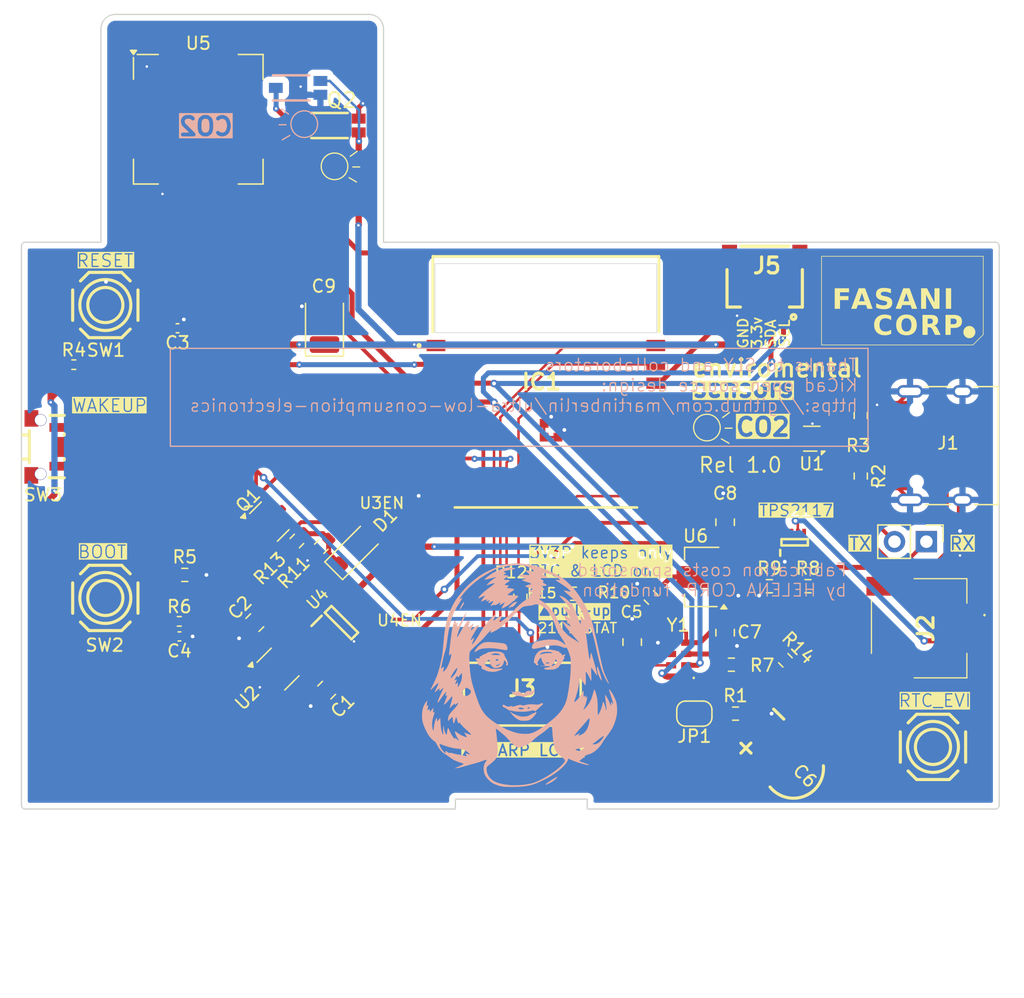
<source format=kicad_pcb>
(kicad_pcb (version 20240108) (generator "pcbnew") (generator_version "8.0")
  (layers (0 "F.Cu" signal) (31 "B.Cu" signal) (34 "B.Paste" user) (35 "F.Paste" user) (36 "B.SilkS" user "B.Silkscreen") (37 "F.SilkS" user "F.Silkscreen") (38 "B.Mask" user) (39 "F.Mask" user) (44 "Edge.Cuts" user))
  (net 0 "")
  (net 1 "+VDC")
  (net 2 "GND")
  (net 3 "+3.3V")
  (net 4 "/EN")
  (net 5 "/IO9")
  (net 6 "+3.3VP")
  (net 7 "Net-(JP1-B)")
  (net 8 "VIN")
  (net 9 "MCU_PWRHOLD")
  (net 11 "RTC_INT")
  (net 12 "SCL")
  (net 13 "/USB_D-")
  (net 14 "/LCD_DISPON")
  (net 15 "/TX")
  (net 16 "/RX")
  (net 17 "/USB_D+")
  (net 18 "SDA")
  (net 19 "/LCD_EXTMODE")
  (net 20 "/SPI_MOSI")
  (net 21 "/LCD_CS")
  (net 22 "/SPI_CLK")
  (net 23 "PWR_STAT")
  (net 24 "+5V")
  (net 25 "Net-(IC2-PR1)")
  (net 26 "+BATT")
  (net 28 "Net-(J1-CC2)")
  (net 30 "Net-(J1-CC1)")
  (net 33 "/RTC_SQW")
  (net 36 "Net-(JP1-A)")
  (net 37 "Net-(R5-Pad1)")
  (net 38 "RTC_EVI")
  (net 39 "VDD33")
  (net 40 "/USB_D_N")
  (net 41 "/USB_D_P")
  (net 42 "Net-(Q1-D)")
  (net 43 "/LIGHT_MEASURE")
  (footprint "Connector_USB:USB_C_Receptacle_HRO_TYPE-C-31-M-12" (layer "F.Cu") (at 183.65 83.85 90)
    (property "Reference" "J1")
    (property "Value" "USB_C_Receptacle_USB2.0")
  )
  (footprint "Capacitor_SMD:C_0805_2012Metric" (layer "F.Cu") (at 128.35 97.95 45)
    (property "Reference" "C2")
    (property "Value" "10uF")
  )
  (footprint "enviromental:QWIIC_SM04B-SRSS-TB_LFSN_" (layer "F.Cu") (at 171.95 67.960315 180)
    (property "Reference" "J5")
    (property "Value" "SM04B-SRSS-TB_LF__SN_" (hide yes))
  )
  (footprint "footprint:RV3032C7" (layer "F.Cu") (at 162.1 100.9 90)
    (property "Reference" "Y1")
    (property "Value" "RV-3032-C7" (hide yes))
  )
  (footprint "Resistor_SMD:R_0603_1608Metric" (layer "F.Cu") (at 122.775 94.15)
    (property "Reference" "R5")
    (property "Value" "1k")
  )
  (footprint "Resistor_SMD:R_0603_1608Metric" (layer "F.Cu") (at 153.725 95.65)
    (property "Reference" "R15")
    (property "Value" "10K")
  )
  (footprint "Jumper:SolderJumper-2_P1.3mm_Open_RoundedPad1.0x1.5mm" (layer "F.Cu") (at 163.35 105.2 180)
    (property "Reference" "JP1")
    (property "Value" "Jumper_NO_VBACKUP")
  )
  (footprint "footprint:C2845289_SW-SMD_4P-L5.2-W5.2-P3.70-LS6.4" (layer "F.Cu") (at 182.35 107.85)
    (property "Reference" "SW4" (hide yes))
    (property "Value" "TC-0522C-1.7-160G")
  )
  (footprint "Package_TO_SOT_SMD:SOT-89-3" (layer "F.Cu") (at 163.93 94.3125 180)
    (property "Reference" "U6")
    (property "Value" "L78L33ACUTR")
  )
  (footprint "footprint:FH5210S05SH99_LCD" (layer "F.Cu") (at 149.65 103.65)
    (property "Reference" "J3")
    (property "Value" "FH52-10S-0.5SH_99" (hide yes))
  )
  (footprint "Resistor_SMD:R_0603_1608Metric" (layer "F.Cu") (at 176.6 86.275 -90)
    (property "Reference" "R2")
    (property "Value" "5.1k")
  )
  (footprint "Resistor_SMD:R_0603_1608Metric" (layer "F.Cu") (at 166.625 105.2)
    (property "Reference" "R1")
    (property "Value" "10K")
  )
  (footprint "Package_TO_SOT_SMD:SOT-23" (layer "F.Cu") (at 129.5125 89.9 45)
    (property "Reference" "Q1")
    (property "Value" "AO3401A")
  )
  (footprint "Connector_PinHeader_2.54mm:PinHeader_1x02_P2.54mm_Vertical" (layer "F.Cu") (at 181.825 91.5 -90)
    (property "Reference" "J4" (hide yes))
    (property "Value" "Conn_01x02_Socket")
  )
  (footprint "Capacitor_SMD:C_0805_2012Metric" (layer "F.Cu") (at 165.8 89.95 -90)
    (property "Reference" "C8")
    (property "Value" "10uF")
  )
  (footprint "footprint:C2845289_SW-SMD_4P-L5.2-W5.2-P3.70-LS6.4" (layer "F.Cu") (at 116.45 95.983332)
    (property "Reference" "SW2")
    (property "Value" "TC-0522C-1.7-160G")
  )
  (footprint "Sensor:Sensirion_SCD4x-1EP_10.1x10.1mm_P1.25mm_EP4.8x4.8mm" (layer "F.Cu") (at 123.85 57.85)
    (property "Reference" "U5")
    (property "Value" "SCD40-D-R2")
  )
  (footprint "enviromental:C3001660_SOT95P285X140-5N" (layer "F.Cu") (at 135.25 97.95 45)
    (property "Reference" "U4")
    (property "Value" "AP22811" (hide yes))
  )
  (footprint "Resistor_SMD:R_0603_1608Metric" (layer "F.Cu") (at 149.5 95.925 -90)
    (property "Reference" "R12")
    (property "Value" "5.1k")
  )
  (footprint "Resistor_SMD:R_0603_1608Metric" (layer "F.Cu") (at 159.9 95.95 -45)
    (property "Reference" "R10")
    (property "Value" "10K")
  )
  (footprint "footprint:ESP32C3WROOM02N4" (layer "F.Cu") (at 152.4875 82.075)
    (property "Reference" "IC1")
    (property "Value" "ESP32-C3-WROOM-02-N4" (hide yes))
  )
  (footprint "Resistor_SMD:R_0603_1608Metric" (layer "F.Cu") (at 169.325 95.05)
    (property "Reference" "R9")
    (property "Value" "2K")
  )
  (footprint "Package_TO_SOT_SMD:TSOT-23-5" (layer "F.Cu") (at 130.2 101.65 45)
    (property "Reference" "U2")
    (property "Value" "RT9080-33GJ5")
  )
  (footprint "Diode_SMD:D_SOD-123" (layer "F.Cu") (at 136.3 92.15 45)
    (property "Reference" "D1")
    (property "Value" "Schottky")
  )
  (footprint "footprint:C22399676_TPS2117-8N" (layer "F.Cu") (at 171.338 91.55 90)
    (property "Reference" "IC2" (hide yes))
    (property "Value" "TPS2117DRLR" (hide yes))
  )
  (footprint "Capacitor_SMD:C_0402_1005Metric" (layer "F.Cu") (at 122.2 74.5 180)
    (property "Reference" "C3")
    (property "Value" "1uF")
  )
  (footprint "Capacitor_SMD:C_0402_1005Metric" (layer "F.Cu") (at 122.35 99.05 180)
    (property "Reference" "C4")
    (property "Value" "22pF")
  )
  (footprint "footprint:C2845289_SW-SMD_4P-L5.2-W5.2-P3.70-LS6.4" (layer "F.Cu") (at 116.45 72.65)
    (property "Reference" "SW1")
    (property "Value" "TC-0522C-1.7-160G")
  )
  (footprint "Resistor_SMD:R_0603_1608Metric" (layer "F.Cu") (at 172.4 95.05)
    (property "Reference" "R8")
    (property "Value" "5.1k")
  )
  (footprint "enviromental:C5143621_KEY-SMD_TS24ZJ" (layer "F.Cu") (at 111.61 83.96 90)
    (property "Reference" "SW3")
    (property "Value" "K2-1806SQ-A2DW-04")
  )
  (footprint "Capacitor_SMD:C_0805_2012Metric" (layer "F.Cu") (at 165.8 98.75 90)
    (property "Reference" "C7")
    (property "Value" "10uF")
  )
  (footprint "Capacitor_SMD:C_0805_2012Metric" (layer "F.Cu") (at 158.4 99.5 90)
    (property "Reference" "C5")
    (property "Value" "100nF")
  )
  (footprint "Resistor_SMD:R_0603_1608Metric" (layer "F.Cu") (at 170.6 100.95 -45)
    (property "Reference" "R14")
    (property "Value" "0Ω")
  )
  (footprint "Resistor_SMD:R_0402_1005Metric" (layer "F.Cu") (at 113.94 77.4)
    (property "Reference" "R4")
    (property "Value" "10k")
  )
  (footprint "footprint:S2BPHSM4TBLFSN" (layer "F.Cu") (at 181.25 98.4 90)
    (property "Reference" "J2")
    (property "Value" "S2B-PH-SM4-TB_LF__SN_" (hide yes))
  )
  (footprint "footprint:C9900013866_SUPERCAP-TH_XH414HG" (layer "F.Cu") (at 170.45 108.6 135)
    (property "Reference" "C6")
    (property "Value" "superCAP")
  )
  (footprint "Resistor_SMD:R_0402_1005Metric" (layer "F.Cu") (at 122.34 97.85)
    (property "Reference" "R6")
    (property "Value" "10k")
  )
  (footprint "Capacitor_Tantalum_SMD:CP_EIA-3528-15_AVX-H" (layer "F.Cu") (at 133.9 74.2625 90)
    (property "Reference" "C9")
    (property "Value" "100uF")
  )
  (footprint "Resistor_SMD:R_0603_1608Metric" (layer "F.Cu") (at 131.7 91.45 45)
    (property "Reference" "R13")
    (property "Value" "0Ω")
  )
  (footprint "Resistor_SMD:R_0603_1608Metric" (layer "F.Cu") (at 176.6 81.45 90)
    (property "Reference" "R3")
    (property "Value" "5.1k")
  )
  (footprint "Resistor_SMD:R_0603_1608Metric" (layer "F.Cu") (at 166.3 101.3)
    (property "Reference" "R7")
    (property "Value" "10K")
  )
  (footprint "Capacitor_SMD:C_0805_2012Metric" (layer "F.Cu") (at 134.071751 103.328249 -135)
    (property "Reference" "C1")
    (property "Value" "10uF")
  )
  (footprint "Resistor_SMD:R_0603_1608Metric" (layer "F.Cu") (at 133.65 91.9 -135)
    (property "Reference" "R11")
    (property "Value" "10k")
  )
  (footprint "Package_TO_SOT_SMD:SOT-666" (layer "F.Cu") (at 172.7 83.2975 180)
    (property "Reference" "U1")
    (property "Value" "USBLC6-2P6")
  )
  (footprint "enviromental:TEMT6000X01" (layer "F.Cu") (at 134.85 58.35 180)
    (property "Reference" "Q2")
    (property "Value" "TEMT6000X01" (hide yes))
  )
  (footprint "enviromental:TEMT6000X01" (layer "B.Cu") (at 131.8 55.35 180)
    (property "Reference" "Q3" (hide yes))
    (property "Value" "TEMT6000X01" (hide yes))
  )
  (gr_line (start 131.03934 57.43934) (end 130.48934 57.03934) (stroke (width 0.1)) (layer "B.SilkS"))
  (gr_poly (pts (xy 149.214597 96.290241) (xy 149.220098 96.290791) (xy 149.224993 96.29162) (xy 149.229243 96.292727) (xy 149.232808 96.294107) (xy 149.235648 96.295758) (xy 149.236785 96.296685) (xy 149.237726 96.297678) (xy 149.238466 96.298738) (xy 149.239001 96.299864) (xy 149.239325 96.301056) (xy 149.239435 96.302313) (xy 149.239236 96.303806) (xy 149.238645 96.305746) (xy 149.236327 96.310916) (xy 149.23256 96.317718) (xy 149.227421 96.326047) (xy 149.220989 96.335797) (xy 149.213343 96.346863) (xy 149.19472 96.372526) (xy 149.172178 96.402195) (xy 149.146343 96.43503) (xy 149.117841 96.47019) (xy 149.087299 96.506836) (xy 149.042037 96.55971) (xy 149.022324 96.58193) (xy 149.004253 96.601565) (xy 148.987596 96.618784) (xy 148.972125 96.633758) (xy 148.957611 96.646656) (xy 148.943829 96.657648) (xy 148.930548 96.666904) (xy 148.917542 96.674593) (xy 148.904582 96.680885) (xy 148.891441 96.68595) (xy 148.877891 96.689958) (xy 148.863703 96.693078) (xy 148.84865 96.695481) (xy 148.832505 96.697336) (xy 148.821677 96.698565) (xy 148.81039 96.700155) (xy 148.786798 96.70431) (xy 148.762463 96.7096) (xy 148.738115 96.715824) (xy 148.714487 96.722779) (xy 148.692309 96.730264) (xy 148.681994 96.734142) (xy 148.672315 96.738078) (xy 148.663365 96.742045) (xy 148.655235 96.746019) (xy 148.639942 96.753756) (xy 148.625064 96.760984) (xy 148.610968 96.767543) (xy 148.598018 96.773271) (xy 148.586582 96.778007) (xy 148.577025 96.781589) (xy 148.569713 96.783857) (xy 148.567013 96.784447) (xy 148.565011 96.784648) (xy 148.564258 96.784581) (xy 148.563584 96.784383) (xy 148.56299 96.784056) (xy 148.562474 96.783604) (xy 148.562035 96.783031) (xy 148.561674 96.782339) (xy 148.561389 96.781532) (xy 148.561179 96.780613) (xy 148.561045 96.779586) (xy 148.560984 96.778454) (xy 148.560996 96.777219) (xy 148.561082 96.775886) (xy 148.561239 96.774458) (xy 148.561467 96.772937) (xy 148.561766 96.771328) (xy 148.562134 96.769633) (xy 148.562572 96.767856) (xy 148.563078 96.766001) (xy 148.564291 96.762066) (xy 148.565769 96.757855) (xy 148.567505 96.753394) (xy 148.569493 96.748711) (xy 148.571729 96.74383) (xy 148.574206 96.738779) (xy 148.576918 96.733584) (xy 148.580374 96.727705) (xy 148.585035 96.720649) (xy 148.59082 96.712511) (xy 148.59765 96.703384) (xy 148.614129 96.68254) (xy 148.633836 96.658872) (xy 148.656135 96.633132) (xy 148.68039 96.606075) (xy 148.705967 96.578453) (xy 148.732228 96.551021) (xy 148.745801 96.537416) (xy 148.760049 96.523652) (xy 148.790093 96.496025) (xy 148.821409 96.468901) (xy 148.853043 96.443038) (xy 148.884046 96.419197) (xy 148.913463 96.398137) (xy 148.927281 96.388888) (xy 148.940345 96.380619) (xy 148.952537 96.373424) (xy 148.963738 96.3674) (xy 148.986355 96.356485) (xy 149.01083 96.345564) (xy 149.03639 96.334928) (xy 149.062263 96.324868) (xy 149.087677 96.315677) (xy 149.11186 96.307646) (xy 149.13404 96.301065) (xy 149.153445 96.296227) (xy 149.162389 96.294444) (xy 149.171041 96.292962) (xy 149.17936 96.291778) (xy 149.187307 96.29089) (xy 149.194843 96.290295) (xy 149.20193 96.28999) (xy 149.208527 96.289973)) (stroke (width -0.000001)) (fill solid) (layer "B.SilkS"))
  (gr_poly (pts (xy 152.455347 110.225602) (xy 152.455852 110.225962) (xy 152.456169 110.226556) (xy 152.4563 110.227376) (xy 152.456251 110.228418) (xy 152.456023 110.229675) (xy 152.455621 110.231141) (xy 152.455048 110.23281) (xy 152.453403 110.236735) (xy 152.451116 110.241401) (xy 152.448216 110.24676) (xy 152.444729 110.252766) (xy 152.440684 110.25937) (xy 152.436109 110.266525) (xy 152.431032 110.274183) (xy 152.425481 110.282296) (xy 152.419483 110.290817) (xy 152.413066 110.299698) (xy 152.406259 110.308892) (xy 152.399089 110.31835) (xy 152.391044 110.328445) (xy 152.381575 110.339509) (xy 152.3708 110.351429) (xy 152.358839 110.364094) (xy 152.345812 110.377393) (xy 152.331837 110.391215) (xy 152.301524 110.419983) (xy 152.268854 110.449507) (xy 152.234782 110.478898) (xy 152.200264 110.507266) (xy 152.183136 110.520788) (xy 152.166255 110.533721) (xy 152.129993 110.560155) (xy 152.088836 110.588279) (xy 152.044212 110.617227) (xy 151.997551 110.646135) (xy 151.950282 110.674138) (xy 151.903834 110.700371) (xy 151.859638 110.723967) (xy 151.819122 110.744064) (xy 151.780297 110.762024) (xy 151.740946 110.779501) (xy 151.702152 110.79606) (xy 151.665002 110.811268) (xy 151.63058 110.824689) (xy 151.599972 110.835891) (xy 151.574263 110.844438) (xy 151.554539 110.849897) (xy 151.528442 110.855894) (xy 151.518087 110.85809) (xy 151.509476 110.85967) (xy 151.502571 110.860575) (xy 151.499746 110.860755) (xy 151.497332 110.860743) (xy 151.495326 110.860532) (xy 151.493722 110.860115) (xy 151.492514 110.859483) (xy 151.4917 110.858629) (xy 151.491273 110.857545) (xy 151.491228 110.856225) (xy 151.491562 110.85466) (xy 151.492268 110.852843) (xy 151.493343 110.850766) (xy 151.494781 110.848422) (xy 151.498728 110.842902) (xy 151.50407 110.836223) (xy 151.510768 110.828323) (xy 151.52808 110.808622) (xy 151.534895 110.801592) (xy 151.544314 110.792889) (xy 151.55617 110.782637) (xy 151.570294 110.77096) (xy 151.604676 110.743836) (xy 151.646118 110.712512) (xy 151.693277 110.677989) (xy 151.744811 110.641265) (xy 151.799378 110.603338) (xy 151.855634 110.565206) (xy 151.913967 110.526702) (xy 151.974482 110.487708) (xy 152.035419 110.449297) (xy 152.095016 110.412541) (xy 152.151513 110.378514) (xy 152.203148 110.348289) (xy 152.24816 110.322938) (xy 152.284788 110.303533) (xy 152.34597 110.273255) (xy 152.398394 110.248433) (xy 152.419579 110.238875) (xy 152.436482 110.231648) (xy 152.448405 110.227076) (xy 152.452281 110.225886) (xy 152.454651 110.22548)) (stroke (width -0.000001)) (fill solid) (layer "B.SilkS"))
  (gr_poly (pts (xy 147.575465 100.247648) (xy 147.635989 100.249974) (xy 147.694522 100.253609) (xy 147.750194 100.258462) (xy 147.802133 100.264443) (xy 147.849467 100.271463) (xy 147.891325 100.279433) (xy 147.926837 100.288261) (xy 147.94398 100.293567) (xy 147.961068 100.299458) (xy 147.97808 100.305924) (xy 147.995 100.312954) (xy 148.011809 100.320537) (xy 148.028487 100.328663) (xy 148.045016 100.337321) (xy 148.061377 100.346502) (xy 148.077553 100.356194) (xy 148.093524 100.366387) (xy 148.109272 100.377071) (xy 148.124778 100.388236) (xy 148.140023 100.39987) (xy 148.15499 100.411963) (xy 148.169659 100.424505) (xy 148.184011 100.437486) (xy 148.195583 100.448482) (xy 148.206362 100.459015) (xy 148.216312 100.469038) (xy 148.225398 100.478504) (xy 148.233583 100.487366) (xy 148.240831 100.495575) (xy 148.247107 100.503085) (xy 148.252373 100.509849) (xy 148.256595 100.515819) (xy 148.259736 100.520948) (xy 148.261759 100.525189) (xy 148.262341 100.526961) (xy 148.26263 100.528494) (xy 148.262622 100.529781) (xy 148.262312 100.530816) (xy 148.261695 100.531594) (xy 148.260768 100.532108) (xy 148.259526 100.532353) (xy 148.257964 100.532322) (xy 148.256077 100.532011) (xy 148.253862 100.531412) (xy 148.249156 100.530041) (xy 148.24458 100.528903) (xy 148.240159 100.527996) (xy 148.235916 100.527315) (xy 148.231876 100.52686) (xy 148.228064 100.526627) (xy 148.224503 100.526613) (xy 148.221219 100.526815) (xy 148.218236 100.527232) (xy 148.215578 100.52786) (xy 148.213269 100.528696) (xy 148.211334 100.529738) (xy 148.210515 100.530336) (xy 148.209798 100.530983) (xy 148.209187 100.531681) (xy 148.208685 100.532429) (xy 148.208295 100.533226) (xy 148.208019 100.534072) (xy 148.207861 100.534967) (xy 148.207825 100.53591) (xy 148.207895 100.537) (xy 148.208105 100.53828) (xy 148.208929 100.541387) (xy 148.210268 100.545182) (xy 148.212095 100.549615) (xy 148.214382 100.554635) (xy 148.217103 100.560193) (xy 148.220229 100.566238) (xy 148.223732 100.572721) (xy 148.227586 100.579591) (xy 148.231763 100.586799) (xy 148.240975 100.602027) (xy 148.251149 100.618006) (xy 148.256527 100.626152) (xy 148.262063 100.634335) (xy 148.274438 100.653268) (xy 148.288977 100.676706) (xy 148.30514 100.703722) (xy 148.322389 100.733389) (xy 148.340183 100.76478) (xy 148.357983 100.796967) (xy 148.375251 100.829025) (xy 148.391445 100.860025) (xy 148.407211 100.89155) (xy 148.423071 100.925294) (xy 148.438595 100.960205) (xy 148.453357 100.995227) (xy 148.466929 101.029306) (xy 148.478882 101.061389) (xy 148.488788 101.090421) (xy 148.49622 101.115347) (xy 148.499767 101.128998) (xy 148.502868 101.142271) (xy 148.505524 101.155177) (xy 148.507734 101.167723) (xy 148.509499 101.179916) (xy 148.510819 101.191766) (xy 148.511695 101.203281) (xy 148.512128 101.214467) (xy 148.512117 101.225335) (xy 148.511663 101.235891) (xy 148.510767 101.246144) (xy 148.509428 101.256102) (xy 148.507648 101.265773) (xy 148.505426 101.275166) (xy 148.502763 101.284288) (xy 148.49966 101.293147) (xy 148.496041 101.301986) (xy 148.492218 101.310157) (xy 148.48817 101.317672) (xy 148.483879 101.324546) (xy 148.481637 101.327747) (xy 148.479327 101.330792) (xy 148.476946 101.333684) (xy 148.474493 101.336424) (xy 148.471965 101.339014) (xy 148.46936 101.341455) (xy 148.466675 101.34375) (xy 148.463908 101.345899) (xy 148.461056 101.347905) (xy 148.458117 101.349769) (xy 148.455089 101.351494) (xy 148.45197 101.35308) (xy 148.448756 101.354529) (xy 148.445446 101.355843) (xy 148.442038 101.357024) (xy 148.438528 101.358074) (xy 148.434915 101.358994) (xy 148.431196 101.359785) (xy 148.427369 101.360451) (xy 148.423431 101.360991) (xy 148.415214 101.361705) (xy 148.406526 101.361939) (xy 148.393178 101.361699) (xy 148.380705 101.361009) (xy 148.369384 101.359916) (xy 148.364244 101.359233) (xy 148.359497 101.358467) (xy 148.355177 101.357623) (xy 148.35132 101.356707) (xy 148.347961 101.355726) (xy 148.345135 101.354684) (xy 148.342876 101.353588) (xy 148.341219 101.352444) (xy 148.340199 101.351257) (xy 148.339939 101.350649) (xy 148.339851 101.350033) (xy 148.340007 101.348464) (xy 148.340464 101.346266) (xy 148.341206 101.343478) (xy 148.34222 101.34014) (xy 148.345 101.331974) (xy 148.348682 101.322086) (xy 148.353145 101.310798) (xy 148.358269 101.298427) (xy 148.363932 101.285293) (xy 148.370014 101.271716) (xy 148.374051 101.262414) (xy 148.377527 101.253414) (xy 148.380442 101.244654) (xy 148.382793 101.236072) (xy 148.384577 101.227605) (xy 148.385794 101.219189) (xy 148.386442 101.210763) (xy 148.386517 101.202263) (xy 148.386019 101.193627) (xy 148.384946 101.184791) (xy 148.383295 101.175694) (xy 148.381064 101.166272) (xy 148.378252 101.156462) (xy 148.374857 101.146202) (xy 148.370877 101.135428) (xy 148.366309 101.124079) (xy 148.362593 101.115548) (xy 148.35842 101.106861) (xy 148.353835 101.098081) (xy 148.348884 101.08927) (xy 148.343612 101.08049) (xy 148.338064 101.071803) (xy 148.332287 101.063272) (xy 148.326324 101.054957) (xy 148.320222 101.046921) (xy 148.314026 101.039227) (xy 148.307781 101.031935) (xy 148.301532 101.025108) (xy 148.295326 101.018809) (xy 148.289206 101.013099) (xy 148.283219 101.00804) (xy 148.27741 101.003694) (xy 148.26595 100.995957) (xy 148.254585 100.988728) (xy 148.243612 100.982169) (xy 148.233324 100.976442) (xy 148.224015 100.971706) (xy 148.21982 100.969761) (xy 148.215981 100.968124) (xy 148.212534 100.966815) (xy 148.209515 100.965856) (xy 148.206963 100.965266) (xy 148.204913 100.965064) (xy 148.204034 100.965229) (xy 148.203133 100.965717) (xy 148.202213 100.966521) (xy 148.201275 100.967632) (xy 148.200322 100.969043) (xy 148.199355 100.970745) (xy 148.197389 100.97499) (xy 148.195392 100.980304) (xy 148.193379 100.986621) (xy 148.191366 100.993877) (xy 148.189369 101.002007) (xy 148.187403 101.010946) (xy 148.185483 101.02063) (xy 148.183625 101.030993) (xy 148.181845 101.041972) (xy 148.180158 101.053501) (xy 148.178579 101.065515) (xy 148.177125 101.07795) (xy 148.175809 101.090742) (xy 148.174043 101.105959) (xy 148.171728 101.121232) (xy 148.168871 101.13654) (xy 148.165482 101.151856) (xy 148.161569 101.167159) (xy 148.157141 101.182424) (xy 148.152205 101.197628) (xy 148.146771 101.212748) (xy 148.140848 101.227758) (xy 148.134443 101.242637) (xy 148.127565 101.257359) (xy 148.120222 101.271902) (xy 148.112424 101.286242) (xy 148.104179 101.300356) (xy 148.095495 101.314219) (xy 148.086381 101.327808) (xy 148.078066 101.339338) (xy 148.069151 101.350958) (xy 148.059716 101.36259) (xy 148.049843 101.374156) (xy 148.039614 101.385577) (xy 148.02911 101.396776) (xy 148.018412 101.407675) (xy 148.007601 101.418196) (xy 147.996759 101.428262) (xy 147.985968 101.437794) (xy 147.975309 101.446714) (xy 147.964863 101.454945) (xy 147.954711 101.462408) (xy 147.944935 101.469026) (xy 147.935617 101.474721) (xy 147.926837 101.479415) (xy 147.917731 101.483684) (xy 147.907456 101.488135) (xy 147.883854 101.497439) (xy 147.856948 101.507041) (xy 147.827651 101.516655) (xy 147.796878 101.525995) (xy 147.765544 101.534778) (xy 147.734564 101.542718) (xy 147.704851 101.549529) (xy 147.674743 101.555323) (xy 147.642629 101.560166) (xy 147.609504 101.563998) (xy 147.576363 101.56676) (xy 147.544202 101.568394) (xy 147.514016 101.56884) (xy 147.486801 101.568039) (xy 147.474618 101.567153) (xy 147.463551 101.565933) (xy 147.451117 101.563978) (xy 147.43863 101.561393) (xy 147.426105 101.558186) (xy 147.413558 101.554366) (xy 147.401002 101.549941) (xy 147.388454 101.544921) (xy 147.375928 101.539312) (xy 147.36344 101.533125) (xy 147.351004 101.526367) (xy 147.338637 101.519047) (xy 147.326352 101.511174) (xy 147.314165 101.502756) (xy 147.302092 101.493801) (xy 147.290146 101.484318) (xy 147.278345 101.474317) (xy 147.266701 101.463804) (xy 147.256654 101.4542) (xy 147.246211 101.443714) (xy 147.235456 101.43245) (xy 147.224471 101.420512) (xy 147.202142 101.395027) (xy 147.185733 101.375169) (xy 147.546101 101.375169) (xy 147.546173 101.377401) (xy 147.546387 101.379582) (xy 147.54674 101.381711) (xy 147.547232 101.383787) (xy 147.547859 101.385807) (xy 147.54862 101.387772) (xy 147.549512 101.389679) (xy 147.550533 101.391527) (xy 147.551681 101.393316) (xy 147.552955 101.395042) (xy 147.554351 101.396707) (xy 147.555868 101.398307) (xy 147.557504 101.399842) (xy 147.559256 101.40131) (xy 147.561122 101.40271) (xy 147.563101 101.404041) (xy 147.565189 101.405302) (xy 147.567386 101.406491) (xy 147.569688 101.407606) (xy 147.572095 101.408647) (xy 147.574602 101.409612) (xy 147.577209 101.410501) (xy 147.579914 101.411311) (xy 147.582713 101.412041) (xy 147.585606 101.41269) (xy 147.588589 101.413257) (xy 147.591661 101.41374) (xy 147.59482 101.414138) (xy 147.598063 101.41445) (xy 147.601389 101.414675) (xy 147.604795 101.414811) (xy 147.608279 101.414856) (xy 147.615172 101.414444) (xy 147.622994 101.413236) (xy 147.631655 101.41127) (xy 147.641066 101.408589) (xy 147.65114 101.405231) (xy 147.661787 101.401238) (xy 147.672918 101.39665) (xy 147.684445 101.391507) (xy 147.696279 101.385849) (xy 147.708332 101.379716) (xy 147.720513 101.37315) (xy 147.732736 101.366189) (xy 147.74491 101.358876) (xy 147.756948 101.351249) (xy 147.76876 101.343349) (xy 147.780257 101.335217) (xy 147.802295 101.318732) (xy 147.822864 101.302309) (xy 147.84151 101.286383) (xy 147.84997 101.278741) (xy 147.857781 101.271386) (xy 147.864884 101.264372) (xy 147.871224 101.257754) (xy 147.876743 101.251585) (xy 147.881386 101.24592) (xy 147.885096 101.240813) (xy 147.887816 101.236318) (xy 147.889489 101.23249) (xy 147.889916 101.230843) (xy 147.89006 101.229383) (xy 147.889996 101.226735) (xy 147.889808 101.224156) (xy 147.889503 101.221661) (xy 147.889088 101.219263) (xy 147.888569 101.216977) (xy 147.887953 101.214817) (xy 147.887246 101.212796) (xy 147.886455 101.210929) (xy 147.885586 101.209229) (xy 147.884647 101.20771) (xy 147.883643 101.206387) (xy 147.882581 101.205273) (xy 147.882031 101.204799) (xy 147.881469 101.204382) (xy 147.880895 101.204025) (xy 147.880311 101.203729) (xy 147.879718 101.203495) (xy 147.879116 101.203326) (xy 147.878506 101.203224) (xy 147.877889 101.203189) (xy 147.877145 101.203275) (xy 147.876159 101.203531) (xy 147.873486 101.204534) (xy 147.869927 101.206165) (xy 147.865536 101.20839) (xy 147.860371 101.211176) (xy 147.854486 101.214491) (xy 147.840781 101.22257) (xy 147.824869 101.232361) (xy 147.807195 101.243596) (xy 147.788207 101.25601) (xy 147.768351 101.269335) (xy 147.758127 101.276095) (xy 147.74755 101.282661) (xy 147.736704 101.288998) (xy 147.725671 101.295074) (xy 147.714531 101.300856) (xy 147.703369 101.30631) (xy 147.692266 101.311403) (xy 147.681303 101.316101) (xy 147.670564 101.320371) (xy 147.66013 101.32418) (xy 147.650084 101.327494) (xy 147.640508 101.330281) (xy 147.631483 101.332506) (xy 147.623093 101.334137) (xy 147.615418 101.33514) (xy 147.608543 101.335481) (xy 147.601606 101.335663) (xy 147.594997 101.336199) (xy 147.588731 101.337081) (xy 147.582824 101.338297) (xy 147.577295 101.339837) (xy 147.572159 101.34169) (xy 147.567433 101.343847) (xy 147.563134 101.346296) (xy 147.559278 101.349028) (xy 147.557521 101.350496) (xy 147.555882 101.352031) (xy 147.554362 101.353631) (xy 147.552963 101.355295) (xy 147.551687 101.357022) (xy 147.550537 101.35881) (xy 147.549515 101.360658) (xy 147.548621 101.362566) (xy 147.54786 101.36453) (xy 147.547232 101.366551) (xy 147.546741 101.368626) (xy 147.546387 101.370755) (xy 147.546173 101.372937) (xy 147.546101 101.375169) (xy 147.185733 101.375169) (xy 147.179885 101.368091) (xy 147.158359 101.340535) (xy 147.138226 101.31319) (xy 147.128887 101.299856) (xy 147.120145 101.286886) (xy 147.11208 101.274385) (xy 147.104777 101.262456) (xy 147.095638 101.246601) (xy 147.087356 101.231412) (xy 147.079906 101.216786) (xy 147.073262 101.202619) (xy 147.067402 101.188809) (xy 147.0623 101.175252) (xy 147.057932 101.161846) (xy 147.054274 101.148487) (xy 147.051301 101.135072) (xy 147.048989 101.121498) (xy 147.047314 101.107663) (xy 147.04625 101.093462) (xy 147.045774 101.078793) (xy 147.045861 101.063553) (xy 147.046486 101.047638) (xy 147.047626 101.030946) (xy 147.049916 100.996899) (xy 147.050499 100.982549) (xy 147.050665 100.969856) (xy 147.050383 100.958724) (xy 147.049621 100.949058) (xy 147.048349 100.940763) (xy 147.046535 100.933744) (xy 147.045414 100.930684) (xy 147.044147 100.927907) (xy 147.042728 100.925402) (xy 147.041154 100.923156) (xy 147.03942 100.921159) (xy 147.038021 100.919858) (xy 147.524823 100.919858) (xy 147.524977 100.924551) (xy 147.5255 100.929224) (xy 147.526382 100.933843) (xy 147.527613 100.938375) (xy 147.529182 100.942786) (xy 147.531078 100.947043) (xy 147.533291 100.951111) (xy 147.535811 100.954957) (xy 147.538627 100.958547) (xy 147.541729 100.961848) (xy 147.543383 100.963379) (xy 147.545106 100.964825) (xy 147.546894 100.966182) (xy 147.548747 100.967446) (xy 147.5527 100.969803) (xy 147.556896 100.972104) (xy 147.561299 100.974335) (xy 147.565871 100.976483) (xy 147.570576 100.978535) (xy 147.575378 100.980478) (xy 147.580241 100.982298) (xy 147.585127 100.983982) (xy 147.590001 100.985518) (xy 147.594827 100.986892) (xy 147.599567 100.98809) (xy 147.604185 100.9891) (xy 147.608646 100.989909) (xy 147.612912 100.990503) (xy 147.616946 100.990869) (xy 147.620714 100.990994) (xy 147.624517 100.990897) (xy 147.628753 100.990516) (xy 147.633376 100.989866) (xy 147.638342 100.98896) (xy 147.643605 100.987812) (xy 147.649122 100.986436) (xy 147.654846 100.984846) (xy 147.660732 100.983056) (xy 147.666737 100.98108) (xy 147.672814 100.978932) (xy 147.678919 100.976626) (xy 147.685008 100.974176) (xy 147.691034 100.971595) (xy 147.696953 100.968898) (xy 147.70272 100.966099) (xy 147.708291 100.963212) (xy 147.715784 100.959094) (xy 147.722397 100.95515) (xy 147.725377 100.953231) (xy 147.728143 100.951341) (xy 147.730694 100.949476) (xy 147.733034 100.947631) (xy 147.735163 100.945801) (xy 147.737083 100.943981) (xy 147.738796 100.942166) (xy 147.740303 100.940353) (xy 147.741606 100.938536) (xy 147.742707 100.936711) (xy 147.743607 100.934873) (xy 147.744307 100.933017) (xy 147.74481 100.931138) (xy 147.745117 100.929233) (xy 147.74523 100.927295) (xy 147.745149 100.925321) (xy 147.744878 100.923305) (xy 147.744416 100.921244) (xy 147.743767 100.919132) (xy 147.742931 100.916964) (xy 147.74191 100.914737) (xy 147.740706 100.912444) (xy 147.73932 100.910082) (xy 147.737754 100.907646) (xy 147.73601 100.905132) (xy 147.734089 100.902533) (xy 147.729722 100.897067) (xy 147.728019 100.895119) (xy 147.726138 100.893197) (xy 147.721871 100.88944) (xy 147.716977 100.885813) (xy 147.711512 100.882337) (xy 147.70553 100.87903) (xy 147.699087 100.87591) (xy 147.692239 100.872997) (xy 147.685041 100.870311) (xy 147.677548 100.867869) (xy 147.669816 100.865691) (xy 147.661901 100.863796) (xy 147.653857 100.862204) (xy 147.645741 100.860932) (xy 147.637607 100.859999) (xy 147.629511 100.859426) (xy 147.621508 100.859231) (xy 147.612936 100.859427) (xy 147.604602 100.860008) (xy 147.596534 100.860961) (xy 147.588757 100.862274) (xy 147.5813 100.863934) (xy 147.57419 100.865928) (xy 147.567453 100.868246) (xy 147.561116 100.870873) (xy 147.555208 100.873798) (xy 147.549755 100.877008) (xy 147.544784 100.880491) (xy 147.540322 100.884235) (xy 147.536396 100.888226) (xy 147.533034 100.892453) (xy 147.530263 100.896904) (xy 147.52811 100.901565) (xy 147.527343 100.903766) (xy 147.526682 100.905999) (xy 147.525665 100.910549) (xy 147.525048 100.91518) (xy 147.524823 100.919858) (xy 147.038021 100.919858) (xy 147.037524 100.919397) (xy 147.035461 100.917859) (xy 147.033227 100.916534) (xy 147.030818 100.915409) (xy 147.028231 100.914473) (xy 147.022504 100.913118) (xy 147.016015 100.912374) (xy 147.008732 100.912148) (xy 147.006096 100.912323) (xy 147.003154 100.912843) (xy 146.99992 100.913699) (xy 146.996403 100.914883) (xy 146.98857 100.9182) (xy 146.979748 100.922723) (xy 146.970029 100.928384) (xy 146.959503 100.935114) (xy 146.948264 100.942844) (xy 146.936402 100.951504) (xy 146.924011 100.961027) (xy 146.91118 100.971343) (xy 146.898004 100.982383) (xy 146.884573 100.994077) (xy 146.870979 101.006358) (xy 146.857314 101.019156) (xy 146.84367 101.032402) (xy 146.830139 101.046027) (xy 146.81677 101.060046) (xy 146.8036 101.074353) (xy 146.778165 101.103417) (xy 146.754441 101.132394) (xy 146.733037 101.160459) (xy 146.723394 101.173892) (xy 146.714559 101.186788) (xy 146.706608 101.199044) (xy 146.699617 101.210556) (xy 146.693661 101.221222) (xy 146.688816 101.230939) (xy 146.685159 101.239602) (xy 146.682766 101.24711) (xy 146.680679 101.256342) (xy 146.679193 101.26522) (xy 146.678325 101.273792) (xy 146.678094 101.282105) (xy 146.678223 101.286181) (xy 146.678518 101.29021) (xy 146.67898 101.294199) (xy 146.679613 101.298154) (xy 146.680418 101.30208) (xy 146.681398 101.305985) (xy 146.682555 101.309874) (xy 146.683891 101.313752) (xy 146.685408 101.317627) (xy 146.687109 101.321504) (xy 146.69107 101.329289) (xy 146.695793 101.337155) (xy 146.701295 101.345151) (xy 146.707594 101.353325) (xy 146.714707 101.361726) (xy 146.722653 101.370403) (xy 146.731449 101.379402) (xy 146.738994 101.386395) (xy 146.748056 101.393837) (xy 146.758513 101.40166) (xy 146.770244 101.4098) (xy 146.783128 101.418189) (xy 146.797045 101.426762) (xy 146.811874 101.435451) (xy 146.827493 101.444191) (xy 146.843782 101.452916) (xy 146.86062 101.461559) (xy 146.877885 101.470054) (xy 146.895458 101.478335) (xy 146.913216 101.486335) (xy 146.93104 101.493988) (xy 146.948808 101.501228) (xy 146.966399 101.507989) (xy 146.999734 101.520595) (xy 147.029333 101.532434) (xy 147.054659 101.543238) (xy 147.075176 101.552737) (xy 147.090347 101.560661) (xy 147.095761 101.563948) (xy 147.099637 101.56674) (xy 147.101909 101.569003) (xy 147.102422 101.569926) (xy 147.102509 101.570704) (xy 147.102161 101.571333) (xy 147.10137 101.571808) (xy 147.098426 101.572283) (xy 147.094685 101.572508) (xy 147.09121 101.57288) (xy 147.08801 101.573391) (xy 147.085098 101.574032) (xy 147.082483 101.574796) (xy 147.080176 101.575674) (xy 147.078189 101.576658) (xy 147.077318 101.577188) (xy 147.076532 101.577741) (xy 147.07583 101.578316) (xy 147.075216 101.578913) (xy 147.074689 101.57953) (xy 147.074252 101.580167) (xy 147.073905 101.580822) (xy 147.073651 101.581494) (xy 147.073489 101.582183) (xy 147.073423 101.582887) (xy 147.073453 101.583606) (xy 147.07358 101.584338) (xy 147.073806 101.585082) (xy 147.074132 101.585838) (xy 147.07456 101.586603) (xy 147.07509 101.587378) (xy 147.075725 101.588162) (xy 147.076465 101.588952) (xy 147.077606 101.589772) (xy 147.079427 101.590642) (xy 147.08504 101.592522) (xy 147.093158 101.594574) (xy 147.103635 101.596778) (xy 147.131086 101.60156) (xy 147.166225 101.606712) (xy 147.207889 101.612074) (xy 147.25491 101.61749) (xy 147.306124 101.622799) (xy 147.360364 101.627845) (xy 147.424106 101.632559) (xy 147.488108 101.635791) (xy 147.551738 101.637547) (xy 147.614364 101.637834) (xy 147.675352 101.636657) (xy 147.734071 101.634022) (xy 147.789888 101.629937) (xy 147.84217 101.624407) (xy 147.885261 101.61928) (xy 147.926006 101.615051) (xy 147.963469 101.61177) (xy 147.99672 101.60949) (xy 148.024823 101.608265) (xy 148.046846 101.608147) (xy 148.061856 101.609188) (xy 148.066439 101.61016) (xy 148.068918 101.611441) (xy 148.069593 101.612205) (xy 148.070179 101.613055) (xy 148.070677 101.613989) (xy 148.071088 101.615003) (xy 148.071414 101.616093) (xy 148.071656 101.617257) (xy 148.071814 101.618492) (xy 148.071891 101.619792) (xy 148.071886 101.621157) (xy 148.071801 101.622582) (xy 148.071638 101.624064) (xy 148.071397 101.625599) (xy 148.071079 101.627185) (xy 148.070687 101.628818) (xy 148.069679 101.632211) (xy 148.068383 101.635754) (xy 148.066807 101.639419) (xy 148.064961 101.64318) (xy 148.062853 101.647011) (xy 148.060493 101.650886) (xy 148.057889 101.654777) (xy 148.055049 101.658659) (xy 148.051984 101.662505) (xy 148.047604 101.666694) (xy 148.041001 101.671578) (xy 148.032308 101.677098) (xy 148.021661 101.683193) (xy 148.009192 101.689803) (xy 147.995035 101.696867) (xy 147.979323 101.704324) (xy 147.962192 101.712115) (xy 147.924202 101.728455) (xy 147.882135 101.745403) (xy 147.83706 101.762475) (xy 147.790047 101.779187) (xy 147.740183 101.795396) (xy 147.686752 101.811028) (xy 147.631424 101.825706) (xy 147.575867 101.839049) (xy 147.521748 101.850682) (xy 147.470736 101.860224) (xy 147.424499 101.867299) (xy 147.384705 101.871527) (xy 147.348715 101.87362) (xy 147.313375 101.874574) (xy 147.279586 101.874443) (xy 147.248246 101.87328) (xy 147.220255 101.871137) (xy 147.196512 101.868067) (xy 147.186514 101.866201) (xy 147.177916 101.864122) (xy 147.170829 101.861839) (xy 147.165365 101.859356) (xy 147.160415 101.856895) (xy 147.154832 101.854674) (xy 147.148678 101.852697) (xy 147.142016 101.850968) (xy 147.134907 101.849492) (xy 147.127414 101.848273) (xy 147.119599 101.847315) (xy 147.111523 101.846623) (xy 147.103249 101.846201) (xy 147.094838 101.846052) (xy 147.086353 101.846182) (xy 147.077855 101.846594) (xy 147.069407 101.847293) (xy 147.061071 101.848283) (xy 147.052908 101.849569) (xy 147.04498 101.851154) (xy 147.037153 101.852686) (xy 147.02938 101.853913) (xy 147.021707 101.854838) (xy 147.014182 101.855466) (xy 147.006852 101.855801) (xy 146.999765 101.855847) (xy 146.992968 101.855608) (xy 146.986508 101.85509) (xy 146.980432 101.854295) (xy 146.974789 101.853229) (xy 146.969624 101.851895) (xy 146.964986 101.850298) (xy 146.960921 101.848443) (xy 146.957477 101.846332) (xy 146.954701 101.843971) (xy 146.953579 101.842698) (xy 146.952641 101.841364) (xy 146.951648 101.839984) (xy 146.950361 101.838575) (xy 146.94879 101.837138) (xy 146.946941 101.835678) (xy 146.94245 101.832698) (xy 146.936956 101.829657) (xy 146.930529 101.826579) (xy 146.923238 101.823487) (xy 146.915152 101.820404) (xy 146.906339 101.817354) (xy 146.896869 101.814359) (xy 146.88681 101.811444) (xy 146.876233 101.808631) (xy 146.865204 101.805944) (xy 146.853795 101.803405) (xy 146.842073 101.801039) (xy 146.830108 101.798867) (xy 146.817968 101.796915) (xy 146.804297 101.794727) (xy 146.791377 101.792338) (xy 146.779224 101.789755) (xy 146.767858 101.786989) (xy 146.757297 101.784047) (xy 146.747558 101.780939) (xy 146.738661 101.777673) (xy 146.730622 101.77426) (xy 146.723461 101.770706) (xy 146.717196 101.767022) (xy 146.711845 101.763217) (xy 146.707426 101.759298) (xy 146.703957 101.755276) (xy 146.701457 101.751159) (xy 146.700575 101.749067) (xy 146.699943 101.746956) (xy 146.699562 101.744824) (xy 146.699435 101.742675) (xy 146.699353 101.740614) (xy 146.699109 101.7386) (xy 146.698706 101.736632) (xy 146.698147 101.734714) (xy 146.697433 101.732845) (xy 146.696567 101.731028) (xy 146.695552 101.729263) (xy 146.694391 101.727552) (xy 146.693085 101.725897) (xy 146.691638 101.724297) (xy 146.690051 101.722755) (xy 146.688328 101.721272) (xy 146.686471 101.719848) (xy 146.684482 101.718487) (xy 146.682364 101.717187) (xy 146.68012 101.715952) (xy 146.677752 101.714782) (xy 146.675262 101.713678) (xy 146.672653 101.712642) (xy 146.669927 101.711674) (xy 146.667088 101.710777) (xy 146.664137 101.709951) (xy 146.661078 101.709198) (xy 146.657912 101.708519) (xy 146.654642 101.707915) (xy 146.651271 101.707387) (xy 146.6478 101.706937) (xy 146.644234 101.706566) (xy 146.640574 101.706276) (xy 146.636822 101.706067) (xy 146.632982 101.70594) (xy 146.629056 101.705898) (xy 146.621442 101.705547) (xy 146.61314 101.704517) (xy 146.604233 101.702844) (xy 146.5948 101.700561) (xy 146.584925 101.697702) (xy 146.574687 101.694303) (xy 146.564168 101.690398) (xy 146.553451 101.686021) (xy 146.542615 101.681207) (xy 146.531744 101.67599) (xy 146.520917 101.670405) (xy 146.510216 101.664487) (xy 146.499723 101.658269) (xy 146.48952 101.651786) (xy 146.479687 101.645073) (xy 146.470306 101.638165) (xy 146.45795 101.628568) (xy 146.446859 101.619582) (xy 146.436998 101.611149) (xy 146.428336 101.603211) (xy 146.42084 101.595707) (xy 146.414476 101.588581) (xy 146.41171 101.585142) (xy 146.409214 101.581774) (xy 146.406985 101.578471) (xy 146.40502 101.575227) (xy 146.403313 101.572032) (xy 146.401861 101.568881) (xy 146.40066 101.565765) (xy 146.399705 101.562678) (xy 146.398993 101.559612) (xy 146.39852 101.55656) (xy 146.398281 101.553514) (xy 146.398273 101.550467) (xy 146.398491 101.547413) (xy 146.398931 101.544343) (xy 146.399589 101.54125) (xy 146.400462 101.538127) (xy 146.401544 101.534966) (xy 146.402833 101.531761) (xy 146.406012 101.525188) (xy 146.408573 101.519986) (xy 146.410798 101.514619) (xy 146.412689 101.509114) (xy 146.414243 101.503496) (xy 146.41546 101.497793) (xy 146.416341 101.492032) (xy 146.416885 101.486238) (xy 146.417091 101.48044) (xy 146.416959 101.474663) (xy 146.416489 101.468935) (xy 146.41568 101.463282) (xy 146.414532 101.457731) (xy 146.413044 101.452309) (xy 146.411217 101.447042) (xy 146.409049 101.441957) (xy 146.406541 101.437081) (xy 146.405222 101.434865) (xy 146.403751 101.432634) (xy 146.402134 101.430392) (xy 146.400376 101.428143) (xy 146.396459 101.423639) (xy 146.392046 101.419152) (xy 146.387184 101.414713) (xy 146.381919 101.410353) (xy 146.376295 101.406102) (xy 146.370359 101.401991) (xy 146.364156 101.398051) (xy 146.357732 101.394311) (xy 146.351133 101.390804) (xy 146.344405 101.387559) (xy 146.337593 101.384607) (xy 146.330743 101.381978) (xy 146.3239 101.379704) (xy 146.317111 101.377815) (xy 146.310109 101.37584) (xy 146.302641 101.373315) (xy 146.294774 101.37028) (xy 146.286577 101.366772) (xy 146.278116 101.362833) (xy 146.269459 101.358499) (xy 146.260673 101.353812) (xy 146.251826 101.348809) (xy 146.242985 101.343531) (xy 146.234217 101.338016) (xy 146.225591 101.332303) (xy 146.217174 101.326431) (xy 146.209032 101.320441) (xy 146.201234 101.314369) (xy 146.193846 101.308257) (xy 146.186937 101.302143) (xy 146.15823 101.27614) (xy 146.127736 101.249095) (xy 146.099128 101.224232) (xy 146.076076 101.204777) (xy 146.068368 101.198387) (xy 146.061722 101.192646) (xy 146.058802 101.18999) (xy 146.056153 101.187461) (xy 146.053778 101.185048) (xy 146.051677 101.182738) (xy 146.049853 101.18052) (xy 146.048307 101.178383) (xy 146.047042 101.176313) (xy 146.046059 101.1743) (xy 146.045361 101.172332) (xy 146.044948 101.170397) (xy 146.044823 101.168483) (xy 146.044988 101.166578) (xy 146.045444 101.164671) (xy 146.046193 101.16275) (xy 146.047238 101.160804) (xy 146.048579 101.158819) (xy 146.050219 101.156785) (xy 146.05216 101.15469) (xy 146.054404 101.152522) (xy 146.056952 101.150269) (xy 146.059806 101.14792) (xy 146.062968 101.145462) (xy 146.070223 101.140175) (xy 146.078733 101.134313) (xy 146.088512 101.127783) (xy 146.098825 101.120867) (xy 146.10769 101.114666) (xy 146.111557 101.111771) (xy 146.115036 101.10898) (xy 146.118117 101.106267) (xy 146.120791 101.103607) (xy 146.12305 101.100975) (xy 146.124884 101.098346) (xy 146.126285 101.095694) (xy 146.127244 101.092995) (xy 146.127752 101.090223) (xy 146.1278 101.087353) (xy 146.127379 101.084359) (xy 146.12648 101.081217) (xy 146.125094 101.077901) (xy 146.123212 101.074387) (xy 146.120826 101.070649) (xy 146.117926 101.066661) (xy 146.114504 101.062399) (xy 146.11055 101.057837) (xy 146.106056 101.052951) (xy 146.101013 101.047714) (xy 146.089244 101.036091) (xy 146.075171 101.022765) (xy 146.039828 100.9902) (xy 146.028852 100.979934) (xy 146.018185 100.969523) (xy 146.007883 100.95904) (xy 145.997999 100.948557) (xy 145.988591 100.938147) (xy 145.979711 100.927883) (xy 145.971416 100.917836) (xy 145.963761 100.90808) (xy 145.9568 100.898686) (xy 145.950589 100.889728) (xy 145.945182 100.881277) (xy 145.940635 100.873407) (xy 145.937002 100.866189) (xy 145.93434 100.859697) (xy 145.932702 100.854002) (xy 145.932284 100.851476) (xy 145.932143 100.849177) (xy 145.93223 100.846164) (xy 145.932497 100.843276) (xy 145.932949 100.84051) (xy 145.933593 100.837864) (xy 145.934438 100.835335) (xy 145.935488 100.83292) (xy 145.936753 100.830617) (xy 145.938237 100.828424) (xy 145.939948 100.826338) (xy 145.941894 100.824356) (xy 145.94408 100.822476) (xy 145.946514 100.820695) (xy 145.949203 100.819011) (xy 145.952153 100.817422) (xy 145.955372 100.815925) (xy 145.958866 100.814517) (xy 145.962642 100.813195) (xy 145.966707 100.811958) (xy 145.971068 100.810803) (xy 145.975732 100.809727) (xy 145.980706 100.808728) (xy 145.985996 100.807803) (xy 145.991609 100.80695) (xy 145.997553 100.806166) (xy 146.003834 100.805448) (xy 146.010459 100.804795) (xy 146.024769 100.803671) (xy 146.040538 100.802773) (xy 146.05782 100.802081) (xy 146.10919 100.800659) (xy 146.156245 100.799634) (xy 146.193775 100.799105) (xy 146.21657 100.799171) (xy 146.218276 100.799196) (xy 146.219968 100.799124) (xy 146.221645 100.798958) (xy 146.223304 100.7987) (xy 146.224943 100.798352) (xy 146.226559 100.797917) (xy 146.228149 100.797397) (xy 146.229713 100.796794) (xy 146.231246 100.796111) (xy 146.232747 100.79535) (xy 146.234214 100.794513) (xy 146.235643 100.793604) (xy 146.237034 100.792624) (xy 146.238382 100.791575) (xy 146.239687 100.79046) (xy 146.240945 100.789282) (xy 146.242154 100.788043) (xy 146.243312 100.786745) (xy 146.244417 100.78539) (xy 146.245465 100.783981) (xy 146.246455 100.78252) (xy 146.247385 100.78101) (xy 146.248251 100.779453) (xy 146.249052 100.777851) (xy 146.249785 100.776208) (xy 146.250448 100.774524) (xy 146.251038 100.772803) (xy 146.251554 100.771046) (xy 146.251992 100.769257) (xy 146.25235 100.767438) (xy 146.252626 100.76559) (xy 146.252818 100.763717) (xy 146.25363 100.755747) (xy 146.254649 100.747288) (xy 146.255836 100.738593) (xy 146.25715 100.729916) (xy 146.258551 100.721512) (xy 146.259999 100.713636) (xy 146.261452 100.706541) (xy 146.262872 100.700482) (xy 146.264292 100.694662) (xy 146.265746 100.688257) (xy 146.267193 100.681473) (xy 146.268594 100.674519) (xy 146.269908 100.667602) (xy 146.271095 100.66093) (xy 146.272114 100.654711) (xy 146.272926 100.649152) (xy 146.273187 100.647883) (xy 146.273669 100.646609) (xy 146.274365 100.645331) (xy 146.275271 100.644052) (xy 146.27638 100.642773) (xy 146.277686 100.641497) (xy 146.279184 100.640226) (xy 146.280868 100.638961) (xy 146.282732 100.637705) (xy 146.284771 100.636461) (xy 146.286978 100.635229) (xy 146.289348 100.634013) (xy 146.294555 100.631634) (xy 146.300344 100.629341) (xy 146.306669 100.62715) (xy 146.313484 100.625078) (xy 146.320744 100.623142) (xy 146.328402 100.621358) (xy 146.336411 100.619743) (xy 146.344727 100.618314) (xy 146.353302 100.617087) (xy 146.362091 100.616079) (xy 146.372039 100.614992) (xy 146.381435 100.613621) (xy 146.390266 100.611973) (xy 146.398521 100.610056) (xy 146.406186 100.607876) (xy 146.413251 100.605442) (xy 146.419701 100.602761) (xy 146.425525 100.59984) (xy 146.43071 100.596686) (xy 146.435244 100.593308) (xy 146.439115 100.589711) (xy 146.442309 100.585904) (xy 146.443649 100.583924) (xy 146.444815 100.581894) (xy 146.445807 100.579815) (xy 146.446621 100.577688) (xy 146.447257 100.575514) (xy 146.447713 100.573293) (xy 146.447988 100.571028) (xy 146.44808 100.568718) (xy 146.448184 100.566689) (xy 146.448492 100.564624) (xy 146.448999 100.562527) (xy 146.4497 100.560401) (xy 146.450591 100.558251) (xy 146.451664 100.556081) (xy 146.452917 100.553894) (xy 146.454344 100.551694) (xy 146.455939 100.549486) (xy 146.457697 100.547273) (xy 146.459614 100.54506) (xy 146.461684 100.54285) (xy 146.463903 100.540648) (xy 146.466264 100.538457) (xy 146.468764 100.536281) (xy 146.471397 100.534124) (xy 146.477041 100.529885) (xy 146.483156 100.525771) (xy 146.489701 100.521813) (xy 146.496636 100.518043) (xy 146.503919 100.514493) (xy 146.511511 100.511196) (xy 146.51937 100.508182) (xy 146.527456 100.505483) (xy 146.545285 100.499786) (xy 146.555812 100.496157) (xy 147.15174 100.496157) (xy 147.151763 100.497889) (xy 147.152771 100.499496) (xy 147.15476 100.500994) (xy 147.157728 100.502396) (xy 147.166583 100.504969) (xy 147.179306 100.507327) (xy 147.195868 100.509583) (xy 147.216238 100.511849) (xy 147.268289 100.51686) (xy 147.305218 100.519924) (xy 147.349412 100.522917) (xy 147.452935 100.528403) (xy 147.565536 100.532748) (xy 147.673894 100.535381) (xy 147.744345 100.536229) (xy 147.799646 100.536055) (xy 147.841168 100.534661) (xy 147.85719 100.533442) (xy 147.870282 100.531843) (xy 147.880613 100.529837) (xy 147.888357 100.5274) (xy 147.893684 100.524507) (xy 147.896765 100.521131) (xy 147.897517 100.519255) (xy 147.897772 100.517249) (xy 147.896876 100.512835) (xy 147.894248 100.507863) (xy 147.89006 100.502309) (xy 147.886488 100.498355) (xy 147.882163 100.494252) (xy 147.877144 100.490034) (xy 147.871489 100.485731) (xy 147.865257 100.481375) (xy 147.858508 100.476999) (xy 147.8513 100.472633) (xy 147.843691 100.46831) (xy 147.835742 100.464061) (xy 147.82751 100.459918) (xy 147.819056 100.455914) (xy 147.810436 100.452079) (xy 147.801712 100.448446) (xy 147.792941 100.445046) (xy 147.784182 100.441911) (xy 147.775495 100.439073) (xy 147.756381 100.433497) (xy 147.734108 100.427605) (xy 147.709485 100.421576) (xy 147.68332 100.415591) (xy 147.656425 100.409829) (xy 147.629606 100.404471) (xy 147.603674 100.399695) (xy 147.579439 100.395682) (xy 147.563898 100.393585) (xy 147.548463 100.392068) (xy 147.533036 100.391145) (xy 147.517518 100.390832) (xy 147.501811 100.391144) (xy 147.485816 100.392096) (xy 147.469436 100.393702) (xy 147.452571 100.395979) (xy 147.435123 100.398941) (xy 147.416994 100.402603) (xy 147.398085 100.406981) (xy 147.378298 100.41209) (xy 147.357534 100.417944) (xy 147.335694 100.424559) (xy 147.312682 100.43195) (xy 147.288397 100.440132) (xy 147.22967 100.460596) (xy 147.206521 100.468933) (xy 147.187475 100.476156) (xy 147.172504 100.482378) (xy 147.161577 100.48771) (xy 147.157621 100.490078) (xy 147.154666 100.492266) (xy 147.152706 100.494287) (xy 147.15174 100.496157) (xy 146.555812 100.496157) (xy 146.565564 100.492796) (xy 146.587591 100.484782) (xy 146.610667 100.476015) (xy 146.63409 100.466764) (xy 146.657159 100.4573) (xy 146.679174 100.447891) (xy 146.699435 100.438808) (xy 146.720163 100.428956) (xy 146.743521 100.417344) (xy 146.768714 100.404392) (xy 146.794949 100.390522) (xy 146.821432 100.376156) (xy 146.84737 100.361716) (xy 146.871968 100.347622) (xy 146.894433 100.334298) (xy 146.905351 100.327918) (xy 146.916428 100.321887) (xy 146.927596 100.316229) (xy 146.938783 100.310965) (xy 146.949922 100.306116) (xy 146.96094 100.301705) (xy 146.97177 100.297752) (xy 146.982341 100.29428) (xy 146.992583 100.29131) (xy 147.002426 100.288864) (xy 147.011802 100.286964) (xy 147.020639 100.285631) (xy 147.028869 100.284888) (xy 147.036421 100.284755) (xy 147.043226 100.285254) (xy 147.049214 100.286408) (xy 147.054965 100.287643) (xy 147.061261 100.288575) (xy 147.068041 100.289208) (xy 147.075242 100.28955) (xy 147.082803 100.289607) (xy 147.090662 100.289385) (xy 147.098757 100.28889) (xy 147.107025 100.288128) (xy 147.115405 100.287106) (xy 147.123834 100.28583) (xy 147.132251 100.284305) (xy 147.140594 100.282539) (xy 147.1488 100.280537) (xy 147.156808 100.278305) (xy 147.164555 100.275851) (xy 147.17198 100.273179) (xy 147.180499 100.270394) (xy 147.191552 100.267701) (xy 147.204963 100.265114) (xy 147.220556 100.262645) (xy 147.257584 100.25811) (xy 147.301229 100.254195) (xy 147.350083 100.251) (xy 147.402738 100.248623) (xy 147.457787 100.247163) (xy 147.513822 100.246721)) (stroke (width -0.000001)) (fill solid) (layer "B.SilkS"))
  (gr_poly (pts (xy 145.017037 96.313071) (xy 145.018364 96.313311) (xy 145.019544 96.313713) (xy 145.020574 96.314279) (xy 145.021447 96.315013) (xy 145.022168 96.315958) (xy 145.022743 96.3172) (xy 145.023176 96.31873) (xy 145.023469 96.320539) (xy 145.023624 96.32262) (xy 145.023644 96.324962) (xy 145.023287 96.3304) (xy 145.022416 96.336783) (xy 145.021052 96.344044) (xy 145.019212 96.352111) (xy 145.016916 96.360918) (xy 145.014183 96.370394) (xy 145.011032 96.380471) (xy 145.007481 96.39108) (xy 145.003551 96.402151) (xy 144.999259 96.413617) (xy 144.994624 96.425407) (xy 144.989667 96.437453) (xy 144.984405 96.449685) (xy 144.971568 96.476817) (xy 144.955326 96.508431) (xy 144.936343 96.543382) (xy 144.915283 96.580522) (xy 144.892809 96.618704) (xy 144.869585 96.65678) (xy 144.846273 96.693604) (xy 144.823539 96.728027) (xy 144.801233 96.760363) (xy 144.779333 96.791205) (xy 144.758394 96.819826) (xy 144.738971 96.845502) (xy 144.72162 96.867507) (xy 144.706895 96.885115) (xy 144.695351 96.897601) (xy 144.690945 96.901697) (xy 144.687543 96.90424) (xy 144.685899 96.905215) (xy 144.684341 96.906007) (xy 144.682867 96.906618) (xy 144.68148 96.907046) (xy 144.680177 96.907292) (xy 144.679559 96.907347) (xy 144.678961 96.907357) (xy 144.678385 96.907321) (xy 144.677831 96.907241) (xy 144.677298 96.907115) (xy 144.676786 96.906943) (xy 144.676296 96.906727) (xy 144.675828 96.906466) (xy 144.675381 96.906159) (xy 144.674955 96.905807) (xy 144.674552 96.905411) (xy 144.674169 96.904969) (xy 144.673809 96.904483) (xy 144.673469 96.903951) (xy 144.672856 96.902754) (xy 144.672329 96.901378) (xy 144.671889 96.899822) (xy 144.671536 96.898088) (xy 144.671269 96.896176) (xy 144.671089 96.894086) (xy 144.670997 96.891818) (xy 144.670991 96.889372) (xy 144.671073 96.88675) (xy 144.671241 96.883951) (xy 144.671498 96.880975) (xy 144.671842 96.877823) (xy 144.672273 96.874495) (xy 144.672792 96.870991) (xy 144.673399 96.867312) (xy 144.674094 96.863458) (xy 144.674876 96.859429) (xy 144.675747 96.855225) (xy 144.676706 96.850848) (xy 144.677753 96.846296) (xy 144.680036 96.837785) (xy 144.683174 96.827716) (xy 144.691801 96.803425) (xy 144.703194 96.774458) (xy 144.716912 96.741852) (xy 144.732515 96.70664) (xy 144.749563 96.66986) (xy 144.767616 96.632547) (xy 144.786233 96.595736) (xy 144.805809 96.559235) (xy 144.82661 96.522806) (xy 144.848001 96.487412) (xy 144.869345 96.454018) (xy 144.890007 96.423588) (xy 144.909351 96.397087) (xy 144.926741 96.375479) (xy 144.934506 96.366811) (xy 144.941543 96.359727) (xy 144.94819 96.353679) (xy 144.954808 96.347952) (xy 144.961357 96.342571) (xy 144.967795 96.33756) (xy 144.97408 96.332943) (xy 144.980173 96.328743) (xy 144.986032 96.324985) (xy 144.991615 96.321694) (xy 144.996883 96.318891) (xy 145.001793 96.316603) (xy 145.006304 96.314853) (xy 145.010376 96.313665) (xy 145.013967 96.313063) (xy 145.01557 96.312989)) (stroke (width -0.000001)) (fill solid) (layer "B.SilkS"))
  (gr_poly (pts (xy 151.228953 104.362087) (xy 151.23641 104.363356) (xy 151.243383 104.36555) (xy 151.250003 104.36864) (xy 151.256399 104.372598) (xy 151.262703 104.377396) (xy 151.26682 104.380947) (xy 151.270823 104.384637) (xy 151.274692 104.388437) (xy 151.278404 104.392316) (xy 151.28194 104.396247) (xy 151.285278 104.400199) (xy 151.288398 104.404145) (xy 151.291278 104.408055) (xy 151.293898 104.411899) (xy 151.296236 104.41565) (xy 151.298272 104.419277) (xy 151.299985 104.422751) (xy 151.301353 104.426045) (xy 151.302357 104.429128) (xy 151.302974 104.431971) (xy 151.303131 104.433294) (xy 151.303184 104.434546) (xy 151.30309 104.435831) (xy 151.302809 104.437252) (xy 151.302347 104.438804) (xy 151.301709 104.440481) (xy 151.300898 104.442278) (xy 151.299919 104.444191) (xy 151.297479 104.448341) (xy 151.294425 104.45289) (xy 151.290794 104.457795) (xy 151.286624 104.463016) (xy 151.281951 104.468511) (xy 151.276814 104.474239) (xy 151.271248 104.480158) (xy 151.265292 104.486226) (xy 151.258982 104.492403) (xy 151.252356 104.498646) (xy 151.245451 104.504914) (xy 151.238305 104.511166) (xy 151.230953 104.517361) (xy 151.212663 104.532767) (xy 151.188264 104.553947) (xy 151.125384 104.609832) (xy 151.050797 104.677425) (xy 150.972984 104.749135) (xy 150.896371 104.819812) (xy 150.825016 104.884933) (xy 150.766857 104.937254) (xy 150.729832 104.969533) (xy 150.720197 104.977533) (xy 150.711526 104.98447) (xy 150.703663 104.990346) (xy 150.699985 104.992887) (xy 150.696449 104.995165) (xy 150.693036 104.997178) (xy 150.689726 104.998929) (xy 150.6865 105.000417) (xy 150.683337 105.001643) (xy 150.680219 105.002606) (xy 150.677124 105.003308) (xy 150.674034 105.003749) (xy 150.670929 105.003929) (xy 150.66779 105.003848) (xy 150.664595 105.003508) (xy 150.661326 105.002907) (xy 150.657963 105.002048) (xy 150.654487 105.000929) (xy 150.650877 104.999552) (xy 150.647113 104.997917) (xy 150.643177 104.996024) (xy 150.639049 104.993874) (xy 150.634707 104.991467) (xy 150.625309 104.985883) (xy 150.614825 104.979276) (xy 150.603097 104.971649) (xy 150.591187 104.964031) (xy 150.580098 104.957456) (xy 150.574738 104.954565) (xy 150.569435 104.95194) (xy 150.564141 104.949584) (xy 150.558804 104.947498) (xy 150.553377 104.945684) (xy 150.547811 104.944144) (xy 150.542054 104.94288) (xy 150.536059 104.941894) (xy 150.529777 104.941186) (xy 150.523157 104.94076) (xy 150.51615 104.940618) (xy 150.508707 104.94076) (xy 150.500779 104.941189) (xy 150.492317 104.941906) (xy 150.48327 104.942914) (xy 150.473591 104.944215) (xy 150.463229 104.945809) (xy 150.452135 104.9477) (xy 150.427554 104.952376) (xy 150.399455 104.958259) (xy 150.367441 104.965363) (xy 150.290095 104.983291) (xy 150.23507 104.995107) (xy 150.173844 105.00638) (xy 150.108301 105.016866) (xy 150.040328 105.026319) (xy 149.971809 105.034495) (xy 149.90463 105.041149) (xy 149.840675 105.046035) (xy 149.78183 105.048908) (xy 149.723281 105.050169) (xy 149.65822 105.050607) (xy 149.517247 105.049206) (xy 149.376273 105.045076) (xy 149.311213 105.042104) (xy 149.252663 105.038589) (xy 149.196142 105.033908) (xy 149.136892 105.027778) (xy 149.076674 105.020465) (xy 149.017251 105.01223) (xy 148.960382 105.003338) (xy 148.907829 104.994052) (xy 148.861353 104.984637) (xy 148.822716 104.975354) (xy 148.788987 104.966668) (xy 148.756582 104.959148) (xy 148.72628 104.952918) (xy 148.698858 104.948102) (xy 148.675094 104.944823) (xy 148.655768 104.943207) (xy 148.648012 104.943061) (xy 148.641657 104.943377) (xy 148.6368 104.94417) (xy 148.633539 104.945456) (xy 148.632162 104.946075) (xy 148.63047 104.946446) (xy 148.628471 104.946574) (xy 148.626177 104.946464) (xy 148.623596 104.946122) (xy 148.620738 104.945552) (xy 148.614232 104.943748) (xy 148.606737 104.941094) (xy 148.598331 104.937628) (xy 148.589093 104.933391) (xy 148.579101 104.928423) (xy 148.568432 104.922764) (xy 148.557166 104.916453) (xy 148.545381 104.90953) (xy 148.533154 104.902035) (xy 148.520565 104.894009) (xy 148.507691 104.885491) (xy 148.494611 104.876521) (xy 148.481403 104.86714) (xy 148.453435 104.847492) (xy 148.423158 104.827233) (xy 148.391534 104.806943) (xy 148.35953 104.787202) (xy 148.337314 104.774043) (xy 149.348585 104.774043) (xy 149.348706 104.77603) (xy 149.349011 104.778023) (xy 149.349501 104.780025) (xy 149.350177 104.782042) (xy 149.35104 104.784077) (xy 149.352092 104.786133) (xy 149.353332 104.788215) (xy 149.354763 104.790327) (xy 149.356386 104.792471) (xy 149.3582 104.794653) (xy 149.360209 104.796876) (xy 149.362411 104.799144) (xy 149.36481 104.801461) (xy 149.367405 104.80383) (xy 149.370198 104.806256) (xy 149.376381 104.811294) (xy 149.383368 104.816604) (xy 149.389716 104.820735) (xy 149.397211 104.824687) (xy 149.405787 104.828447) (xy 149.415382 104.832004) (xy 149.425932 104.835345) (xy 149.437374 104.838459) (xy 149.449643 104.841333) (xy 149.462677 104.843956) (xy 149.476411 104.846315) (xy 149.490782 104.848398) (xy 149.505727 104.850194) (xy 149.521182 104.851691) (xy 149.537084 104.852875) (xy 149.553369 104.853736) (xy 149.569973 104.854262) (xy 149.586832 104.85444) (xy 149.617734 104.853852) (xy 149.647269 104.852166) (xy 149.674739 104.8495) (xy 149.699446 104.845973) (xy 149.710545 104.843923) (xy 149.720692 104.841701) (xy 149.7298 104.839323) (xy 149.737781 104.836803) (xy 149.744548 104.834156) (xy 149.750015 104.831397) (xy 149.754092 104.82854) (xy 149.756695 104.8256) (xy 149.757569 104.824083) (xy 149.758358 104.82251) (xy 149.759061 104.820886) (xy 149.759679 104.819215) (xy 149.760214 104.817499) (xy 149.760665 104.815742) (xy 149.761034 104.813949) (xy 149.761321 104.812122) (xy 149.761653 104.808385) (xy 149.761667 104.804559) (xy 149.761368 104.800674) (xy 149.760763 104.79676) (xy 149.759857 104.792846) (xy 149.758656 104.788961) (xy 149.757166 104.785135) (xy 149.755393 104.781398) (xy 149.753342 104.777778) (xy 149.751019 104.774306) (xy 149.750348 104.77345) (xy 150.062242 104.77345) (xy 150.062312 104.776183) (xy 150.062549 104.778743) (xy 150.062959 104.781133) (xy 150.063549 104.783358) (xy 150.064328 104.78542) (xy 150.065301 104.787323) (xy 150.066476 104.789071) (xy 150.06786 104.790667) (xy 150.069459 104.792114) (xy 150.071282 104.793416) (xy 150.073335 104.794577) (xy 150.075626 104.7956) (xy 150.07816 104.796489) (xy 150.080946 104.797247) (xy 150.08399 104.797877) (xy 150.0873 104.798383) (xy 150.090882 104.798768) (xy 150.094744 104.799036) (xy 150.098892 104.799191) (xy 150.103335 104.799236) (xy 150.108078 104.799174) (xy 150.118495 104.798745) (xy 150.130201 104.797931) (xy 150.143251 104.796761) (xy 150.154126 104.795526) (xy 150.164331 104.794002) (xy 150.173872 104.792185) (xy 150.182757 104.790071) (xy 150.19099 104.787657) (xy 150.198578 104.784938) (xy 150.205527 104.78191) (xy 150.211844 104.77857) (xy 150.217535 104.774914) (xy 150.222605 104.770938) (xy 150.227062 104.766637) (xy 150.230911 104.762009) (xy 150.234158 104.757049) (xy 150.23681 104.751753) (xy 150.238873 104.746118) (xy 150.240353 104.740139) (xy 150.241009 104.73649) (xy 150.241534 104.733031) (xy 150.241921 104.729759) (xy 150.242162 104.72667) (xy 150.242252 104.723762) (xy 150.242182 104.721029) (xy 150.241945 104.718469) (xy 150.241535 104.716079) (xy 150.240945 104.713855) (xy 150.240166 104.711793) (xy 150.239193 104.709889) (xy 150.238018 104.708142) (xy 150.236634 104.706546) (xy 150.235035 104.705098) (xy 150.233212 104.703796) (xy 150.231159 104.702635) (xy 150.228869 104.701612) (xy 150.226334 104.700723) (xy 150.223548 104.699966) (xy 150.220504 104.699336) (xy 150.217194 104.69883) (xy 150.213612 104.698444) (xy 150.20975 104.698176) (xy 150.205602 104.698021) (xy 150.201159 104.697976) (xy 150.196416 104.698038) (xy 150.185999 104.698468) (xy 150.174293 104.699281) (xy 150.161243 104.700452) (xy 150.150368 104.701686) (xy 150.140163 104.70321) (xy 150.130621 104.705027) (xy 150.121737 104.707141) (xy 150.113504 104.709555) (xy 150.105916 104.712274) (xy 150.098966 104.715302) (xy 150.092649 104.718642) (xy 150.086959 104.722298) (xy 150.081888 104.726274) (xy 150.077432 104.730575) (xy 150.073583 104.735203) (xy 150.070336 104.740163) (xy 150.067684 104.745459) (xy 150.065621 104.751094) (xy 150.064141 104.757073) (xy 150.063485 104.760722) (xy 150.06296 104.764181) (xy 150.062573 104.767453) (xy 150.062331 104.770542) (xy 150.062242 104.77345) (xy 149.750348 104.77345) (xy 149.748431 104.77101) (xy 149.747039 104.769438) (xy 149.745582 104.767921) (xy 149.743868 104.766402) (xy 149.74176 104.764873) (xy 149.73641 104.761797) (xy 149.729629 104.758711) (xy 149.721513 104.755638) (xy 149.712161 104.752598) (xy 149.701669 104.74961) (xy 149.690133 104.746696) (xy 149.677651 104.743876) (xy 149.664319 104.741171) (xy 149.650234 104.738602) (xy 149.635494 104.736188) (xy 149.620195 104.73395) (xy 149.604434 104.73191) (xy 149.588308 104.730086) (xy 149.571913 104.728501) (xy 149.555347 104.727175) (xy 149.517988 104.724989) (xy 149.484182 104.724173) (xy 149.468653 104.724274) (xy 149.45406 104.72471) (xy 149.440421 104.725479) (xy 149.427752 104.726579) (xy 149.416068 104.728008) (xy 149.405387 104.729764) (xy 149.395724 104.731843) (xy 149.387097 104.734244) (xy 149.37952 104.736965) (xy 149.37301 104.740002) (xy 149.367585 104.743354) (xy 149.363259 104.747019) (xy 149.361086 104.749277) (xy 149.359084 104.751492) (xy 149.357253 104.753666) (xy 149.355593 104.755804) (xy 149.354107 104.757909) (xy 149.352796 104.759985) (xy 149.35166 104.762037) (xy 149.3507 104.764068) (xy 149.349917 104.766081) (xy 149.349314 104.768082) (xy 149.34889 104.770073) (xy 149.348646 104.772059) (xy 149.348585 104.774043) (xy 148.337314 104.774043) (xy 148.328108 104.76859) (xy 148.298233 104.751686) (xy 148.27087 104.73707) (xy 148.246982 104.725323) (xy 148.224916 104.714694) (xy 148.202954 104.703102) (xy 148.181675 104.69092) (xy 148.161654 104.678524) (xy 148.143469 104.66629) (xy 148.135245 104.66035) (xy 148.127697 104.654592) (xy 148.120895 104.649061) (xy 148.114913 104.643805) (xy 148.109822 104.638871) (xy 148.105694 104.634306) (xy 148.102212 104.629796) (xy 148.098916 104.624929) (xy 148.095821 104.619751) (xy 148.092941 104.614309) (xy 148.090288 104.608648) (xy 148.087877 104.602815) (xy 148.085721 104.596855) (xy 148.083833 104.590815) (xy 148.082228 104.584741) (xy 148.080918 104.578679) (xy 148.079918 104.572675) (xy 148.07924 104.566776) (xy 148.078899 104.561026) (xy 148.078908 104.555473) (xy 148.07928 104.550163) (xy 148.08003 104.545142) (xy 148.080556 104.542714) (xy 148.081188 104.540294) (xy 148.08276 104.535493) (xy 148.084719 104.530769) (xy 148.087037 104.526149) (xy 148.089689 104.521663) (xy 148.092648 104.517338) (xy 148.095886 104.513205) (xy 148.099378 104.50929) (xy 148.103096 104.505624) (xy 148.107013 104.502234) (xy 148.111103 104.49915) (xy 148.11534 104.4964) (xy 148.119695 104.494013) (xy 148.124144 104.492017) (xy 148.126394 104.491175) (xy 148.128658 104.490441) (xy 148.130931 104.48982) (xy 148.133211 104.489314) (xy 148.13562 104.488964) (xy 148.138274 104.488803) (xy 148.144283 104.489035) (xy 148.151161 104.489975) (xy 148.15883 104.491592) (xy 148.167215 104.493852) (xy 148.176237 104.496723) (xy 148.185819 104.500171) (xy 148.195884 104.504164) (xy 148.206356 104.508668) (xy 148.217157 104.513651) (xy 148.22821 104.51908) (xy 148.239437 104.524921) (xy 148.250763 104.531143) (xy 148.262109 104.537711) (xy 148.273398 104.544593) (xy 148.284553 104.551756) (xy 148.296066 104.559066) (xy 148.308402 104.566286) (xy 148.32145 104.573373) (xy 148.335097 104.580285) (xy 148.349231 104.586983) (xy 148.363739 104.593423) (xy 148.37851 104.599565) (xy 148.39343 104.605367) (xy 148.408387 104.610788) (xy 148.423268 104.615786) (xy 148.437963 104.620319) (xy 148.452357 104.624347) (xy 148.466339 104.627827) (xy 148.479796 104.630719) (xy 148.492616 104.632981) (xy 148.504687 104.63457) (xy 148.516842 104.635549) (xy 148.529913 104.636114) (xy 148.543777 104.636278) (xy 148.558314 104.636055) (xy 148.573403 104.635458) (xy 148.588923 104.634501) (xy 148.620772 104.631561) (xy 148.652895 104.627344) (xy 148.684322 104.621958) (xy 148.699473 104.61886) (xy 148.714088 104.615511) (xy 148.728045 104.611924) (xy 148.741225 104.608112) (xy 148.776198 104.597582) (xy 148.803773 104.590001) (xy 148.814994 104.587315) (xy 148.824614 104.585365) (xy 148.832717 104.584151) (xy 148.839385 104.583672) (xy 148.8447 104.583927) (xy 148.846877 104.584331) (xy 148.848747 104.584917) (xy 148.850321 104.585688) (xy 148.851608 104.586642) (xy 148.85262 104.587779) (xy 148.853366 104.589099) (xy 148.853857 104.590603) (xy 148.854104 104.592291) (xy 148.853904 104.596215) (xy 148.852851 104.600871) (xy 148.851026 104.60626) (xy 148.850226 104.60846) (xy 148.849562 104.610594) (xy 148.849034 104.612663) (xy 148.848641 104.614666) (xy 148.848382 104.616602) (xy 148.848259 104.618472) (xy 148.848269 104.620275) (xy 148.848413 104.622011) (xy 148.848691 104.623679) (xy 148.849101 104.62528) (xy 148.849644 104.626813) (xy 148.850319 104.628277) (xy 148.851126 104.629673) (xy 148.852064 104.631) (xy 148.853133 104.632258) (xy 148.854333 104.633446) (xy 148.855663 104.634565) (xy 148.857123 104.635613) (xy 148.858713 104.636591) (xy 148.860431 104.637499) (xy 148.862278 104.638335) (xy 148.864254 104.6391) (xy 148.866357 104.639794) (xy 148.868588 104.640416) (xy 148.870946 104.640966) (xy 148.87343 104.641444) (xy 148.876041 104.641849) (xy 148.878778 104.642181) (xy 148.881641 104.642439) (xy 148.884629 104.642624) (xy 148.887741 104.642736) (xy 148.890978 104.642773) (xy 148.896834 104.642635) (xy 148.903245 104.642232) (xy 148.910148 104.641576) (xy 148.917478 104.640681) (xy 148.933162 104.638224) (xy 148.949782 104.634967) (xy 148.966824 104.631016) (xy 148.983773 104.626476) (xy 149.000114 104.621452) (xy 149.007896 104.618791) (xy 149.015333 104.616049) (xy 149.033443 104.609603) (xy 149.058071 104.601584) (xy 149.088118 104.592307) (xy 149.122488 104.582084) (xy 149.199805 104.560053) (xy 149.281238 104.537998) (xy 149.341503 104.522638) (xy 149.367271 104.516515) (xy 149.39059 104.511411) (xy 149.411805 104.507314) (xy 149.431262 104.504209) (xy 149.449306 104.502083) (xy 149.466282 104.500923) (xy 149.482535 104.500715) (xy 149.498412 104.501445) (xy 149.514256 104.503099) (xy 149.530414 104.505665) (xy 149.547231 104.509129) (xy 149.565053 104.513476) (xy 149.605089 104.524769) (xy 149.625549 104.530715) (xy 149.644354 104.535849) (xy 149.661781 104.540167) (xy 149.67811 104.543662) (xy 149.693618 104.546329) (xy 149.708585 104.548162) (xy 149.723289 104.549157) (xy 149.738009 104.549308) (xy 149.753023 104.54861) (xy 149.768611 104.547056) (xy 149.78505 104.544642) (xy 149.802621 104.541363) (xy 149.8216 104.537211) (xy 149.842267 104.532184) (xy 149.88978 104.519476) (xy 149.923975 104.510375) (xy 149.961081 104.501287) (xy 149.999918 104.492446) (xy 150.039303 104.484089) (xy 150.078056 104.476451) (xy 150.114994 104.469768) (xy 150.148938 104.464276) (xy 150.178705 104.460211) (xy 150.211628 104.457489) (xy 150.254616 104.455853) (xy 150.305851 104.455271) (xy 150.363517 104.455712) (xy 150.425796 104.457146) (xy 150.490873 104.45954) (xy 150.556929 104.462865) (xy 150.622147 104.467089) (xy 150.724352 104.474436) (xy 150.803246 104.479033) (xy 150.835574 104.480123) (xy 150.86402 104.480312) (xy 150.889235 104.47953) (xy 150.911866 104.477706) (xy 150.932562 104.474769) (xy 150.951972 104.470647) (xy 150.970745 104.465271) (xy 150.989529 104.458569) (xy 151.008974 104.45047) (xy 151.029728 104.440903) (xy 151.077759 104.417083) (xy 151.118588 104.396843) (xy 151.136258 104.388541) (xy 151.152273 104.381414) (xy 151.166762 104.375435) (xy 151.179855 104.370574) (xy 151.191684 104.366806) (xy 151.202378 104.364101) (xy 151.212067 104.362431) (xy 151.220882 104.361769)) (stroke (width -0.000001)) (fill solid) (layer "B.SilkS"))
  (gr_line (start 131.13934 59.13934) (end 130.53934 59.48934) (stroke (width 0.1)) (layer "B.SilkS"))
  (gr_poly (pts (xy 155.634375 101.424147) (xy 155.6369 101.425301) (xy 155.63965 101.427705) (xy 155.642648 101.431393) (xy 155.645921 101.436398) (xy 155.649491 101.442755) (xy 155.653385 101.450498) (xy 155.657625 101.45966) (xy 155.667244 101.482378) (xy 155.678545 101.511181) (xy 155.691723 101.546341) (xy 155.706974 101.588128) (xy 155.744479 101.692669) (xy 155.768628 101.762016) (xy 155.793754 101.837474) (xy 155.843997 101.997039) (xy 155.889327 102.151989) (xy 155.908314 102.221681) (xy 155.923868 102.282954) (xy 155.936914 102.338299) (xy 155.948717 102.390999) (xy 155.959051 102.439823) (xy 155.967689 102.483541) (xy 155.974404 102.520921) (xy 155.978971 102.550733) (xy 155.981162 102.571745) (xy 155.981297 102.578567) (xy 155.980752 102.582727) (xy 155.98014 102.583855) (xy 155.97925 102.584465) (xy 155.978089 102.584571) (xy 155.976667 102.584181) (xy 155.974991 102.583307) (xy 155.973067 102.581959) (xy 155.970905 102.580149) (xy 155.968511 102.577886) (xy 155.96306 102.572047) (xy 155.956777 102.564528) (xy 155.949722 102.555415) (xy 155.941958 102.544792) (xy 155.933545 102.532747) (xy 155.924546 102.519364) (xy 155.915023 102.504729) (xy 155.905036 102.488928) (xy 155.894648 102.472046) (xy 155.883919 102.45417) (xy 155.872913 102.435384) (xy 155.86169 102.415775) (xy 155.838448 102.373852) (xy 155.814615 102.328987) (xy 155.790862 102.282578) (xy 155.767862 102.236023) (xy 155.746289 102.190721) (xy 155.726815 102.14807) (xy 155.710112 102.109469) (xy 155.696855 102.076315) (xy 155.685401 102.044145) (xy 155.673683 102.008366) (xy 155.662034 101.970181) (xy 155.650785 101.930794) (xy 155.640267 101.891406) (xy 155.630813 101.853221) (xy 155.622755 101.817443) (xy 155.616423 101.785273) (xy 155.611702 101.753379) (xy 155.608075 101.718387) (xy 155.605571 101.681442) (xy 155.604218 101.643688) (xy 155.604043 101.606268) (xy 155.605074 101.570328) (xy 155.607339 101.53701) (xy 155.608943 101.521693) (xy 155.610866 101.50746) (xy 155.617725 101.464414) (xy 155.620936 101.44822) (xy 155.622574 101.441574) (xy 155.624264 101.43594) (xy 155.626033 101.431353) (xy 155.627903 101.427846) (xy 155.629901 101.425454) (xy 155.630955 101.424686) (xy 155.63205 101.42421) (xy 155.633189 101.424029)) (stroke (width -0.000001)) (fill solid) (layer "B.SilkS"))
  (gr_poly (pts (xy 148.645839 104.999887) (xy 148.647698 105.000674) (xy 148.650118 105.002067) (xy 148.656658 105.006652) (xy 148.665487 105.013594) (xy 148.690132 105.034361) (xy 148.72429 105.063989) (xy 148.736039 105.073771) (xy 148.749646 105.084299) (xy 148.764947 105.095475) (xy 148.78178 105.107203) (xy 148.819383 105.131925) (xy 148.861147 105.157685) (xy 148.905763 105.183705) (xy 148.951924 105.209208) (xy 148.99832 105.233415) (xy 149.043643 105.255547) (xy 149.090373 105.276719) (xy 149.140617 105.29817) (xy 149.192801 105.319311) (xy 149.245354 105.339553) (xy 149.296704 105.358306) (xy 149.34528 105.374982) (xy 149.389508 105.388992) (xy 149.427817 105.399745) (xy 149.450047 105.4052) (xy 149.472227 105.410157) (xy 149.49442 105.41462) (xy 149.516689 105.418593) (xy 149.539095 105.422081) (xy 149.561702 105.425088) (xy 149.584572 105.427619) (xy 149.607767 105.429677) (xy 149.63135 105.431266) (xy 149.655383 105.432392) (xy 149.705047 105.433269) (xy 149.757261 105.432342) (xy 149.812522 105.429643) (xy 149.868114 105.425403) (xy 149.919616 105.419734) (xy 149.944028 105.41632) (xy 149.967652 105.412496) (xy 149.990565 105.408245) (xy 150.012845 105.403549) (xy 150.034569 105.398391) (xy 150.055817 105.392754) (xy 150.076666 105.38662) (xy 150.097193 105.379972) (xy 150.117477 105.372792) (xy 150.137595 105.365063) (xy 150.157626 105.356767) (xy 150.177647 105.347887) (xy 150.208999 105.333064) (xy 150.240944 105.317109) (xy 150.272585 105.300527) (xy 150.303026 105.283825) (xy 150.331371 105.267507) (xy 150.356724 105.252079) (xy 150.378189 105.238047) (xy 150.39487 105.225915) (xy 150.4019 105.220595) (xy 150.40897 105.215561) (xy 150.416033 105.210836) (xy 150.42304 105.206439) (xy 150.429945 105.20239) (xy 150.4367 105.198711) (xy 150.443258 105.195422) (xy 150.449572 105.192544) (xy 150.455595 105.190096) (xy 150.461279 105.1881) (xy 150.466577 105.186576) (xy 150.471442 105.185545) (xy 150.475826 105.185026) (xy 150.479682 105.185042) (xy 150.481398 105.185256) (xy 150.482964 105.185612) (xy 150.484374 105.186111) (xy 150.485622 105.186756) (xy 150.486956 105.187407) (xy 150.488571 105.187874) (xy 150.490459 105.18816) (xy 150.492609 105.188269) (xy 150.495014 105.188205) (xy 150.497665 105.18797) (xy 150.503667 105.187004) (xy 150.510546 105.1854) (xy 150.518229 105.183184) (xy 150.526647 105.180386) (xy 150.535727 105.177033) (xy 150.5454 105.173152) (xy 150.555594 105.168773) (xy 150.566239 105.163922) (xy 150.577263 105.158628) (xy 150.588595 105.152918) (xy 150.600166 105.146821) (xy 150.611902 105.140364) (xy 150.623735 105.133575) (xy 150.647272 105.120041) (xy 150.6699 105.107406) (xy 150.691084 105.095949) (xy 150.710286 105.085949) (xy 150.726971 105.077686) (xy 150.740602 105.071439) (xy 150.750642 105.067486) (xy 150.754148 105.066457) (xy 150.756555 105.066106) (xy 150.757443 105.066171) (xy 150.758321 105.066365) (xy 150.759187 105.066684) (xy 150.76004 105.067126) (xy 150.76088 105.067686) (xy 150.761704 105.068363) (xy 150.762512 105.069152) (xy 150.763302 105.07005) (xy 150.764074 105.071054) (xy 150.764826 105.072162) (xy 150.765557 105.073369) (xy 150.766266 105.074673) (xy 150.766952 105.07607) (xy 150.767614 105.077558) (xy 150.768249 105.079132) (xy 150.768859 105.08079) (xy 150.76944 105.082529) (xy 150.769992 105.084346) (xy 150.770514 105.086236) (xy 150.771004 105.088198) (xy 150.771462 105.090227) (xy 150.771886 105.092321) (xy 150.772276 105.094477) (xy 150.772629 105.09669) (xy 150.773223 105.10128) (xy 150.773658 105.106064) (xy 150.773814 105.10852) (xy 150.773927 105.111016) (xy 150.773995 105.113548) (xy 150.774018 105.116113) (xy 150.773864 105.118886) (xy 150.773408 105.122038) (xy 150.771618 105.129425) (xy 150.768709 105.138164) (xy 150.764741 105.148148) (xy 150.759775 105.159268) (xy 150.75387 105.171416) (xy 150.747089 105.184484) (xy 150.73949 105.198365) (xy 150.731134 105.212949) (xy 150.722083 105.228129) (xy 150.712396 105.243796) (xy 150.702134 105.259843) (xy 150.691357 105.276161) (xy 150.680126 105.292643) (xy 150.668501 105.309179) (xy 150.656543 105.325662) (xy 150.643856 105.342482) (xy 150.630092 105.359909) (xy 150.599864 105.396042) (xy 150.56692 105.432968) (xy 150.532321 105.469596) (xy 150.497126 105.504835) (xy 150.462396 105.537594) (xy 150.445537 105.552702) (xy 150.429192 105.566781) (xy 150.413494 105.579693) (xy 150.398574 105.591304) (xy 150.368736 105.613275) (xy 150.337766 105.63496) (xy 150.306566 105.655802) (xy 150.276039 105.675243) (xy 150.247087 105.692724) (xy 150.220613 105.707688) (xy 150.197518 105.719576) (xy 150.18752 105.724192) (xy 150.178705 105.72783) (xy 150.169384 105.731017) (xy 150.157901 105.734214) (xy 150.144417 105.7374) (xy 150.129096 105.740554) (xy 150.093594 105.746684) (xy 150.052698 105.752435) (xy 150.007708 105.757641) (xy 149.959928 105.762134) (xy 149.91066 105.765746) (xy 149.861205 105.76831) (xy 149.811115 105.769846) (xy 149.760027 105.770327) (xy 149.709372 105.769817) (xy 149.660585 105.768376) (xy 149.615096 105.766067) (xy 149.574339 105.762952) (xy 149.539745 105.759093) (xy 149.512749 105.754551) (xy 149.500628 105.751583) (xy 149.487084 105.747585) (xy 149.472261 105.742627) (xy 149.456306 105.736775) (xy 149.439363 105.730098) (xy 149.421578 105.722665) (xy 149.384062 105.705802) (xy 149.344922 105.686731) (xy 149.30532 105.665999) (xy 149.266418 105.64415) (xy 149.247593 105.632978) (xy 149.22938 105.621731) (xy 149.211088 105.609847) (xy 149.191937 105.596803) (xy 149.151692 105.56776) (xy 149.109908 105.535648) (xy 149.067852 105.501511) (xy 149.026788 105.466394) (xy 148.987981 105.431343) (xy 148.952696 105.397401) (xy 148.93677 105.381173) (xy 148.922199 105.365614) (xy 148.893525 105.333639) (xy 148.863466 105.298972) (xy 148.832916 105.262718) (xy 148.802773 105.225981) (xy 148.773932 105.189863) (xy 148.747289 105.155469) (xy 148.72374 105.123903) (xy 148.704182 105.096269) (xy 148.676701 105.055923) (xy 148.657318 105.026708) (xy 148.650737 105.016156) (xy 148.64627 105.008246) (xy 148.643944 105.002929) (xy 148.643594 105.001228) (xy 148.643791 105.000159) (xy 148.644538 104.999713)) (stroke (width -0.000001)) (fill solid) (layer "B.SilkS"))
  (gr_poly (pts (xy 148.582027 93.559894) (xy 148.612509 93.560927) (xy 148.680635 93.564669) (xy 148.72853 93.568284) (xy 148.777253 93.572855) (xy 148.825449 93.578194) (xy 148.871763 93.584116) (xy 148.91484 93.590435) (xy 148.953325 93.596965) (xy 148.985863 93.603519) (xy 149.011099 93.609913) (xy 149.021417 93.613111) (xy 149.031211 93.616438) (xy 149.04044 93.619865) (xy 149.049063 93.623365) (xy 149.057039 93.626912) (xy 149.064328 93.630479) (xy 149.07089 93.634038) (xy 149.076683 93.637562) (xy 149.081666 93.641024) (xy 149.0858 93.644397) (xy 149.089043 93.647653) (xy 149.091355 93.650766) (xy 149.092149 93.652261) (xy 149.092694 93.653709) (xy 149.092987 93.655108) (xy 149.093021 93.656454) (xy 149.092792 93.657744) (xy 149.092295 93.658974) (xy 149.091523 93.660141) (xy 149.090474 93.661242) (xy 149.086408 93.663694) (xy 149.079094 93.666658) (xy 149.068712 93.670094) (xy 149.055442 93.673963) (xy 149.020962 93.682836) (xy 148.9771 93.692959) (xy 148.925301 93.704012) (xy 148.867009 93.715676) (xy 148.803669 93.727631) (xy 148.736726 93.739559) (xy 148.597303 93.765207) (xy 148.46232 93.79274) (xy 148.347132 93.818884) (xy 148.301758 93.830412) (xy 148.26709 93.840365) (xy 148.239168 93.849402) (xy 148.213128 93.858489) (xy 148.189537 93.867377) (xy 148.168963 93.875819) (xy 148.151974 93.883566) (xy 148.145 93.887102) (xy 148.139136 93.890371) (xy 148.134451 93.893343) (xy 148.131017 93.895985) (xy 148.128904 93.898268) (xy 148.128366 93.899265) (xy 148.128184 93.900161) (xy 148.12834 93.901017) (xy 148.128801 93.901946) (xy 148.12956 93.902944) (xy 148.130609 93.904009) (xy 148.131941 93.905137) (xy 148.133549 93.906326) (xy 148.137561 93.908871) (xy 148.142583 93.91162) (xy 148.148555 93.914546) (xy 148.155418 93.917625) (xy 148.163109 93.920831) (xy 148.17157 93.92414) (xy 148.180739 93.927526) (xy 148.190556 93.930964) (xy 148.200961 93.934428) (xy 148.211893 93.937895) (xy 148.223292 93.941337) (xy 148.235097 93.944731) (xy 148.247247 93.94805) (xy 148.271202 93.954861) (xy 148.293533 93.962053) (xy 148.313755 93.969412) (xy 148.331384 93.976725) (xy 148.339076 93.980297) (xy 148.345939 93.983777) (xy 148.351911 93.987138) (xy 148.356933 93.990355) (xy 148.360944 93.993399) (xy 148.363885 93.996244) (xy 148.365693 93.998864) (xy 148.366154 94.000081) (xy 148.366309 94.001232) (xy 148.366145 94.0024) (xy 148.365656 94.003717) (xy 148.364853 94.005179) (xy 148.363741 94.006779) (xy 148.362331 94.008512) (xy 148.360629 94.010374) (xy 148.356383 94.014457) (xy 148.35107 94.018985) (xy 148.344752 94.023914) (xy 148.337497 94.029201) (xy 148.329367 94.034801) (xy 148.320428 94.040671) (xy 148.310744 94.046766) (xy 148.300381 94.053044) (xy 148.289402 94.059461) (xy 148.277874 94.065972) (xy 148.265859 94.072533) (xy 148.253424 94.079102) (xy 148.240633 94.085634) (xy 148.199494 94.10663) (xy 148.183531 94.115198) (xy 148.170737 94.122638) (xy 148.165552 94.125974) (xy 148.161188 94.129073) (xy 148.157653 94.13195) (xy 148.154958 94.134621) (xy 148.153112 94.137101) (xy 148.152123 94.139405) (xy 148.152002 94.141548) (xy 148.152757 94.143544) (xy 148.154399 94.14541) (xy 148.156936 94.14716) (xy 148.160377 94.148808) (xy 148.164732 94.150371) (xy 148.170011 94.151864) (xy 148.176223 94.1533) (xy 148.191482 94.156067) (xy 148.210584 94.158791) (xy 148.233604 94.161594) (xy 148.291697 94.167919) (xy 148.328059 94.17228) (xy 148.363713 94.177304) (xy 148.397756 94.182811) (xy 148.42928 94.188623) (xy 148.457382 94.194558) (xy 148.481156 94.200438) (xy 148.499695 94.206082) (xy 148.506719 94.20876) (xy 148.512096 94.211311) (xy 148.515245 94.213212) (xy 148.51804 94.215152) (xy 148.520469 94.217143) (xy 148.522522 94.219196) (xy 148.524186 94.221323) (xy 148.52487 94.222417) (xy 148.525453 94.223534) (xy 148.525933 94.224675) (xy 148.52631 94.225841) (xy 148.526581 94.227035) (xy 148.526747 94.228257) (xy 148.526804 94.229508) (xy 148.526753 94.230791) (xy 148.52659 94.232106) (xy 148.526317 94.233455) (xy 148.52593 94.23484) (xy 148.525428 94.236261) (xy 148.524811 94.237721) (xy 148.524076 94.239221) (xy 148.522249 94.242345) (xy 148.519938 94.245644) (xy 148.51713 94.249132) (xy 148.513815 94.252817) (xy 148.509982 94.256713) (xy 148.505621 94.26083) (xy 148.50072 94.265181) (xy 148.495269 94.269775) (xy 148.489257 94.274625) (xy 148.482673 94.279742) (xy 148.475505 94.285137) (xy 148.467744 94.290822) (xy 148.459379 94.296808) (xy 148.450398 94.303107) (xy 148.430546 94.316688) (xy 148.408102 94.331655) (xy 148.382979 94.3481) (xy 148.347719 94.371403) (xy 148.313728 94.394477) (xy 148.281826 94.416719) (xy 148.252836 94.43753) (xy 148.227579 94.456306) (xy 148.206877 94.472446) (xy 148.191552 94.48535) (xy 148.186162 94.4904) (xy 148.182424 94.494415) (xy 148.180512 94.496895) (xy 148.179002 94.499278) (xy 148.17791 94.501567) (xy 148.177525 94.502677) (xy 148.17725 94.503765) (xy 148.177086 94.504831) (xy 148.177037 94.505875) (xy 148.177102 94.506899) (xy 148.177286 94.507902) (xy 148.177588 94.508885) (xy 148.178011 94.509848) (xy 148.178558 94.510791) (xy 148.179229 94.511716) (xy 148.180026 94.512622) (xy 148.180953 94.513511) (xy 148.182009 94.514381) (xy 148.183198 94.515234) (xy 148.185979 94.516891) (xy 148.189312 94.518483) (xy 148.193211 94.520015) (xy 148.197691 94.521489) (xy 148.202767 94.52291) (xy 148.208453 94.52428) (xy 148.214765 94.525602) (xy 148.221717 94.526881) (xy 148.229324 94.528119) (xy 148.237602 94.52932) (xy 148.246565 94.530487) (xy 148.256227 94.531623) (xy 148.266605 94.532732) (xy 148.277712 94.533817) (xy 148.302174 94.535929) (xy 148.329734 94.537986) (xy 148.36051 94.540014) (xy 148.39462 94.54204) (xy 148.443453 94.545274) (xy 148.490007 94.549312) (xy 148.533193 94.553988) (xy 148.571924 94.559139) (xy 148.605111 94.564599) (xy 148.631666 94.570206) (xy 148.642116 94.573012) (xy 148.6505 94.575793) (xy 148.656682 94.578529) (xy 148.660526 94.581198) (xy 148.661823 94.58286) (xy 148.662641 94.584767) (xy 148.66298 94.586918) (xy 148.662845 94.58931) (xy 148.662236 94.591942) (xy 148.661157 94.59481) (xy 148.659609 94.597913) (xy 148.657595 94.601249) (xy 148.655117 94.604814) (xy 148.652177 94.608608) (xy 148.648778 94.612627) (xy 148.644922 94.61687) (xy 148.640611 94.621335) (xy 148.635848 94.626018) (xy 148.624973 94.636033) (xy 148.612314 94.646898) (xy 148.597892 94.658594) (xy 148.581722 94.671104) (xy 148.563825 94.68441) (xy 148.544218 94.698495) (xy 148.522919 94.71334) (xy 148.499946 94.728927) (xy 148.475318 94.74524) (xy 148.43272 94.77376) (xy 148.392458 94.801699) (xy 148.355451 94.828356) (xy 148.32262 94.853025) (xy 148.294887 94.875002) (xy 148.273172 94.893584) (xy 148.264859 94.901382) (xy 148.258396 94.908068) (xy 148.253899 94.913552) (xy 148.251481 94.917748) (xy 148.250734 94.920047) (xy 148.250284 94.92228) (xy 148.250134 94.92445) (xy 148.250289 94.926557) (xy 148.250754 94.928604) (xy 148.251533 94.930592) (xy 148.252631 94.932522) (xy 148.254052 94.934396) (xy 148.255801 94.936216) (xy 148.257882 94.937982) (xy 148.260301 94.939696) (xy 148.263061 94.941361) (xy 148.266167 94.942976) (xy 148.269624 94.944545) (xy 148.273436 94.946068) (xy 148.277608 94.947547) (xy 148.282144 94.948983) (xy 148.287049 94.950378) (xy 148.292328 94.951734) (xy 148.297984 94.953051) (xy 148.304023 94.954332) (xy 148.310449 94.955577) (xy 148.317267 94.956789) (xy 148.324481 94.957969) (xy 148.332095 94.959118) (xy 148.340115 94.960238) (xy 148.357389 94.962397) (xy 148.376339 94.964458) (xy 148.397002 94.966432) (xy 148.429215 94.96966) (xy 148.459893 94.973307) (xy 148.488321 94.977245) (xy 148.513782 94.981347) (xy 148.535559 94.985487) (xy 148.552936 94.989537) (xy 148.559751 94.991489) (xy 148.565197 94.99337) (xy 148.569185 94.995165) (xy 148.571626 94.996859) (xy 148.572323 94.997793) (xy 148.57278 94.998955) (xy 148.573001 95.000336) (xy 148.572991 95.001931) (xy 148.572756 95.003732) (xy 148.572299 95.005733) (xy 148.571626 95.007925) (xy 148.570741 95.010303) (xy 148.568356 95.015586) (xy 148.56518 95.021527) (xy 148.561252 95.028069) (xy 148.556611 95.035157) (xy 148.551294 95.042735) (xy 148.545338 95.050747) (xy 148.538783 95.059137) (xy 148.531666 95.06785) (xy 148.524025 95.076829) (xy 148.515897 95.086019) (xy 148.507322 95.095364) (xy 148.498337 95.104809) (xy 148.480604 95.123398) (xy 148.464528 95.140809) (xy 148.450423 95.156657) (xy 148.438607 95.170558) (xy 148.429395 95.182127) (xy 148.425865 95.186917) (xy 148.423104 95.19098) (xy 148.421152 95.194268) (xy 148.42005 95.196733) (xy 148.419829 95.197641) (xy 148.419835 95.198326) (xy 148.420074 95.198781) (xy 148.420549 95.199) (xy 148.438789 95.200141) (xy 148.479551 95.202175) (xy 148.604435 95.207732) (xy 148.641236 95.209826) (xy 148.680019 95.213027) (xy 148.719614 95.217178) (xy 148.758852 95.222118) (xy 148.796565 95.227692) (xy 148.831584 95.233739) (xy 148.862739 95.240103) (xy 148.888862 95.246625) (xy 148.900327 95.250077) (xy 148.911469 95.253762) (xy 148.922229 95.257648) (xy 148.932551 95.261702) (xy 148.942377 95.265891) (xy 148.951649 95.270182) (xy 148.96031 95.274542) (xy 148.968303 95.278938) (xy 148.975571 95.283336) (xy 148.982055 95.287706) (xy 148.9877 95.292012) (xy 148.992446 95.296222) (xy 148.996238 95.300304) (xy 148.999017 95.304224) (xy 149.00001 95.306114) (xy 149.000727 95.30795) (xy 149.001163 95.30973) (xy 149.00131 95.311448) (xy 149.001208 95.31321) (xy 149.000904 95.315069) (xy 149.000404 95.31702) (xy 148.999714 95.319059) (xy 148.998836 95.321179) (xy 148.997778 95.323376) (xy 148.996543 95.325645) (xy 148.995138 95.327981) (xy 148.991832 95.332832) (xy 148.987901 95.337888) (xy 148.983385 95.34311) (xy 148.978324 95.348457) (xy 148.972757 95.353887) (xy 148.966725 95.35936) (xy 148.960268 95.364835) (xy 148.953424 95.370272) (xy 148.946235 95.37563) (xy 148.938741 95.380869) (xy 148.93098 95.385946) (xy 148.922993 95.390823) (xy 148.903442 95.403129) (xy 148.877857 95.420465) (xy 148.847323 95.442029) (xy 148.812926 95.467023) (xy 148.775751 95.494646) (xy 148.736883 95.524099) (xy 148.697408 95.554581) (xy 148.65841 95.585292) (xy 148.621008 95.615478) (xy 148.586108 95.644269) (xy 148.554477 95.670989) (xy 148.526879 95.694962) (xy 148.504081 95.715511) (xy 148.486848 95.731962) (xy 148.475947 95.743638) (xy 148.47311 95.747474) (xy 148.472143 95.749863) (xy 148.472567 95.750705) (xy 148.473826 95.751545) (xy 148.478766 95.75321) (xy 148.486795 95.75485) (xy 148.497745 95.756453) (xy 148.511451 95.758009) (xy 148.527744 95.759509) (xy 148.567426 95.762298) (xy 148.615454 95.76474) (xy 148.670493 95.766755) (xy 148.731207 95.768261) (xy 148.796258 95.769177) (xy 148.863508 95.770338) (xy 148.930343 95.772356) (xy 148.995008 95.775126) (xy 149.055747 95.778537) (xy 149.110806 95.782481) (xy 149.15843 95.786851) (xy 149.196864 95.791536) (xy 149.224353 95.796429) (xy 149.234988 95.799029) (xy 149.245421 95.80185) (xy 149.255596 95.804865) (xy 149.265454 95.808046) (xy 149.274937 95.811367) (xy 149.283987 95.8148) (xy 149.292545 95.818319) (xy 149.300553 95.821896) (xy 149.307954 95.825503) (xy 149.314689 95.829115) (xy 149.320699 95.832703) (xy 149.325928 95.836241) (xy 149.330317 95.839701) (xy 149.333807 95.843057) (xy 149.33634 95.846281) (xy 149.337859 95.849346) (xy 149.337979 95.851176) (xy 149.337359 95.853626) (xy 149.336016 95.85668) (xy 149.333967 95.860319) (xy 149.327825 95.869283) (xy 149.319074 95.880377) (xy 149.307855 95.893458) (xy 149.294309 95.908384) (xy 149.278577 95.925015) (xy 149.2608 95.943207) (xy 149.241119 95.962819) (xy 149.219676 95.98371) (xy 149.196611 96.005737) (xy 149.172065 96.028758) (xy 149.14618 96.052633) (xy 149.119097 96.077217) (xy 149.090956 96.102371) (xy 149.061899 96.127952) (xy 148.939691 96.233674) (xy 148.817854 96.337337) (xy 148.710553 96.42706) (xy 148.631951 96.49096) (xy 148.598139 96.516142) (xy 148.557459 96.544229) (xy 148.511452 96.574281) (xy 148.461659 96.60536) (xy 148.409621 96.636525) (xy 148.35688 96.666838) (xy 148.304975 96.695359) (xy 148.255449 96.721148) (xy 148.164366 96.766351) (xy 148.087769 96.803367) (xy 148.033695 96.828379) (xy 148.017616 96.835189) (xy 148.010181 96.837565) (xy 148.009548 96.837478) (xy 148.008989 96.83722) (xy 148.008502 96.836795) (xy 148.008088 96.836209) (xy 148.007745 96.835464) (xy 148.007472 96.834565) (xy 148.007268 96.833516) (xy 148.007133 96.832323) (xy 148.007066 96.830988) (xy 148.007066 96.829516) (xy 148.007264 96.826179) (xy 148.00772 96.822347) (xy 148.008427 96.818052) (xy 148.00938 96.813329) (xy 148.01057 96.808213) (xy 148.011993 96.802736) (xy 148.01364 96.796935) (xy 148.015507 96.790842) (xy 148.017585 96.784491) (xy 148.019869 96.777917) (xy 148.022351 96.771155) (xy 148.028296 96.756222) (xy 148.035435 96.739202) (xy 148.043498 96.720688) (xy 148.052216 96.701271) (xy 148.061318 96.681545) (xy 148.070534 96.662101) (xy 148.079596 96.643531) (xy 148.088232 96.626427) (xy 148.097708 96.608688) (xy 148.109171 96.588294) (xy 148.122179 96.565966) (xy 148.136287 96.542422) (xy 148.151052 96.518382) (xy 148.166032 96.494566) (xy 148.180782 96.471691) (xy 148.194859 96.450479) (xy 148.207933 96.430699) (xy 148.219627 96.411743) (xy 148.229727 96.394064) (xy 148.238019 96.378116) (xy 148.241421 96.370932) (xy 148.24429 96.36435) (xy 148.246601 96.358428) (xy 148.248326 96.35322) (xy 148.249438 96.348785) (xy 148.249912 96.345178) (xy 148.249719 96.342457) (xy 148.249365 96.341446) (xy 148.248834 96.340677) (xy 148.247941 96.340221) (xy 148.24656 96.340088) (xy 148.244705 96.340272) (xy 148.242389 96.340764) (xy 148.236425 96.342649) (xy 148.228775 96.345688) (xy 148.219544 96.349824) (xy 148.208836 96.355002) (xy 148.196759 96.361166) (xy 148.183416 96.36826) (xy 148.168913 96.376229) (xy 148.153357 96.385016) (xy 148.119503 96.404822) (xy 148.082697 96.427233) (xy 148.043783 96.451802) (xy 148.004865 96.476019) (xy 147.968232 96.497604) (xy 147.934705 96.516156) (xy 147.905108 96.531277) (xy 147.88026 96.542564) (xy 147.869874 96.546646) (xy 147.860984 96.54962) (xy 147.853693 96.551435) (xy 147.848102 96.552043) (xy 147.845977 96.551878) (xy 147.844315 96.551392) (xy 147.84313 96.55058) (xy 147.842435 96.549434) (xy 147.842047 96.547993) (xy 147.841777 96.546355) (xy 147.84158 96.542513) (xy 147.841824 96.537965) (xy 147.842492 96.532765) (xy 147.843567 96.52697) (xy 147.845029 96.520635) (xy 147.846863 96.513817) (xy 147.849049 96.506571) (xy 147.85157 96.498953) (xy 147.854408 96.491019) (xy 147.857545 96.482824) (xy 147.860963 96.474424) (xy 147.864645 96.465876) (xy 147.868573 96.457235) (xy 147.872729 96.448556) (xy 147.877095 96.439896) (xy 147.881436 96.431347) (xy 147.88552 96.422897) (xy 147.889332 96.414597) (xy 147.892854 96.406497) (xy 147.896073 96.398646) (xy 147.898973 96.391094) (xy 147.901538 96.383893) (xy 147.903752 96.377091) (xy 147.905601 96.370738) (xy 147.907068 96.364885) (xy 147.908138 96.359582) (xy 147.908796 96.354878) (xy 147.909026 96.350824) (xy 147.908812 96.347469) (xy 147.90814 96.344864) (xy 147.907627 96.343858) (xy 147.906993 96.343059) (xy 147.906168 96.342478) (xy 147.905039 96.342122) (xy 147.903614 96.341987) (xy 147.901901 96.342067) (xy 147.89991 96.342358) (xy 147.89765 96.342856) (xy 147.892354 96.344452) (xy 147.886083 96.346818) (xy 147.878906 96.349918) (xy 147.870893 96.353716) (xy 147.862113 96.358173) (xy 147.852635 96.363253) (xy 147.842529 96.36892) (xy 147.831864 96.375136) (xy 147.82071 96.381866) (xy 147.809135 96.389071) (xy 147.79721 96.396715) (xy 147.785003 96.404761) (xy 147.772584 96.413173) (xy 147.746267 96.430713) (xy 147.717915 96.448665) (xy 147.688422 96.466523) (xy 147.658681 96.483784) (xy 147.629586 96.49994) (xy 147.602028 96.514488) (xy 147.5769 96.526921) (xy 147.555097 96.536734) (xy 147.541151 96.542467) (xy 147.528432 96.547467) (xy 147.516869 96.551736) (xy 147.506385 96.555279) (xy 147.496907 96.5581) (xy 147.488362 96.560202) (xy 147.480674 96.561589) (xy 147.473771 96.562266) (xy 147.467577 96.562236) (xy 147.46202 96.561502) (xy 147.459457 96.560873) (xy 147.457025 96.56007) (xy 147.454715 96.559092) (xy 147.452517 96.557942) (xy 147.448424 96.555122) (xy 147.44467 96.551615) (xy 147.441183 96.547425) (xy 147.437887 96.542555) (xy 147.43626 96.540095) (xy 147.434547 96.537828) (xy 147.432739 96.535755) (xy 147.430826 96.533878) (xy 147.428799 96.532197) (xy 147.426647 96.530715) (xy 147.424362 96.529434) (xy 147.421933 96.528354) (xy 147.419351 96.527478) (xy 147.416607 96.526806) (xy 147.41369 96.526342) (xy 147.410591 96.526086) (xy 147.4073 96.526039) (xy 147.403808 96.526205) (xy 147.400105 96.526583) (xy 147.396182 96.527176) (xy 147.392028 96.527985) (xy 147.387635 96.529012) (xy 147.382992 96.530258) (xy 147.378089 96.531726) (xy 147.372918 96.533416) (xy 147.367469 96.53533) (xy 147.361732 96.537471) (xy 147.355696 96.539838) (xy 147.342694 96.545263) (xy 147.328386 96.551616) (xy 147.312694 96.558911) (xy 147.295541 96.567161) (xy 147.270615 96.578952) (xy 147.24625 96.589956) (xy 147.223057 96.599931) (xy 147.201647 96.608634) (xy 147.182631 96.615824) (xy 147.166619 96.62126) (xy 147.154222 96.624698) (xy 147.14957 96.625593) (xy 147.146052 96.625898) (xy 147.144692 96.625734) (xy 147.143539 96.625245) (xy 147.14259 96.624442) (xy 147.141841 96.62333) (xy 147.14129 96.62192) (xy 147.140933 96.620218) (xy 147.140769 96.618232) (xy 147.140793 96.615972) (xy 147.141003 96.613445) (xy 147.141397 96.610658) (xy 147.14197 96.607621) (xy 147.142721 96.604341) (xy 147.144744 96.597085) (xy 147.147441 96.588956) (xy 147.150788 96.580017) (xy 147.154764 96.570333) (xy 147.159344 96.55997) (xy 147.164506 96.548991) (xy 147.170226 96.537462) (xy 147.17648 96.525448) (xy 147.183247 96.513013) (xy 147.190501 96.500221) (xy 147.206217 96.473661) (xy 147.222867 96.446296) (xy 147.239944 96.418905) (xy 147.256944 96.392271) (xy 147.273361 96.367175) (xy 147.28869 96.344398) (xy 147.302425 96.324722) (xy 147.314062 96.308927) (xy 147.319073 96.302218) (xy 147.323681 96.295608) (xy 147.327871 96.289137) (xy 147.331631 96.282841) (xy 147.334948 96.276759) (xy 147.337809 96.27093) (xy 147.3402 96.26539) (xy 147.342107 96.260178) (xy 147.343519 96.255332) (xy 147.344421 96.25089) (xy 147.344801 96.246889) (xy 147.344791 96.245067) (xy 147.344646 96.243369) (xy 147.344363 96.2418) (xy 147.343941 96.240366) (xy 147.343379 96.23907) (xy 147.342675 96.237919) (xy 147.341827 96.236916) (xy 147.340833 96.236065) (xy 147.339693 96.235373) (xy 147.338403 96.234844) (xy 147.336881 96.23446) (xy 147.335049 96.23425) (xy 147.330495 96.234333) (xy 147.32482 96.235065) (xy 147.318101 96.236415) (xy 147.310416 96.238354) (xy 147.301843 96.240853) (xy 147.29246 96.243882) (xy 147.282345 96.247412) (xy 147.271575 96.251413) (xy 147.26023 96.255856) (xy 147.248386 96.260711) (xy 147.236121 96.265949) (xy 147.223514 96.271541) (xy 147.210642 96.277456) (xy 147.197583 96.283667) (xy 147.184415 96.290142) (xy 147.157506 96.303456) (xy 147.130069 96.316588) (xy 147.102867 96.329205) (xy 147.076664 96.340975) (xy 147.052222 96.351567) (xy 147.030304 96.360649) (xy 147.011673 96.36789) (xy 146.997091 96.372957) (xy 146.991016 96.374693) (xy 146.985113 96.376135) (xy 146.979414 96.377285) (xy 146.973948 96.378145) (xy 146.968746 96.378718) (xy 146.963837 96.379007) (xy 146.959253 96.379015) (xy 146.955022 96.378744) (xy 146.951176 96.378198) (xy 146.947745 96.377378) (xy 146.944759 96.376287) (xy 146.942248 96.374929) (xy 146.94118 96.37415) (xy 146.940242 96.373305) (xy 146.939438 96.372395) (xy 146.938772 96.371419) (xy 146.938247 96.370379) (xy 146.937868 96.369274) (xy 146.937637 96.368105) (xy 146.937559 96.366871) (xy 146.937645 96.365487) (xy 146.937898 96.363871) (xy 146.938892 96.359972) (xy 146.940507 96.355236) (xy 146.94271 96.349727) (xy 146.945469 96.343506) (xy 146.948749 96.336636) (xy 146.952518 96.329179) (xy 146.956742 96.321197) (xy 146.961387 96.312754) (xy 146.966421 96.303911) (xy 146.97752 96.285276) (xy 146.983519 96.275609) (xy 146.989773 96.265792) (xy 146.996248 96.255887) (xy 147.002912 96.245957) (xy 147.015799 96.226625) (xy 147.027328 96.208584) (xy 147.037282 96.19223) (xy 147.045444 96.177959) (xy 147.051596 96.166168) (xy 147.053851 96.161327) (xy 147.055523 96.157255) (xy 147.056583 96.154001) (xy 147.057006 96.151616) (xy 147.05697 96.150764) (xy 147.056763 96.150148) (xy 147.056384 96.149774) (xy 147.055829 96.149648) (xy 147.05404 96.149923) (xy 147.051292 96.150728) (xy 147.047642 96.152037) (xy 147.043149 96.153824) (xy 147.031863 96.158717) (xy 147.017894 96.165192) (xy 147.001705 96.173032) (xy 146.983758 96.182018) (xy 146.964516 96.191935) (xy 146.944439 96.202565) (xy 146.923941 96.213195) (xy 146.90349 96.223111) (xy 146.883628 96.232098) (xy 146.864898 96.239937) (xy 146.847843 96.246412) (xy 146.833004 96.251306) (xy 146.826585 96.253092) (xy 146.820924 96.254401) (xy 146.816089 96.255207) (xy 146.812147 96.255481) (xy 146.808764 96.25539) (xy 146.805473 96.255121) (xy 146.802292 96.254684) (xy 146.799236 96.254088) (xy 146.796325 96.253342) (xy 146.793576 96.252454) (xy 146.791006 96.251433) (xy 146.788632 96.250289) (xy 146.786472 96.24903) (xy 146.784544 96.247665) (xy 146.782864 96.246204) (xy 146.781451 96.244654) (xy 146.78085 96.243849) (xy 146.780321 96.243026) (xy 146.779868 96.242184) (xy 146.779493 96.241327) (xy 146.779197 96.240454) (xy 146.778983 96.239567) (xy 146.778853 96.238667) (xy 146.778809 96.237755) (xy 146.778867 96.236779) (xy 146.779038 96.235689) (xy 146.779709 96.233186) (xy 146.780799 96.230281) (xy 146.782286 96.227006) (xy 146.784147 96.223396) (xy 146.786358 96.219486) (xy 146.788897 96.215309) (xy 146.791741 96.210899) (xy 146.794867 96.206291) (xy 146.798253 96.201519) (xy 146.801875 96.196616) (xy 146.80571 96.191618) (xy 146.809737 96.186557) (xy 146.813931 96.181469) (xy 146.81827 96.176386) (xy 146.822731 96.171344) (xy 146.82711 96.166314) (xy 146.831207 96.161267) (xy 146.835008 96.156234) (xy 146.838498 96.151248) (xy 146.841663 96.146341) (xy 146.844487 96.141546) (xy 146.846957 96.136894) (xy 146.849056 96.132417) (xy 146.850772 96.128148) (xy 146.852088 96.12412) (xy 146.85299 96.120363) (xy 146.853463 96.11691) (xy 146.853535 96.115308) (xy 146.853493 96.113794) (xy 146.853338 96.112372) (xy 146.853066 96.111046) (xy 146.852675 96.109821) (xy 146.852165 96.1087) (xy 146.851533 96.107687) (xy 146.850777 96.106786) (xy 146.849693 96.106068) (xy 146.848137 96.10555) (xy 146.846122 96.105228) (xy 146.843661 96.105098) (xy 146.837453 96.105399) (xy 146.829618 96.106426) (xy 146.820261 96.108149) (xy 146.809486 96.110539) (xy 146.797398 96.113567) (xy 146.784101 96.117204) (xy 146.769701 96.12142) (xy 146.754302 96.126188) (xy 146.738008 96.131477) (xy 146.720924 96.137258) (xy 146.703155 96.143503) (xy 146.684805 96.150183) (xy 146.665979 96.157268) (xy 146.646783 96.164729) (xy 146.608721 96.179968) (xy 146.572678 96.195057) (xy 146.539482 96.209601) (xy 146.50996 96.223202) (xy 146.48494 96.235464) (xy 146.46525 96.245989) (xy 146.451717 96.254382) (xy 146.447519 96.257654) (xy 146.44517 96.260244) (xy 146.444448 96.261354) (xy 146.44367 96.26245) (xy 146.44284 96.26353) (xy 146.441959 96.264594) (xy 146.440058 96.266667) (xy 146.437985 96.268657) (xy 146.43576 96.270552) (xy 146.433403 96.272341) (xy 146.430933 96.274013) (xy 146.428369 96.275557) (xy 146.42573 96.276961) (xy 146.423037 96.278214) (xy 146.420308 96.279306) (xy 146.417562 96.280224) (xy 146.41482 96.280958) (xy 146.4121 96.281496) (xy 146.410755 96.281688) (xy 146.409422 96.281827) (xy 146.408105 96.281911) (xy 146.406805 96.28194) (xy 146.405523 96.281901) (xy 146.404259 96.281787) (xy 146.403013 96.2816) (xy 146.401787 96.28134) (xy 146.400582 96.281011) (xy 146.399401 96.280614) (xy 146.398245 96.280151) (xy 146.397115 96.279625) (xy 146.396013 96.279036) (xy 146.394941 96.278387) (xy 146.393899 96.27768) (xy 146.39289 96.276917) (xy 146.391915 96.276099) (xy 146.390976 96.27523) (xy 146.390074 96.274309) (xy 146.389211 96.273341) (xy 146.388388 96.272326) (xy 146.387607 96.271266) (xy 146.386869 96.270164) (xy 146.386176 96.269021) (xy 146.38553 96.267839) (xy 146.384932 96.26662) (xy 146.384384 96.265367) (xy 146.383886 96.26408) (xy 146.383442 96.262763) (xy 146.383051 96.261416) (xy 146.382717 96.260043) (xy 146.382439 96.258644) (xy 146.382221 96.257222) (xy 146.382063 96.255779) (xy 146.381967 96.254316) (xy 146.381935 96.252836) (xy 146.382042 96.251172) (xy 146.382359 96.249215) (xy 146.383604 96.244456) (xy 146.385627 96.238638) (xy 146.388388 96.231838) (xy 146.391845 96.224135) (xy 146.395957 96.215605) (xy 146.400682 96.206328) (xy 146.405979 96.19638) (xy 146.411806 96.18584) (xy 146.418121 96.174786) (xy 146.432053 96.151447) (xy 146.447441 96.126984) (xy 146.455578 96.114527) (xy 146.463956 96.102023) (xy 146.50122 96.04773) (xy 146.542206 95.989542) (xy 146.581902 95.93448) (xy 146.615298 95.889563) (xy 146.638138 95.85947) (xy 146.647126 95.847368) (xy 146.654501 95.837089) (xy 146.660269 95.828525) (xy 146.664434 95.821572) (xy 146.665918 95.818666) (xy 146.667003 95.816123) (xy 146.667691 95.81393) (xy 146.667983 95.812073) (xy 146.667878 95.81054) (xy 146.667377 95.809316) (xy 146.666482 95.808389) (xy 146.665194 95.807746) (xy 146.663512 95.807373) (xy 146.661437 95.807258) (xy 146.658971 95.807386) (xy 146.656113 95.807745) (xy 146.649229 95.809101) (xy 146.640789 95.811222) (xy 146.619266 95.817332) (xy 146.601939 95.823276) (xy 146.577685 95.832843) (xy 146.547614 95.845534) (xy 146.512837 95.860855) (xy 146.474463 95.87831) (xy 146.433603 95.897401) (xy 146.391366 95.917633) (xy 146.348862 95.938511) (xy 146.30769 95.958631) (xy 146.269271 95.976693) (xy 146.23445 95.992349) (xy 146.204068 96.005252) (xy 146.17897 96.015054) (xy 146.159999 96.021408) (xy 146.153074 96.023184) (xy 146.147997 96.023967) (xy 146.144874 96.023715) (xy 146.144078 96.023187) (xy 146.143809 96.022384) (xy 146.144149 96.02004) (xy 146.145049 96.016817) (xy 146.14648 96.012773) (xy 146.148415 96.007964) (xy 146.150824 96.002448) (xy 146.153679 95.996283) (xy 146.160611 95.982233) (xy 146.168981 95.966273) (xy 146.178561 95.948863) (xy 146.189121 95.93046) (xy 146.200431 95.911523) (xy 146.207208 95.901105) (xy 146.215845 95.888999) (xy 146.226208 95.875353) (xy 146.238167 95.860314) (xy 146.266343 95.826649) (xy 146.299318 95.789186) (xy 146.33604 95.749107) (xy 146.375452 95.707591) (xy 146.416502 95.665822) (xy 146.458135 95.624979) (xy 146.50488 95.581397) (xy 146.560583 95.531958) (xy 146.623162 95.47837) (xy 146.690538 95.422342) (xy 146.760631 95.365582) (xy 146.831358 95.309799) (xy 146.900642 95.256701) (xy 146.966399 95.207996) (xy 147.093581 95.114131) (xy 147.213322 95.023218) (xy 147.312127 94.945649) (xy 147.349462 94.915117) (xy 147.376503 94.891819) (xy 147.410418 94.860937) (xy 147.423681 94.84851) (xy 147.434451 94.837943) (xy 147.442705 94.829125) (xy 147.445881 94.825337) (xy 147.44842 94.821944) (xy 147.450318 94.818933) (xy 147.451573 94.816289) (xy 147.452181 94.813998) (xy 147.452141 94.812047) (xy 147.451449 94.810422) (xy 147.450102 94.809108) (xy 147.448097 94.808092) (xy 147.445432 94.807359) (xy 147.442103 94.806896) (xy 147.438109 94.806689) (xy 147.433445 94.806724) (xy 147.428109 94.806987) (xy 147.415411 94.80814) (xy 147.399991 94.810038) (xy 147.360893 94.815619) (xy 147.33263 94.820704) (xy 147.297951 94.828369) (xy 147.258206 94.838241) (xy 147.214744 94.849949) (xy 147.168912 94.86312) (xy 147.122061 94.877383) (xy 147.075538 94.892365) (xy 147.030693 94.907694) (xy 146.988056 94.922447) (xy 146.947862 94.935773) (xy 146.911016 94.947413) (xy 146.878425 94.957105) (xy 146.850993 94.96459) (xy 146.829626 94.969607) (xy 146.815229 94.971895) (xy 146.810927 94.971934) (xy 146.808707 94.971194) (xy 146.80842 94.970396) (xy 146.808642 94.969103) (xy 146.809361 94.967328) (xy 146.810566 94.965085) (xy 146.814384 94.959245) (xy 146.820002 94.951689) (xy 146.827325 94.942525) (xy 146.836259 94.931857) (xy 146.846709 94.919792) (xy 146.858581 94.906437) (xy 146.886212 94.87628) (xy 146.918393 94.842234) (xy 146.95437 94.80515) (xy 146.993386 94.765877) (xy 147.036565 94.724417) (xy 147.084469 94.681248) (xy 147.135499 94.637639) (xy 147.188054 94.594857) (xy 147.240535 94.554172) (xy 147.291341 94.516851) (xy 147.338873 94.484162) (xy 147.360911 94.469951) (xy 147.381531 94.457373) (xy 147.420041 94.434242) (xy 147.455507 94.41222) (xy 147.487189 94.391824) (xy 147.514351 94.373566) (xy 147.536255 94.357963) (xy 147.552162 94.345529) (xy 147.557636 94.340661) (xy 147.561335 94.336778) (xy 147.563165 94.333945) (xy 147.563351 94.332942) (xy 147.563035 94.332225) (xy 147.562108 94.331726) (xy 147.560483 94.331417) (xy 147.555207 94.331353) (xy 147.547354 94.332002) (xy 147.537072 94.333333) (xy 147.50981 94.337918) (xy 147.474598 94.344859) (xy 147.432614 94.353909) (xy 147.385036 94.364819) (xy 147.333043 94.377341) (xy 147.277814 94.391227) (xy 146.838869 94.503411) (xy 146.805311 94.511483) (xy 146.773207 94.518178) (xy 146.743317 94.52341) (xy 146.716401 94.527091) (xy 146.693217 94.529135) (xy 146.683263 94.529516) (xy 146.674526 94.529456) (xy 146.667103 94.528942) (xy 146.661088 94.527965) (xy 146.656576 94.526514) (xy 146.653661 94.524577) (xy 146.652816 94.52332) (xy 146.652358 94.521738) (xy 146.652279 94.51984) (xy 146.652571 94.517637) (xy 146.653226 94.515139) (xy 146.654237 94.512354) (xy 146.655595 94.509293) (xy 146.657291 94.505966) (xy 146.661669 94.498551) (xy 146.667307 94.490189) (xy 146.67414 94.480957) (xy 146.682104 94.470933) (xy 146.691135 94.460197) (xy 146.701168 94.448825) (xy 146.712139 94.436897) (xy 146.723983 94.424491) (xy 146.736637 94.411684) (xy 146.750035 94.398556) (xy 146.764114 94.385185) (xy 146.778809 94.371648) (xy 146.812779 94.342005) (xy 146.853719 94.308231) (xy 146.900067 94.271506) (xy 146.950259 94.233007) (xy 147.002734 94.193912) (xy 147.055928 94.155401) (xy 147.108278 94.118651) (xy 147.158222 94.08484) (xy 147.211027 94.051304) (xy 147.271393 94.015337) (xy 147.337211 93.978056) (xy 147.406368 93.940576) (xy 147.476753 93.904014) (xy 147.546254 93.869486) (xy 147.61276 93.838108) (xy 147.674159 93.810996) (xy 147.735858 93.785676) (xy 147.803218 93.75925) (xy 147.874064 93.732494) (xy 147.946218 93.706188) (xy 148.017503 93.68111) (xy 148.085744 93.658038) (xy 148.148763 93.63775) (xy 148.204385 93.621025) (xy 148.27824 93.600459) (xy 148.341455 93.584538) (xy 148.370095 93.578197) (xy 148.397303 93.57287) (xy 148.423487 93.56851) (xy 148.449058 93.565066) (xy 148.474424 93.562491) (xy 148.499995 93.560734) (xy 148.526179 93.559749) (xy 148.553387 93.559485)) (stroke (width -0.000001)) (fill solid) (layer "B.SilkS"))
  (gr_poly (pts (xy 150.58388 103.175249) (xy 150.58533 103.176334) (xy 150.586792 103.178042) (xy 150.588277 103.18037) (xy 150.589797 103.183314) (xy 150.592989 103.191033) (xy 150.596457 103.201169) (xy 150.600295 103.213692) (xy 150.609447 103.245773) (xy 150.612268 103.256747) (xy 150.614776 103.26819) (xy 150.616967 103.280032) (xy 150.618839 103.292203) (xy 150.620389 103.304633) (xy 150.621614 103.317252) (xy 150.622509 103.32999) (xy 150.623073 103.342776) (xy 150.623302 103.35554) (xy 150.623193 103.368212) (xy 150.622743 103.380723) (xy 150.621948 103.393001) (xy 150.620807 103.404977) (xy 150.619315 103.416581) (xy 150.61747 103.427742) (xy 150.615268 103.43839) (xy 150.612938 103.448251) (xy 150.610332 103.458242) (xy 150.604403 103.478342) (xy 150.597706 103.498144) (xy 150.590463 103.517103) (xy 150.582898 103.534673) (xy 150.579064 103.542767) (xy 150.575233 103.550308) (xy 150.571433 103.55723) (xy 150.567692 103.563463) (xy 150.564038 103.56894) (xy 150.560499 103.573592) (xy 150.556468 103.57806) (xy 150.551374 103.583092) (xy 150.545292 103.588634) (xy 150.538299 103.59463) (xy 150.530472 103.601024) (xy 150.521887 103.607761) (xy 150.512623 103.614786) (xy 150.502754 103.622043) (xy 150.481512 103.637032) (xy 150.458775 103.652284) (xy 150.435158 103.667356) (xy 150.423211 103.674687) (xy 150.411275 103.681806) (xy 150.396028 103.690536) (xy 150.381412 103.698479) (xy 150.367383 103.705646) (xy 150.353897 103.712051) (xy 150.340908 103.717706) (xy 150.328372 103.722622) (xy 150.316245 103.726813) (xy 150.304481 103.730291) (xy 150.293038 103.733068) (xy 150.281868 103.735157) (xy 150.270929 103.73657) (xy 150.260176 103.737319) (xy 150.249564 103.737417) (xy 150.239048 103.736877) (xy 150.228585 103.73571) (xy 150.218128 103.733929) (xy 150.207989 103.732199) (xy 150.197599 103.731083) (xy 150.186938 103.730584) (xy 150.175985 103.730708) (xy 150.164719 103.73146) (xy 150.153118 103.732845) (xy 150.141163 103.734868) (xy 150.128831 103.737534) (xy 150.116103 103.740848) (xy 150.102957 103.744814) (xy 150.089372 103.749439) (xy 150.075327 103.754728) (xy 150.060802 103.760684) (xy 150.045776 103.767313) (xy 150.030227 103.774621) (xy 150.014134 103.782612) (xy 149.986837 103.795755) (xy 149.957728 103.808579) (xy 149.927702 103.820763) (xy 149.897651 103.83199) (xy 149.868469 103.84194) (xy 149.841047 103.850292) (xy 149.81628 103.856728) (xy 149.80517 103.859128) (xy 149.795059 103.860929) (xy 149.784108 103.862381) (xy 149.772906 103.863369) (xy 149.761491 103.863898) (xy 149.749898 103.863976) (xy 149.738162 103.863609) (xy 149.726319 103.862803) (xy 149.714405 103.861566) (xy 149.702455 103.859904) (xy 149.690505 103.857823) (xy 149.678591 103.85533) (xy 149.666748 103.852431) (xy 149.655012 103.849134) (xy 149.643419 103.845445) (xy 149.632004 103.84137) (xy 149.620802 103.836916) (xy 149.609851 103.832089) (xy 149.598754 103.827263) (xy 149.586833 103.822713) (xy 149.574145 103.818448) (xy 149.560746 103.814478) (xy 149.546693 103.810812) (xy 149.532042 103.807458) (xy 149.51685 103.804428) (xy 149.501174 103.801729) (xy 149.485069 103.799371) (xy 149.468594 103.797363) (xy 149.451803 103.795715) (xy 149.434755 103.794436) (xy 149.417505 103.793536) (xy 149.40011 103.793023) (xy 149.382627 103.792906) (xy 149.365111 103.793196) (xy 149.345607 103.793515) (xy 149.326464 103.793375) (xy 149.307652 103.792772) (xy 149.289143 103.791699) (xy 149.270907 103.790153) (xy 149.252914 103.788126) (xy 149.235135 103.785615) (xy 149.21754 103.782613) (xy 149.200101 103.779114) (xy 149.182787 103.775114) (xy 149.165569 103.770608) (xy 149.148418 103.765588) (xy 149.131304 103.760051) (xy 149.114198 103.753991) (xy 149.09707 103.747402) (xy 149.079891 103.74028) (xy 149.066027 103.73409) (xy 149.051885 103.727275) (xy 149.037569 103.719906) (xy 149.023179 103.712051) (xy 149.008817 103.703781) (xy 148.994584 103.695165) (xy 148.980583 103.686274) (xy 148.966914 103.677176) (xy 148.953679 103.667942) (xy 148.940979 103.658641) (xy 148.928917 103.649343) (xy 148.917594 103.640118) (xy 148.907111 103.631035) (xy 148.897569 103.622165) (xy 148.889071 103.613577) (xy 148.881718 103.605341) (xy 148.875008 103.597072) (xy 148.868491 103.588385) (xy 148.862202 103.579351) (xy 148.856173 103.570045) (xy 148.850437 103.560536) (xy 148.845027 103.550899) (xy 148.839976 103.541204) (xy 148.835316 103.531523) (xy 148.831082 103.52193) (xy 148.827305 103.512495) (xy 148.824019 103.503291) (xy 148.821256 103.494391) (xy 148.81905 103.485865) (xy 148.817434 103.477787) (xy 148.81644 103.470228) (xy 148.816101 103.463261) (xy 148.816205 103.44223) (xy 148.816452 103.433926) (xy 148.816932 103.427075) (xy 148.817284 103.424189) (xy 148.817724 103.421661) (xy 148.818261 103.419488) (xy 148.818905 103.417668) (xy 148.819667 103.416199) (xy 148.820554 103.41508) (xy 148.821578 103.414309) (xy 148.822749 103.413882) (xy 148.824075 103.4138) (xy 148.825566 103.414058) (xy 148.827233 103.414656) (xy 148.829085 103.415591) (xy 148.831131 103.416862) (xy 148.833382 103.418467) (xy 148.838537 103.422668) (xy 148.844626 103.428178) (xy 148.851728 103.434984) (xy 148.869282 103.452413) (xy 148.878167 103.461168) (xy 148.886285 103.468793) (xy 148.890112 103.472185) (xy 148.893812 103.475301) (xy 148.89741 103.478143) (xy 148.900925 103.480711) (xy 148.904381 103.483008) (xy 148.907799 103.485036) (xy 148.911201 103.486798) (xy 148.91461 103.488294) (xy 148.918047 103.489528) (xy 148.921534 103.4905) (xy 148.925094 103.491214) (xy 148.928748 103.49167) (xy 148.932518 103.491872) (xy 148.936426 103.49182) (xy 148.940495 103.491518) (xy 148.944746 103.490966) (xy 148.949201 103.490167) (xy 148.953882 103.489123) (xy 148.958812 103.487836) (xy 148.964012 103.486308) (xy 148.969504 103.484541) (xy 148.97531 103.482537) (xy 148.987953 103.477825) (xy 149.002118 103.472188) (xy 149.017979 103.465642) (xy 149.02839 103.461574) (xy 149.039804 103.45762) (xy 149.052105 103.4538) (xy 149.065182 103.450134) (xy 149.078919 103.446644) (xy 149.093202 103.44335) (xy 149.122952 103.43743) (xy 149.15352 103.43254) (xy 149.183996 103.428843) (xy 149.198914 103.427494) (xy 149.213467 103.426505) (xy 149.227541 103.425897) (xy 149.241022 103.425689) (xy 149.268068 103.426265) (xy 149.296262 103.427913) (xy 149.324766 103.430517) (xy 149.352743 103.433958) (xy 149.379355 103.438118) (xy 149.403766 103.442879) (xy 149.425138 103.448124) (xy 149.434423 103.450892) (xy 149.442634 103.453735) (xy 149.450731 103.457064) (xy 149.459583 103.461255) (xy 149.469104 103.466245) (xy 149.479205 103.471971) (xy 149.489799 103.478372) (xy 149.500799 103.485385) (xy 149.512116 103.492947) (xy 149.523664 103.500996) (xy 149.535354 103.509471) (xy 149.547099 103.518307) (xy 149.558811 103.527444) (xy 149.570404 103.536818) (xy 149.581788 103.546368) (xy 149.592878 103.55603) (xy 149.603584 103.565743) (xy 149.61382 103.575443) (xy 149.626026 103.587078) (xy 149.637751 103.597777) (xy 149.649008 103.607547) (xy 149.659812 103.616396) (xy 149.670177 103.62433) (xy 149.680118 103.631356) (xy 149.689649 103.637482) (xy 149.698784 103.642714) (xy 149.707538 103.647059) (xy 149.715925 103.650524) (xy 149.723959 103.653117) (xy 149.731654 103.654843) (xy 149.739026 103.655711) (xy 149.746088 103.655727) (xy 149.752855 103.654898) (xy 149.759341 103.653231) (xy 149.761914 103.652314) (xy 149.76457 103.651205) (xy 149.770105 103.648434) (xy 149.775899 103.644966) (xy 149.781905 103.640849) (xy 149.788075 103.636133) (xy 149.794362 103.630865) (xy 149.800719 103.625094) (xy 149.807098 103.618868) (xy 149.813453 103.612236) (xy 149.819735 103.605247) (xy 149.825898 103.597948) (xy 149.831895 103.590388) (xy 149.837677 103.582616) (xy 149.843199 103.57468) (xy 149.848411 103.566629) (xy 149.853268 103.55851) (xy 149.85848 103.550041) (xy 149.864734 103.541248) (xy 149.871952 103.532198) (xy 149.880053 103.522957) (xy 149.88896 103.513592) (xy 149.898591 103.504169) (xy 149.908868 103.494756) (xy 149.919712 103.485419) (xy 149.931042 103.476224) (xy 149.94278 103.467239) (xy 149.954845 103.45853) (xy 149.967159 103.450163) (xy 149.979642 103.442206) (xy 149.992214 103.434724) (xy 150.004796 103.427786) (xy 150.017309 103.421456) (xy 150.055854 103.403083) (xy 150.072329 103.395783) (xy 150.087395 103.38971) (xy 150.101396 103.384842) (xy 150.114676 103.381156) (xy 150.121152 103.379749) (xy 150.127576 103.378629) (xy 150.133991 103.377793) (xy 150.14044 103.377237) (xy 150.146966 103.376961) (xy 150.153611 103.376959) (xy 150.160419 103.37723) (xy 150.167432 103.377771) (xy 150.182246 103.379651) (xy 150.198396 103.382575) (xy 150.216225 103.38652) (xy 150.236076 103.391464) (xy 150.283216 103.404258) (xy 150.321683 103.414459) (xy 150.338843 103.418583) (xy 150.354715 103.422064) (xy 150.36937 103.424904) (xy 150.382879 103.427108) (xy 150.395313 103.42868) (xy 150.406743 103.429625) (xy 150.417239 103.429947) (xy 150.426874 103.42965) (xy 150.435716 103.428738) (xy 150.443838 103.427215) (xy 150.451311 103.425087) (xy 150.458205 103.422356) (xy 150.464591 103.419028) (xy 150.470541 103.415106) (xy 150.472682 103.413423) (xy 150.474887 103.411454) (xy 150.479469 103.406699) (xy 150.484246 103.400917) (xy 150.489181 103.394184) (xy 150.494236 103.386574) (xy 150.499372 103.378164) (xy 150.50455 103.36903) (xy 150.509732 103.359246) (xy 150.514881 103.348889) (xy 150.519957 103.338033) (xy 150.524922 103.326756) (xy 150.529737 103.315131) (xy 150.534365 103.303235) (xy 150.538768 103.291143) (xy 150.542905 103.278931) (xy 150.546741 103.266675) (xy 150.558409 103.227654) (xy 150.563236 103.212243) (xy 150.567514 103.199524) (xy 150.571335 103.189468) (xy 150.57479 103.182043) (xy 150.576409 103.179307) (xy 150.577971 103.177218) (xy 150.579488 103.175772) (xy 150.580971 103.174964) (xy 150.582431 103.174791)) (stroke (width -0.000001)) (fill solid) (layer "B.SilkS"))
  (gr_poly (pts (xy 151.706939 100.094586) (xy 151.775072 100.095745) (xy 151.839205 100.097757) (xy 151.897894 100.100506) (xy 151.949693 100.103879) (xy 151.993158 100.10776) (xy 152.026844 100.112036) (xy 152.049306 100.11659) (xy 152.055876 100.118936) (xy 152.059099 100.121308) (xy 152.059988 100.122517) (xy 152.061162 100.123709) (xy 152.062613 100.124885) (xy 152.064332 100.126042) (xy 152.06631 100.12718) (xy 152.068541 100.128296) (xy 152.073725 100.130457) (xy 152.079818 100.132515) (xy 152.086753 100.134456) (xy 152.094465 100.13627) (xy 152.102887 100.137944) (xy 152.111955 100.139466) (xy 152.121602 100.140824) (xy 152.131761 100.142006) (xy 152.142368 100.143) (xy 152.153357 100.143794) (xy 152.164661 100.144376) (xy 152.176214 100.144734) (xy 152.187952 100.144856) (xy 152.200809 100.145038) (xy 152.213361 100.145574) (xy 152.225568 100.146456) (xy 152.237391 100.147672) (xy 152.248791 100.149212) (xy 152.259728 100.151065) (xy 152.270164 100.153222) (xy 152.28006 100.155671) (xy 152.289375 100.158403) (xy 152.298071 100.161406) (xy 152.30611 100.16467) (xy 152.313451 100.168185) (xy 152.320056 100.171941) (xy 152.325885 100.175926) (xy 152.330899 100.18013) (xy 152.33506 100.184544) (xy 152.33703 100.186753) (xy 152.339217 100.188914) (xy 152.341615 100.191025) (xy 152.344218 100.193086) (xy 152.350022 100.197049) (xy 152.356586 100.200791) (xy 152.363867 100.2043) (xy 152.371824 100.207565) (xy 152.380415 100.210575) (xy 152.389596 100.213317) (xy 152.399327 100.21578) (xy 152.409564 100.217952) (xy 152.420265 100.219822) (xy 152.431388 100.221379) (xy 152.442891 100.222609) (xy 152.454732 100.223502) (xy 152.466868 100.224047) (xy 152.479257 100.224231) (xy 152.496681 100.224324) (xy 152.512211 100.224639) (xy 152.525951 100.22523) (xy 152.538003 100.226153) (xy 152.548471 100.227462) (xy 152.557457 100.229212) (xy 152.565066 100.231457) (xy 152.568385 100.232782) (xy 152.571399 100.234252) (xy 152.574119 100.235873) (xy 152.57656 100.237652) (xy 152.578733 100.239595) (xy 152.580652 100.241711) (xy 152.582329 100.244004) (xy 152.583778 100.246483) (xy 152.585011 100.249155) (xy 152.586041 100.252025) (xy 152.587545 100.258389) (xy 152.588393 100.265632) (xy 152.588686 100.273807) (xy 152.58853 100.282969) (xy 152.588464 100.291082) (xy 152.588612 100.294904) (xy 152.588885 100.298575) (xy 152.589288 100.302099) (xy 152.589826 100.305479) (xy 152.590502 100.30872) (xy 152.591321 100.311825) (xy 152.592286 100.314798) (xy 152.593403 100.317644) (xy 152.594675 100.320365) (xy 152.596106 100.322967) (xy 152.597701 100.325452) (xy 152.599465 100.327824) (xy 152.6014 100.330088) (xy 152.603512 100.332248) (xy 152.605804 100.334306) (xy 152.608281 100.336268) (xy 152.610948 100.338137) (xy 152.613807 100.339916) (xy 152.616864 100.341611) (xy 152.620123 100.343224) (xy 152.623587 100.344759) (xy 152.627262 100.346221) (xy 152.631151 100.347613) (xy 152.635259 100.348939) (xy 152.644146 100.351409) (xy 152.653958 100.353662) (xy 152.664729 100.355729) (xy 152.674685 100.357768) (xy 152.684022 100.360124) (xy 152.692755 100.36281) (xy 152.700899 100.365837) (xy 152.708468 100.36922) (xy 152.715476 100.37297) (xy 152.721937 100.377101) (xy 152.727866 100.381626) (xy 152.733277 100.386556) (xy 152.738185 100.391906) (xy 152.742604 100.397687) (xy 152.746548 100.403913) (xy 152.750032 100.410596) (xy 152.75307 100.417749) (xy 152.755676 100.425385) (xy 152.757864 100.433517) (xy 152.759623 100.440135) (xy 152.761803 100.446861) (xy 152.764373 100.453649) (xy 152.767302 100.460451) (xy 152.770558 100.46722) (xy 152.774109 100.47391) (xy 152.777925 100.480473) (xy 152.781974 100.486863) (xy 152.786224 100.493033) (xy 152.790644 100.498936) (xy 152.795203 100.504526) (xy 152.79987 100.509754) (xy 152.804612 100.514574) (xy 152.8094 100.51894) (xy 152.8142 100.522805) (xy 152.818982 100.526121) (xy 152.825574 100.529933) (xy 152.828838 100.531609) (xy 152.83209 100.53313) (xy 152.835338 100.534495) (xy 152.838587 100.535702) (xy 152.841845 100.536752) (xy 152.845118 100.537643) (xy 152.848414 100.538373) (xy 152.85174 100.538943) (xy 152.855101 100.53935) (xy 152.858506 100.539594) (xy 152.86196 100.539675) (xy 152.865472 100.53959) (xy 152.869047 100.539338) (xy 152.872693 100.53892) (xy 152.876417 100.538333) (xy 152.880224 100.537578) (xy 152.884123 100.536652) (xy 152.888121 100.535554) (xy 152.896437 100.532842) (xy 152.905228 100.529432) (xy 152.91455 100.525317) (xy 152.924457 100.520488) (xy 152.935004 100.514938) (xy 152.946246 100.508658) (xy 152.963027 100.499376) (xy 152.979733 100.490708) (xy 152.995919 100.482846) (xy 153.011137 100.475982) (xy 153.02494 100.470309) (xy 153.036884 100.466019) (xy 153.042018 100.464452) (xy 153.046521 100.463304) (xy 153.050334 100.462597) (xy 153.053404 100.462356) (xy 153.054737 100.462433) (xy 153.056008 100.462661) (xy 153.057215 100.463037) (xy 153.058358 100.463557) (xy 153.059438 100.464218) (xy 153.060452 100.465016) (xy 153.061401 100.465947) (xy 153.062283 100.467007) (xy 153.0631 100.468193) (xy 153.063848 100.469502) (xy 153.064529 100.470929) (xy 153.065142 100.472472) (xy 153.065686 100.474126) (xy 153.06616 100.475887) (xy 153.066564 100.477753) (xy 153.066897 100.479719) (xy 153.067159 100.481783) (xy 153.067349 100.483939) (xy 153.067466 100.486185) (xy 153.06751 100.488517) (xy 153.067481 100.490932) (xy 153.067378 100.493425) (xy 153.0672 100.495993) (xy 153.066946 100.498633) (xy 153.066616 100.501341) (xy 153.06621 100.504112) (xy 153.065727 100.506945) (xy 153.065166 100.509834) (xy 153.064527 100.512776) (xy 153.063809 100.515769) (xy 153.063011 100.518807) (xy 153.062134 100.521887) (xy 153.060106 100.528341) (xy 153.057616 100.535353) (xy 153.054699 100.542855) (xy 153.051389 100.55078) (xy 153.043731 100.567629) (xy 153.034915 100.585354) (xy 153.025219 100.603415) (xy 153.014919 100.621267) (xy 153.00429 100.63837) (xy 152.998938 100.64647) (xy 152.993608 100.65418) (xy 152.98605 100.664982) (xy 152.979446 100.674702) (xy 152.973786 100.683393) (xy 152.969063 100.69111) (xy 152.965269 100.697903) (xy 152.962395 100.703828) (xy 152.960434 100.708936) (xy 152.959793 100.7112) (xy 152.959377 100.713281) (xy 152.959185 100.715184) (xy 152.959216 100.716916) (xy 152.959469 100.718483) (xy 152.959943 100.719894) (xy 152.960637 100.721153) (xy 152.961549 100.722268) (xy 152.96268 100.723245) (xy 152.964028 100.724091) (xy 152.965591 100.724813) (xy 152.967369 100.725417) (xy 152.969361 100.72591) (xy 152.971566 100.726298) (xy 152.97661 100.726788) (xy 152.982493 100.72694) (xy 152.986611 100.727019) (xy 152.990614 100.727252) (xy 152.994483 100.727632) (xy 152.998196 100.728151) (xy 153.001732 100.728802) (xy 153.00507 100.729577) (xy 153.00819 100.730469) (xy 153.01107 100.731471) (xy 153.013689 100.732575) (xy 153.016028 100.733774) (xy 153.018064 100.735061) (xy 153.019777 100.736427) (xy 153.021145 100.737867) (xy 153.021694 100.738612) (xy 153.022149 100.739373) (xy 153.022507 100.740147) (xy 153.022766 100.740936) (xy 153.022924 100.741737) (xy 153.022977 100.74255) (xy 153.022869 100.743489) (xy 153.02255 100.744712) (xy 153.021297 100.74798) (xy 153.01926 100.752287) (xy 153.016482 100.757565) (xy 153.013005 100.763749) (xy 153.00887 100.770771) (xy 152.9988 100.787066) (xy 152.986609 100.805916) (xy 152.972635 100.826787) (xy 152.957216 100.849146) (xy 152.94069 100.87246) (xy 152.932399 100.884311) (xy 152.924513 100.896103) (xy 152.917065 100.907764) (xy 152.91009 100.919222) (xy 152.90362 100.930405) (xy 152.897688 100.941242) (xy 152.892329 100.951662) (xy 152.887575 100.961592) (xy 152.88346 100.970961) (xy 152.880017 100.979697) (xy 152.87728 100.987728) (xy 152.875281 100.994983) (xy 152.874054 101.00139) (xy 152.873632 101.006878) (xy 152.874049 101.011374) (xy 152.874583 101.013227) (xy 152.875339 101.014807) (xy 152.876104 101.016348) (xy 152.876617 101.018138) (xy 152.876882 101.020168) (xy 152.876904 101.022431) (xy 152.876689 101.024917) (xy 152.876241 101.027618) (xy 152.875564 101.030527) (xy 152.874665 101.033633) (xy 152.872217 101.040407) (xy 152.868935 101.047874) (xy 152.864858 101.055965) (xy 152.860026 101.064614) (xy 152.854478 101.073753) (xy 152.848253 101.083314) (xy 152.841389 101.09323) (xy 152.833927 101.103433) (xy 152.825906 101.113857) (xy 152.817364 101.124434) (xy 152.808341 101.135095) (xy 152.798875 101.145775) (xy 152.780125 101.167128) (xy 152.762627 101.188162) (xy 152.746766 101.208334) (xy 152.732927 101.227101) (xy 152.721494 101.243922) (xy 152.7168 101.251432) (xy 152.712852 101.258252) (xy 152.709697 101.264314) (xy 152.707384 101.26955) (xy 152.705961 101.273892) (xy 152.705476 101.277273) (xy 152.705391 101.27877) (xy 152.705138 101.280382) (xy 152.70472 101.282103) (xy 152.704144 101.283928) (xy 152.703411 101.285852) (xy 152.702527 101.287871) (xy 152.700321 101.292168) (xy 152.697558 101.296781) (xy 152.694272 101.301667) (xy 152.690495 101.306787) (xy 152.686261 101.312099) (xy 152.681601 101.317563) (xy 152.67655 101.323138) (xy 152.67114 101.328784) (xy 152.665404 101.33446) (xy 152.659375 101.340125) (xy 152.653086 101.345738) (xy 152.646569 101.35126) (xy 152.639859 101.356648) (xy 152.633058 101.362296) (xy 152.62618 101.368485) (xy 152.619271 101.375154) (xy 152.612379 101.382242) (xy 152.605551 101.389688) (xy 152.598834 101.397431) (xy 152.592273 101.405411) (xy 152.585917 101.413566) (xy 152.579812 101.421836) (xy 152.574005 101.43016) (xy 152.568543 101.438477) (xy 152.563473 101.446726) (xy 152.558841 101.454846) (xy 152.554695 101.462777) (xy 152.551082 101.470458) (xy 152.548048 101.477827) (xy 152.545164 101.484884) (xy 152.54199 101.491744) (xy 152.538557 101.498372) (xy 152.534898 101.504732) (xy 152.531046 101.510788) (xy 152.527032 101.516504) (xy 152.522888 101.521845) (xy 152.518647 101.526775) (xy 152.514341 101.531259) (xy 152.510002 101.53526) (xy 152.505663 101.538744) (xy 152.501354 101.541674) (xy 152.497109 101.544015) (xy 152.49296 101.545732) (xy 152.490932 101.546344) (xy 152.488939 101.546788) (xy 152.486987 101.547057) (xy 152.485078 101.547148) (xy 152.480727 101.547514) (xy 152.475172 101.548588) (xy 152.468499 101.550334) (xy 152.460794 101.552716) (xy 152.452144 101.555698) (xy 152.442634 101.559245) (xy 152.432351 101.563319) (xy 152.42138 101.567885) (xy 152.397719 101.578348) (xy 152.372341 101.590345) (xy 152.345934 101.60359) (xy 152.319185 101.617792) (xy 152.297981 101.629104) (xy 152.278003 101.639185) (xy 152.258772 101.648118) (xy 152.23981 101.655987) (xy 152.220636 101.662874) (xy 152.200773 101.668863) (xy 152.179741 101.674037) (xy 152.157061 101.67848) (xy 152.132254 101.682275) (xy 152.104841 101.685506) (xy 152.074343 101.688255) (xy 152.040281 101.690606) (xy 152.002175 101.692642) (xy 151.959548 101.694447) (xy 151.85881 101.697696) (xy 151.767588 101.699803) (xy 151.691857 101.700462) (xy 151.62967 101.699514) (xy 151.579079 101.696803) (xy 151.557523 101.694736) (xy 151.538137 101.692169) (xy 151.520675 101.689082) (xy 151.504896 101.685455) (xy 151.490556 101.681268) (xy 151.47741 101.676502) (xy 151.465217 101.671136) (xy 151.453732 101.665152) (xy 151.446191 101.660728) (xy 151.438967 101.656112) (xy 151.432094 101.651343) (xy 151.425604 101.646458) (xy 151.419529 101.641495) (xy 151.413902 101.636493) (xy 151.408756 101.63149) (xy 151.404123 101.626523) (xy 151.400035 101.62163) (xy 151.396526 101.61685) (xy 151.393628 101.61222) (xy 151.391373 101.607779) (xy 151.390497 101.60564) (xy 151.389794 101.603564) (xy 151.389268 101.601553) (xy 151.388924 101.599613) (xy 151.388764 101.597748) (xy 151.388794 101.595964) (xy 151.389018 101.594265) (xy 151.389439 101.592656) (xy 151.390092 101.591052) (xy 151.391007 101.589417) (xy 151.392175 101.587755) (xy 151.39359 101.586068) (xy 151.395243 101.58436) (xy 151.397128 101.582634) (xy 151.399238 101.580894) (xy 151.401564 101.579142) (xy 151.406838 101.575617) (xy 151.412893 101.572085) (xy 151.419669 101.568573) (xy 151.427109 101.565106) (xy 151.435153 101.561711) (xy 151.443743 101.558413) (xy 151.452821 101.555238) (xy 151.462327 101.552212) (xy 151.472205 101.549361) (xy 151.482394 101.546712) (xy 151.492837 101.54429) (xy 151.503474 101.542121) (xy 151.617675 101.519631) (xy 151.746361 101.493173) (xy 151.774284 101.486784) (xy 151.800324 101.479869) (xy 151.823915 101.472644) (xy 151.844489 101.465326) (xy 151.853467 101.461699) (xy 151.861478 101.458131) (xy 151.868452 101.454648) (xy 151.874316 101.451278) (xy 151.879001 101.448047) (xy 151.882435 101.444983) (xy 151.884548 101.442112) (xy 151.885086 101.440758) (xy 151.885268 101.439462) (xy 151.884805 101.438179) (xy 151.883432 101.43691) (xy 151.881168 101.435656) (xy 151.878035 101.434419) (xy 151.869243 101.432003) (xy 151.857222 101.429673) (xy 151.842137 101.427443) (xy 151.824155 101.425324) (xy 151.803441 101.423329) (xy 151.780162 101.421471) (xy 151.726569 101.418213) (xy 151.664704 101.41565) (xy 151.595894 101.41388) (xy 151.521466 101.413004) (xy 151.447325 101.412116) (xy 151.376061 101.410317) (xy 151.309386 101.407712) (xy 151.249011 101.404405) (xy 151.248562 101.404372) (xy 151.977442 101.404372) (xy 151.977539 101.405792) (xy 151.977794 101.407092) (xy 151.978207 101.408275) (xy 151.978777 101.409345) (xy 151.979505 101.410306) (xy 151.980391 101.411163) (xy 151.981436 101.411919) (xy 151.982639 101.412578) (xy 151.984 101.413145) (xy 151.98552 101.413623) (xy 151.987199 101.414017) (xy 151.989037 101.41433) (xy 151.99319 101.41473) (xy 151.99798 101.414856) (xy 152.001956 101.414566) (xy 152.00689 101.413717) (xy 152.012711 101.412336) (xy 152.019349 101.410453) (xy 152.026733 101.408098) (xy 152.034792 101.405298) (xy 152.043454 101.402084) (xy 152.05265 101.398485) (xy 152.072355 101.390245) (xy 152.093342 101.380811) (xy 152.115041 101.370417) (xy 152.136886 101.359294) (xy 152.148113 101.353185) (xy 152.159898 101.346415) (xy 152.184755 101.331173) (xy 152.210672 101.314134) (xy 152.236866 101.29586) (xy 152.26255 101.276916) (xy 152.286942 101.257867) (xy 152.309257 101.239277) (xy 152.31939 101.230331) (xy 152.328709 101.22171) (xy 152.342077 101.208779) (xy 152.353945 101.196863) (xy 152.364377 101.1858) (xy 152.373436 101.175429) (xy 152.381185 101.165586) (xy 152.384588 101.160812) (xy 152.387687 101.15611) (xy 152.39049 101.151458) (xy 152.393005 101.146837) (xy 152.39524 101.142227) (xy 152.397203 101.137606) (xy 152.398901 101.132955) (xy 152.400344 101.128254) (xy 152.401537 101.123482) (xy 152.40249 101.118618) (xy 152.40321 101.113644) (xy 152.403705 101.108537) (xy 152.403984 101.103279) (xy 152.404053 101.097848) (xy 152.403596 101.086388) (xy 152.402398 101.073996) (xy 152.400522 101.060508) (xy 152.39803 101.045762) (xy 152.394064 101.025953) (xy 152.389423 101.005608) (xy 152.384273 100.985306) (xy 152.378782 100.965627) (xy 152.373117 100.947151) (xy 152.367446 100.930458) (xy 152.361936 100.916128) (xy 152.359294 100.910029) (xy 152.356755 100.90474) (xy 152.354145 100.900008) (xy 152.351391 100.895547) (xy 152.348516 100.891375) (xy 152.345543 100.887509) (xy 152.342496 100.883964) (xy 152.339398 100.88076) (xy 152.336272 100.877912) (xy 152.333141 100.875437) (xy 152.330029 100.873353) (xy 152.328487 100.872463) (xy 152.326959 100.871677) (xy 152.325446 100.870997) (xy 152.323953 100.870426) (xy 152.322482 100.869965) (xy 152.321037 100.869616) (xy 152.319618 100.869383) (xy 152.318231 100.869266) (xy 152.316878 100.869268) (xy 152.315561 100.869391) (xy 152.314283 100.869638) (xy 152.313049 100.87001) (xy 152.311859 100.870509) (xy 152.310718 100.871138) (xy 152.309586 100.871937) (xy 152.308426 100.872941) (xy 152.30724 100.874143) (xy 152.306031 100.875537) (xy 152.303549 100.878877) (xy 152.301002 100.882912) (xy 152.298409 100.887592) (xy 152.295788 100.892867) (xy 152.29316 100.898688) (xy 152.290543 100.905004) (xy 152.287957 100.911768) (xy 152.285422 100.918928) (xy 152.282956 100.926436) (xy 152.280579 100.934241) (xy 152.278312 100.942294) (xy 152.276171 100.950545) (xy 152.274179 100.958946) (xy 152.272352 100.967446) (xy 152.270192 100.97659) (xy 152.267122 100.986786) (xy 152.263199 100.997926) (xy 152.258483 101.009903) (xy 152.25303 101.022608) (xy 152.246899 101.035935) (xy 152.240147 101.049774) (xy 152.232831 101.064019) (xy 152.22501 101.078561) (xy 152.216742 101.093293) (xy 152.208083 101.108108) (xy 152.199093 101.122897) (xy 152.189828 101.137552) (xy 152.180346 101.151967) (xy 152.170705 101.166032) (xy 152.160963 101.179641) (xy 152.141481 101.205635) (xy 152.122628 101.229883) (xy 152.10486 101.251855) (xy 152.088633 101.271022) (xy 152.074403 101.286852) (xy 152.062626 101.298816) (xy 152.057799 101.303182) (xy 152.053756 101.306383) (xy 152.050555 101.308352) (xy 152.048251 101.309023) (xy 152.047272 101.309092) (xy 152.046221 101.309297) (xy 152.045103 101.309635) (xy 152.043919 101.310103) (xy 152.042674 101.310696) (xy 152.04137 101.311412) (xy 152.04001 101.312247) (xy 152.038598 101.313198) (xy 152.03563 101.315434) (xy 152.03249 101.318092) (xy 152.029203 101.321145) (xy 152.025795 101.324567) (xy 152.022291 101.32833) (xy 152.018716 101.332406) (xy 152.015095 101.33677) (xy 152.011454 101.341393) (xy 152.007817 101.346249) (xy 152.00421 101.35131) (xy 152.000658 101.356549) (xy 151.997187 101.361939) (xy 151.992536 101.369554) (xy 151.988507 101.376443) (xy 151.9851 101.382641) (xy 151.982316 101.388179) (xy 151.980158 101.393088) (xy 151.978625 101.397402) (xy 151.978094 101.399346) (xy 151.977719 101.401153) (xy 151.977502 101.402827) (xy 151.977442 101.404372) (xy 151.248562 101.404372) (xy 151.196649 101.400504) (xy 151.154009 101.396113) (xy 151.122805 101.391337) (xy 151.112026 101.388837) (xy 151.104747 101.386282) (xy 151.101636 101.384759) (xy 151.099002 101.383314) (xy 151.096845 101.381949) (xy 151.095164 101.380663) (xy 151.093962 101.379456) (xy 151.093237 101.378327) (xy 151.093055 101.377792) (xy 151.092992 101.377277) (xy 151.093048 101.376782) (xy 151.093225 101.376306) (xy 151.093521 101.37585) (xy 151.093937 101.375414) (xy 151.09513 101.3746) (xy 151.096803 101.373865) (xy 151.098956 101.373208) (xy 151.101591 101.37263) (xy 151.104707 101.37213) (xy 151.108306 101.371709) (xy 151.112386 101.371366) (xy 151.11695 101.371101) (xy 151.121997 101.370914) (xy 151.133543 101.370776) (xy 151.147028 101.37095) (xy 151.162455 101.371435) (xy 151.179827 101.372233) (xy 151.199149 101.373342) (xy 151.220423 101.374761) (xy 151.243653 101.376491) (xy 151.291245 101.379835) (xy 151.331445 101.381713) (xy 151.364576 101.382096) (xy 151.378591 101.381718) (xy 151.39096 101.380956) (xy 151.401722 101.379807) (xy 151.410919 101.378267) (xy 151.418591 101.376332) (xy 151.424777 101.373999) (xy 151.429518 101.371265) (xy 151.432855 101.368125) (xy 151.434827 101.364577) (xy 151.435476 101.360617) (xy 151.435377 101.358913) (xy 151.435082 101.356982) (xy 151.433928 101.352468) (xy 151.432052 101.347142) (xy 151.429494 101.341067) (xy 151.426292 101.334308) (xy 151.422486 101.32693) (xy 151.418115 101.318999) (xy 151.413218 101.310577) (xy 151.407834 101.301731) (xy 151.402002 101.292525) (xy 151.395763 101.283024) (xy 151.389153 101.273292) (xy 151.382214 101.263394) (xy 151.374983 101.253395) (xy 151.367501 101.24336) (xy 151.359806 101.233353) (xy 151.343676 101.212318) (xy 151.326964 101.189395) (xy 151.310152 101.165324) (xy 151.297032 101.145775) (xy 151.514851 101.145775) (xy 151.514943 101.148122) (xy 151.515211 101.150584) (xy 151.515648 101.153141) (xy 151.516244 101.155771) (xy 151.516991 101.158455) (xy 151.517879 101.16117) (xy 151.518899 101.163895) (xy 151.520043 101.166611) (xy 151.521302 101.169296) (xy 151.522667 101.171929) (xy 151.524129 101.174489) (xy 151.525678 101.176955) (xy 151.527307 101.179306) (xy 151.529006 101.181522) (xy 151.530766 101.183581) (xy 151.532578 101.185462) (xy 151.533579 101.186375) (xy 151.534792 101.187275) (xy 151.537826 101.189035) (xy 151.541626 101.190734) (xy 151.546138 101.192362) (xy 151.551307 101.193912) (xy 151.557079 101.195373) (xy 151.563399 101.196738) (xy 151.570215 101.197997) (xy 151.57747 101.199141) (xy 151.585112 101.200162) (xy 151.593085 101.20105) (xy 151.601336 101.201796) (xy 151.609811 101.202392) (xy 151.618454 101.202829) (xy 151.627211 101.203098) (xy 151.63603 101.203189) (xy 151.654186 101.202865) (xy 151.672782 101.201933) (xy 151.691292 101.200455) (xy 151.709187 101.198493) (xy 151.725942 101.19611) (xy 151.741029 101.193367) (xy 151.75392 101.190326) (xy 151.759378 101.188714) (xy 151.764089 101.18705) (xy 151.768352 101.185308) (xy 151.772494 101.18337) (xy 151.776495 101.181256) (xy 151.780332 101.178989) (xy 151.783985 101.176588) (xy 151.787432 101.174074) (xy 151.790652 101.171469) (xy 151.793623 101.168794) (xy 151.796325 101.166069) (xy 151.798735 101.163315) (xy 151.800833 101.160554) (xy 151.802598 101.157805) (xy 151.804008 101.155091) (xy 151.804572 101.153754) (xy 151.805041 101.152432) (xy 151.80541 101.15113) (xy 151.805676 101.149849) (xy 151.805838 101.148592) (xy 151.805893 101.147363) (xy 151.805702 101.146154) (xy 151.805136 101.144962) (xy 151.804205 101.143786) (xy 151.802917 101.142629) (xy 151.801283 101.141491) (xy 151.799311 101.140375) (xy 151.79701 101.139282) (xy 151.794392 101.138214) (xy 151.788235 101.136156) (xy 151.780917 101.134215) (xy 151.772513 101.132401) (xy 151.763096 101.130727) (xy 151.752743 101.129205) (xy 151.74153 101.127847) (xy 151.72953 101.126665) (xy 151.716819 101.125671) (xy 151.703473 101.124877) (xy 151.689566 101.124295) (xy 151.675174 101.123937) (xy 151.660372 101.123815) (xy 151.631178 101.12427) (xy 151.603925 101.125572) (xy 151.579214 101.127624) (xy 151.557648 101.13033) (xy 151.548231 101.131898) (xy 151.539826 101.133594) (xy 151.532508 101.135406) (xy 151.526352 101.137321) (xy 151.521433 101.139327) (xy 151.517827 101.141413) (xy 151.515608 101.143566) (xy 151.515042 101.144664) (xy 151.514851 101.145775) (xy 151.297032 101.145775) (xy 151.293725 101.140847) (xy 151.278166 101.116705) (xy 151.26396 101.09364) (xy 151.251588 101.072391) (xy 151.241537 101.0537) (xy 151.237086 101.044703) (xy 151.232586 101.034845) (xy 151.223557 101.012938) (xy 151.214696 100.988774) (xy 151.206248 100.963146) (xy 151.198456 100.936849) (xy 151.191567 100.910676) (xy 151.185825 100.885421) (xy 151.183461 100.873386) (xy 151.181476 100.861878) (xy 151.179498 100.8505) (xy 151.177252 100.839516) (xy 151.174759 100.828974) (xy 151.172042 100.81892) (xy 151.169123 100.8094) (xy 151.166026 100.800462) (xy 151.162771 100.792153) (xy 151.159383 100.78452) (xy 151.155883 100.777609) (xy 151.152294 100.771467) (xy 151.148638 100.766141) (xy 151.144939 100.761679) (xy 151.141217 100.758126) (xy 151.137496 100.755531) (xy 151.135643 100.754607) (xy 151.133799 100.753939) (xy 151.131965 100.753534) (xy 151.130147 100.753398) (xy 151.128335 100.7535) (xy 151.126376 100.753801) (xy 151.124276 100.754297) (xy 151.122042 100.754982) (xy 151.117197 100.756902) (xy 151.111891 100.759521) (xy 151.106176 100.762799) (xy 151.100102 100.766695) (xy 151.093722 100.771171) (xy 151.087086 100.776185) (xy 151.080246 100.781699) (xy 151.073251 100.787673) (xy 151.066155 100.794065) (xy 151.059007 100.800837) (xy 151.051859 100.807948) (xy 151.044763 100.815359) (xy 151.037769 100.82303) (xy 151.030928 100.830921) (xy 151.023997 100.839455) (xy 151.016641 100.849014) (xy 151.000918 100.870794) (xy 150.984284 100.895433) (xy 150.967263 100.922103) (xy 150.950377 100.949976) (xy 150.934153 100.978223) (xy 150.919113 101.006018) (xy 150.905781 101.032533) (xy 150.886963 101.071964) (xy 150.879483 101.088508) (xy 150.873262 101.103263) (xy 150.868277 101.116476) (xy 150.864509 101.128392) (xy 150.861936 101.139256) (xy 150.861091 101.14437) (xy 150.860537 101.149314) (xy 150.860271 101.154117) (xy 150.860292 101.15881) (xy 150.860595 101.163424) (xy 150.861179 101.16799) (xy 150.86204 101.172538) (xy 150.863177 101.1771) (xy 150.866267 101.186384) (xy 150.870426 101.196089) (xy 150.875634 101.206459) (xy 150.881869 101.21774) (xy 150.889112 101.230177) (xy 150.8979 101.245235) (xy 150.906091 101.25981) (xy 150.913505 101.273542) (xy 150.919968 101.28607) (xy 150.925303 101.297036) (xy 150.929332 101.306079) (xy 150.931879 101.312841) (xy 150.932542 101.315253) (xy 150.932767 101.31696) (xy 150.932715 101.317646) (xy 150.93256 101.318362) (xy 150.932305 101.319108) (xy 150.931951 101.31988) (xy 150.931503 101.320678) (xy 150.930962 101.321499) (xy 150.930331 101.322341) (xy 150.929613 101.323203) (xy 150.92881 101.324083) (xy 150.927924 101.324979) (xy 150.926959 101.325889) (xy 150.925917 101.326811) (xy 150.923611 101.328685) (xy 150.921027 101.330586) (xy 150.918185 101.3325) (xy 150.915107 101.334411) (xy 150.911813 101.336306) (xy 150.908323 101.338168) (xy 150.904657 101.339984) (xy 150.900837 101.341739) (xy 150.896883 101.343418) (xy 150.892815 101.345006) (xy 150.888406 101.346445) (xy 150.88345 101.347592) (xy 150.878 101.34845) (xy 150.872112 101.349025) (xy 150.865839 101.34932) (xy 150.859236 101.349341) (xy 150.852357 101.349092) (xy 150.845257 101.348578) (xy 150.837989 101.347804) (xy 150.830607 101.346774) (xy 150.823167 101.345492) (xy 150.815722 101.343965) (xy 150.808327 101.342195) (xy 150.801036 101.340188) (xy 150.793903 101.337949) (xy 150.786982 101.335481) (xy 150.780269 101.332715) (xy 150.773744 101.3296) (xy 150.767442 101.326169) (xy 150.761396 101.322459) (xy 150.75564 101.318504) (xy 150.750208 101.314339) (xy 150.745133 101.309998) (xy 150.740449 101.305517) (xy 150.73619 101.300931) (xy 150.732389 101.296275) (xy 150.72908 101.291582) (xy 150.726298 101.286889) (xy 150.724075 101.28223) (xy 150.723184 101.279924) (xy 150.722445 101.27764) (xy 150.721864 101.275382) (xy 150.721443 101.273154) (xy 150.721187 101.270961) (xy 150.721101 101.268807) (xy 150.720995 101.266603) (xy 150.72068 101.264312) (xy 150.720162 101.261938) (xy 150.719445 101.259489) (xy 150.718535 101.256968) (xy 150.717437 101.254381) (xy 150.716156 101.251734) (xy 150.714697 101.249033) (xy 150.711268 101.243488) (xy 150.70719 101.23779) (xy 150.702506 101.231982) (xy 150.697256 101.226109) (xy 150.691481 101.220215) (xy 150.685225 101.214342) (xy 150.678527 101.208535) (xy 150.67143 101.202838) (xy 150.663974 101.197295) (xy 150.656202 101.191949) (xy 150.648155 101.186843) (xy 150.639874 101.182023) (xy 150.626109 101.17432) (xy 150.614028 101.167233) (xy 150.603546 101.160532) (xy 150.598879 101.157255) (xy 150.594581 101.15399) (xy 150.590641 101.150707) (xy 150.587048 101.147378) (xy 150.583793 101.143974) (xy 150.580864 101.140467) (xy 150.578252 101.136829) (xy 150.575945 101.133031) (xy 150.573934 101.129044) (xy 150.572207 101.12484) (xy 150.570755 101.12039) (xy 150.569567 101.115666) (xy 150.568632 101.110639) (xy 150.567941 101.105281) (xy 150.567482 101.099562) (xy 150.567245 101.093456) (xy 150.567219 101.086933) (xy 150.567395 101.079964) (xy 150.568308 101.064575) (xy 150.5699 101.047063) (xy 150.572087 101.027198) (xy 150.574786 101.004752) (xy 150.578902 100.975153) (xy 150.584348 100.941694) (xy 150.590892 100.905526) (xy 150.598301 100.867797) (xy 150.606342 100.829659) (xy 150.614784 100.792263) (xy 150.623393 100.756757) (xy 150.631937 100.724294) (xy 150.636607 100.708539) (xy 150.642135 100.691927) (xy 150.648452 100.6746) (xy 150.655485 100.656701) (xy 150.663162 100.638371) (xy 150.671413 100.619752) (xy 150.689351 100.582213) (xy 150.708728 100.54522) (xy 150.728972 100.509907) (xy 150.739242 100.493236) (xy 150.749515 100.47741) (xy 150.757138 100.466325) (xy 151.06506 100.466325) (xy 151.065095 100.467483) (xy 151.0652 100.468627) (xy 151.065373 100.469753) (xy 151.065612 100.470862) (xy 151.065916 100.47195) (xy 151.066282 100.473018) (xy 151.06671 100.474064) (xy 151.067197 100.475085) (xy 151.067742 100.476082) (xy 151.068343 100.477051) (xy 151.068998 100.477993) (xy 151.069706 100.478906) (xy 151.070465 100.479787) (xy 151.071273 100.480637) (xy 151.072128 100.481452) (xy 151.07303 100.482233) (xy 151.073976 100.482977) (xy 151.074964 100.483684) (xy 151.075993 100.484351) (xy 151.077061 100.484978) (xy 151.078167 100.485562) (xy 151.079308 100.486103) (xy 151.080483 100.4866) (xy 151.081691 100.487049) (xy 151.082929 100.487452) (xy 151.084196 100.487805) (xy 151.085491 100.488108) (xy 151.086811 100.488358) (xy 151.088154 100.488556) (xy 151.08952 100.488699) (xy 151.090907 100.488785) (xy 151.092312 100.488815) (xy 151.095551 100.488629) (xy 151.099577 100.488082) (xy 151.10433 100.487194) (xy 151.109753 100.485983) (xy 151.115789 100.484466) (xy 151.122379 100.482662) (xy 151.136993 100.478265) (xy 151.153132 100.472937) (xy 151.170334 100.466826) (xy 151.188138 100.460075) (xy 151.206082 100.452831) (xy 151.215947 100.449044) (xy 151.227682 100.445145) (xy 151.241132 100.441162) (xy 151.256146 100.437126) (xy 151.290254 100.429014) (xy 151.328783 100.421048) (xy 151.370511 100.413467) (xy 151.414218 100.406508) (xy 151.458682 100.400412) (xy 151.50268 100.395416) (xy 151.548375 100.391221) (xy 151.597517 100.387599) (xy 151.648569 100.384603) (xy 151.699993 100.382286) (xy 151.750252 100.380702) (xy 151.797806 100.379901) (xy 151.841119 100.379938) (xy 151.878653 100.380865) (xy 151.91189 100.381876) (xy 151.942889 100.382159) (xy 151.970973 100.381753) (xy 151.995466 100.3807) (xy 152.015693 100.379038) (xy 152.030978 100.376809) (xy 152.036556 100.375495) (xy 152.040645 100.374054) (xy 152.04316 100.372491) (xy 152.043801 100.371665) (xy 152.044017 100.370811) (xy 152.043897 100.369898) (xy 152.043541 100.368896) (xy 152.042955 100.367811) (xy 152.042145 100.366644) (xy 152.041116 100.3654) (xy 152.039875 100.364083) (xy 152.038427 100.362695) (xy 152.036778 100.36124) (xy 152.032902 100.358145) (xy 152.028293 100.354826) (xy 152.022997 100.35131) (xy 152.017063 100.347627) (xy 152.010536 100.343804) (xy 152.003464 100.339869) (xy 151.995894 100.335852) (xy 151.987872 100.331781) (xy 151.979446 100.327682) (xy 151.970661 100.323586) (xy 151.961566 100.31952) (xy 151.952207 100.315513) (xy 151.941044 100.311289) (xy 151.92835 100.307255) (xy 151.914213 100.303424) (xy 151.89872 100.299807) (xy 151.881959 100.296415) (xy 151.864017 100.293258) (xy 151.844982 100.290349) (xy 151.824942 100.287698) (xy 151.803985 100.285317) (xy 151.782197 100.283217) (xy 151.736481 100.279905) (xy 151.688495 100.277852) (xy 151.63894 100.277148) (xy 151.591913 100.277916) (xy 151.543062 100.28012) (xy 151.493815 100.283608) (xy 151.445596 100.288228) (xy 151.399834 100.293827) (xy 151.357953 100.300254) (xy 151.321381 100.307357) (xy 151.305531 100.311114) (xy 151.291543 100.314984) (xy 151.265284 100.323546) (xy 151.238787 100.333331) (xy 151.21278 100.343996) (xy 151.187992 100.3552) (xy 151.16515 100.366603) (xy 151.154687 100.372273) (xy 151.144985 100.377864) (xy 151.136133 100.383334) (xy 151.128223 100.38864) (xy 151.121347 100.39374) (xy 151.115595 100.398592) (xy 151.110449 100.403317) (xy 151.105447 100.408144) (xy 151.100615 100.413035) (xy 151.095979 100.417956) (xy 151.091564 100.422871) (xy 151.087397 100.427744) (xy 151.083503 100.432539) (xy 151.079909 100.437221) (xy 151.076641 100.441754) (xy 151.073724 100.446103) (xy 151.071185 100.450232) (xy 151.069049 100.454105) (xy 151.067343 100.457686) (xy 151.066092 100.46094) (xy 151.065322 100.463832) (xy 151.065126 100.46513) (xy 151.06506 100.466325) (xy 150.757138 100.466325) (xy 150.759719 100.462571) (xy 150.769784 100.448863) (xy 150.791099 100.421752) (xy 150.81464 100.393552) (xy 150.839631 100.365086) (xy 150.865299 100.337175) (xy 150.890868 100.310641) (xy 150.915562 100.286305) (xy 150.938606 100.264989) (xy 150.949268 100.25572) (xy 150.959226 100.247514) (xy 150.969505 100.239757) (xy 150.981106 100.231804) (xy 150.993902 100.223713) (xy 151.007765 100.215541) (xy 151.022565 100.207349) (xy 151.038175 100.199192) (xy 151.054466 100.19113) (xy 151.07131 100.183221) (xy 151.088579 100.175523) (xy 151.106145 100.168093) (xy 151.123879 100.160991) (xy 151.141652 100.154274) (xy 151.159338 100.148) (xy 151.176806 100.142228) (xy 151.19393 100.137015) (xy 151.21058 100.132421) (xy 151.231424 100.127394) (xy 151.253493 100.122732) (xy 151.276815 100.118431) (xy 151.301419 100.114491) (xy 151.354585 100.107683) (xy 151.413218 100.102291) (xy 151.477543 100.098301) (xy 151.547788 100.095697) (xy 151.624177 100.094464)) (stroke (width -0.000001)) (fill solid) (layer "B.SilkS"))
  (gr_poly (pts (xy 146.971161 99.493353) (xy 147.01074 99.49436) (xy 147.053706 99.496072) (xy 147.1515 99.501634) (xy 147.267934 99.510092) (xy 147.406401 99.521498) (xy 147.612933 99.540263) (xy 147.807906 99.559697) (xy 147.969343 99.577494) (xy 148.075268 99.591348) (xy 148.110989 99.59764) (xy 148.146672 99.605028) (xy 148.181364 99.61324) (xy 148.214108 99.622007) (xy 148.24395 99.631059) (xy 148.269935 99.640127) (xy 148.281182 99.644582) (xy 148.291108 99.64894) (xy 148.299591 99.653167) (xy 148.306513 99.65723) (xy 148.312823 99.661707) (xy 148.319508 99.667151) (xy 148.326513 99.673487) (xy 148.333778 99.680641) (xy 148.341246 99.688537) (xy 148.34886 99.697101) (xy 148.356561 99.706258) (xy 148.364292 99.715934) (xy 148.371995 99.726052) (xy 148.379613 99.73654) (xy 148.387087 99.747321) (xy 148.39436 99.758321) (xy 148.401374 99.769465) (xy 148.408071 99.780678) (xy 148.414394 99.791887) (xy 148.420285 99.803015) (xy 148.426796 99.816302) (xy 148.432834 99.82967) (xy 148.438397 99.843109) (xy 148.443485 99.856613) (xy 148.448095 99.870175) (xy 148.452227 99.883786) (xy 148.455877 99.897441) (xy 148.459046 99.91113) (xy 148.461731 99.924847) (xy 148.46393 99.938585) (xy 148.465643 99.952336) (xy 148.466867 99.966093) (xy 148.467602 99.979848) (xy 148.467845 99.993595) (xy 148.467595 100.007325) (xy 148.466851 100.021031) (xy 148.465549 100.037682) (xy 148.464087 100.052671) (xy 148.46241 100.066093) (xy 148.460464 100.078041) (xy 148.458194 100.088609) (xy 148.455545 100.097892) (xy 148.452462 100.105982) (xy 148.450742 100.10961) (xy 148.448892 100.112974) (xy 148.446907 100.116088) (xy 148.44478 100.118961) (xy 148.442503 100.121608) (xy 148.44007 100.124038) (xy 148.437474 100.126264) (xy 148.434708 100.128298) (xy 148.431765 100.13015) (xy 148.428639 100.131834) (xy 148.42181 100.134741) (xy 148.414164 100.137112) (xy 148.405648 100.139041) (xy 148.396207 100.140623) (xy 148.388263 100.141225) (xy 148.37755 100.141261) (xy 148.364249 100.140754) (xy 148.348545 100.139726) (xy 148.310655 100.1362) (xy 148.265338 100.130866) (xy 148.214056 100.123908) (xy 148.158269 100.115508) (xy 148.099437 100.105849) (xy 148.03902 100.095114) (xy 147.902756 100.071571) (xy 147.7494 100.047655) (xy 147.597782 100.02617) (xy 147.466727 100.009918) (xy 147.401248 100.003626) (xy 147.328064 99.998471) (xy 147.248995 99.994501) (xy 147.165862 99.991761) (xy 147.080483 99.9903) (xy 146.99468 99.990162) (xy 146.910272 99.991394) (xy 146.82908 99.994043) (xy 146.738293 99.998525) (xy 146.656919 100.003899) (xy 146.584202 100.010266) (xy 146.519386 100.017724) (xy 146.461713 100.026373) (xy 146.410427 100.036311) (xy 146.364772 100.047638) (xy 146.323991 100.060454) (xy 146.29166 100.072657) (xy 146.2556 100.08783) (xy 146.217016 100.105372) (xy 146.177114 100.124682) (xy 146.137101 100.145157) (xy 146.098182 100.166196) (xy 146.061563 100.187199) (xy 146.028451 100.207562) (xy 145.969127 100.244894) (xy 145.918583 100.275428) (xy 145.898294 100.28717) (xy 145.882228 100.296041) (xy 145.87106 100.30165) (xy 145.867525 100.303109) (xy 145.865468 100.303607) (xy 145.864826 100.30357) (xy 145.864192 100.303463) (xy 145.863565 100.303287) (xy 145.862947 100.303043) (xy 145.862339 100.302733) (xy 145.861741 100.30236) (xy 145.861155 100.301924) (xy 145.860581 100.301428) (xy 145.860021 100.300873) (xy 145.859474 100.300262) (xy 145.858942 100.299596) (xy 145.858427 100.298876) (xy 145.857927 100.298106) (xy 145.857446 100.297286) (xy 145.856982 100.296417) (xy 145.856538 100.295503) (xy 145.856114 100.294545) (xy 145.855712 100.293545) (xy 145.855331 100.292504) (xy 145.854972 100.291424) (xy 145.854638 100.290307) (xy 145.854328 100.289154) (xy 145.854043 100.287969) (xy 145.853785 100.286751) (xy 145.853554 100.285504) (xy 145.85335 100.284229) (xy 145.853176 100.282928) (xy 145.853031 100.281602) (xy 145.852917 100.280253) (xy 145.852835 100.278884) (xy 145.852785 100.277495) (xy 145.852768 100.27609) (xy 145.853036 100.272771) (xy 145.853824 100.268513) (xy 145.855103 100.263382) (xy 145.856848 100.257445) (xy 145.859032 100.250766) (xy 145.861628 100.243413) (xy 145.867948 100.226943) (xy 145.875596 100.208564) (xy 145.884357 100.188802) (xy 145.894017 100.168184) (xy 145.904362 100.147238) (xy 145.910379 100.136147) (xy 145.91765 100.123799) (xy 145.926077 100.110324) (xy 145.935562 100.095855) (xy 145.957312 100.064456) (xy 145.982116 100.030655) (xy 146.00919 99.995502) (xy 146.037749 99.960049) (xy 146.067009 99.925345) (xy 146.096185 99.892443) (xy 146.111285 99.876252) (xy 146.127512 99.859513) (xy 146.162748 99.824909) (xy 146.200695 99.78966) (xy 146.240151 99.754795) (xy 146.279918 99.721343) (xy 146.318794 99.690335) (xy 146.355581 99.6628) (xy 146.372816 99.650656) (xy 146.389078 99.639767) (xy 146.40954 99.626782) (xy 146.429704 99.614597) (xy 146.44965 99.603178) (xy 146.469458 99.592493) (xy 146.489209 99.582511) (xy 146.508983 99.573199) (xy 146.528859 99.564525) (xy 146.54892 99.556456) (xy 146.569243 99.548961) (xy 146.589911 99.542008) (xy 146.611002 99.535564) (xy 146.632598 99.529597) (xy 146.654778 99.524075) (xy 146.677623 99.518965) (xy 146.701213 99.514237) (xy 146.725628 99.509857) (xy 146.753365 99.505467) (xy 146.781098 99.501729) (xy 146.809252 99.49865) (xy 146.83825 99.496234) (xy 146.868515 99.494491) (xy 146.900473 99.493425) (xy 146.934547 99.493043)) (stroke (width -0.000001)) (fill solid) (layer "B.SilkS"))
  (gr_circle (center 132.28934 58.23934) (end 131.23934 58.38934) (stroke (width 0.1)) (fill none) (layer "B.SilkS"))
  (gr_line (start 130.83934 58.28934) (end 130.28934 58.28934) (stroke (width 0.1)) (layer "B.SilkS"))
  (gr_poly (pts (xy 149.264741 93.229293) (xy 149.350084 93.231228) (xy 149.433374 93.234453) (xy 149.512749 93.238967) (xy 149.588842 93.244841) (xy 149.670747 93.252523) (xy 149.755888 93.261687) (xy 149.841692 93.272007) (xy 149.925587 93.283158) (xy 150.004998 93.294815) (xy 150.077352 93.306651) (xy 150.140076 93.318342) (xy 150.269441 93.34535) (xy 150.417161 93.377642) (xy 150.56498 93.411174) (xy 150.694643 93.441902) (xy 150.758224 93.458364) (xy 150.83266 93.479391) (xy 150.915238 93.504113) (xy 151.003246 93.531662) (xy 151.09397 93.561172) (xy 151.184697 93.591772) (xy 151.272714 93.622596) (xy 151.355308 93.652775) (xy 151.439326 93.685127) (xy 151.531611 93.722179) (xy 151.728899 93.805175) (xy 151.827863 93.848515) (xy 151.923012 93.891347) (xy 152.011328 93.932368) (xy 152.08979 93.970275) (xy 152.165089 94.008124) (xy 152.244158 94.048976) (xy 152.404182 94.134548) (xy 152.551009 94.216697) (xy 152.613583 94.253272) (xy 152.665788 94.28513) (xy 152.714654 94.316588) (xy 152.767839 94.352201) (xy 152.823634 94.390742) (xy 152.880332 94.430981) (xy 152.936224 94.471692) (xy 152.989601 94.511646) (xy 153.038755 94.549616) (xy 153.081978 94.584373) (xy 153.125536 94.621215) (xy 153.175653 94.665344) (xy 153.23055 94.715091) (xy 153.288452 94.768788) (xy 153.347582 94.824767) (xy 153.406163 94.88136) (xy 153.462419 94.936899) (xy 153.514572 94.989715) (xy 153.565589 95.042884) (xy 153.618405 95.099252) (xy 153.671493 95.157109) (xy 153.723328 95.214743) (xy 153.772385 95.270442) (xy 153.817139 95.322494) (xy 153.856064 95.369189) (xy 153.887634 95.408815) (xy 153.950597 95.492349) (xy 154.024225 95.592502) (xy 154.099342 95.696723) (xy 154.166769 95.792461) (xy 154.200125 95.84146) (xy 154.238745 95.8997) (xy 154.326247 96.035216) (xy 154.418215 96.181646) (xy 154.503584 96.321627) (xy 154.544213 96.390542) (xy 154.58687 96.464759) (xy 154.673182 96.619747) (xy 154.752351 96.767888) (xy 154.786078 96.833547) (xy 154.814206 96.890481) (xy 154.840698 96.946888) (xy 154.869925 97.011036) (xy 154.932738 97.153643) (xy 154.994957 97.300466) (xy 155.048891 97.433671) (xy 155.073714 97.499518) (xy 155.100583 97.575029) (xy 155.128643 97.657541) (xy 155.157038 97.744391) (xy 155.184913 97.832915) (xy 155.21141 97.920451) (xy 155.235675 98.004333) (xy 155.256853 98.0819) (xy 155.311117 98.299632) (xy 155.389542 98.628959) (xy 155.481658 99.02521) (xy 155.576999 99.44371) (xy 155.75546 100.243215) (xy 155.866452 100.753398) (xy 155.898137 100.900713) (xy 155.938155 101.07705) (xy 155.981348 101.260232) (xy 156.022557 101.428085) (xy 156.063778 101.584438) (xy 156.107058 101.736325) (xy 156.12788 101.805168) (xy 156.147311 101.866384) (xy 156.164714 101.917802) (xy 156.179454 101.957252) (xy 156.215053 102.042696) (xy 156.265015 102.158005) (xy 156.322665 102.288097) (xy 156.381332 102.417892) (xy 156.437048 102.540435) (xy 156.486339 102.651122) (xy 156.523873 102.737798) (xy 156.544316 102.788308) (xy 156.547758 102.798327) (xy 156.550412 102.806836) (xy 156.552226 102.813804) (xy 156.552803 102.816701) (xy 156.55315 102.819202) (xy 156.553263 102.821304) (xy 156.553133 102.823003) (xy 156.552756 102.824294) (xy 156.552124 102.825175) (xy 156.551711 102.825461) (xy 156.551232 102.825643) (xy 156.550073 102.825692) (xy 156.548641 102.82532) (xy 156.546928 102.824523) (xy 156.54493 102.823297) (xy 156.54264 102.821639) (xy 156.54005 102.819545) (xy 156.537156 102.817012) (xy 156.530427 102.810612) (xy 156.522401 102.80241) (xy 156.513028 102.792377) (xy 156.502257 102.780484) (xy 156.490037 102.766702) (xy 156.476318 102.751002) (xy 156.466168 102.738711) (xy 156.454848 102.723802) (xy 156.442479 102.706478) (xy 156.42918 102.686944) (xy 156.400276 102.642055) (xy 156.369095 102.590763) (xy 156.3366 102.534697) (xy 156.303751 102.475484) (xy 156.27151 102.414751) (xy 156.240839 102.354127) (xy 156.210035 102.290263) (xy 156.177417 102.220244) (xy 156.110697 102.070857) (xy 156.04859 101.9242) (xy 156.021739 101.857591) (xy 155.999008 101.798502) (xy 155.976642 101.734828) (xy 155.950652 101.655077) (xy 155.921976 101.562447) (xy 155.891555 101.460133) (xy 155.860328 101.351333) (xy 155.829233 101.239243) (xy 155.799212 101.12706) (xy 155.771204 101.017981) (xy 155.714748 100.787951) (xy 155.656705 100.543186) (xy 155.60392 100.312908) (xy 155.56324 100.126335) (xy 155.523052 99.941098) (xy 155.471926 99.714809) (xy 155.416384 99.476068) (xy 155.362952 99.253475) (xy 155.309476 99.044342) (xy 155.253844 98.842279) (xy 155.202626 98.670329) (xy 155.180727 98.602848) (xy 155.162396 98.551536) (xy 155.145959 98.510063) (xy 155.129667 98.47078) (xy 155.113939 98.434585) (xy 155.099194 98.402377) (xy 155.085851 98.375055) (xy 155.074328 98.35352) (xy 155.069379 98.345203) (xy 155.065043 98.338669) (xy 155.061371 98.334031) (xy 155.058415 98.331402) (xy 155.057157 98.330654) (xy 155.055915 98.329996) (xy 155.05469 98.329428) (xy 155.053484 98.328948) (xy 155.052298 98.328555) (xy 155.051134 98.328248) (xy 155.049993 98.328026) (xy 155.048878 98.327888) (xy 155.047789 98.327834) (xy 155.046729 98.327861) (xy 155.045699 98.327968) (xy 155.0447 98.328156) (xy 155.043734 98.328422) (xy 155.042803 98.328766) (xy 155.041909 98.329187) (xy 155.041052 98.329683) (xy 155.040235 98.330253) (xy 155.039459 98.330897) (xy 155.038726 98.331613) (xy 155.038037 98.3324) (xy 155.037394 98.333257) (xy 155.036798 98.334183) (xy 155.036252 98.335178) (xy 155.035756 98.336239) (xy 155.035313 98.337367) (xy 155.034923 98.338559) (xy 155.034589 98.339815) (xy 155.034313 98.341133) (xy 155.034095 98.342513) (xy 155.033937 98.343954) (xy 155.033841 98.345454) (xy 155.033809 98.347013) (xy 155.033757 98.348571) (xy 155.033601 98.350069) (xy 155.033346 98.351506) (xy 155.032993 98.352882) (xy 155.032546 98.354195) (xy 155.032005 98.355444) (xy 155.031376 98.356629) (xy 155.030659 98.357749) (xy 155.029857 98.358802) (xy 155.028974 98.359789) (xy 155.028011 98.360707) (xy 155.026972 98.361556) (xy 155.025859 98.362335) (xy 155.024674 98.363043) (xy 155.023421 98.36368) (xy 155.022101 98.364244) (xy 155.020718 98.364734) (xy 155.019274 98.365149) (xy 155.017771 98.365489) (xy 155.016213 98.365753) (xy 155.014602 98.365939) (xy 155.01294 98.366047) (xy 155.011231 98.366076) (xy 155.009476 98.366025) (xy 155.007678 98.365893) (xy 155.005841 98.365679) (xy 155.003966 98.365382) (xy 155.002056 98.365002) (xy 155.000114 98.364536) (xy 154.998143 98.363985) (xy 154.996145 98.363348) (xy 154.994122 98.362623) (xy 154.991074 98.361555) (xy 154.988179 98.360798) (xy 154.985432 98.360373) (xy 154.984114 98.360292) (xy 154.98283 98.360302) (xy 154.981582 98.360406) (xy 154.980369 98.360607) (xy 154.97919 98.360908) (xy 154.978045 98.361311) (xy 154.976932 98.361819) (xy 154.975853 98.362434) (xy 154.974805 98.36316) (xy 154.97379 98.364) (xy 154.972805 98.364955) (xy 154.971852 98.366029) (xy 154.970928 98.367224) (xy 154.970034 98.368544) (xy 154.96917 98.369991) (xy 154.968334 98.371567) (xy 154.967526 98.373276) (xy 154.966746 98.37512) (xy 154.965267 98.379224) (xy 154.963894 98.383902) (xy 154.962621 98.389176) (xy 154.961445 98.395068) (xy 154.960362 98.401598) (xy 154.959368 98.40879) (xy 154.95846 98.416666) (xy 154.957632 98.425247) (xy 154.956882 98.434555) (xy 154.956205 98.444613) (xy 154.955596 98.455441) (xy 154.955054 98.467063) (xy 154.954572 98.4795) (xy 154.954148 98.492774) (xy 154.953455 98.52192) (xy 154.952943 98.554678) (xy 154.952582 98.591223) (xy 154.951802 98.641227) (xy 154.950313 98.68983) (xy 154.948197 98.735828) (xy 154.945538 98.778019) (xy 154.94242 98.815199) (xy 154.938928 98.846166) (xy 154.935143 98.869716) (xy 154.933168 98.878333) (xy 154.931151 98.884646) (xy 154.92963 98.888344) (xy 154.928086 98.891694) (xy 154.926511 98.894686) (xy 154.924892 98.897312) (xy 154.923221 98.899562) (xy 154.921488 98.901427) (xy 154.920595 98.902213) (xy 154.919682 98.902899) (xy 154.918749 98.903485) (xy 154.917794 98.903969) (xy 154.916815 98.90435) (xy 154.915812 98.904626) (xy 154.914784 98.904798) (xy 154.913729 98.904864) (xy 154.912645 98.904822) (xy 154.911532 98.904671) (xy 154.910388 98.904411) (xy 154.909213 98.90404) (xy 154.908004 98.903557) (xy 154.906761 98.902961) (xy 154.904166 98.901426) (xy 154.901419 98.899425) (xy 154.898508 98.896949) (xy 154.895425 98.89399) (xy 154.892159 98.890537) (xy 154.8887 98.886584) (xy 154.885038 98.882119) (xy 154.881163 98.877135) (xy 154.877065 98.871622) (xy 154.872733 98.865571) (xy 154.868159 98.858973) (xy 154.863332 98.85182) (xy 154.858242 98.844102) (xy 154.847232 98.826935) (xy 154.835049 98.807401) (xy 154.821612 98.785427) (xy 154.803183 98.755565) (xy 154.785299 98.727703) (xy 154.768407 98.702451) (xy 154.752954 98.680421) (xy 154.739386 98.662223) (xy 154.72815 98.648468) (xy 154.723545 98.643448) (xy 154.719691 98.639767) (xy 154.716644 98.637503) (xy 154.714458 98.636731) (xy 154.713583 98.636809) (xy 154.712747 98.63704) (xy 154.711948 98.637419) (xy 154.711188 98.637944) (xy 154.710467 98.63861) (xy 154.709785 98.639414) (xy 154.709143 98.640352) (xy 154.708542 98.64142) (xy 154.707981 98.642614) (xy 154.707461 98.643931) (xy 154.706983 98.645366) (xy 154.706547 98.646917) (xy 154.706153 98.648579) (xy 154.705802 98.650348) (xy 154.705494 98.652221) (xy 154.70523 98.654194) (xy 154.704835 98.658424) (xy 154.704621 98.663009) (xy 154.70459 98.667917) (xy 154.704746 98.67312) (xy 154.705093 98.678586) (xy 154.705634 98.684285) (xy 154.706372 98.690187) (xy 154.707312 98.696263) (xy 154.748886 99.018128) (xy 154.835107 99.708294) (xy 154.88327 100.08597) (xy 154.926918 100.410167) (xy 154.96124 100.646357) (xy 154.973399 100.72066) (xy 154.981422 100.760012) (xy 154.984426 100.770109) (xy 154.987565 100.779924) (xy 154.990815 100.789408) (xy 154.994151 100.798509) (xy 154.997547 100.807176) (xy 155.000979 100.815358) (xy 155.004421 100.823003) (xy 155.007847 100.830061) (xy 155.011233 100.83648) (xy 155.014554 100.842209) (xy 155.017784 100.847197) (xy 155.020898 100.851393) (xy 155.023872 100.854745) (xy 155.026678 100.857203) (xy 155.029294 100.858715) (xy 155.030522 100.859101) (xy 155.031692 100.859231) (xy 155.032827 100.85895) (xy 155.033996 100.858115) (xy 155.035197 100.85674) (xy 155.036427 100.854839) (xy 155.038965 100.849515) (xy 155.041589 100.842252) (xy 155.044279 100.833162) (xy 155.047012 100.822354) (xy 155.049769 100.80994) (xy 155.052528 100.796029) (xy 155.055269 100.780732) (xy 155.05797 100.764159) (xy 155.06061 100.746422) (xy 155.06317 100.72763) (xy 155.065626 100.707893) (xy 155.06796 100.687324) (xy 155.07015 100.666031) (xy 155.072174 100.644125) (xy 155.076375 100.599785) (xy 155.081129 100.556209) (xy 155.086267 100.514505) (xy 155.091621 100.475784) (xy 155.097026 100.441156) (xy 155.102312 100.41173) (xy 155.107314 100.388617) (xy 155.111862 100.372927) (xy 155.11344 100.36902) (xy 155.115053 100.365641) (xy 155.116707 100.362806) (xy 155.117553 100.361597) (xy 155.118411 100.360529) (xy 155.119283 100.359604) (xy 155.120171 100.358824) (xy 155.121074 100.35819) (xy 155.121993 100.357705) (xy 155.122931 100.35737) (xy 155.123886 100.357187) (xy 155.124861 100.357157) (xy 155.125856 100.357284) (xy 155.126872 100.357567) (xy 155.12791 100.35801) (xy 155.128971 100.358614) (xy 155.130055 100.35938) (xy 155.131164 100.360311) (xy 155.132298 100.361408) (xy 155.133459 100.362674) (xy 155.134647 100.364109) (xy 155.137107 100.367496) (xy 155.139687 100.371585) (xy 155.142393 100.376389) (xy 155.145232 100.381923) (xy 155.148212 100.388201) (xy 155.151339 100.395237) (xy 155.15462 100.403046) (xy 155.158063 100.411643) (xy 155.161674 100.421041) (xy 155.165461 100.431255) (xy 155.16943 100.442299) (xy 155.173588 100.454187) (xy 155.182502 100.480555) (xy 155.192257 100.510473) (xy 155.202911 100.544056) (xy 155.21452 100.581419) (xy 155.255679 100.718998) (xy 155.307653 100.898026) (xy 155.363793 101.09536) (xy 155.417454 101.287856) (xy 155.467672 101.474396) (xy 155.514789 101.655826) (xy 155.553522 101.811359) (xy 155.578587 101.92021) (xy 155.586364 101.959258) (xy 155.593332 101.997192) (xy 155.599352 102.033073) (xy 155.604284 102.065963) (xy 155.607987 102.094921) (xy 155.610324 102.119007) (xy 155.611153 102.137284) (xy 155.610959 102.143949) (xy 155.610336 102.14881) (xy 155.60981 102.150744) (xy 155.609077 102.152331) (xy 155.608634 102.152997) (xy 155.608141 102.153577) (xy 155.607599 102.154072) (xy 155.607008 102.154484) (xy 155.606369 102.154812) (xy 155.605681 102.155056) (xy 155.604164 102.155299) (xy 155.602463 102.155215) (xy 155.60058 102.154809) (xy 155.59852 102.154084) (xy 155.596288 102.153046) (xy 155.593888 102.151697) (xy 155.591323 102.150043) (xy 155.5886 102.148086) (xy 155.58572 102.145831) (xy 155.58269 102.143282) (xy 155.579512 102.140443) (xy 155.576193 102.137318) (xy 155.572734 102.133911) (xy 155.569142 102.130225) (xy 155.565419 102.126266) (xy 155.557602 102.117542) (xy 155.549317 102.107771) (xy 155.540598 102.096984) (xy 155.531479 102.085214) (xy 155.521993 102.072492) (xy 155.512176 102.058852) (xy 155.466751 101.993839) (xy 155.409915 101.911413) (xy 155.348911 101.822141) (xy 155.290983 101.73659) (xy 155.264285 101.698011) (xy 155.23858 101.662911) (xy 155.214486 101.631991) (xy 155.192625 101.605952) (xy 155.182725 101.594981) (xy 155.173616 101.585493) (xy 155.165376 101.577576) (xy 155.158081 101.571316) (xy 155.151809 101.566802) (xy 155.146638 101.564122) (xy 155.144489 101.563496) (xy 155.142645 101.563362) (xy 155.141114 101.56373) (xy 155.139908 101.56461) (xy 155.138902 101.566339) (xy 155.13797 101.569221) (xy 155.136321 101.578325) (xy 155.134961 101.591679) (xy 155.133888 101.60904) (xy 155.132596 101.654805) (xy 155.132433 101.71367) (xy 155.133386 101.783685) (xy 155.135442 101.862899) (xy 155.13859 101.949363) (xy 155.142818 102.041126) (xy 155.150143 102.22198) (xy 155.152138 102.304406) (xy 155.153004 102.3787) (xy 155.152729 102.442762) (xy 155.151301 102.494492) (xy 155.148707 102.531793) (xy 155.146968 102.544376) (xy 155.144934 102.552564) (xy 155.143221 102.556937) (xy 155.141497 102.560864) (xy 155.13975 102.564331) (xy 155.137967 102.567319) (xy 155.136135 102.569813) (xy 155.135196 102.570869) (xy 155.134241 102.571796) (xy 155.133268 102.57259) (xy 155.132274 102.573251) (xy 155.131259 102.573775) (xy 155.130221 102.574161) (xy 155.129158 102.574407) (xy 155.128069 102.57451) (xy 155.126952 102.574469) (xy 155.125805 102.574281) (xy 155.124628 102.573945) (xy 155.123418 102.573458) (xy 155.122174 102.572818) (xy 155.120894 102.572024) (xy 155.119577 102.571072) (xy 155.118221 102.569961) (xy 155.115387 102.567254) (xy 155.112378 102.563886) (xy 155.109183 102.55984) (xy 155.105788 102.5551) (xy 155.102182 102.549648) (xy 155.098351 102.543469) (xy 155.094284 102.536545) (xy 155.089967 102.528859) (xy 155.085388 102.520396) (xy 155.080535 102.511139) (xy 155.075394 102.50107) (xy 155.064202 102.478432) (xy 155.051711 102.452349) (xy 155.037821 102.422688) (xy 155.022432 102.389316) (xy 155.00048 102.342234) (xy 154.976795 102.292855) (xy 154.927214 102.193095) (xy 154.879668 102.101818) (xy 154.858526 102.063042) (xy 154.840134 102.030806) (xy 154.823221 102.002818) (xy 154.806135 101.976215) (xy 154.789347 101.951616) (xy 154.773327 101.929636) (xy 154.758548 101.910894) (xy 154.751771 101.902929) (xy 154.74548 101.896005) (xy 154.739735 101.890199) (xy 154.734595 101.885588) (xy 154.730118 101.882248) (xy 154.726364 101.880258) (xy 154.724069 101.87961) (xy 154.721898 101.879462) (xy 154.719848 101.879836) (xy 154.717919 101.880749) (xy 154.716111 101.882222) (xy 154.714421 101.884273) (xy 154.712849 101.886922) (xy 154.711394 101.890189) (xy 154.710055 101.894091) (xy 154.708831 101.89865) (xy 154.707721 101.903883) (xy 154.706723 101.90981) (xy 154.705837 101.916451) (xy 154.705062 101.923825) (xy 154.704397 101.931951) (xy 154.703841 101.940848) (xy 154.70305 101.961034) (xy 154.702683 101.984536) (xy 154.70273 102.01151) (xy 154.703183 102.042109) (xy 154.704035 102.076488) (xy 154.705278 102.1148) (xy 154.706902 102.157201) (xy 154.7089 102.203844) (xy 154.711496 102.275506) (xy 154.713147 102.350501) (xy 154.713873 102.426607) (xy 154.713697 102.501599) (xy 154.71264 102.573255) (xy 154.710724 102.639352) (xy 154.707971 102.697666) (xy 154.704402 102.745975) (xy 154.700102 102.787263) (xy 154.69525 102.825457) (xy 154.690013 102.859745) (xy 154.68456 102.889313) (xy 154.679056 102.91335) (xy 154.676338 102.92304) (xy 154.673671 102.931043) (xy 154.671074 102.937256) (xy 154.66857 102.941579) (xy 154.666179 102.94391) (xy 154.665032 102.944297) (xy 154.663922 102.944148) (xy 154.662629 102.943441) (xy 154.660939 102.942126) (xy 154.656419 102.937731) (xy 154.650453 102.931091) (xy 154.643136 102.922332) (xy 154.63456 102.911581) (xy 154.624818 102.898965) (xy 154.602209 102.868643) (xy 154.576052 102.83238) (xy 154.547093 102.79119) (xy 154.516074 102.746087) (xy 154.483742 102.698085) (xy 154.450696 102.649203) (xy 154.417819 102.601756) (xy 154.38597 102.556908) (xy 154.356013 102.515821) (xy 154.328809 102.479657) (xy 154.305221 102.44958) (xy 154.286109 102.426752) (xy 154.272337 102.412335) (xy 154.26324 102.404202) (xy 154.255228 102.39739) (xy 154.251598 102.394537) (xy 154.248204 102.392084) (xy 154.245031 102.390053) (xy 154.242068 102.388469) (xy 154.239303 102.387354) (xy 154.237991 102.38698) (xy 154.236724 102.386732) (xy 154.235499 102.386613) (xy 154.234317 102.386625) (xy 154.233175 102.386773) (xy 154.232071 102.387058) (xy 154.231004 102.387483) (xy 154.229974 102.388052) (xy 154.228977 102.388768) (xy 154.228012 102.389632) (xy 154.227079 102.390649) (xy 154.226175 102.391821) (xy 154.225298 102.393151) (xy 154.224449 102.394641) (xy 154.222822 102.398117) (xy 154.221282 102.40227) (xy 154.219817 102.407125) (xy 154.218414 102.412705) (xy 154.217061 102.419032) (xy 154.215746 102.426131) (xy 154.214456 102.434024) (xy 154.213179 102.442734) (xy 154.210615 102.462699) (xy 154.207956 102.486213) (xy 154.205104 102.51346) (xy 154.201959 102.544628) (xy 154.192004 102.632436) (xy 154.17808 102.738501) (xy 154.162073 102.849427) (xy 154.145868 102.951821) (xy 154.136306 103.004225) (xy 154.123841 103.066059) (xy 154.108996 103.135042) (xy 154.09229 103.208896) (xy 154.055381 103.362103) (xy 154.036219 103.436896) (xy 154.01728 103.507446) (xy 153.976774 103.649837) (xy 153.933341 103.794684) (xy 153.892191 103.925095) (xy 153.858531 104.024177) (xy 153.84481 104.062662) (xy 153.832014 104.099732) (xy 153.82042 104.134496) (xy 153.810309 104.16606) (xy 153.80196 104.193531) (xy 153.79565 104.216016) (xy 153.79166 104.232623) (xy 153.790622 104.238443) (xy 153.790268 104.242458) (xy 153.7903 104.243987) (xy 153.790396 104.245497) (xy 153.790554 104.246986) (xy 153.790772 104.248452) (xy 153.791048 104.249894) (xy 153.791382 104.251308) (xy 153.791772 104.252694) (xy 153.792215 104.25405) (xy 153.79271 104.255373) (xy 153.793257 104.256661) (xy 153.794495 104.259126) (xy 153.795184 104.2603) (xy 153.795917 104.261431) (xy 153.796693 104.262518) (xy 153.79751 104.263558) (xy 153.798367 104.264551) (xy 153.799262 104.265494) (xy 153.800193 104.266384) (xy 153.801158 104.267221) (xy 153.802157 104.268002) (xy 153.803187 104.268725) (xy 153.804248 104.269389) (xy 153.805336 104.269991) (xy 153.806452 104.270529) (xy 153.807592 104.271002) (xy 153.808756 104.271408) (xy 153.809942 104.271744) (xy 153.811149 104.272009) (xy 153.812374 104.2722) (xy 153.813616 104.272317) (xy 153.814874 104.272356) (xy 153.816374 104.27214) (xy 153.818287 104.271499) (xy 153.823302 104.268983) (xy 153.829822 104.264895) (xy 153.837748 104.259317) (xy 153.846985 104.252334) (xy 153.857434 104.244032) (xy 153.868999 104.234494) (xy 153.881582 104.223805) (xy 153.909414 104.199311) (xy 153.94015 104.171227) (xy 153.973014 104.140229) (xy 154.007226 104.106992) (xy 154.026132 104.087838) (xy 154.045669 104.067082) (xy 154.065732 104.044864) (xy 154.086216 104.021324) (xy 154.128023 103.970842) (xy 154.170242 103.916756) (xy 154.212027 103.86019) (xy 154.252532 103.802266) (xy 154.290909 103.744106) (xy 154.326314 103.686833) (xy 154.356844 103.635024) (xy 154.385315 103.585539) (xy 154.411108 103.53954) (xy 154.433602 103.498185) (xy 154.452176 103.462635) (xy 154.466212 103.434048) (xy 154.475088 103.413585) (xy 154.477397 103.406763) (xy 154.478184 103.402406) (xy 154.478219 103.400877) (xy 154.478322 103.39937) (xy 154.478491 103.397884) (xy 154.478724 103.396423) (xy 154.479021 103.394987) (xy 154.479379 103.39358) (xy 154.479797 103.392202) (xy 154.480272 103.390855) (xy 154.480804 103.389542) (xy 154.48139 103.388264) (xy 154.482029 103.387023) (xy 154.482719 103.385821) (xy 154.483459 103.38466) (xy 154.484246 103.383541) (xy 154.485079 103.382466) (xy 154.485957 103.381438) (xy 154.486877 103.380458) (xy 154.487838 103.379527) (xy 154.488838 103.378649) (xy 154.489876 103.377824) (xy 154.49095 103.377054) (xy 154.492058 103.376342) (xy 154.493199 103.375689) (xy 154.49437 103.375096) (xy 154.49557 103.374567) (xy 154.496798 103.374102) (xy 154.498051 103.373704) (xy 154.499328 103.373374) (xy 154.500628 103.373114) (xy 154.501948 103.372926) (xy 154.503287 103.372812) (xy 154.504643 103.372773) (xy 154.506093 103.373056) (xy 154.507513 103.373898) (xy 154.508903 103.37529) (xy 154.510262 103.377221) (xy 154.511589 103.379682) (xy 154.512882 103.382664) (xy 154.515363 103.390149) (xy 154.517697 103.399598) (xy 154.519875 103.410934) (xy 154.521887 103.424078) (xy 154.523726 103.438952) (xy 154.525382 103.455479) (xy 154.526845 103.473581) (xy 154.528108 103.49318) (xy 154.529162 103.514197) (xy 154.529997 103.536556) (xy 154.530604 103.560177) (xy 154.530975 103.584984) (xy 154.5311 103.610898) (xy 154.531472 103.658732) (xy 154.532539 103.703358) (xy 154.534226 103.743797) (xy 154.536459 103.779074) (xy 154.539163 103.808212) (xy 154.542263 103.830233) (xy 154.543939 103.838271) (xy 154.545686 103.844163) (xy 154.547496 103.847787) (xy 154.548421 103.848711) (xy 154.549357 103.849023) (xy 154.55035 103.848947) (xy 154.55149 103.848724) (xy 154.552771 103.848356) (xy 154.554189 103.847847) (xy 154.557415 103.846422) (xy 154.561127 103.844479) (xy 154.565283 103.842048) (xy 154.569844 103.839158) (xy 154.574768 103.83584) (xy 154.580015 103.832122) (xy 154.585545 103.828036) (xy 154.591316 103.823611) (xy 154.597287 103.818876) (xy 154.603419 103.813862) (xy 154.60967 103.808598) (xy 154.616 103.803115) (xy 154.622367 103.797441) (xy 154.628732 103.791608) (xy 154.639491 103.781483) (xy 154.648908 103.772798) (xy 154.657074 103.765639) (xy 154.660716 103.762659) (xy 154.664079 103.760094) (xy 154.667175 103.757953) (xy 154.670015 103.756249) (xy 154.67261 103.754991) (xy 154.674971 103.754192) (xy 154.677111 103.753861) (xy 154.678101 103.753875) (xy 154.67904 103.75401) (xy 154.679929 103.754267) (xy 154.680769 103.754649) (xy 154.681563 103.755156) (xy 154.682311 103.75579) (xy 154.683675 103.757443) (xy 154.684874 103.75962) (xy 154.685919 103.762331) (xy 154.686822 103.765586) (xy 154.687593 103.769398) (xy 154.688244 103.773777) (xy 154.688786 103.778733) (xy 154.689231 103.784278) (xy 154.689874 103.797178) (xy 154.690263 103.812563) (xy 154.690645 103.851139) (xy 154.691187 103.884055) (xy 154.691679 103.897601) (xy 154.692352 103.909281) (xy 154.693231 103.91915) (xy 154.694342 103.927265) (xy 154.695709 103.93368) (xy 154.697358 103.938452) (xy 154.698296 103.940239) (xy 154.699314 103.941636) (xy 154.700415 103.94265) (xy 154.701603 103.943289) (xy 154.702879 103.943558) (xy 154.704248 103.943465) (xy 154.705713 103.943018) (xy 154.707276 103.942222) (xy 154.710712 103.939614) (xy 154.714581 103.935698) (xy 154.718908 103.93053) (xy 154.723718 103.924164) (xy 154.738886 103.903184) (xy 154.756361 103.878755) (xy 154.773985 103.85388) (xy 154.789599 103.83156) (xy 154.792179 103.827928) (xy 154.794609 103.824681) (xy 154.796893 103.821831) (xy 154.799031 103.81939) (xy 154.801026 103.817372) (xy 154.802879 103.815788) (xy 154.804591 103.814651) (xy 154.805395 103.814254) (xy 154.806165 103.813974) (xy 154.806901 103.813811) (xy 154.807602 103.813768) (xy 154.80827 103.813847) (xy 154.808904 103.814048) (xy 154.809505 103.814373) (xy 154.810073 103.814824) (xy 154.810608 103.815403) (xy 154.81111 103.81611) (xy 154.811579 103.816948) (xy 154.812017 103.817918) (xy 154.812795 103.820261) (xy 154.813447 103.82315) (xy 154.813974 103.826599) (xy 154.814378 103.830621) (xy 154.81466 103.835227) (xy 154.814822 103.840429) (xy 154.814866 103.846242) (xy 154.814794 103.852676) (xy 154.814607 103.859745) (xy 154.814307 103.867461) (xy 154.813895 103.875837) (xy 154.812744 103.894617) (xy 154.811169 103.916185) (xy 154.809181 103.940641) (xy 154.806796 103.968086) (xy 154.802152 104.00961) (xy 154.795192 104.0567) (xy 154.786254 104.107728) (xy 154.775675 104.161066) (xy 154.763794 104.215086) (xy 154.750949 104.26816) (xy 154.737478 104.318661) (xy 154.723718 104.36496) (xy 154.709338 104.40952) (xy 154.693907 104.455034) (xy 154.677912 104.500226) (xy 154.661839 104.543819) (xy 154.646175 104.584534) (xy 154.631407 104.621094) (xy 154.618022 104.652222) (xy 154.606506 104.67664) (xy 154.595719 104.698289) (xy 154.5846 104.721296) (xy 154.562619 104.768582) (xy 154.543069 104.812892) (xy 154.534989 104.832178) (xy 154.528456 104.848618) (xy 154.524861 104.858873) (xy 154.523471 104.863348) (xy 154.522366 104.867379) (xy 154.521558 104.870961) (xy 154.521056 104.874087) (xy 154.520872 104.876751) (xy 154.521015 104.878946) (xy 154.521495 104.880668) (xy 154.521866 104.881348) (xy 154.522324 104.881908) (xy 154.522873 104.882347) (xy 154.523513 104.882662) (xy 154.524244 104.882855) (xy 154.52507 104.882923) (xy 154.527007 104.882685) (xy 154.529335 104.881941) (xy 154.532063 104.880686) (xy 154.535203 104.878913) (xy 154.538764 104.876616) (xy 154.542757 104.873789) (xy 154.547193 104.870425) (xy 154.552082 104.866519) (xy 154.563261 104.857054) (xy 154.576378 104.845344) (xy 154.591517 104.83134) (xy 154.608761 104.814991) (xy 154.628194 104.796249) (xy 154.649899 104.775064) (xy 154.665747 104.759164) (xy 154.682534 104.74155) (xy 154.718348 104.701916) (xy 154.756177 104.65763) (xy 154.794858 104.610163) (xy 154.833229 104.560984) (xy 154.870128 104.511564) (xy 154.904391 104.463372) (xy 154.934856 104.417877) (xy 154.963661 104.371781) (xy 154.993353 104.321866) (xy 155.023083 104.269718) (xy 155.052 104.216926) (xy 155.079254 104.165076) (xy 155.103998 104.115756) (xy 155.12538 104.070553) (xy 155.142552 104.031056) (xy 155.158476 103.989867) (xy 155.176282 103.939816) (xy 155.195372 103.882832) (xy 155.215148 103.820844) (xy 155.23501 103.755781) (xy 155.25436 103.68957) (xy 155.272601 103.62414) (xy 155.289133 103.561421) (xy 155.304752 103.502358) (xy 155.320374 103.447596) (xy 155.335581 103.39831) (xy 155.349953 103.355674) (xy 155.363073 103.320864) (xy 155.374522 103.295055) (xy 155.379489 103.285894) (xy 155.383881 103.279423) (xy 155.387646 103.27579) (xy 155.389277 103.275083) (xy 155.390732 103.275141) (xy 155.392204 103.275835) (xy 155.393839 103.277064) (xy 155.395631 103.278813) (xy 155.397574 103.28107) (xy 155.401884 103.287048) (xy 155.406722 103.294886) (xy 155.412038 103.304473) (xy 155.417781 103.315697) (xy 155.423903 103.328447) (xy 155.430353 103.34261) (xy 155.437082 103.358076) (xy 155.444041 103.374733) (xy 155.45118 103.392468) (xy 155.458449 103.411171) (xy 155.465798 103.430729) (xy 155.473179 103.451032) (xy 155.48054 103.471967) (xy 155.487834 103.493423) (xy 155.502933 103.541046) (xy 155.518931 103.595903) (xy 155.535338 103.65605) (xy 155.551665 103.719542) (xy 155.567421 103.784436) (xy 155.582117 103.848787) (xy 155.595262 103.910652) (xy 155.606367 103.968086) (xy 155.618845 104.043257) (xy 155.629192 104.12099) (xy 155.637561 104.203746) (xy 155.644104 104.293986) (xy 155.648973 104.394173) (xy 155.652319 104.506769) (xy 155.654294 104.634235) (xy 155.655051 104.779033) (xy 155.656778 104.990274) (xy 155.661136 105.161455) (xy 155.664099 105.226543) (xy 155.667478 105.27504) (xy 155.671191 105.304754) (xy 155.673148 105.311882) (xy 155.674147 105.313394) (xy 155.675159 105.313492) (xy 155.677477 105.311661) (xy 155.680431 105.308694) (xy 155.683976 105.304656) (xy 155.688066 105.299614) (xy 155.692655 105.293634) (xy 155.697698 105.286782) (xy 155.70896 105.270729) (xy 155.721487 105.251984) (xy 155.734914 105.231078) (xy 155.748873 105.208541) (xy 155.763 105.184904) (xy 155.778279 105.1574) (xy 155.79554 105.123967) (xy 155.814183 105.085896) (xy 155.833611 105.044476) (xy 155.853225 105.000998) (xy 155.872426 104.956751) (xy 155.890617 104.913024) (xy 155.907199 104.871108) (xy 155.92334 104.82727) (xy 155.940086 104.778219) (xy 155.95695 104.725615) (xy 155.973444 104.671116) (xy 155.989083 104.616382) (xy 156.003379 104.563071) (xy 156.015846 104.512842) (xy 156.025996 104.467354) (xy 156.043219 104.386284) (xy 156.058805 104.31846) (xy 156.065441 104.291732) (xy 156.071017 104.270975) (xy 156.075315 104.257077) (xy 156.076917 104.252978) (xy 156.078119 104.250925) (xy 156.078687 104.250513) (xy 156.079349 104.250266) (xy 156.080101 104.250182) (xy 156.08094 104.250256) (xy 156.081863 104.250486) (xy 156.082867 104.250868) (xy 156.083949 104.251398) (xy 156.085106 104.252074) (xy 156.086335 104.252892) (xy 156.087634 104.253848) (xy 156.088998 104.254939) (xy 156.090426 104.256162) (xy 156.093458 104.258989) (xy 156.096707 104.262302) (xy 156.100147 104.266074) (xy 156.103756 104.270278) (xy 156.10751 104.274886) (xy 156.111383 104.279872) (xy 156.115352 104.285208) (xy 156.119394 104.290868) (xy 156.123483 104.296824) (xy 156.127597 104.303048) (xy 156.131908 104.310262) (xy 156.136671 104.319023) (xy 156.147358 104.34071) (xy 156.15926 104.367146) (xy 156.17198 104.397372) (xy 156.185123 104.430425) (xy 156.19829 104.465345) (xy 156.211085 104.50117) (xy 156.223111 104.536939) (xy 156.234646 104.573476) (xy 156.246035 104.611498) (xy 156.256983 104.649886) (xy 156.267197 104.687521) (xy 156.276381 104.723282) (xy 156.284242 104.756052) (xy 156.290483 104.78471) (xy 156.294812 104.808138) (xy 156.296548 104.818234) (xy 156.29847 104.828049) (xy 156.300556 104.837533) (xy 156.302788 104.846634) (xy 156.305145 104.855301) (xy 156.307608 104.863483) (xy 156.310157 104.871128) (xy 156.312772 104.878186) (xy 156.315434 104.884605) (xy 156.318122 104.890334) (xy 156.320818 104.895322) (xy 156.3235 104.899518) (xy 156.32615 104.902871) (xy 156.328748 104.905329) (xy 156.331273 104.906841) (xy 156.332503 104.907226) (xy 156.333707 104.907356) (xy 156.33489 104.907276) (xy 156.336058 104.907036) (xy 156.337209 104.906642) (xy 156.338342 104.906096) (xy 156.339455 104.905403) (xy 156.340547 104.904568) (xy 156.341616 104.903593) (xy 156.342661 104.902482) (xy 156.343681 104.901241) (xy 156.344673 104.899871) (xy 156.345637 104.898379) (xy 156.346571 104.896766) (xy 156.347474 104.895038) (xy 156.348343 104.893198) (xy 156.349179 104.891251) (xy 156.349979 104.889199) (xy 156.350741 104.887048) (xy 156.351465 104.8848) (xy 156.352149 104.88246) (xy 156.352791 104.880032) (xy 156.35339 104.87752) (xy 156.353945 104.874927) (xy 156.354454 104.872258) (xy 156.354915 104.869517) (xy 156.355328 104.866706) (xy 156.35569 104.863832) (xy 156.356 104.860896) (xy 156.356258 104.857903) (xy 156.35646 104.854858) (xy 156.356607 104.851764) (xy 156.356696 104.848624) (xy 156.356726 104.845444) (xy 156.355358 104.822028) (xy 156.351434 104.779017) (xy 156.337014 104.644029) (xy 156.315649 104.460127) (xy 156.289522 104.246956) (xy 156.264374 104.037526) (xy 156.2457 103.864137) (xy 156.235311 103.744773) (xy 156.23379 103.710969) (xy 156.234046 103.701521) (xy 156.235019 103.697416) (xy 156.235803 103.696936) (xy 156.236811 103.696828) (xy 156.238037 103.697086) (xy 156.239474 103.6977) (xy 156.241116 103.698663) (xy 156.242956 103.699966) (xy 156.244986 103.701601) (xy 156.247201 103.70356) (xy 156.252159 103.708415) (xy 156.257775 103.714466) (xy 156.263996 103.721648) (xy 156.27077 103.729894) (xy 156.278042 103.739138) (xy 156.285761 103.749315) (xy 156.293873 103.760359) (xy 156.302325 103.772203) (xy 156.311063 103.784782) (xy 156.320036 103.79803) (xy 156.329188 103.811881) (xy 156.338469 103.826269) (xy 156.358523 103.858552) (xy 156.380877 103.89597) (xy 156.404782 103.937183) (xy 156.429486 103.980852) (xy 156.45424 104.025636) (xy 156.478294 104.070198) (xy 156.500896 104.113197) (xy 156.521297 104.153294) (xy 156.54087 104.193198) (xy 156.5611 104.235645) (xy 156.601201 104.322958) (xy 156.636935 104.404813) (xy 156.651708 104.440439) (xy 156.663641 104.470793) (xy 156.680261 104.514077) (xy 156.687036 104.530833) (xy 156.692911 104.544207) (xy 156.697981 104.554106) (xy 156.700242 104.557722) (xy 156.702337 104.560435) (xy 156.704277 104.562231) (xy 156.706073 104.5631) (xy 156.707738 104.56303) (xy 156.709283 104.562009) (xy 156.710719 104.560025) (xy 156.712058 104.557066) (xy 156.713311 104.553122) (xy 156.714492 104.548179) (xy 156.716678 104.535253) (xy 156.718708 104.518195) (xy 156.720677 104.496911) (xy 156.722677 104.471307) (xy 156.727142 104.406764) (xy 156.731637 104.342304) (xy 156.733706 104.316725) (xy 156.735812 104.29545) (xy 156.738067 104.278382) (xy 156.740588 104.265425) (xy 156.741984 104.260457) (xy 156.74349 104.256481) (xy 156.745119 104.253484) (xy 156.746887 104.251454) (xy 156.748807 104.25038) (xy 156.750895 104.250248) (xy 156.753164 104.251046) (xy 156.755629 104.252764) (xy 156.758304 104.255388) (xy 156.761204 104.258906) (xy 156.767735 104.268578) (xy 156.775338 104.281682) (xy 156.784126 104.298121) (xy 156.805723 104.340618) (xy 156.813427 104.355717) (xy 156.820758 104.369554) (xy 156.827707 104.382122) (xy 156.834269 104.393411) (xy 156.840436 104.403414) (xy 156.8462 104.412121) (xy 156.851554 104.419524) (xy 156.85649 104.425616) (xy 156.861002 104.430386) (xy 156.865082 104.433827) (xy 156.866957 104.435046) (xy 156.868722 104.43593) (xy 156.870375 104.436477) (xy 156.871915 104.436687) (xy 156.873342 104.436558) (xy 156.874654 104.436089) (xy 156.875851 104.435279) (xy 156.876931 104.434127) (xy 156.877895 104.432632) (xy 156.87874 104.430793) (xy 156.880072 104.426079) (xy 156.880705 104.420565) (xy 156.880738 104.413232) (xy 156.880194 104.404202) (xy 156.8791 104.393597) (xy 156.87748 104.38154) (xy 156.87536 104.368152) (xy 156.86972 104.337874) (xy 156.86238 104.303738) (xy 156.853542 104.266721) (xy 156.843409 104.227801) (xy 156.832181 104.187954) (xy 156.8007 104.084047) (xy 156.756941 103.944075) (xy 156.706682 103.786342) (xy 156.655705 103.629154) (xy 156.610337 103.486271) (xy 156.591328 103.422962) (xy 156.575338 103.367151) (xy 156.562796 103.320393) (xy 156.55413 103.284245) (xy 156.549767 103.260264) (xy 156.549333 103.253322) (xy 156.550136 103.250005) (xy 156.551011 103.249492) (xy 156.552192 103.249386) (xy 156.55367 103.249677) (xy 156.555437 103.250356) (xy 156.557484 103.251414) (xy 156.559802 103.252842) (xy 156.565217 103.256773) (xy 156.571611 103.262077) (xy 156.578915 103.268679) (xy 156.58706 103.276509) (xy 156.595975 103.285493) (xy 156.60559 103.29556) (xy 156.615837 103.306636) (xy 156.626645 103.318649) (xy 156.637944 103.331527) (xy 156.649665 103.345197) (xy 156.661738 103.359586) (xy 156.674093 103.374623) (xy 156.686661 103.390235) (xy 156.699792 103.407339) (xy 156.713896 103.426659) (xy 156.744505 103.471086) (xy 156.777446 103.521795) (xy 156.811677 103.577064) (xy 156.846155 103.635174) (xy 156.87984 103.694403) (xy 156.91169 103.75303) (xy 156.940661 103.809335) (xy 156.968253 103.866265) (xy 156.996145 103.926682) (xy 157.023572 103.988743) (xy 157.049769 104.050602) (xy 157.073968 104.110415) (xy 157.095405 104.166337) (xy 157.113313 104.216522) (xy 157.126927 104.259127) (xy 157.133441 104.282363) (xy 157.139683 104.306901) (xy 157.151335 104.359735) (xy 157.161847 104.417331) (xy 157.171179 104.479393) (xy 157.179297 104.545621) (xy 157.186161 104.615719) (xy 157.191736 104.689389) (xy 157.195984 104.766333) (xy 157.199155 104.853245) (xy 157.200466 104.932442) (xy 157.199817 105.00576) (xy 157.197109 105.075036) (xy 157.192243 105.142103) (xy 157.18512 105.208799) (xy 157.175641 105.276959) (xy 157.163705 105.348417) (xy 157.152464 105.406089) (xy 157.138368 105.470319) (xy 157.121983 105.538958) (xy 157.103877 105.609858) (xy 157.084617 105.680869) (xy 157.064772 105.749843) (xy 157.044908 105.814631) (xy 157.025593 105.873084) (xy 157.005115 105.93029) (xy 156.98192 105.991502) (xy 156.956816 106.054823) (xy 156.930607 106.118354) (xy 156.904101 106.180198) (xy 156.878104 106.238458) (xy 156.853421 106.291236) (xy 156.830859 106.336634) (xy 156.803901 106.384802) (xy 156.766797 106.445697) (xy 156.72121 106.516843) (xy 156.668802 106.595761) (xy 156.611234 106.679976) (xy 156.550169 106.767009) (xy 156.487269 106.854383) (xy 156.424194 106.93962) (xy 156.361493 107.02403) (xy 156.299662 107.109033) (xy 156.240294 107.192317) (xy 156.184978 107.271574) (xy 156.135305 107.344493) (xy 156.092866 107.408765) (xy 156.059251 107.462079) (xy 156.03605 107.502125) (xy 156.026618 107.51925) (xy 156.01577 107.537863) (xy 155.990336 107.578829) (xy 155.960772 107.623578) (xy 155.928101 107.670664) (xy 155.893347 107.718644) (xy 155.857532 107.766071) (xy 155.82168 107.811502) (xy 155.786813 107.853491) (xy 155.750331 107.894907) (xy 155.709662 107.938513) (xy 155.666179 107.982999) (xy 155.62125 108.027058) (xy 155.576247 108.06938) (xy 155.53254 108.108657) (xy 155.4915 108.143581) (xy 155.472408 108.159002) (xy 155.454497 108.172843) (xy 155.418857 108.199141) (xy 155.38191 108.225566) (xy 155.344727 108.251401) (xy 155.308381 108.275932) (xy 155.273945 108.29844) (xy 155.242491 108.318211) (xy 155.215093 108.334528) (xy 155.192824 108.346675) (xy 155.170029 108.357541) (xy 155.140941 108.370003) (xy 155.106755 108.383626) (xy 155.068668 108.397971) (xy 155.027878 108.412601) (xy 154.985581 108.427079) (xy 154.942973 108.440968) (xy 154.901253 108.453831) (xy 154.842939 108.47196) (xy 154.817406 108.480654) (xy 154.793919 108.489322) (xy 154.7722 108.498128) (xy 154.751973 108.507237) (xy 154.732961 108.516813) (xy 154.714887 108.527022) (xy 154.697473 108.538027) (xy 154.680442 108.549993) (xy 154.663517 108.563086) (xy 154.646422 108.57747) (xy 154.628878 108.59331) (xy 154.61061 108.610769) (xy 154.591339 108.630015) (xy 154.570788 108.651209) (xy 154.541598 108.680698) (xy 154.50931 108.711601) (xy 154.474995 108.742999) (xy 154.439721 108.773976) (xy 154.404559 108.803614) (xy 154.370578 108.830994) (xy 154.338848 108.855199) (xy 154.310438 108.875311) (xy 154.297518 108.884197) (xy 154.285186 108.89306) (xy 154.273496 108.901843) (xy 154.262503 108.910493) (xy 154.252263 108.918953) (xy 154.242828 108.927169) (xy 154.234256 108.935086) (xy 154.226598 108.942648) (xy 154.219912 108.949802) (xy 154.21425 108.95649) (xy 154.209669 108.96266) (xy 154.206221 108.968255) (xy 154.203963 108.973221) (xy 154.203297 108.975451) (xy 154.202948 108.977502) (xy 154.202925 108.979369) (xy 154.203232 108.981044) (xy 154.203878 108.982521) (xy 154.204869 108.983792) (xy 154.209022 108.986725) (xy 154.21669 108.990812) (xy 154.227678 108.995982) (xy 154.241791 109.002159) (xy 154.278619 109.017245) (xy 154.325619 109.035484) (xy 154.381239 109.056291) (xy 154.443925 109.079079) (xy 154.512124 109.103262) (xy 154.584282 109.128254) (xy 154.724867 109.177611) (xy 154.843772 109.221685) (xy 154.891173 109.240245) (xy 154.928447 109.255688) (xy 154.954026 109.267417) (xy 154.961939 109.271702) (xy 154.966341 109.274833) (xy 154.967709 109.276254) (xy 154.968888 109.277638) (xy 154.969878 109.278986) (xy 154.970681 109.280296) (xy 154.971298 109.281569) (xy 154.971731 109.282802) (xy 154.971979 109.283997) (xy 154.972045 109.285152) (xy 154.97193 109.286266) (xy 154.971634 109.28734) (xy 154.97116 109.288372) (xy 154.970507 109.289362) (xy 154.969678 109.29031) (xy 154.968674 109.291214) (xy 154.967494 109.292075) (xy 154.966142 109.292891) (xy 154.964617 109.293662) (xy 154.962922 109.294388) (xy 154.961057 109.295067) (xy 154.959023 109.2957) (xy 154.956822 109.296286) (xy 154.954455 109.296823) (xy 154.951922 109.297312) (xy 154.949226 109.297753) (xy 154.946366 109.298143) (xy 154.943346 109.298484) (xy 154.940164 109.298773) (xy 154.936824 109.299012) (xy 154.933325 109.299198) (xy 154.929669 109.299332) (xy 154.925858 109.299412) (xy 154.921892 109.299439) (xy 154.913781 109.299232) (xy 154.903927 109.298623) (xy 154.879529 109.296281) (xy 154.849779 109.292575) (xy 154.81576 109.287665) (xy 154.778554 109.281714) (xy 154.739242 109.274882) (xy 154.698906 109.267331) (xy 154.65863 109.259222) (xy 154.612134 109.248605) (xy 154.554157 109.233868) (xy 154.487008 109.215676) (xy 154.412997 109.194697) (xy 154.334435 109.171597) (xy 154.253632 109.147043) (xy 154.172896 109.121702) (xy 154.094539 109.09624) (xy 154.016362 109.069706) (xy 153.936148 109.041483) (xy 153.778725 108.983427) (xy 153.706074 108.955325) (xy 153.640501 108.928994) (xy 153.584286 108.905298) (xy 153.539708 108.885102) (xy 153.501918 108.867328) (xy 153.465343 108.850756) (xy 153.430877 108.835747) (xy 153.399412 108.82266) (xy 153.371841 108.811856) (xy 153.349058 108.803693) (xy 153.331955 108.798531) (xy 153.325813 108.797189) (xy 153.321426 108.796731) (xy 153.3197 108.796809) (xy 153.317994 108.797039) (xy 153.316311 108.797419) (xy 153.314653 108.797943) (xy 153.313022 108.798609) (xy 153.311422 108.799413) (xy 153.309852 108.800351) (xy 153.308317 108.801419) (xy 153.306817 108.802613) (xy 153.305356 108.80393) (xy 153.303936 108.805366) (xy 153.302557 108.806916) (xy 153.301224 108.808578) (xy 153.299938 108.810347) (xy 153.2987 108.81222) (xy 153.297514 108.814193) (xy 153.296382 108.816262) (xy 153.295305 108.818424) (xy 153.294286 108.820674) (xy 153.293327 108.823008) (xy 153.29243 108.825424) (xy 153.291598 108.827917) (xy 153.290832 108.830483) (xy 153.290135 108.833119) (xy 153.289508 108.835821) (xy 153.288955 108.838585) (xy 153.288477 108.841407) (xy 153.288077 108.844284) (xy 153.287756 108.847212) (xy 153.287517 108.850186) (xy 153.287363 108.853204) (xy 153.287294 108.856262) (xy 153.286867 108.863078) (xy 153.285614 108.871155) (xy 153.283577 108.88039) (xy 153.280799 108.890678) (xy 153.277322 108.901917) (xy 153.273188 108.914002) (xy 153.268439 108.926831) (xy 153.263118 108.9403) (xy 153.257267 108.954305) (xy 153.250927 108.968743) (xy 153.244142 108.983511) (xy 153.236954 108.998505) (xy 153.229404 109.013621) (xy 153.221535 109.028756) (xy 153.213389 109.043807) (xy 153.205009 109.058669) (xy 153.195559 109.074349) (xy 153.184178 109.091797) (xy 153.171019 109.110829) (xy 153.156235 109.131259) (xy 153.1224 109.175577) (xy 153.083896 109.223272) (xy 153.041944 109.272864) (xy 152.997766 109.322875) (xy 152.952584 109.371825) (xy 152.907619 109.418237) (xy 152.859207 109.465635) (xy 152.804145 109.517232) (xy 152.744339 109.571371) (xy 152.681696 109.626397) (xy 152.618123 109.680655) (xy 152.555527 109.732487) (xy 152.495814 109.78024) (xy 152.440892 109.822256) (xy 152.385502 109.863002) (xy 152.32445 109.90693) (xy 152.193374 109.998799) (xy 152.063688 110.086798) (xy 152.004373 110.125889) (xy 151.951414 110.159864) (xy 151.894939 110.194323) (xy 151.82555 110.234613) (xy 151.745961 110.279276) (xy 151.658883 110.32685) (xy 151.567031 110.375874) (xy 151.473117 110.42489) (xy 151.379854 110.472436) (xy 151.289955 110.517053) (xy 151.107488 110.603538) (xy 150.923606 110.686451) (xy 150.837825 110.723623) (xy 150.759718 110.756367) (xy 150.69196 110.783506) (xy 150.637228 110.80386) (xy 150.586987 110.820791) (xy 150.53192 110.838305) (xy 150.47382 110.855894) (xy 150.414482 110.873048) (xy 150.355703 110.88926) (xy 150.299277 110.904021) (xy 150.246999 110.916823) (xy 150.200665 110.927157) (xy 150.152354 110.936614) (xy 150.09422 110.946909) (xy 149.957315 110.968695) (xy 149.807611 110.989886) (xy 149.662768 111.007853) (xy 149.584586 111.015473) (xy 149.492525 111.02238) (xy 149.389575 111.028457) (xy 149.278725 111.033584) (xy 149.162964 111.037645) (xy 149.04528 111.040521) (xy 148.928663 111.042095) (xy 148.816101 111.042249) (xy 148.60319 111.039319) (xy 148.405038 111.033485) (xy 148.243745 111.025618) (xy 148.183828 111.021193) (xy 148.141414 111.016586) (xy 148.106009 111.011149) (xy 148.066185 111.004348) (xy 148.023305 110.996456) (xy 147.978728 110.987746) (xy 147.933817 110.978489) (xy 147.889932 110.96896) (xy 147.848434 110.959431) (xy 147.810685 110.950175) (xy 147.771591 110.939214) (xy 147.726237 110.924803) (xy 147.676251 110.907558) (xy 147.62326 110.888096) (xy 147.568893 110.867035) (xy 147.514777 110.84499) (xy 147.46254 110.82258) (xy 147.41381 110.800421) (xy 147.380786 110.784558) (xy 147.349794 110.769082) (xy 147.320557 110.753791) (xy 147.2928 110.738483) (xy 147.266248 110.722954) (xy 147.240625 110.707002) (xy 147.215655 110.690426) (xy 147.191064 110.673023) (xy 147.166574 110.65459) (xy 147.141911 110.634926) (xy 147.1168 110.613828) (xy 147.090964 110.591093) (xy 147.064128 110.56652) (xy 147.036017 110.539905) (xy 146.974866 110.479745) (xy 146.924306 110.427728) (xy 146.877867 110.377335) (xy 146.835651 110.328704) (xy 146.816158 110.305091) (xy 146.79776 110.28197) (xy 146.780469 110.259357) (xy 146.764297 110.23727) (xy 146.749258 110.215725) (xy 146.735364 110.19474) (xy 146.722628 110.174331) (xy 146.711064 110.154517) (xy 146.700682 110.135313) (xy 146.691498 110.116737) (xy 146.676952 110.08451) (xy 146.662348 110.049871) (xy 146.648072 110.013906) (xy 146.634512 109.977698) (xy 146.622057 109.942334) (xy 146.611093 109.908898) (xy 146.602007 109.878477) (xy 146.595189 109.852154) (xy 146.589774 109.825395) (xy 146.584713 109.793908) (xy 146.58011 109.758843) (xy 146.576072 109.72135) (xy 146.572704 109.682579) (xy 146.570111 109.643682) (xy 146.568398 109.605808) (xy 146.568233 109.597666) (xy 146.808615 109.597666) (xy 146.80882 109.616489) (xy 146.809438 109.636458) (xy 146.810466 109.65762) (xy 146.8119 109.680026) (xy 146.813735 109.703723) (xy 146.815915 109.726706) (xy 146.818587 109.749525) (xy 146.821754 109.772192) (xy 146.825418 109.794714) (xy 146.829581 109.817104) (xy 146.834245 109.83937) (xy 146.839413 109.861523) (xy 146.845088 109.883573) (xy 146.851271 109.90553) (xy 146.857965 109.927404) (xy 146.865172 109.949205) (xy 146.872894 109.970944) (xy 146.881134 109.992629) (xy 146.889895 110.014273) (xy 146.899178 110.035883) (xy 146.908985 110.057472) (xy 146.918832 110.077668) (xy 146.929494 110.098137) (xy 146.940932 110.118819) (xy 146.953104 110.139657) (xy 146.965971 110.160595) (xy 146.979492 110.181575) (xy 146.993627 110.202539) (xy 147.008336 110.22343) (xy 147.023578 110.244192) (xy 147.039313 110.264765) (xy 147.0555 110.285094) (xy 147.0721 110.30512) (xy 147.089072 110.324787) (xy 147.106376 110.344037) (xy 147.123972 110.362812) (xy 147.141818 110.381056) (xy 147.160002 110.398836) (xy 147.178792 110.416429) (xy 147.198124 110.433788) (xy 147.217935 110.450868) (xy 147.238162 110.467625) (xy 147.258741 110.484012) (xy 147.279608 110.499985) (xy 147.3007 110.515497) (xy 147.321954 110.530504) (xy 147.343304 110.54496) (xy 147.364689 110.55882) (xy 147.386045 110.572039) (xy 147.407307 110.584571) (xy 147.428413 110.596371) (xy 147.449299 110.607393) (xy 147.469901 110.617593) (xy 147.510143 110.635723) (xy 147.557478 110.655184) (xy 147.610172 110.675371) (xy 147.666487 110.695678) (xy 147.724687 110.715502) (xy 147.783035 110.734237) (xy 147.839797 110.75128) (xy 147.893234 110.766024) (xy 147.948221 110.779641) (xy 148.009424 110.79345) (xy 148.0748 110.807073) (xy 148.142307 110.820131) (xy 148.2099 110.832247) (xy 148.275537 110.843043) (xy 148.337174 110.852139) (xy 148.392768 110.859158) (xy 148.605261 110.882143) (xy 148.763184 110.897787) (xy 148.794988 110.899597) (xy 148.83981 110.900862) (xy 148.895591 110.901582) (xy 148.960266 110.901755) (xy 149.108057 110.900466) (xy 149.266687 110.896993) (xy 149.349013 110.894052) (xy 149.435706 110.889734) (xy 149.524159 110.88425) (xy 149.611769 110.877811) (xy 149.695932 110.870628) (xy 149.774042 110.862911) (xy 149.843495 110.854872) (xy 149.901687 110.846722) (xy 150.013138 110.828102) (xy 150.131311 110.806903) (xy 150.242093 110.785703) (xy 150.33137 110.767082) (xy 150.370929 110.75774) (xy 150.414631 110.74647) (xy 150.461036 110.733699) (xy 150.508707 110.719855) (xy 150.556204 110.705366) (xy 150.602088 110.69066) (xy 150.644922 110.676165) (xy 150.683266 110.662309) (xy 150.723469 110.646484) (xy 150.771628 110.626349) (xy 150.825927 110.60273) (xy 150.884548 110.57645) (xy 150.945673 110.548335) (xy 151.007488 110.519209) (xy 151.068173 110.489897) (xy 151.125913 110.461224) (xy 151.246377 110.398882) (xy 151.374853 110.329792) (xy 151.495937 110.26239) (xy 151.548894 110.231957) (xy 151.594226 110.205108) (xy 151.686896 110.148103) (xy 151.792663 110.081448) (xy 151.898431 110.013454) (xy 151.991101 109.95243) (xy 152.035882 109.921698) (xy 152.087261 109.885363) (xy 152.202569 109.801255) (xy 152.322541 109.710846) (xy 152.379749 109.666635) (xy 152.43269 109.624876) (xy 152.485041 109.581903) (xy 152.540744 109.534397) (xy 152.59809 109.483927) (xy 152.65537 109.432062) (xy 152.710878 109.38037) (xy 152.762903 109.330421) (xy 152.809738 109.283783) (xy 152.849675 109.242025) (xy 152.884966 109.202991) (xy 152.918491 109.164159) (xy 152.949473 109.126548) (xy 152.977137 109.091179) (xy 153.000709 109.059072) (xy 153.019412 109.031247) (xy 153.026697 109.019259) (xy 153.032473 109.008724) (xy 153.036645 108.999769) (xy 153.039116 108.992523) (xy 153.040716 108.984972) (xy 153.04175 108.977209) (xy 153.042221 108.969246) (xy 153.042134 108.961095) (xy 153.041491 108.952767) (xy 153.040297 108.944275) (xy 153.038556 108.935628) (xy 153.036272 108.92684) (xy 153.033448 108.917921) (xy 153.030088 108.908884) (xy 153.026197 108.89974) (xy 153.021778 108.890501) (xy 153.016835 108.881177) (xy 153.011371 108.871782) (xy 153.005392 108.862327) (xy 152.9989 108.852822) (xy 152.992083 108.843905) (xy 152.983237 108.833415) (xy 152.972501 108.821482) (xy 152.960018 108.80824) (xy 152.930368 108.778352) (xy 152.895414 108.744806) (xy 152.85628 108.708655) (xy 152.814092 108.670954) (xy 152.769975 108.632757) (xy 152.725055 108.595118) (xy 152.679703 108.55742) (xy 152.634348 108.519059) (xy 152.548479 108.444636) (xy 152.510389 108.41072) (xy 152.477145 108.380433) (xy 152.449959 108.354846) (xy 152.430044 108.335032) (xy 152.421819 108.325956) (xy 152.413069 108.315479) (xy 152.403872 108.303725) (xy 152.394305 108.290818) (xy 152.384445 108.276884) (xy 152.374369 108.262046) (xy 152.353878 108.230159) (xy 152.333449 108.19615) (xy 152.313699 108.161016) (xy 152.304271 108.143338) (xy 152.295244 108.125751) (xy 152.286696 108.108381) (xy 152.278703 108.091352) (xy 152.270252 108.071884) (xy 153.879395 108.071884) (xy 153.879426 108.072969) (xy 153.879653 108.074032) (xy 153.880081 108.07507) (xy 153.880711 108.076081) (xy 153.881549 108.077064) (xy 153.883847 108.07909) (xy 153.886936 108.081382) (xy 153.890764 108.083912) (xy 153.895278 108.086655) (xy 153.900427 108.089584) (xy 153.906157 108.092673) (xy 153.912416 108.095894) (xy 153.919153 108.099223) (xy 153.933848 108.106096) (xy 153.949824 108.113081) (xy 153.966662 108.119966) (xy 153.975273 108.123305) (xy 153.983943 108.126541) (xy 153.992954 108.129735) (xy 154.002568 108.132856) (xy 154.023258 108.138815) (xy 154.045325 108.144284) (xy 154.06808 108.14913) (xy 154.090835 108.153219) (xy 154.112902 108.156419) (xy 154.133592 108.158595) (xy 154.143206 108.159257) (xy 154.152217 108.159614) (xy 154.161174 108.159728) (xy 154.170534 108.159581) (xy 154.190156 108.158556) (xy 154.210478 108.156638) (xy 154.230897 108.153926) (xy 154.250808 108.15052) (xy 154.269605 108.146518) (xy 154.278398 108.144325) (xy 154.286685 108.14202) (xy 154.294392 108.139616) (xy 154.301443 108.137126) (xy 154.308555 108.134146) (xy 154.31644 108.130402) (xy 154.325016 108.125949) (xy 154.334202 108.120841) (xy 154.343914 108.115133) (xy 154.354072 108.10888) (xy 154.375394 108.094957) (xy 154.397509 108.079508) (xy 154.419761 108.062971) (xy 154.430733 108.054431) (xy 154.441492 108.045783) (xy 154.451957 108.037081) (xy 154.462045 108.028381) (xy 154.471795 108.019644) (xy 154.481266 108.010743) (xy 154.490411 108.001739) (xy 154.499182 107.992699) (xy 154.507529 107.983684) (xy 154.515404 107.97476) (xy 154.52276 107.965991) (xy 154.529547 107.957439) (xy 154.535716 107.94917) (xy 154.541221 107.941247) (xy 154.546011 107.933733) (xy 154.550039 107.926694) (xy 154.553256 107.920193) (xy 154.555615 107.914294) (xy 154.557065 107.909061) (xy 154.557435 107.906714) (xy 154.557559 107.904557) (xy 154.557513 107.90213) (xy 154.557373 107.89981) (xy 154.557142 107.897597) (xy 154.556818 107.895491) (xy 154.556401 107.893492) (xy 154.555894 107.8916) (xy 154.555294 107.889814) (xy 154.554603 107.888136) (xy 154.553822 107.886565) (xy 154.552949 107.8851) (xy 154.551986 107.883743) (xy 154.550932 107.882493) (xy 154.549788 107.881349) (xy 154.548555 107.880313) (xy 154.547231 107.879383) (xy 154.545819 107.878561) (xy 154.544317 107.877845) (xy 154.542726 107.877237) (xy 154.541047 107.876735) (xy 154.539279 107.876341) (xy 154.537423 107.876053) (xy 154.53548 107.875872) (xy 154.533448 107.875799) (xy 154.531329 107.875832) (xy 154.529123 107.875972) (xy 154.52683 107.87622) (xy 154.52445 107.876574) (xy 154.521983 107.877035) (xy 154.519431 107.877603) (xy 154.516792 107.878278) (xy 154.514068 107.87906) (xy 154.511258 107.879949) (xy 154.475543 107.891029) (xy 154.412468 107.909848) (xy 154.240059 107.960383) (xy 154.146806 107.986919) (xy 154.058986 108.01115) (xy 153.986494 108.030369) (xy 153.939229 108.041874) (xy 153.931581 108.043682) (xy 153.924335 108.045622) (xy 153.917521 108.047676) (xy 153.911166 108.049828) (xy 153.905302 108.052061) (xy 153.899956 108.054357) (xy 153.89516 108.0567) (xy 153.890942 108.059072) (xy 153.887331 108.061456) (xy 153.884358 108.063836) (xy 153.882052 108.066195) (xy 153.881158 108.06736) (xy 153.880441 108.068514) (xy 153.879906 108.069654) (xy 153.879556 108.070778) (xy 153.879395 108.071884) (xy 152.270252 108.071884) (xy 152.270176 108.071708) (xy 152.26158 108.050161) (xy 152.244312 108.001832) (xy 152.227148 107.947315) (xy 152.210342 107.887557) (xy 152.194142 107.823508) (xy 152.178802 107.756117) (xy 152.164572 107.686332) (xy 152.154714 107.63177) (xy 155.245476 107.63177) (xy 155.245675 107.632691) (xy 155.246266 107.63357) (xy 155.247238 107.634407) (xy 155.248583 107.6352) (xy 155.250291 107.635949) (xy 155.252351 107.636654) (xy 155.257489 107.63793) (xy 155.263921 107.639022) (xy 155.271567 107.639928) (xy 155.28035 107.640642) (xy 155.29019 107.641163) (xy 155.301011 107.641485) (xy 155.312733 107.641604) (xy 155.325278 107.641518) (xy 155.338568 107.641221) (xy 155.352525 107.640711) (xy 155.36707 107.639982) (xy 155.382125 107.639032) (xy 155.397612 107.637856) (xy 155.415369 107.636219) (xy 155.433186 107.634095) (xy 155.451009 107.6315) (xy 155.468785 107.628451) (xy 155.486462 107.624963) (xy 155.503987 107.621052) (xy 155.521307 107.616735) (xy 155.53837 107.612026) (xy 155.555123 107.606942) (xy 155.571514 107.601499) (xy 155.587488 107.595713) (xy 155.602995 107.589599) (xy 155.61798 107.583173) (xy 155.632392 107.576452) (xy 155.646178 107.56945) (xy 155.659285 107.562185) (xy 155.671066 107.555067) (xy 155.683711 107.546873) (xy 155.697101 107.5377) (xy 155.711122 107.527645) (xy 155.740586 107.505273) (xy 155.77117 107.480528) (xy 155.80194 107.454184) (xy 155.831962 107.427012) (xy 155.860304 107.399785) (xy 155.873553 107.386391) (xy 155.886032 107.373274) (xy 155.911116 107.345565) (xy 155.937428 107.314722) (xy 155.964186 107.281776) (xy 155.990609 107.247761) (xy 156.015916 107.213709) (xy 156.039325 107.180652) (xy 156.060056 107.149623) (xy 156.077325 107.121655) (xy 156.091967 107.096002) (xy 156.105164 107.071611) (xy 156.116662 107.049049) (xy 156.126207 107.028885) (xy 156.133544 107.011684) (xy 156.136305 107.004373) (xy 156.138419 106.998015) (xy 156.139854 106.992682) (xy 156.140578 106.988445) (xy 156.14056 106.985374) (xy 156.140262 106.984299) (xy 156.139767 106.983541) (xy 156.139011 106.983029) (xy 156.13794 106.982729) (xy 156.136563 106.982638) (xy 156.134887 106.982751) (xy 156.132923 106.983063) (xy 156.130679 106.98357) (xy 156.125384 106.985154) (xy 156.119075 106.987465) (xy 156.11182 106.990471) (xy 156.10369 106.994136) (xy 156.094755 106.998424) (xy 156.085085 107.003302) (xy 156.07475 107.008734) (xy 156.063821 107.014685) (xy 156.052368 107.021121) (xy 156.04046 107.028006) (xy 156.028168 107.035306) (xy 156.015562 107.042986) (xy 156.002713 107.051011) (xy 155.973432 107.070451) (xy 155.93808 107.095159) (xy 155.898003 107.124127) (xy 155.854547 107.156347) (xy 155.809056 107.190813) (xy 155.762877 107.226516) (xy 155.717355 107.262448) (xy 155.673836 107.297602) (xy 155.630668 107.332648) (xy 155.585966 107.368271) (xy 155.497128 107.437302) (xy 155.455579 107.468738) (xy 155.417666 107.496808) (xy 155.384683 107.520524) (xy 155.357924 107.538902) (xy 155.335316 107.554167) (xy 155.314234 107.569151) (xy 155.295137 107.583471) (xy 155.278482 107.596746) (xy 155.26473 107.608595) (xy 155.259086 107.613865) (xy 155.254339 107.618636) (xy 155.250547 107.62286) (xy 155.247768 107.626488) (xy 155.246058 107.629474) (xy 155.245623 107.630711) (xy 155.245476 107.63177) (xy 152.154714 107.63177) (xy 152.151703 107.615103) (xy 152.129218 107.469499) (xy 152.106757 107.304547) (xy 152.086925 107.140489) (xy 152.072328 106.997564) (xy 152.06903 106.958141) (xy 153.790268 106.958141) (xy 153.790398 106.958802) (xy 153.790783 106.959347) (xy 153.791418 106.959777) (xy 153.792296 106.960096) (xy 153.79341 106.960303) (xy 153.794754 106.960403) (xy 153.796321 106.960395) (xy 153.798106 106.960283) (xy 153.802302 106.95975) (xy 153.80729 106.95882) (xy 153.813019 106.957507) (xy 153.819438 106.955826) (xy 153.826496 106.953792) (xy 153.834141 106.951418) (xy 153.842323 106.948721) (xy 153.85099 106.945714) (xy 153.860091 106.942413) (xy 153.869575 106.938832) (xy 153.87939 106.934986) (xy 153.889487 106.930889) (xy 153.911966 106.921098) (xy 153.93791 106.908912) (xy 153.966389 106.894817) (xy 153.996478 106.879295) (xy 154.027248 106.862831) (xy 154.057774 106.845909) (xy 154.087128 106.829011) (xy 154.114383 106.812621) (xy 154.139609 106.797348) (xy 154.163152 106.78365) (xy 154.184494 106.771787) (xy 154.203116 106.76202) (xy 154.218502 106.754609) (xy 154.224819 106.751869) (xy 154.230133 106.749816) (xy 154.234378 106.748481) (xy 154.237491 106.747899) (xy 154.239406 106.748101) (xy 154.239894 106.748507) (xy 154.240059 106.74912) (xy 154.239968 106.749954) (xy 154.239699 106.751012) (xy 154.238643 106.753775) (xy 154.236927 106.757354) (xy 154.234585 106.761697) (xy 154.231655 106.766749) (xy 154.228172 106.772459) (xy 154.219686 106.785633) (xy 154.209415 106.800792) (xy 154.197643 106.817507) (xy 154.184656 106.83535) (xy 154.170738 106.853895) (xy 154.150211 106.881192) (xy 154.142009 106.892531) (xy 154.135156 106.902455) (xy 154.129632 106.911054) (xy 154.125416 106.918422) (xy 154.122489 106.92465) (xy 154.121503 106.927366) (xy 154.120832 106.929831) (xy 154.120473 106.932058) (xy 154.120424 106.934057) (xy 154.120682 106.935841) (xy 154.121245 106.937421) (xy 154.122111 106.938807) (xy 154.123277 106.940013) (xy 154.124741 106.94105) (xy 154.126499 106.941928) (xy 154.12855 106.94266) (xy 154.130892 106.943256) (xy 154.136435 106.944091) (xy 154.143109 106.944524) (xy 154.150894 106.944648) (xy 154.156764 106.944258) (xy 154.164085 106.943112) (xy 154.172748 106.941249) (xy 154.182648 106.938707) (xy 154.193679 106.935525) (xy 154.205733 106.931742) (xy 154.232485 106.922522) (xy 154.262053 106.911355) (xy 154.293583 106.898548) (xy 154.326224 106.884408) (xy 154.359122 106.869242) (xy 154.376451 106.860695) (xy 154.394234 106.851279) (xy 154.412359 106.841075) (xy 154.430716 106.830162) (xy 154.449194 106.818622) (xy 154.467682 106.806534) (xy 154.48607 106.793979) (xy 154.504245 106.781036) (xy 154.522099 106.767787) (xy 154.539519 106.754311) (xy 154.556394 106.740688) (xy 154.572615 106.726999) (xy 154.58807 106.713324) (xy 154.602649 106.699743) (xy 154.61624 106.686337) (xy 154.628732 106.673185) (xy 154.640375 106.660154) (xy 154.65242 106.646054) (xy 154.677345 106.615183) (xy 154.70276 106.581647) (xy 154.727918 106.546516) (xy 154.752071 106.510865) (xy 154.774472 106.475765) (xy 154.794375 106.44229) (xy 154.803155 106.426497) (xy 154.81103 106.411512) (xy 154.826351 106.379603) (xy 154.84261 106.343068) (xy 154.85931 106.303184) (xy 154.875952 106.261229) (xy 154.892035 106.21848) (xy 154.907061 106.176215) (xy 154.920531 106.135711) (xy 154.931946 106.098246) (xy 154.942232 106.060002) (xy 154.952475 106.017271) (xy 154.962408 105.971495) (xy 154.971764 105.924116) (xy 154.980277 105.876577) (xy 154.98768 105.830318) (xy 154.993707 105.786781) (xy 154.998091 105.747408) (xy 155.001489 105.706462) (xy 155.003548 105.670613) (xy 155.004267 105.639973) (xy 155.004124 105.626641) (xy 155.003647 105.614653) (xy 155.002835 105.604024) (xy 155.001687 105.594766) (xy 155.000205 105.586894) (xy 154.998388 105.580423) (xy 154.996236 105.575365) (xy 154.99375 105.571735) (xy 154.990928 105.569547) (xy 154.989392 105.568998) (xy 154.987771 105.568814) (xy 154.986174 105.569048) (xy 154.984218 105.569742) (xy 154.981913 105.570883) (xy 154.979271 105.572462) (xy 154.97302 105.576884) (xy 154.965555 105.582916) (xy 154.956964 105.590465) (xy 154.947337 105.59944) (xy 154.936763 105.60975) (xy 154.92533 105.621301) (xy 154.913129 105.634003) (xy 154.900248 105.647763) (xy 154.886776 105.66249) (xy 154.872802 105.678092) (xy 154.858417 105.694476) (xy 154.843708 105.711552) (xy 154.828764 105.729226) (xy 154.813676 105.747408) (xy 154.739783 105.835514) (xy 154.647386 105.943464) (xy 154.548241 106.057566) (xy 154.454108 106.164127) (xy 154.353871 106.277976) (xy 154.23781 106.411942) (xy 154.12036 106.549331) (xy 154.015958 106.673449) (xy 153.928343 106.779845) (xy 153.856579 106.868977) (xy 153.808082 106.931517) (xy 153.794876 106.949902) (xy 153.791439 106.955363) (xy 153.790268 106.958141) (xy 152.06903 106.958141) (xy 152.060562 106.856913) (xy 152.048449 106.699047) (xy 152.037427 106.543266) (xy 152.028936 106.408866) (xy 152.025228 106.35175) (xy 152.020953 106.298456) (xy 152.016263 106.250155) (xy 152.011308 106.208014) (xy 152.006242 106.173204) (xy 152.001217 106.146892) (xy 151.998767 106.137288) (xy 151.996384 106.130247) (xy 151.994086 106.125916) (xy 151.992976 106.124812) (xy 151.991894 106.124439) (xy 151.990787 106.124497) (xy 151.989599 106.124668) (xy 151.988334 106.12495) (xy 151.986997 106.12534) (xy 151.984119 106.126431) (xy 151.980993 106.12792) (xy 151.977648 106.129785) (xy 151.974114 106.132002) (xy 151.97042 106.134549) (xy 151.966594 106.137404) (xy 151.962666 106.140545) (xy 151.958664 106.143948) (xy 151.954618 106.147591) (xy 151.950558 106.151452) (xy 151.946511 106.155509) (xy 151.942507 106.159738) (xy 151.938575 106.164118) (xy 151.934745 106.168626) (xy 151.929625 106.174369) (xy 151.921814 106.182373) (xy 151.89877 106.204588) (xy 151.866907 106.234114) (xy 151.827522 106.269795) (xy 151.781912 106.310475) (xy 151.731371 106.354996) (xy 151.677197 106.402202) (xy 151.620685 106.450936) (xy 151.559552 106.502349) (xy 151.492138 106.557046) (xy 151.420669 106.613349) (xy 151.34737 106.66958) (xy 151.274468 106.724063) (xy 151.204189 106.77512) (xy 151.138759 106.821073) (xy 151.080405 106.860246) (xy 151.023271 106.898662) (xy 150.96152 106.942448) (xy 150.897109 106.99008) (xy 150.831995 107.04003) (xy 150.768132 107.090774) (xy 150.707479 107.140787) (xy 150.651992 107.188542) (xy 150.603626 107.232514) (xy 150.511138 107.318351) (xy 150.417558 107.403072) (xy 150.333801 107.476928) (xy 150.299017 107.506735) (xy 150.270781 107.530171) (xy 150.2443 107.550834) (xy 150.214362 107.572698) (xy 150.181999 107.595101) (xy 150.148245 107.617384) (xy 150.114131 107.638885) (xy 150.080689 107.658944) (xy 150.048953 107.676901) (xy 150.019955 107.692095) (xy 149.988952 107.706674) (xy 149.951469 107.723047) (xy 149.908939 107.740655) (xy 149.862793 107.758936) (xy 149.814464 107.777328) (xy 149.765385 107.79527) (xy 149.716988 107.812202) (xy 149.670705 107.827561) (xy 149.625427 107.841491) (xy 149.580094 107.854508) (xy 149.535914 107.866323) (xy 149.494096 107.876642) (xy 149.45585 107.885176) (xy 149.422385 107.891633) (xy 149.394911 107.89572) (xy 149.383798 107.896785) (xy 149.374636 107.897148) (xy 149.366273 107.897023) (xy 149.357506 107.896656) (xy 149.339046 107.89525) (xy 149.319835 107.893032) (xy 149.300454 107.890103) (xy 149.281482 107.886567) (xy 149.263499 107.882525) (xy 149.247085 107.87808) (xy 149.239648 107.875739) (xy 149.23282 107.873335) (xy 149.225492 107.870152) (xy 149.216586 107.865621) (xy 149.206225 107.859827) (xy 149.19453 107.852854) (xy 149.167624 107.835709) (xy 149.136842 107.814861) (xy 149.103159 107.790988) (xy 149.067546 107.764764) (xy 149.030979 107.736867) (xy 148.99443 107.707971) (xy 148.95389 107.67359) (xy 148.9057 107.629976) (xy 148.851662 107.578909) (xy 148.793579 107.522167) (xy 148.73325 107.461531) (xy 148.672478 107.398781) (xy 148.613064 107.335695) (xy 148.55681 107.274055) (xy 148.500335 107.212378) (xy 148.440471 107.149188) (xy 148.379039 107.086271) (xy 148.317858 107.025412) (xy 148.258748 106.968399) (xy 148.203529 106.917016) (xy 148.154021 106.873049) (xy 148.112045 106.838285) (xy 148.028912 106.771615) (xy 147.937321 106.696039) (xy 147.848359 106.62081) (xy 147.773113 106.555181) (xy 147.740839 106.527149) (xy 147.709237 106.500983) (xy 147.679106 106.47726) (xy 147.65124 106.456558) (xy 147.626438 106.439452) (xy 147.615435 106.432428) (xy 147.605496 106.426519) (xy 147.596722 106.421798) (xy 147.589211 106.418337) (xy 147.583064 106.416207) (xy 147.57838 106.415481) (xy 147.575768 106.415545) (xy 147.573288 106.41574) (xy 147.57094 106.41607) (xy 147.568721 106.416539) (xy 147.566633 106.41715) (xy 147.564672 106.417907) (xy 147.562839 106.418814) (xy 147.561133 106.419876) (xy 147.559553 106.421095) (xy 147.558096 106.422475) (xy 147.556764 106.424021) (xy 147.555554 106.425736) (xy 147.554466 106.427625) (xy 147.553499 106.42969) (xy 147.552651 106.431935) (xy 147.551922 106.434366) (xy 147.551311 106.436985) (xy 147.550817 106.439795) (xy 147.550439 106.442802) (xy 147.550176 106.446009) (xy 147.550026 106.449419) (xy 147.54999 106.453037) (xy 147.550065 106.456867) (xy 147.550252 106.460911) (xy 147.550549 106.465174) (xy 147.550954 106.46966) (xy 147.551468 106.474373) (xy 147.552089 106.479316) (xy 147.552817 106.484494) (xy 147.553649 106.489909) (xy 147.555626 106.50147) (xy 147.559608 106.526588) (xy 147.564858 106.56514) (xy 147.578281 106.674872) (xy 147.594136 106.815312) (xy 147.61066 106.971105) (xy 147.628106 107.15144) (xy 147.646445 107.358687) (xy 147.663494 107.567274) (xy 147.677071 107.751626) (xy 147.682837 107.845642) (xy 147.687042 107.936421) (xy 147.689683 108.023405) (xy 147.690762 108.106036) (xy 147.690279 108.183755) (xy 147.688232 108.256005) (xy 147.684623 108.322228) (xy 147.679452 108.381864) (xy 147.672418 108.441398) (xy 147.664511 108.49499) (xy 147.655574 108.54325) (xy 147.650671 108.565569) (xy 147.645452 108.586784) (xy 147.639899 108.606969) (xy 147.633991 108.626201) (xy 147.62771 108.644555) (xy 147.621036 108.662108) (xy 147.61395 108.678935) (xy 147.606431 108.695113) (xy 147.598462 108.710717) (xy 147.590022 108.725823) (xy 147.582603 108.737859) (xy 147.573814 108.751059) (xy 147.563769 108.765289) (xy 147.55258 108.780418) (xy 147.527222 108.812841) (xy 147.498642 108.847266) (xy 147.467743 108.882635) (xy 147.435427 108.917885) (xy 147.402597 108.951958) (xy 147.370154 108.983792) (xy 147.335527 109.016025) (xy 147.296438 109.051062) (xy 147.25423 109.087785) (xy 147.210246 109.125079) (xy 147.165827 109.161827) (xy 147.122317 109.196913) (xy 147.081058 109.229221) (xy 147.043393 109.257635) (xy 147.00814 109.284353) (xy 146.973795 109.311986) (xy 146.941218 109.339737) (xy 146.911267 109.366808) (xy 146.884801 109.392404) (xy 146.873143 109.4044) (xy 146.862679 109.415728) (xy 146.853515 109.426288) (xy 146.845759 109.435981) (xy 146.839519 109.444708) (xy 146.834901 109.452369) (xy 146.830272 109.461787) (xy 146.826103 109.471818) (xy 146.82239 109.482511) (xy 146.81913 109.493913) (xy 146.816318 109.506073) (xy 146.813949 109.519039) (xy 146.812021 109.532861) (xy 146.810527 109.547586) (xy 146.809464 109.563262) (xy 146.808828 109.57994) (xy 146.808615 109.597666) (xy 146.568233 109.597666) (xy 146.567672 109.570107) (xy 146.567865 109.551373) (xy 146.56853 109.532048) (xy 146.571215 109.492052) (xy 146.575593 109.450957) (xy 146.58153 109.409605) (xy 146.588893 109.368836) (xy 146.59755 109.32949) (xy 146.607365 109.292407) (xy 146.612666 109.274977) (xy 146.618207 109.258428) (xy 146.630221 109.226867) (xy 146.644666 109.193014) (xy 146.660995 109.157928) (xy 146.678665 109.122664) (xy 146.697128 109.088281) (xy 146.715839 109.055836) (xy 146.734252 109.026386) (xy 146.743177 109.013114) (xy 146.751823 109.000988) (xy 146.776983 108.966527) (xy 146.787053 108.952268) (xy 146.795495 108.939808) (xy 146.802344 108.929012) (xy 146.807633 108.919743) (xy 146.811396 108.911865) (xy 146.812717 108.908406) (xy 146.813669 108.905243) (xy 146.814256 108.90236) (xy 146.814484 108.89974) (xy 146.814355 108.897366) (xy 146.813875 108.89522) (xy 146.813048 108.893287) (xy 146.811878 108.891548) (xy 146.810369 108.889987) (xy 146.808526 108.888587) (xy 146.806352 108.88733) (xy 146.803853 108.886201) (xy 146.797893 108.884254) (xy 146.79068 108.88261) (xy 146.782249 108.881133) (xy 146.775814 108.880773) (xy 146.767316 108.88135) (xy 146.756896 108.882822) (xy 146.744691 108.885147) (xy 146.730841 108.888284) (xy 146.715486 108.892188) (xy 146.698764 108.896819) (xy 146.680815 108.902134) (xy 146.64179 108.914648) (xy 146.599526 108.929391) (xy 146.555134 108.946025) (xy 146.509728 108.964213) (xy 146.453046 108.985817) (xy 146.376151 109.012428) (xy 146.282444 109.043002) (xy 146.175328 109.076494) (xy 146.058203 109.111859) (xy 145.934471 109.148052) (xy 145.807532 109.184028) (xy 145.680789 109.218742) (xy 145.192666 109.352587) (xy 144.998821 109.407641) (xy 144.87381 109.444959) (xy 144.83155 109.457854) (xy 144.787403 109.470529) (xy 144.742678 109.482665) (xy 144.698689 109.493941) (xy 144.656746 109.504039) (xy 144.61816 109.51264) (xy 144.584245 109.519423) (xy 144.55631 109.52407) (xy 144.503873 109.531586) (xy 144.448955 109.539945) (xy 144.398105 109.548105) (xy 144.357872 109.555026) (xy 144.34863 109.55661) (xy 144.340156 109.557892) (xy 144.332455 109.55887) (xy 144.325531 109.559545) (xy 144.31939 109.559918) (xy 144.314038 109.559989) (xy 144.309478 109.559759) (xy 144.305716 109.559227) (xy 144.302758 109.558394) (xy 144.301581 109.557866) (xy 144.300607 109.557262) (xy 144.299836 109.556583) (xy 144.29927 109.555829) (xy 144.298907 109.555) (xy 144.29875 109.554096) (xy 144.298799 109.553118) (xy 144.299054 109.552065) (xy 144.299516 109.550937) (xy 144.300186 109.549734) (xy 144.302152 109.547105) (xy 144.304956 109.544178) (xy 144.309194 109.540926) (xy 144.316342 109.53648) (xy 144.338698 109.524318) (xy 144.370691 109.508311) (xy 144.410987 109.489079) (xy 144.458254 109.467243) (xy 144.511157 109.443422) (xy 144.568364 109.418237) (xy 144.628541 109.392307) (xy 144.688877 109.36625) (xy 144.746355 109.340511) (xy 144.799628 109.315759) (xy 144.847351 109.292659) (xy 144.888179 109.271879) (xy 144.920765 109.254084) (xy 144.943764 109.239942) (xy 144.951248 109.234449) (xy 144.955831 109.230119) (xy 144.959765 109.225229) (xy 144.963133 109.220668) (xy 144.965931 109.216419) (xy 144.967116 109.214405) (xy 144.968159 109.212462) (xy 144.969057 109.210587) (xy 144.969812 109.208779) (xy 144.970423 109.207035) (xy 144.97089 109.205352) (xy 144.971212 109.20373) (xy 144.97139 109.202164) (xy 144.971422 109.200653) (xy 144.971309 109.199195) (xy 144.97105 109.197788) (xy 144.970645 109.196428) (xy 144.970093 109.195114) (xy 144.969396 109.193844) (xy 144.968551 109.192615) (xy 144.967559 109.191426) (xy 144.96642 109.190273) (xy 144.965132 109.189154) (xy 144.963697 109.188067) (xy 144.962114 109.187011) (xy 144.960381 109.185982) (xy 144.9585 109.184978) (xy 144.95647 109.183998) (xy 144.95429 109.183038) (xy 144.949481 109.181172) (xy 144.842854 109.14403) (xy 144.637008 109.072956) (xy 144.579075 109.052563) (xy 144.520264 109.031106) (xy 144.406522 108.987595) (xy 144.354846 108.966836) (xy 144.308804 108.947606) (xy 144.270024 108.930552) (xy 144.240133 108.916323) (xy 144.210677 108.90021) (xy 144.172962 108.877756) (xy 144.128549 108.849987) (xy 144.079001 108.817931) (xy 144.025882 108.782612) (xy 143.970754 108.745058) (xy 143.915179 108.706295) (xy 143.86072 108.667349) (xy 143.754238 108.591335) (xy 143.655966 108.523383) (xy 143.613312 108.494732) (xy 143.576793 108.470859) (xy 143.547772 108.452685) (xy 143.52761 108.441131) (xy 143.519411 108.436707) (xy 143.510067 108.431321) (xy 143.488373 108.417964) (xy 143.463386 108.401655) (xy 143.435965 108.382989) (xy 143.406969 108.362562) (xy 143.377256 108.34097) (xy 143.347687 108.318807) (xy 143.319118 108.296668) (xy 143.304831 108.284975) (xy 143.289737 108.271914) (xy 143.273966 108.257626) (xy 143.257648 108.242251) (xy 143.223891 108.208799) (xy 143.189505 108.172678) (xy 143.155529 108.135006) (xy 143.123 108.096904) (xy 143.107603 108.07804) (xy 143.092958 108.059489) (xy 143.079194 108.04139) (xy 143.066441 108.023882) (xy 143.040691 107.986536) (xy 143.012842 107.944132) (xy 142.983772 107.898137) (xy 142.954357 107.850019) (xy 142.925475 107.801243) (xy 142.898005 107.753276) (xy 142.872822 107.707585) (xy 142.850806 107.665637) (xy 142.838198 107.641205) (xy 143.065303 107.641205) (xy 143.065396 107.647797) (xy 143.065844 107.655157) (xy 143.066639 107.663222) (xy 143.067776 107.671929) (xy 143.069247 107.681215) (xy 143.071045 107.691016) (xy 143.073163 107.701269) (xy 143.075594 107.711912) (xy 143.078332 107.72288) (xy 143.081369 107.734111) (xy 143.084698 107.745542) (xy 143.088511 107.757575) (xy 143.09297 107.770475) (xy 143.103603 107.798413) (xy 143.116151 107.828416) (xy 143.130173 107.859544) (xy 143.145224 107.890858) (xy 143.16086 107.921419) (xy 143.17664 107.950287) (xy 143.192118 107.976522) (xy 143.209397 108.003045) (xy 143.230334 108.032733) (xy 143.254124 108.064586) (xy 143.27996 108.097602) (xy 143.307036 108.130779) (xy 143.334547 108.163116) (xy 143.361685 108.193611) (xy 143.387645 108.221263) (xy 143.412574 108.246489) (xy 143.436759 108.270032) (xy 143.459604 108.291374) (xy 143.480514 108.309996) (xy 143.498894 108.325382) (xy 143.50695 108.331699) (xy 143.514149 108.337012) (xy 143.520419 108.341258) (xy 143.525683 108.344371) (xy 143.529869 108.346286) (xy 143.532902 108.346938) (xy 143.534112 108.346817) (xy 143.535261 108.346457) (xy 143.536348 108.345863) (xy 143.537375 108.345043) (xy 143.538339 108.344002) (xy 143.539241 108.342746) (xy 143.54008 108.341281) (xy 143.540856 108.339613) (xy 143.541568 108.337748) (xy 143.542216 108.335692) (xy 143.5428 108.333452) (xy 143.543319 108.331032) (xy 143.543774 108.32844) (xy 143.544162 108.325681) (xy 143.544742 108.319686) (xy 143.545054 108.313096) (xy 143.545097 108.305959) (xy 143.544867 108.298322) (xy 143.544361 108.290235) (xy 143.543576 108.281744) (xy 143.542509 108.272899) (xy 143.541157 108.263746) (xy 143.539516 108.254334) (xy 143.536231 108.23577) (xy 143.533724 108.218434) (xy 143.532005 108.20271) (xy 143.531082 108.188983) (xy 143.530923 108.182988) (xy 143.530966 108.177636) (xy 143.531213 108.172977) (xy 143.531665 108.169056) (xy 143.532324 108.165923) (xy 143.533189 108.163626) (xy 143.534263 108.162212) (xy 143.534879 108.161852) (xy 143.535547 108.16173) (xy 143.537777 108.162283) (xy 143.541625 108.163903) (xy 143.547001 108.166537) (xy 143.553812 108.170131) (xy 143.571368 108.179981) (xy 143.593557 108.193018) (xy 143.61964 108.208808) (xy 143.64888 108.226918) (xy 143.680538 108.246913) (xy 143.713877 108.268359) (xy 143.759678 108.297401) (xy 143.779384 108.309437) (xy 143.797121 108.319873) (xy 143.81301 108.328755) (xy 143.827172 108.336126) (xy 143.839728 108.342029) (xy 143.850798 108.346509) (xy 143.860505 108.349609) (xy 143.868968 108.351374) (xy 143.876308 108.351846) (xy 143.882647 108.351069) (xy 143.885479 108.350226) (xy 143.888106 108.349088) (xy 143.892805 108.345946) (xy 143.896865 108.341687) (xy 143.900408 108.336355) (xy 143.90216 108.333385) (xy 143.904009 108.330628) (xy 143.905976 108.328087) (xy 143.908084 108.325764) (xy 143.910354 108.323661) (xy 143.912808 108.321781) (xy 143.915469 108.320126) (xy 143.918358 108.318698) (xy 143.921497 108.317501) (xy 143.924909 108.316535) (xy 143.928616 108.315804) (xy 143.932638 108.31531) (xy 143.936999 108.315056) (xy 143.94172 108.315043) (xy 143.946824 108.315274) (xy 143.952332 108.315751) (xy 143.958266 108.316478) (xy 143.964649 108.317455) (xy 143.971502 108.318686) (xy 143.978847 108.320173) (xy 143.986707 108.321919) (xy 143.995103 108.323925) (xy 144.004057 108.326194) (xy 144.013591 108.328729) (xy 144.034489 108.334604) (xy 144.057972 108.341569) (xy 144.084216 108.349644) (xy 144.113397 108.358846) (xy 144.156518 108.371731) (xy 144.205753 108.384936) (xy 144.259379 108.398085) (xy 144.315671 108.410803) (xy 144.372906 108.422715) (xy 144.429359 108.433446) (xy 144.483307 108.44262) (xy 144.533026 108.449862) (xy 144.583093 108.457105) (xy 144.638037 108.466279) (xy 144.696063 108.477009) (xy 144.755376 108.488921) (xy 144.81418 108.501639) (xy 144.87068 108.514788) (xy 144.923082 108.527993) (xy 144.969589 108.540879) (xy 145.011908 108.552757) (xy 145.052304 108.563075) (xy 145.089823 108.571663) (xy 145.12351 108.57835) (xy 145.15241 108.582966) (xy 145.175567 108.585341) (xy 145.184694 108.585634) (xy 145.192027 108.585303) (xy 145.197447 108.584326) (xy 145.200835 108.582682) (xy 145.201932 108.58159) (xy 145.202892 108.580301) (xy 145.203718 108.578821) (xy 145.20441 108.577158) (xy 145.20497 108.575318) (xy 145.2054 108.573308) (xy 145.205701 108.571133) (xy 145.205874 108.5688) (xy 145.205921 108.566317) (xy 145.205844 108.563688) (xy 145.205323 108.558024) (xy 145.204321 108.551858) (xy 145.202852 108.545244) (xy 145.200927 108.538233) (xy 145.198558 108.530877) (xy 145.195758 108.523228) (xy 145.192538 108.515338) (xy 145.18891 108.507259) (xy 145.184886 108.499042) (xy 145.180479 108.490741) (xy 145.175699 108.482406) (xy 145.170952 108.474068) (xy 145.166541 108.465757) (xy 145.162481 108.457525) (xy 145.158787 108.449424) (xy 145.155472 108.441506) (xy 145.152552 108.433822) (xy 145.15004 108.426426) (xy 145.147951 108.419368) (xy 145.146299 108.412701) (xy 145.145099 108.406477) (xy 145.144365 108.400747) (xy 145.14411 108.395564) (xy 145.144351 108.390979) (xy 145.1451 108.387045) (xy 145.14567 108.385338) (xy 145.146373 108.383813) (xy 145.147209 108.382476) (xy 145.148183 108.381335) (xy 145.1494 108.380374) (xy 145.15101 108.379574) (xy 145.153003 108.378932) (xy 145.155365 108.378445) (xy 145.161154 108.377929) (xy 145.168287 108.378007) (xy 145.17667 108.378661) (xy 145.186213 108.379871) (xy 145.196823 108.381617) (xy 145.208408 108.383882) (xy 145.220877 108.386646) (xy 145.234138 108.389891) (xy 145.248099 108.393596) (xy 145.262669 108.397744) (xy 145.277754 108.402315) (xy 145.293264 108.40729) (xy 145.309106 108.41265) (xy 145.325189 108.418377) (xy 145.356782 108.429427) (xy 145.386245 108.438866) (xy 145.412937 108.446543) (xy 145.436215 108.45231) (xy 145.446373 108.454431) (xy 145.455437 108.456018) (xy 145.463326 108.457054) (xy 145.469961 108.457519) (xy 145.475262 108.457395) (xy 145.479147 108.456664) (xy 145.480534 108.456064) (xy 145.481537 108.455306) (xy 145.482146 108.454386) (xy 145.482351 108.453303) (xy 145.482175 108.452011) (xy 145.481653 108.450422) (xy 145.480792 108.448546) (xy 145.479603 108.446392) (xy 145.476271 108.441287) (xy 145.471727 108.435178) (xy 145.466038 108.428139) (xy 145.459274 108.420243) (xy 145.451503 108.411563) (xy 145.442796 108.402171) (xy 145.433221 108.39214) (xy 145.422846 108.381544) (xy 145.411741 108.370454) (xy 145.399975 108.358944) (xy 145.387617 108.347087) (xy 145.374735 108.334956) (xy 145.3614 108.322623) (xy 145.347679 108.310162) (xy 145.33315 108.297439) (xy 145.317349 108.284243) (xy 145.282546 108.256852) (xy 145.244499 108.228822) (xy 145.20444 108.200988) (xy 145.163599 108.174183) (xy 145.123208 108.149241) (xy 145.084498 108.126997) (xy 145.066158 108.117147) (xy 145.048699 108.108285) (xy 145.024079 108.096423) (xy 145.000425 108.085596) (xy 144.977448 108.075736) (xy 144.954855 108.066774) (xy 144.932355 108.058641) (xy 144.909657 108.051269) (xy 144.886468 108.04459) (xy 144.862499 108.038534) (xy 144.837456 108.033033) (xy 144.81105 108.028018) (xy 144.782987 108.023422) (xy 144.752978 108.019174) (xy 144.72073 108.015207) (xy 144.685951 108.011452) (xy 144.607639 108.004304) (xy 144.54793 107.99878) (xy 144.484029 107.991914) (xy 144.41792 107.983975) (xy 144.351588 107.975233) (xy 144.287018 107.965957) (xy 144.226192 107.956419) (xy 144.171097 107.946886) (xy 144.123716 107.937629) (xy 144.026167 107.915727) (xy 143.913835 107.888416) (xy 143.80061 107.859122) (xy 143.700382 107.831266) (xy 143.653053 107.817088) (xy 143.601093 107.800736) (xy 143.490072 107.763831) (xy 143.380886 107.725189) (xy 143.331221 107.706667) (xy 143.287104 107.689451) (xy 143.247081 107.673746) (xy 143.208969 107.659561) (xy 143.173659 107.647173) (xy 143.142046 107.636863) (xy 143.115021 107.62891) (xy 143.093478 107.623592) (xy 143.085041 107.622009) (xy 143.07831 107.621189) (xy 143.073396 107.621168) (xy 143.07041 107.62198) (xy 143.069467 107.622742) (xy 143.068623 107.623783) (xy 143.067876 107.625095) (xy 143.067225 107.62667) (xy 143.066671 107.628501) (xy 143.066211 107.630579) (xy 143.065573 107.635445) (xy 143.065303 107.641205) (xy 142.838198 107.641205) (xy 142.837753 107.640343) (xy 142.824951 107.616507) (xy 142.812349 107.594058) (xy 142.799894 107.57293) (xy 142.787533 107.553052) (xy 142.775215 107.534357) (xy 142.762887 107.516776) (xy 142.750496 107.50024) (xy 142.73799 107.48468) (xy 142.725317 107.470029) (xy 142.712425 107.456217) (xy 142.699261 107.443176) (xy 142.685774 107.430837) (xy 142.67191 107.419132) (xy 142.657617 107.407992) (xy 142.642843 107.397349) (xy 142.618255 107.379633) (xy 142.590749 107.358559) (xy 142.561253 107.334912) (xy 142.530693 107.309475) (xy 142.499997 107.283034) (xy 142.470091 107.256372) (xy 142.441903 107.230275) (xy 142.41636 107.205526) (xy 142.40391 107.192796) (xy 142.390553 107.178522) (xy 142.361608 107.145958) (xy 142.330505 107.109072) (xy 142.298223 107.069101) (xy 142.265744 107.027282) (xy 142.234045 106.984852) (xy 142.204108 106.943048) (xy 142.176912 106.903108) (xy 142.149359 106.859315) (xy 142.118216 106.806472) (xy 142.084555 106.746591) (xy 142.049449 106.681684) (xy 142.013971 106.613764) (xy 141.979194 106.544842) (xy 141.94619 106.47693) (xy 141.916033 106.412042) (xy 141.887278 106.346674) (xy 141.858292 106.277394) (xy 141.829857 106.206315) (xy 141.802758 106.135552) (xy 141.77778 106.06722) (xy 141.755708 106.003434) (xy 141.737325 105.946308) (xy 141.723416 105.897956) (xy 141.709125 105.839395) (xy 141.702912 105.810523) (xy 141.697293 105.781643) (xy 141.692245 105.75254) (xy 141.687749 105.723004) (xy 141.683781 105.692822) (xy 141.680322 105.661782) (xy 141.674843 105.596282) (xy 141.67114 105.524807) (xy 141.669044 105.445661) (xy 141.668383 105.357147) (xy 141.669042 105.269097) (xy 141.671128 105.190212) (xy 141.674801 105.118892) (xy 141.680223 105.053538) (xy 141.687555 104.99255) (xy 141.696958 104.934327) (xy 141.708593 104.87727) (xy 141.722622 104.819779) (xy 141.735217 104.77508) (xy 141.750205 104.727299) (xy 141.767029 104.677918) (xy 141.78513 104.628419) (xy 141.803951 104.580285) (xy 141.822932 104.534996) (xy 141.841517 104.494036) (xy 141.859147 104.458887) (xy 141.877241 104.426327) (xy 141.897338 104.392973) (xy 141.918762 104.359768) (xy 141.940837 104.327654) (xy 141.962888 104.297574) (xy 141.984237 104.270471) (xy 141.994438 104.25833) (xy 142.00421 104.247287) (xy 142.013469 104.237459) (xy 142.022131 104.228964) (xy 142.048908 104.204116) (xy 142.059676 104.194318) (xy 142.068821 104.186251) (xy 142.076438 104.179902) (xy 142.08262 104.175256) (xy 142.085202 104.173568) (xy 142.087461 104.172301) (xy 142.089408 104.171452) (xy 142.091055 104.171021) (xy 142.092413 104.171005) (xy 142.093495 104.171403) (xy 142.094312 104.172213) (xy 142.094876 104.173433) (xy 142.095198 104.175062) (xy 142.09529 104.177097) (xy 142.095165 104.179537) (xy 142.094833 104.182381) (xy 142.093598 104.189271) (xy 142.091678 104.197754) (xy 142.08616 104.219439) (xy 142.082327 104.235933) (xy 142.078069 104.257428) (xy 142.073533 104.283021) (xy 142.068863 104.311812) (xy 142.064205 104.342897) (xy 142.059706 104.375374) (xy 142.05551 104.408341) (xy 142.051764 104.440895) (xy 142.046214 104.491859) (xy 142.044204 104.512374) (xy 142.042785 104.529816) (xy 142.042017 104.544364) (xy 142.04196 104.556195) (xy 142.042675 104.56549) (xy 142.043342 104.569242) (xy 142.044223 104.572427) (xy 142.045328 104.575066) (xy 142.046664 104.577183) (xy 142.048239 104.5788) (xy 142.050059 104.579939) (xy 142.052132 104.580622) (xy 142.054467 104.580872) (xy 142.05707 104.580711) (xy 142.05995 104.580162) (xy 142.066567 104.577986) (xy 142.07438 104.574525) (xy 142.093833 104.564456) (xy 142.09992 104.56128) (xy 142.105951 104.558307) (xy 142.111893 104.555547) (xy 142.117707 104.553013) (xy 142.123359 104.550714) (xy 142.128812 104.548662) (xy 142.13403 104.546867) (xy 142.138977 104.54534) (xy 142.143618 104.544092) (xy 142.147915 104.543134) (xy 142.151833 104.542477) (xy 142.155336 104.542132) (xy 142.158388 104.542109) (xy 142.160953 104.542419) (xy 142.162994 104.543073) (xy 142.163808 104.543533) (xy 142.164476 104.544083) (xy 142.164985 104.544878) (xy 142.165369 104.546116) (xy 142.165776 104.549872) (xy 142.165714 104.555253) (xy 142.1652 104.562166) (xy 142.16425 104.570514) (xy 142.162881 104.580202) (xy 142.16111 104.591135) (xy 142.158953 104.603218) (xy 142.15355 104.63045) (xy 142.146803 104.661137) (xy 142.138848 104.694515) (xy 142.129816 104.729821) (xy 142.121028 104.765372) (xy 142.11359 104.79927) (xy 142.107608 104.830731) (xy 142.103192 104.85897) (xy 142.100451 104.883204) (xy 142.099742 104.893574) (xy 142.099492 104.902647) (xy 142.099716 104.910328) (xy 142.100425 104.916516) (xy 142.101635 104.921114) (xy 142.103358 104.924025) (xy 142.104446 104.924914) (xy 142.105721 104.925599) (xy 142.107178 104.926083) (xy 142.10881 104.926369) (xy 142.110611 104.926463) (xy 142.112574 104.926366) (xy 142.114694 104.926083) (xy 142.116963 104.925616) (xy 142.119376 104.924971) (xy 142.121927 104.924149) (xy 142.12461 104.923155) (xy 142.127417 104.921992) (xy 142.133381 104.919174) (xy 142.139771 104.915724) (xy 142.146536 104.911668) (xy 142.153626 104.907036) (xy 142.160991 104.901856) (xy 142.168582 104.896157) (xy 142.176347 104.889966) (xy 142.184238 104.883312) (xy 142.192204 104.876223) (xy 142.200195 104.868727) (xy 142.21389 104.855675) (xy 142.225887 104.844462) (xy 142.236312 104.835186) (xy 142.240974 104.831305) (xy 142.24529 104.827944) (xy 142.249276 104.825117) (xy 142.252948 104.822835) (xy 142.256321 104.821109) (xy 142.25941 104.819954) (xy 142.262232 104.819379) (xy 142.264803 104.819399) (xy 142.265999 104.819635) (xy 142.267137 104.820024) (xy 142.268221 104.820568) (xy 142.269252 104.821268) (xy 142.271161 104.823141) (xy 142.272882 104.825657) (xy 142.274429 104.828828) (xy 142.275819 104.832665) (xy 142.277067 104.837181) (xy 142.278188 104.842388) (xy 142.2792 104.848298) (xy 142.280116 104.854923) (xy 142.281728 104.870369) (xy 142.283148 104.888821) (xy 142.28592 104.935137) (xy 142.288854 104.981217) (xy 142.290485 104.999282) (xy 142.292469 105.014012) (xy 142.293649 105.020121) (xy 142.294986 105.025391) (xy 142.296501 105.029819) (xy 142.298217 105.033405) (xy 142.300158 105.036146) (xy 142.302345 105.038041) (xy 142.304801 105.039087) (xy 142.30755 105.039283) (xy 142.310613 105.038628) (xy 142.314014 105.037118) (xy 142.317775 105.034753) (xy 142.321918 105.031531) (xy 142.326467 105.02745) (xy 142.331444 105.022508) (xy 142.342773 105.010034) (xy 142.356086 104.994096) (xy 142.371565 104.974678) (xy 142.409745 104.925347) (xy 142.433729 104.895189) (xy 142.457449 104.86704) (xy 142.480294 104.84152) (xy 142.501655 104.81925) (xy 142.511587 104.809527) (xy 142.520919 104.800849) (xy 142.529575 104.793293) (xy 142.537477 104.786937) (xy 142.54455 104.781859) (xy 142.550717 104.778136) (xy 142.555902 104.775845) (xy 142.558102 104.775261) (xy 142.560029 104.775064) (xy 142.562439 104.775124) (xy 142.564708 104.775306) (xy 142.566838 104.775615) (xy 142.568828 104.776056) (xy 142.570679 104.776634) (xy 142.572391 104.777353) (xy 142.573966 104.778217) (xy 142.575403 104.779231) (xy 142.576704 104.780401) (xy 142.577868 104.781731) (xy 142.578897 104.783224) (xy 142.57979 104.784887) (xy 142.580549 104.786723) (xy 142.581173 104.788738) (xy 142.581664 104.790935) (xy 142.582022 104.793321) (xy 142.582247 104.795898) (xy 142.582341 104.798672) (xy 142.582302 104.801648) (xy 142.582133 104.80483) (xy 142.581834 104.808223) (xy 142.581404 104.811831) (xy 142.580845 104.815659) (xy 142.580158 104.819713) (xy 142.579342 104.823995) (xy 142.578398 104.828512) (xy 142.577327 104.833268) (xy 142.576129 104.838266) (xy 142.574806 104.843513) (xy 142.573356 104.849013) (xy 142.570083 104.860789) (xy 142.565151 104.879894) (xy 142.560545 104.901217) (xy 142.556367 104.924046) (xy 142.552719 104.947672) (xy 142.549704 104.971385) (xy 142.547424 104.994474) (xy 142.54598 105.01623) (xy 142.545476 105.035943) (xy 142.545606 105.065214) (xy 142.545912 105.076898) (xy 142.54651 105.086702) (xy 142.547495 105.094693) (xy 142.548163 105.098028) (xy 142.548965 105.100935) (xy 142.549911 105.103421) (xy 142.551015 105.105495) (xy 142.552289 105.107165) (xy 142.553745 105.108439) (xy 142.555394 105.109326) (xy 142.557249 105.109833) (xy 142.559322 105.10997) (xy 142.561625 105.109743) (xy 142.564171 105.109161) (xy 142.566971 105.108234) (xy 142.570037 105.106968) (xy 142.573382 105.105372) (xy 142.580956 105.101223) (xy 142.589789 105.095854) (xy 142.611622 105.081716) (xy 142.618382 105.077445) (xy 142.624948 105.073567) (xy 142.631285 105.070089) (xy 142.637361 105.06702) (xy 142.643143 105.064368) (xy 142.648597 105.062141) (xy 142.653689 105.060348) (xy 142.658387 105.058996) (xy 142.662658 105.058093) (xy 142.666467 105.057648) (xy 142.669781 105.057669) (xy 142.671242 105.057857) (xy 142.672567 105.058165) (xy 142.673752 105.058592) (xy 142.674793 105.059142) (xy 142.675685 105.059814) (xy 142.676424 105.060609) (xy 142.677006 105.061529) (xy 142.677426 105.062575) (xy 142.677682 105.063748) (xy 142.677768 105.065048) (xy 142.677363 105.069061) (xy 142.676172 105.075454) (xy 142.6716 105.094821) (xy 142.664374 105.122039) (xy 142.654816 105.155998) (xy 142.643248 105.195587) (xy 142.629994 105.239698) (xy 142.615376 105.287218) (xy 142.599716 105.337039) (xy 142.58342 105.389965) (xy 142.566978 105.446568) (xy 142.55084 105.505094) (xy 142.535455 105.563787) (xy 142.521274 105.620893) (xy 142.508745 105.674656) (xy 142.498318 105.723322) (xy 142.490443 105.765136) (xy 142.484389 105.806331) (xy 142.479368 105.852353) (xy 142.475444 105.901755) (xy 142.472683 105.953089) (xy 142.47115 106.004907) (xy 142.470909 106.05576) (xy 142.472027 106.104201) (xy 142.474568 106.148782) (xy 142.478318 106.191104) (xy 142.483089 106.234502) (xy 142.488684 106.277745) (xy 142.494908 106.319603) (xy 142.501567 106.358843) (xy 142.508464 106.394236) (xy 142.515405 106.42455) (xy 142.522193 106.448554) (xy 142.529031 106.468466) (xy 142.536113 106.487051) (xy 142.543238 106.503899) (xy 142.550206 106.518602) (xy 142.553567 106.525021) (xy 142.556814 106.530751) (xy 142.55992 106.535739) (xy 142.56286 106.539935) (xy 142.56561 106.543287) (xy 142.568144 106.545745) (xy 142.570437 106.547258) (xy 142.571485 106.547643) (xy 142.572464 106.547773) (xy 142.573421 106.54747) (xy 142.574405 106.546571) (xy 142.575415 106.545091) (xy 142.576447 106.543045) (xy 142.578573 106.537314) (xy 142.580765 106.529496) (xy 142.583007 106.519711) (xy 142.585282 106.508078) (xy 142.587572 106.494715) (xy 142.58986 106.479742) (xy 142.59213 106.463277) (xy 142.594364 106.44544) (xy 142.598658 106.406125) (xy 142.602604 106.362749) (xy 142.606066 106.316262) (xy 142.610452 106.265372) (xy 142.617042 106.209375) (xy 142.625511 106.150109) (xy 142.635534 106.089415) (xy 142.646784 106.02913) (xy 142.658937 105.971093) (xy 142.671667 105.917142) (xy 142.684647 105.869117) (xy 142.698348 105.824196) (xy 142.713144 105.779328) (xy 142.728566 105.735706) (xy 142.744146 105.694525) (xy 142.759415 105.656977) (xy 142.773907 105.624257) (xy 142.787152 105.597558) (xy 142.793161 105.58684) (xy 142.798683 105.578075) (xy 142.807675 105.564843) (xy 142.815564 105.553521) (xy 142.822445 105.544248) (xy 142.825536 105.540425) (xy 142.828411 105.537168) (xy 142.831081 105.534493) (xy 142.833558 105.53242) (xy 142.835853 105.530965) (xy 142.837978 105.530147) (xy 142.838981 105.529982) (xy 142.839946 105.529983) (xy 142.840874 105.530152) (xy 142.841767 105.53049) (xy 142.842626 105.531002) (xy 142.843454 105.531687) (xy 142.845018 105.533591) (xy 142.846471 105.53622) (xy 142.847826 105.539591) (xy 142.849093 105.543723) (xy 142.850284 105.548632) (xy 142.851412 105.554336) (xy 142.852488 105.560854) (xy 142.85453 105.5764) (xy 142.856506 105.595411) (xy 142.85851 105.618028) (xy 142.862976 105.674647) (xy 142.867516 105.731181) (xy 142.869694 105.753596) (xy 142.872009 105.772213) (xy 142.874612 105.787108) (xy 142.876067 105.793185) (xy 142.87765 105.798361) (xy 142.879379 105.802645) (xy 142.881274 105.806048) (xy 142.883351 105.808579) (xy 142.885631 105.810247) (xy 142.888133 105.811062) (xy 142.890873 105.811035) (xy 142.893872 105.810174) (xy 142.897148 105.80849) (xy 142.900719 105.805992) (xy 142.904604 105.802689) (xy 142.913392 105.79371) (xy 142.923661 105.781631) (xy 142.935559 105.766529) (xy 142.964841 105.727564) (xy 142.982979 105.702937) (xy 143.000407 105.678678) (xy 143.016712 105.655406) (xy 143.031483 105.633736) (xy 143.044306 105.614287) (xy 143.05477 105.597675) (xy 143.062463 105.584516) (xy 143.06514 105.579425) (xy 143.06697 105.575429) (xy 143.06845 105.572049) (xy 143.070097 105.568766) (xy 143.071896 105.565598) (xy 143.073829 105.562559) (xy 143.075878 105.559669) (xy 143.078026 105.556942) (xy 143.080255 105.554395) (xy 143.082548 105.552046) (xy 143.084887 105.549911) (xy 143.087256 105.548007) (xy 143.089636 105.54635) (xy 143.092011 105.544957) (xy 143.094362 105.543844) (xy 143.095523 105.543398) (xy 143.096672 105.543029) (xy 143.097807 105.542738) (xy 143.098925 105.542527) (xy 143.100024 105.542399) (xy 143.101102 105.542356) (xy 143.10221 105.542832) (xy 143.103352 105.544244) (xy 143.105726 105.549784) (xy 143.108203 105.558789) (xy 143.110763 105.571072) (xy 143.113387 105.586446) (xy 143.116054 105.604725) (xy 143.121441 105.649248) (xy 143.126767 105.703147) (xy 143.131872 105.764929) (xy 143.136598 105.833097) (xy 143.140789 105.906158) (xy 143.145179 105.982999) (xy 143.150661 106.062001) (xy 143.164006 106.217473) (xy 143.171423 106.289435) (xy 143.179038 106.35454) (xy 143.186628 106.410537) (xy 143.19397 106.455169) (xy 143.202309 106.495349) (xy 143.212756 106.538582) (xy 143.224889 106.583509) (xy 143.238288 106.628768) (xy 143.25253 106.672997) (xy 143.267194 106.714836) (xy 143.281857 106.752923) (xy 143.296099 106.785897) (xy 143.318426 106.833279) (xy 143.327399 106.851165) (xy 143.335014 106.864814) (xy 143.338335 106.869963) (xy 143.341346 106.873949) (xy 143.344055 106.876739) (xy 143.346473 106.878297) (xy 143.347575 106.878603) (xy 143.348608 106.878589) (xy 143.349573 106.878249) (xy 143.35047 106.87758) (xy 143.352069 106.875236) (xy 143.353414 106.871524) (xy 143.354516 106.866407) (xy 143.355382 106.859852) (xy 143.356024 106.851825) (xy 143.356449 106.84229) (xy 143.356693 106.818561) (xy 143.356189 106.788391) (xy 143.355013 106.751503) (xy 143.353243 106.707622) (xy 143.348222 106.597779) (xy 143.34496 106.518993) (xy 143.343108 106.448947) (xy 143.342665 106.387676) (xy 143.343625 106.335214) (xy 143.345987 106.291594) (xy 143.349748 106.256852) (xy 143.352151 106.24282) (xy 143.354903 106.23102) (xy 143.358003 106.221457) (xy 143.361451 106.214134) (xy 143.365833 106.206805) (xy 143.369768 106.200724) (xy 143.371575 106.198166) (xy 143.37328 106.195937) (xy 143.374884 106.194042) (xy 143.376392 106.192487) (xy 143.377806 106.191278) (xy 143.379129 106.19042) (xy 143.380365 106.18992) (xy 143.380951 106.189805) (xy 143.381515 106.189781) (xy 143.38206 106.18985) (xy 143.382584 106.190011) (xy 143.383089 106.190266) (xy 143.383574 106.190615) (xy 143.384489 106.191598) (xy 143.38533 106.192967) (xy 143.386102 106.194726) (xy 143.386807 106.196881) (xy 143.387448 106.199438) (xy 143.388029 106.202403) (xy 143.388552 106.205781) (xy 143.38902 106.209577) (xy 143.389436 106.213798) (xy 143.389803 106.218449) (xy 143.390404 106.229064) (xy 143.390846 106.241466) (xy 143.391153 106.2557) (xy 143.391349 106.271812) (xy 143.391787 106.283841) (xy 143.39288 106.297503) (xy 143.394595 106.312643) (xy 143.396897 106.329107) (xy 143.403135 106.365393) (xy 143.411325 106.40513) (xy 143.421203 106.447086) (xy 143.4325 106.490032) (xy 143.444951 106.532736) (xy 143.458289 106.573966) (xy 143.472415 106.613985) (xy 143.487306 106.65321) (xy 143.502514 106.690648) (xy 143.517589 106.725309) (xy 143.53208 106.756199) (xy 143.545539 106.782326) (xy 143.557516 106.802699) (xy 143.562809 106.810417) (xy 143.567562 106.816325) (xy 143.572092 106.821103) (xy 143.576731 106.825604) (xy 143.581443 106.82981) (xy 143.586194 106.833705) (xy 143.59095 106.837271) (xy 143.595677 106.840491) (xy 143.600338 106.843349) (xy 143.604901 106.845826) (xy 143.609331 106.847907) (xy 143.613593 106.849573) (xy 143.617652 106.850809) (xy 143.621475 106.851597) (xy 143.623287 106.851817) (xy 143.625026 106.851919) (xy 143.62669 106.851901) (xy 143.628272 106.85176) (xy 143.629769 106.851494) (xy 143.631177 106.851101) (xy 143.632491 106.850579) (xy 143.633708 106.849926) (xy 143.634891 106.849052) (xy 143.636059 106.847924) (xy 143.63721 106.846548) (xy 143.638343 106.844933) (xy 143.639456 106.843086) (xy 143.640548 106.841014) (xy 143.642662 106.836226) (xy 143.644674 106.830628) (xy 143.646572 106.824282) (xy 143.648344 106.817245) (xy 143.649979 106.809578) (xy 143.651466 106.80134) (xy 143.652792 106.792592) (xy 143.653945 106.783392) (xy 143.654916 106.773801) (xy 143.65569 106.763878) (xy 143.656258 106.753683) (xy 143.656607 106.743276) (xy 143.656726 106.732716) (xy 143.657314 106.709313) (xy 143.658996 106.682218) (xy 143.661652 106.6524) (xy 143.66516 106.620831) (xy 143.6694 106.58848) (xy 143.674251 106.556318) (xy 143.679592 106.525316) (xy 143.685301 106.496444) (xy 143.69158 106.46936) (xy 143.698369 106.443485) (xy 143.705463 106.419434) (xy 143.712653 106.39782) (xy 143.719731 106.379257) (xy 143.723163 106.371311) (xy 143.72649 106.364359) (xy 143.729684 106.358476) (xy 143.732721 106.353739) (xy 143.735575 106.350226) (xy 143.738218 106.348013) (xy 143.73949 106.347345) (xy 143.740824 106.346879) (xy 143.742216 106.34661) (xy 143.743663 106.346533) (xy 143.745162 106.346646) (xy 143.746708 106.346945) (xy 143.748298 106.347425) (xy 143.74993 106.348083) (xy 143.751599 106.348915) (xy 143.753303 106.349917) (xy 143.755037 106.351086) (xy 143.756798 106.352417) (xy 143.758584 106.353907) (xy 143.760389 106.355552) (xy 143.762212 106.357347) (xy 143.764048 106.35929) (xy 143.765894 106.361377) (xy 143.767747 106.363603) (xy 143.769603 106.365964) (xy 143.771459 106.368458) (xy 143.773311 106.37108) (xy 143.775156 106.373826) (xy 143.778811 106.379675) (xy 143.782396 106.385976) (xy 143.785884 106.392697) (xy 143.789247 106.399809) (xy 143.792458 106.407279) (xy 143.811995 106.452899) (xy 143.842795 106.522008) (xy 143.880638 106.605257) (xy 143.92131 106.693293) (xy 143.943752 106.739317) (xy 143.969778 106.789031) (xy 143.998459 106.840866) (xy 144.028863 106.893252) (xy 144.060061 106.944622) (xy 144.091123 106.993405) (xy 144.121118 107.038034) (xy 144.149116 107.076939) (xy 144.190178 107.131141) (xy 144.221628 107.171379) (xy 144.234187 107.186571) (xy 144.244868 107.198643) (xy 144.253847 107.207721) (xy 144.261299 107.213927) (xy 144.264507 107.215992) (xy 144.267399 107.217386) (xy 144.269997 107.218125) (xy 144.272323 107.218223) (xy 144.274398 107.217696) (xy 144.276245 107.21656) (xy 144.277885 107.21483) (xy 144.27934 107.212522) (xy 144.281785 107.206233) (xy 144.283754 107.197817) (xy 144.285422 107.187398) (xy 144.286964 107.1751) (xy 144.28849 107.162185) (xy 144.290046 107.151083) (xy 144.290906 107.14624) (xy 144.291859 107.141883) (xy 144.292933 107.138023) (xy 144.294157 107.134672) (xy 144.29556 107.131841) (xy 144.297169 107.129541) (xy 144.299013 107.127782) (xy 144.300032 107.12711) (xy 144.301121 107.126577) (xy 144.302283 107.126185) (xy 144.303522 107.125936) (xy 144.30484 107.12583) (xy 144.306243 107.12587) (xy 144.309313 107.12639) (xy 144.312761 107.127508) (xy 144.316615 107.129234) (xy 144.320904 107.131579) (xy 144.325656 107.134556) (xy 144.330899 107.138174) (xy 144.336663 107.142445) (xy 144.342975 107.14738) (xy 144.35736 107.159287) (xy 144.37428 107.173982) (xy 144.393965 107.191555) (xy 144.442539 107.23569) (xy 144.472293 107.26247) (xy 144.50059 107.286919) (xy 144.526766 107.308541) (xy 144.550158 107.326838) (xy 144.570102 107.341316) (xy 144.578574 107.346968) (xy 144.585935 107.351478) (xy 144.592102 107.354785) (xy 144.596993 107.356827) (xy 144.600523 107.357543) (xy 144.601753 107.357383) (xy 144.602612 107.356869) (xy 144.603196 107.356013) (xy 144.603563 107.35484) (xy 144.603717 107.35336) (xy 144.603663 107.351581) (xy 144.603404 107.349513) (xy 144.602945 107.347164) (xy 144.601446 107.341659) (xy 144.599199 107.335139) (xy 144.59624 107.327675) (xy 144.592603 107.319339) (xy 144.588324 107.310202) (xy 144.583437 107.300337) (xy 144.577978 107.289815) (xy 144.57198 107.278708) (xy 144.565479 107.267087) (xy 144.55851 107.255025) (xy 144.551108 107.242592) (xy 144.543307 107.229861) (xy 144.535143 107.216903) (xy 144.517159 107.187899) (xy 144.497188 107.154082) (xy 144.475895 107.116668) (xy 144.453949 107.076873) (xy 144.432015 107.035912) (xy 144.41076 106.995001) (xy 144.390851 106.955355) (xy 144.372954 106.918189) (xy 144.356625 106.882116) (xy 144.341398 106.845606) (xy 144.327603 106.809661) (xy 144.315572 106.775281) (xy 144.305637 106.743469) (xy 144.29813 106.715225) (xy 144.295391 106.702754) (xy 144.293383 106.691551) (xy 144.292148 106.681741) (xy 144.291727 106.673449) (xy 144.292014 106.658852) (xy 144.292839 106.645226) (xy 144.293433 106.63887) (xy 144.29414 106.63287) (xy 144.294952 106.627263) (xy 144.295861 106.622087) (xy 144.296859 106.617379) (xy 144.297941 106.613177) (xy 144.299097 106.609518) (xy 144.300321 106.60644) (xy 144.301606 106.60398) (xy 144.302944 106.602177) (xy 144.30363 106.601533) (xy 144.304327 106.601067) (xy 144.305034 106.600784) (xy 144.305749 106.600689) (xy 144.30672 106.600881) (xy 144.308184 106.601452) (xy 144.312539 106.603689) (xy 144.318706 106.607325) (xy 144.326577 106.612285) (xy 144.347003 106.625873) (xy 144.372954 106.643849) (xy 144.403568 106.665607) (xy 144.437983 106.690544) (xy 144.475338 106.718053) (xy 144.51477 106.747532) (xy 144.559668 106.779732) (xy 144.609681 106.812892) (xy 144.663403 106.846214) (xy 144.719425 106.878898) (xy 144.776341 106.910142) (xy 144.832741 106.939148) (xy 144.88722 106.965116) (xy 144.938368 106.987245) (xy 144.985014 107.005816) (xy 145.030154 107.022802) (xy 145.072676 107.03786) (xy 145.111472 107.050646) (xy 145.14543 107.060814) (xy 145.173442 107.068022) (xy 145.184871 107.070407) (xy 145.194397 107.071924) (xy 145.201881 107.072528) (xy 145.207185 107.072177) (xy 145.209999 107.071458) (xy 145.212534 107.070535) (xy 145.214787 107.069397) (xy 145.216753 107.068033) (xy 145.217627 107.067264) (xy 145.218428 107.066434) (xy 145.219155 107.065542) (xy 145.219808 107.064587) (xy 145.220386 107.063569) (xy 145.220889 107.062484) (xy 145.221316 107.061333) (xy 145.221666 107.060113) (xy 145.222137 107.057464) (xy 145.222296 107.054526) (xy 145.222139 107.051288) (xy 145.221663 107.047741) (xy 145.220863 107.043873) (xy 145.219735 107.039674) (xy 145.218274 107.035133) (xy 145.216478 107.03024) (xy 145.214342 107.024985) (xy 145.211861 107.019356) (xy 145.209031 107.013343) (xy 145.205849 107.006936) (xy 145.20231 107.000123) (xy 145.19841 106.992895) (xy 145.194145 106.985241) (xy 145.189511 106.97715) (xy 145.17912 106.959616) (xy 145.167202 106.940209) (xy 145.153726 106.918844) (xy 145.138658 106.895435) (xy 145.117057 106.861354) (xy 145.09737 106.829062) (xy 145.079996 106.799306) (xy 145.065335 106.772834) (xy 145.053787 106.750392) (xy 145.045752 106.732728) (xy 145.043177 106.725922) (xy 145.04163 106.72059) (xy 145.041161 106.716826) (xy 145.041347 106.715562) (xy 145.04182 106.714724) (xy 145.042561 106.71416) (xy 145.04349 106.713705) (xy 145.044602 106.713358) (xy 145.04589 106.713118) (xy 145.047349 106.712982) (xy 145.048974 106.712948) (xy 145.052697 106.713182) (xy 145.057014 106.713806) (xy 145.061879 106.714804) (xy 145.067248 106.716162) (xy 145.073074 106.717867) (xy 145.079313 106.719903) (xy 145.085918 106.722257) (xy 145.092846 106.724913) (xy 145.100049 106.727859) (xy 145.107484 106.731079) (xy 145.115104 106.734558) (xy 145.122865 106.738284) (xy 145.13072 106.74224) (xy 145.149733 106.751351) (xy 145.174521 106.762143) (xy 145.204041 106.774211) (xy 145.237248 106.787155) (xy 145.273097 106.800569) (xy 145.310542 106.814051) (xy 145.348539 106.827199) (xy 145.386043 106.839608) (xy 145.422359 106.850818) (xy 145.456951 106.860526) (xy 145.489013 106.868573) (xy 145.517739 106.874797) (xy 145.542323 106.879037) (xy 145.552809 106.880362) (xy 145.561958 106.881131) (xy 145.569668 106.881323) (xy 145.575838 106.880918) (xy 145.580368 106.879896) (xy 145.583158 106.878237) (xy 145.583801 106.876987) (xy 145.583854 106.87523) (xy 145.583331 106.87298) (xy 145.582244 106.870252) (xy 145.580608 106.86706) (xy 145.578434 106.863417) (xy 145.572529 106.854838) (xy 145.564634 106.844628) (xy 145.554857 106.832901) (xy 145.543302 106.819768) (xy 145.530075 106.805345) (xy 145.515283 106.789743) (xy 145.499031 106.773076) (xy 145.481424 106.755457) (xy 145.462569 106.737) (xy 145.442572 106.717817) (xy 145.421538 106.698021) (xy 145.399573 106.677727) (xy 145.376782 106.657046) (xy 145.277093 106.566095) (xy 145.1714 106.467802) (xy 145.072355 106.373974) (xy 144.992608 106.296418) (xy 144.958466 106.262104) (xy 144.92282 106.225403) (xy 144.886721 106.187448) (xy 144.851221 106.149376) (xy 144.81737 106.112321) (xy 144.78622 106.077418) (xy 144.758822 106.045801) (xy 144.736227 106.018606) (xy 144.705731 105.981335) (xy 144.693036 105.96632) (xy 144.681822 105.953605) (xy 144.671922 105.943106) (xy 144.663171 105.934737) (xy 144.659174 105.931325) (xy 144.655402 105.928413) (xy 144.651835 105.925992) (xy 144.648451 105.924051) (xy 144.64523 105.922578) (xy 144.642151 105.921564) (xy 144.639193 105.920997) (xy 144.636336 105.920868) (xy 144.633559 105.921165) (xy 144.63084 105.921878) (xy 144.628161 105.922997) (xy 144.625498 105.92451) (xy 144.622833 105.926407) (xy 144.620144 105.928678) (xy 144.614611 105.934297) (xy 144.608734 105.941283) (xy 144.602347 105.949551) (xy 144.596093 105.957735) (xy 144.590464 105.964684) (xy 144.587855 105.967675) (xy 144.585366 105.970333) (xy 144.582987 105.972651) (xy 144.580705 105.97462) (xy 144.578509 105.976232) (xy 144.576387 105.97748) (xy 144.574326 105.978356) (xy 144.572317 105.978851) (xy 144.571327 105.978953) (xy 144.570345 105.978958) (xy 144.56937 105.978863) (xy 144.568401 105.978668) (xy 144.567435 105.978372) (xy 144.566471 105.977974) (xy 144.564545 105.976868) (xy 144.56261 105.975342) (xy 144.560655 105.973388) (xy 144.558668 105.970998) (xy 144.556637 105.968164) (xy 144.55455 105.964878) (xy 144.552396 105.961132) (xy 144.550163 105.956918) (xy 144.547839 105.952229) (xy 144.545412 105.947056) (xy 144.542871 105.941391) (xy 144.537398 105.928555) (xy 144.531325 105.913657) (xy 144.52456 105.896633) (xy 144.515767 105.873122) (xy 144.506262 105.845713) (xy 144.496348 105.815397) (xy 144.486327 105.78316) (xy 144.476506 105.749994) (xy 144.467187 105.716886) (xy 144.458673 105.684826) (xy 144.45127 105.654804) (xy 144.444362 105.626617) (xy 144.437082 105.59982) (xy 144.429653 105.575032) (xy 144.422298 105.552873) (xy 144.415241 105.533964) (xy 144.408705 105.518924) (xy 144.405703 105.513049) (xy 144.402914 105.508374) (xy 144.400366 105.504976) (xy 144.398089 105.502934) (xy 144.396969 105.502363) (xy 144.395792 105.501989) (xy 144.394563 105.501806) (xy 144.393284 105.501812) (xy 144.391958 105.502003) (xy 144.390588 105.502373) (xy 144.389178 105.50292) (xy 144.387729 105.50364) (xy 144.386245 105.504528) (xy 144.38473 105.505581) (xy 144.383186 105.506795) (xy 144.381616 105.508165) (xy 144.380023 105.509689) (xy 144.37841 105.511361) (xy 144.37678 105.513178) (xy 144.375136 105.515137) (xy 144.373482 105.517233) (xy 144.37182 105.519462) (xy 144.370152 105.52182) (xy 144.368483 105.524304) (xy 144.365152 105.529632) (xy 144.361849 105.535415) (xy 144.358599 105.541621) (xy 144.355426 105.548219) (xy 144.352353 105.555177) (xy 144.349406 105.562464) (xy 144.342966 105.580026) (xy 144.335345 105.602148) (xy 144.317689 105.656491) (xy 144.298692 105.718325) (xy 144.280614 105.78048) (xy 144.271792 105.810467) (xy 144.262573 105.839991) (xy 144.253229 105.868294) (xy 144.244035 105.894615) (xy 144.235263 105.918196) (xy 144.227185 105.938276) (xy 144.220074 105.954095) (xy 144.216967 105.96017) (xy 144.214204 105.964895) (xy 144.212322 105.967685) (xy 144.210493 105.970249) (xy 144.208713 105.972585) (xy 144.206979 105.974688) (xy 144.205286 105.976558) (xy 144.20363 105.97819) (xy 144.202007 105.979583) (xy 144.200412 105.980733) (xy 144.198843 105.981638) (xy 144.197294 105.982295) (xy 144.195762 105.9827) (xy 144.195 105.982808) (xy 144.194242 105.982852) (xy 144.193486 105.982833) (xy 144.192731 105.982748) (xy 144.191977 105.982599) (xy 144.191224 105.982385) (xy 144.189718 105.98176) (xy 144.188208 105.98087) (xy 144.186691 105.979712) (xy 144.185161 105.978285) (xy 144.183616 105.976584) (xy 144.18205 105.974608) (xy 144.180461 105.972353) (xy 144.178844 105.969817) (xy 144.177194 105.966997) (xy 144.175508 105.963891) (xy 144.173782 105.960494) (xy 144.172012 105.956806) (xy 144.170193 105.952822) (xy 144.168321 105.948541) (xy 144.164404 105.939074) (xy 144.160229 105.928382) (xy 144.15725 105.919724) (xy 144.154183 105.909319) (xy 144.14788 105.883826) (xy 144.141509 105.853011) (xy 144.135258 105.817986) (xy 144.129318 105.77986) (xy 144.123877 105.739744) (xy 144.119125 105.698747) (xy 144.11525 105.657979) (xy 144.111554 105.618835) (xy 144.107316 105.582304) (xy 144.102687 105.54919) (xy 144.09782 105.520296) (xy 144.092866 105.496425) (xy 144.087977 105.47838) (xy 144.085604 105.471794) (xy 144.083305 105.466965) (xy 144.081097 105.463993) (xy 144.080034 105.463236) (xy 144.079002 105.462981) (xy 144.077799 105.463188) (xy 144.076231 105.463804) (xy 144.072045 105.466221) (xy 144.066528 105.470149) (xy 144.059765 105.475507) (xy 144.051841 105.482214) (xy 144.042841 105.490189) (xy 144.032849 105.499349) (xy 144.021951 105.509614) (xy 143.997774 105.533132) (xy 143.97099 105.560091) (xy 143.942277 105.589841) (xy 143.912314 105.621731) (xy 143.882464 105.65362) (xy 143.853895 105.68337) (xy 143.827291 105.71033) (xy 143.803339 105.733848) (xy 143.782722 105.753273) (xy 143.766127 105.767954) (xy 143.759552 105.773312) (xy 143.754239 105.77724) (xy 143.750274 105.779657) (xy 143.747743 105.78048) (xy 143.746845 105.780264) (xy 143.745986 105.779623) (xy 143.745166 105.778568) (xy 143.744387 105.777108) (xy 143.743648 105.775255) (xy 143.74295 105.773019) (xy 143.741678 105.767442) (xy 143.740576 105.760459) (xy 143.739646 105.752157) (xy 143.738892 105.742619) (xy 143.738317 105.73193) (xy 143.737926 105.720174) (xy 143.737721 105.707436) (xy 143.737705 105.693801) (xy 143.737883 105.679352) (xy 143.738258 105.664175) (xy 143.738834 105.648354) (xy 143.739613 105.631973) (xy 143.740599 105.615116) (xy 143.742091 105.595801) (xy 143.744077 105.576292) (xy 143.74654 105.556653) (xy 143.749467 105.536945) (xy 143.752842 105.517228) (xy 143.75665 105.497566) (xy 143.760875 105.478019) (xy 143.765503 105.458649) (xy 143.770519 105.439517) (xy 143.775907 105.420687) (xy 143.781653 105.402218) (xy 143.787741 105.384172) (xy 143.794156 105.366612) (xy 143.800883 105.349599) (xy 143.807907 105.333195) (xy 143.815212 105.31746) (xy 143.823444 105.301788) (xy 143.833878 105.284133) (xy 143.846401 105.264633) (xy 143.860902 105.243426) (xy 143.87727 105.22065) (xy 143.895393 105.196444) (xy 143.936457 105.14429) (xy 143.983202 105.088068) (xy 144.034733 105.028882) (xy 144.090159 104.967836) (xy 144.148587 104.906033) (xy 144.206702 104.844508) (xy 144.262325 104.783172) (xy 144.314474 104.72323) (xy 144.362172 104.665891) (xy 144.404437 104.612359) (xy 144.44029 104.56384) (xy 144.455506 104.541838) (xy 144.468751 104.521541) (xy 144.479904 104.503101) (xy 144.488841 104.486669) (xy 144.502854 104.458261) (xy 144.515373 104.431205) (xy 144.526169 104.406134) (xy 144.535011 104.38368) (xy 144.54167 104.364475) (xy 144.544109 104.356288) (xy 144.545916 104.349151) (xy 144.547064 104.343143) (xy 144.547521 104.338343) (xy 144.547262 104.334829) (xy 144.546854 104.333579) (xy 144.546255 104.332681) (xy 144.545394 104.332115) (xy 144.544254 104.331803) (xy 144.542843 104.331739) (xy 144.54117 104.331919) (xy 144.539242 104.332336) (xy 144.537068 104.332987) (xy 144.532014 104.334967) (xy 144.52607 104.337817) (xy 144.519304 104.341494) (xy 144.511778 104.345959) (xy 144.503558 104.351169) (xy 144.494709 104.357082) (xy 144.485295 104.363659) (xy 144.475382 104.370855) (xy 144.465032 104.378632) (xy 144.454313 104.386946) (xy 144.443288 104.395757) (xy 144.432021 104.405023) (xy 144.420578 104.414702) (xy 144.397674 104.433934) (xy 144.375554 104.45188) (xy 144.354755 104.468145) (xy 144.335813 104.482336) (xy 144.319264 104.494059) (xy 144.305646 104.50292) (xy 144.300103 104.506154) (xy 144.295494 104.508525) (xy 144.291886 104.509984) (xy 144.289345 104.510481) (xy 144.288377 104.510412) (xy 144.287458 104.510207) (xy 144.286587 104.509869) (xy 144.285765 104.509401) (xy 144.284992 104.508808) (xy 144.284269 104.508092) (xy 144.283597 104.507257) (xy 144.282974 104.506306) (xy 144.282403 104.505243) (xy 144.281883 104.50407) (xy 144.281414 104.502792) (xy 144.280997 104.501412) (xy 144.280632 104.499933) (xy 144.280319 104.498359) (xy 144.28006 104.496692) (xy 144.279853 104.494937) (xy 144.2797 104.493097) (xy 144.279601 104.491174) (xy 144.279556 104.489174) (xy 144.279565 104.487098) (xy 144.27963 104.48495) (xy 144.279749 104.482734) (xy 144.279924 104.480453) (xy 144.280155 104.478111) (xy 144.280442 104.475711) (xy 144.280786 104.473255) (xy 144.281186 104.470749) (xy 144.281644 104.468194) (xy 144.282159 104.465595) (xy 144.282732 104.462955) (xy 144.283364 104.460277) (xy 144.284054 104.457565) (xy 144.28541 104.451869) (xy 144.286407 104.446403) (xy 144.287052 104.441186) (xy 144.287353 104.436236) (xy 144.287315 104.431574) (xy 144.286947 104.427217) (xy 144.286254 104.423185) (xy 144.285244 104.419497) (xy 144.283925 104.416172) (xy 144.283151 104.414652) (xy 144.282302 104.413229) (xy 144.281379 104.411906) (xy 144.280383 104.410686) (xy 144.279315 104.409571) (xy 144.278175 104.408563) (xy 144.276965 104.407665) (xy 144.275685 104.406879) (xy 144.274336 104.406207) (xy 144.272919 104.405652) (xy 144.271436 104.405216) (xy 144.269886 104.404902) (xy 144.268271 104.404712) (xy 144.266591 104.404648) (xy 144.264767 104.404873) (xy 144.262528 104.405542) (xy 144.259886 104.406642) (xy 144.256855 104.408164) (xy 144.249676 104.412425) (xy 144.241092 104.418237) (xy 144.231206 104.425511) (xy 144.220119 104.434158) (xy 144.207936 104.444089) (xy 144.194757 104.455216) (xy 144.180685 104.46745) (xy 144.165822 104.480702) (xy 144.150271 104.494884) (xy 144.134134 104.509906) (xy 144.117513 104.52568) (xy 144.100511 104.542118) (xy 144.08323 104.559129) (xy 144.065773 104.576627) (xy 144.031229 104.611136) (xy 143.997981 104.643347) (xy 143.96683 104.672551) (xy 143.938574 104.698038) (xy 143.914014 104.719096) (xy 143.89395 104.735017) (xy 143.885854 104.740829) (xy 143.879182 104.745091) (xy 143.874034 104.747713) (xy 143.87051 104.748606) (xy 143.869335 104.748217) (xy 143.868436 104.747063) (xy 143.867807 104.745162) (xy 143.867445 104.742534) (xy 143.867502 104.735172) (xy 143.868567 104.725129) (xy 143.870602 104.712557) (xy 143.87357 104.697609) (xy 143.877433 104.680438) (xy 143.882151 104.661195) (xy 143.887689 104.640032) (xy 143.894007 104.617103) (xy 143.908833 104.566552) (xy 143.926326 104.510762) (xy 143.946181 104.45095) (xy 143.966924 104.387358) (xy 143.98696 104.320734) (xy 144.005805 104.253055) (xy 144.022976 104.186301) (xy 144.037989 104.122448) (xy 144.05036 104.063476) (xy 144.059606 104.011363) (xy 144.065243 103.968086) (xy 144.068434 103.930336) (xy 144.070477 103.896623) (xy 144.071392 103.867487) (xy 144.071196 103.843467) (xy 144.070688 103.833544) (xy 144.069909 103.825102) (xy 144.068863 103.818209) (xy 144.06755 103.812932) (xy 144.065973 103.809339) (xy 144.065087 103.808195) (xy 144.064136 103.807497) (xy 144.06312 103.807253) (xy 144.06204 103.807473) (xy 144.059687 103.809335) (xy 143.99235 103.890198) (xy 143.862308 104.04746) (xy 143.824481 104.092656) (xy 143.783879 104.139994) (xy 143.741771 104.18807) (xy 143.699424 104.23548) (xy 143.658106 104.280818) (xy 143.619085 104.32268) (xy 143.583631 104.359663) (xy 143.55301 104.39036) (xy 143.513582 104.428473) (xy 143.497081 104.443991) (xy 143.48256 104.457238) (xy 143.469898 104.468278) (xy 143.458974 104.477178) (xy 143.449665 104.484003) (xy 143.441852 104.488818) (xy 143.438468 104.490493) (xy 143.435412 104.49169) (xy 143.432669 104.492417) (xy 143.430224 104.492682) (xy 143.428062 104.492495) (xy 143.426167 104.491862) (xy 143.424525 104.490792) (xy 143.42312 104.489294) (xy 143.421937 104.487375) (xy 143.420961 104.485044) (xy 143.419569 104.479177) (xy 143.418823 104.47176) (xy 143.418601 104.462856) (xy 143.419151 104.455593) (xy 143.420762 104.446012) (xy 143.42338 104.434271) (xy 143.426952 104.420527) (xy 143.43674 104.387656) (xy 143.44969 104.348655) (xy 143.465369 104.30478) (xy 143.483342 104.257287) (xy 143.503175 104.207431) (xy 143.524435 104.156468) (xy 143.54603 104.105014) (xy 143.566826 104.053748) (xy 143.586319 104.004027) (xy 143.604008 103.957204) (xy 143.61939 103.914636) (xy 143.631963 103.877677) (xy 143.641225 103.847681) (xy 143.646672 103.826004) (xy 143.648887 103.814435) (xy 143.650661 103.80391) (xy 143.65198 103.794389) (xy 143.652832 103.785829) (xy 143.653204 103.77819) (xy 143.653081 103.771431) (xy 143.652452 103.76551) (xy 143.651943 103.762852) (xy 143.651302 103.760387) (xy 143.650529 103.758112) (xy 143.64962 103.756021) (xy 143.648574 103.754109) (xy 143.647391 103.75237) (xy 143.646067 103.7508) (xy 143.644602 103.749394) (xy 143.642993 103.748146) (xy 143.64124 103.747051) (xy 143.63934 103.746104) (xy 143.637292 103.7453) (xy 143.635095 103.744634) (xy 143.632745 103.7441) (xy 143.627586 103.74341) (xy 143.621801 103.743189) (xy 143.617503 103.743327) (xy 143.613159 103.743729) (xy 143.6088 103.744384) (xy 143.604455 103.745277) (xy 143.600153 103.746395) (xy 143.595924 103.747724) (xy 143.591797 103.749251) (xy 143.587802 103.750962) (xy 143.583969 103.752843) (xy 143.580326 103.754881) (xy 143.576903 103.757063) (xy 143.57373 103.759375) (xy 143.570836 103.761803) (xy 143.56825 103.764333) (xy 143.566003 103.766953) (xy 143.564122 103.769648) (xy 143.562324 103.772343) (xy 143.560319 103.774963) (xy 143.558127 103.777493) (xy 143.555771 103.779921) (xy 143.553273 103.782233) (xy 143.550653 103.784414) (xy 143.547935 103.786453) (xy 143.545138 103.788334) (xy 143.542286 103.790045) (xy 143.5394 103.791571) (xy 143.536502 103.792901) (xy 143.533612 103.794018) (xy 143.530754 103.794911) (xy 143.529343 103.795269) (xy 143.527949 103.795566) (xy 143.526572 103.7958) (xy 143.525218 103.795969) (xy 143.523887 103.796072) (xy 143.522583 103.796106) (xy 143.521323 103.795994) (xy 143.520172 103.795661) (xy 143.519131 103.795112) (xy 143.518197 103.794354) (xy 143.51737 103.793391) (xy 143.51665 103.792229) (xy 143.516035 103.790874) (xy 143.515526 103.78933) (xy 143.51512 103.787604) (xy 143.514819 103.785701) (xy 143.51462 103.783627) (xy 143.514523 103.781386) (xy 143.514527 103.778985) (xy 143.514632 103.776428) (xy 143.514837 103.773722) (xy 143.515141 103.770871) (xy 143.516044 103.76476) (xy 143.517335 103.758137) (xy 143.519008 103.751047) (xy 143.521057 103.743533) (xy 143.523477 103.735639) (xy 143.526262 103.727409) (xy 143.529405 103.718887) (xy 143.532902 103.710117) (xy 143.540506 103.691336) (xy 143.548293 103.67095) (xy 143.556049 103.649608) (xy 143.56356 103.627963) (xy 143.570612 103.606665) (xy 143.576992 103.586366) (xy 143.580775 103.57352) (xy 144.856192 103.57352) (xy 144.856645 103.58229) (xy 144.857808 103.590845) (xy 144.859692 103.599294) (xy 144.862309 103.607743) (xy 144.86567 103.616301) (xy 144.869785 103.625074) (xy 144.874667 103.63417) (xy 144.880326 103.643696) (xy 144.886774 103.65376) (xy 144.891672 103.660808) (xy 144.89729 103.668027) (xy 144.903565 103.675363) (xy 144.91043 103.682765) (xy 144.917818 103.690179) (xy 144.925665 103.697553) (xy 144.933904 103.704833) (xy 144.942469 103.711968) (xy 144.951295 103.718905) (xy 144.960315 103.725591) (xy 144.969464 103.731972) (xy 144.978676 103.737997) (xy 144.987884 103.743613) (xy 144.997024 103.748766) (xy 145.006029 103.753405) (xy 145.014833 103.757477) (xy 145.03283 103.764843) (xy 145.051907 103.771756) (xy 145.07148 103.778062) (xy 145.090966 103.783604) (xy 145.109783 103.788229) (xy 145.127347 103.791782) (xy 145.135477 103.793107) (xy 145.143075 103.794106) (xy 145.150068 103.79476) (xy 145.156385 103.795048) (xy 145.162698 103.795001) (xy 145.169589 103.79467) (xy 145.17699 103.794069) (xy 145.184832 103.793212) (xy 145.201568 103.790788) (xy 145.219256 103.787507) (xy 145.237354 103.783482) (xy 145.255318 103.778825) (xy 145.272606 103.773647) (xy 145.280828 103.770898) (xy 145.288676 103.76806) (xy 145.296639 103.764819) (xy 145.305098 103.760982) (xy 145.313979 103.756599) (xy 145.323209 103.751718) (xy 145.332713 103.746389) (xy 145.342417 103.740662) (xy 145.352248 103.734585) (xy 145.362131 103.728207) (xy 145.371993 103.721579) (xy 145.381758 103.714748) (xy 145.391354 103.707765) (xy 145.400707 103.700678) (xy 145.409741 103.693537) (xy 145.418384 103.686391) (xy 145.42656 103.679289) (xy 145.434197 103.672281) (xy 145.441565 103.664982) (xy 145.449047 103.657123) (xy 145.456591 103.648776) (xy 145.464145 103.640014) (xy 145.471655 103.63091) (xy 145.479069 103.621535) (xy 145.486334 103.611963) (xy 145.493397 103.602266) (xy 145.500207 103.592516) (xy 145.506709 103.582785) (xy 145.512852 103.573147) (xy 145.518583 103.563674) (xy 145.523848 103.554437) (xy 145.528595 103.545511) (xy 145.532772 103.536966) (xy 145.536326 103.528877) (xy 145.539432 103.520861) (xy 145.542293 103.512439) (xy 145.544903 103.503681) (xy 145.547253 103.494658) (xy 145.549334 103.485442) (xy 145.551139 103.476103) (xy 145.55266 103.466712) (xy 145.553888 103.45734) (xy 145.554815 103.448058) (xy 145.555434 103.438936) (xy 145.555735 103.430047) (xy 145.555711 103.42146) (xy 145.555354 103.413247) (xy 145.554655 103.405478) (xy 145.553607 103.398225) (xy 145.552201 103.391558) (xy 145.551226 103.388179) (xy 145.549942 103.384645) (xy 145.548358 103.380964) (xy 145.546482 103.377145) (xy 145.541885 103.36912) (xy 145.536215 103.360635) (xy 145.529535 103.351753) (xy 145.52191 103.342538) (xy 145.513404 103.333053) (xy 145.50408 103.323362) (xy 145.494003 103.313528) (xy 145.483237 103.303615) (xy 145.471844 103.293687) (xy 145.459891 103.283807) (xy 145.447439 103.274038) (xy 145.434554 103.264445) (xy 145.421299 103.25509) (xy 145.407739 103.246037) (xy 145.381015 103.228991) (xy 145.354487 103.212456) (xy 145.328846 103.196845) (xy 145.304783 103.182571) (xy 145.282989 103.170045) (xy 145.264157 103.15968) (xy 145.248977 103.151889) (xy 145.238141 103.147083) (xy 145.23596 103.146337) (xy 145.233591 103.145735) (xy 145.23104 103.145273) (xy 145.228316 103.14495) (xy 145.222381 103.14471) (xy 145.21585 103.144996) (xy 145.208785 103.145789) (xy 145.20125 103.147069) (xy 145.193309 103.148819) (xy 145.185026 103.151019) (xy 145.176463 103.15365) (xy 145.167685 103.156693) (xy 145.158755 103.160128) (xy 145.149737 103.163938) (xy 145.140694 103.168103) (xy 145.13169 103.172604) (xy 145.122787 103.177421) (xy 145.114051 103.182537) (xy 145.10519 103.188184) (xy 145.095921 103.19456) (xy 145.08632 103.201594) (xy 145.076464 103.209215) (xy 145.066428 103.217352) (xy 145.056287 103.225935) (xy 145.046119 103.234892) (xy 145.035999 103.244152) (xy 145.026003 103.253645) (xy 145.016207 103.2633) (xy 145.006687 103.273045) (xy 144.997519 103.28281) (xy 144.988779 103.292524) (xy 144.980542 103.302116) (xy 144.972886 103.311515) (xy 144.965885 103.32065) (xy 144.959167 103.329983) (xy 144.952342 103.339964) (xy 144.938558 103.361507) (xy 144.92491 103.384558) (xy 144.911777 103.408392) (xy 144.899537 103.432289) (xy 144.888568 103.455525) (xy 144.879249 103.477379) (xy 144.875326 103.487561) (xy 144.871957 103.497127) (xy 144.867755 103.5104) (xy 144.864184 103.522707) (xy 144.861255 103.534157) (xy 144.858981 103.544855) (xy 144.857371 103.55491) (xy 144.856438 103.56443) (xy 144.856192 103.57352) (xy 143.580775 103.57352) (xy 143.582485 103.567716) (xy 143.586877 103.551367) (xy 143.588654 103.543617) (xy 143.590117 103.536162) (xy 143.591268 103.52903) (xy 143.59211 103.52225) (xy 143.592646 103.51585) (xy 143.592876 103.509857) (xy 143.592805 103.504302) (xy 143.592433 103.499211) (xy 143.591763 103.494612) (xy 143.590799 103.490535) (xy 143.589541 103.487008) (xy 143.587993 103.484059) (xy 143.58711 103.48281) (xy 143.586156 103.481716) (xy 143.58513 103.48078) (xy 143.584033 103.480007) (xy 143.582865 103.479399) (xy 143.581627 103.478961) (xy 143.580318 103.478695) (xy 143.578939 103.478606) (xy 143.577429 103.478874) (xy 143.575538 103.47967) (xy 143.573275 103.480981) (xy 143.570654 103.482794) (xy 143.56438 103.48787) (xy 143.556809 103.494795) (xy 143.548034 103.503462) (xy 143.538146 103.513766) (xy 143.527239 103.525602) (xy 143.515406 103.538865) (xy 143.502738 103.553448) (xy 143.489329 103.569246) (xy 143.475272 103.586155) (xy 143.460658 103.604068) (xy 143.44558 103.62288) (xy 143.430132 103.642486) (xy 143.414405 103.662781) (xy 143.398493 103.683658) (xy 143.328581 103.778098) (xy 143.252741 103.88375) (xy 143.180125 103.987714) (xy 143.119887 104.077094) (xy 143.094128 104.115575) (xy 143.0685 104.152818) (xy 143.043678 104.18791) (xy 143.020338 104.219936) (xy 142.999155 104.24798) (xy 142.980807 104.271128) (xy 142.965969 104.288466) (xy 142.960077 104.294671) (xy 142.955316 104.299079) (xy 142.951085 104.302442) (xy 142.946844 104.305576) (xy 142.94262 104.308473) (xy 142.938441 104.311122) (xy 142.934332 104.313511) (xy 142.930322 104.315631) (xy 142.926438 104.317472) (xy 142.922706 104.319022) (xy 142.919154 104.320271) (xy 142.915809 104.321209) (xy 142.912699 104.321826) (xy 142.909849 104.32211) (xy 142.907288 104.322052) (xy 142.906124 104.321891) (xy 142.905042 104.321641) (xy 142.904046 104.321299) (xy 142.903139 104.320866) (xy 142.902325 104.320339) (xy 142.901606 104.319717) (xy 142.901023 104.318812) (xy 142.900613 104.317445) (xy 142.900371 104.315629) (xy 142.900294 104.313377) (xy 142.900626 104.307613) (xy 142.901581 104.300253) (xy 142.903135 104.291399) (xy 142.905261 104.281152) (xy 142.907935 104.269611) (xy 142.911131 104.256878) (xy 142.914822 104.243054) (xy 142.918984 104.228239) (xy 142.928618 104.19604) (xy 142.939827 104.161088) (xy 142.952406 104.124189) (xy 142.968925 104.079726) (xy 142.991242 104.023276) (xy 143.018383 103.957139) (xy 143.049375 103.883617) (xy 143.119019 103.723619) (xy 143.155722 103.641744) (xy 143.192383 103.561685) (xy 143.259926 103.412146) (xy 143.314025 103.285923) (xy 143.334312 103.23571) (xy 143.349173 103.196312) (xy 143.35792 103.169391) (xy 143.359785 103.161128) (xy 143.359864 103.156608) (xy 143.359244 103.155501) (xy 143.358282 103.154754) (xy 143.356989 103.15436) (xy 143.355373 103.154314) (xy 143.353443 103.154606) (xy 143.351208 103.155231) (xy 143.348678 103.156182) (xy 143.345862 103.157451) (xy 143.342768 103.159032) (xy 143.339407 103.160918) (xy 143.331917 103.165575) (xy 143.323465 103.171367) (xy 143.314124 103.178238) (xy 143.303968 103.186132) (xy 143.29307 103.194993) (xy 143.281502 103.204767) (xy 143.269339 103.215395) (xy 143.256654 103.226824) (xy 143.243519 103.238997) (xy 143.230009 103.251858) (xy 143.216196 103.265352) (xy 143.188464 103.292223) (xy 143.161476 103.317301) (xy 143.135902 103.340036) (xy 143.112412 103.359874) (xy 143.091676 103.376265) (xy 143.082549 103.382995) (xy 143.074362 103.388656) (xy 143.067198 103.393179) (xy 143.061141 103.396495) (xy 143.056275 103.398536) (xy 143.052683 103.399231) (xy 143.05088 103.399162) (xy 143.049192 103.398953) (xy 143.047618 103.398603) (xy 143.046159 103.398111) (xy 143.044815 103.397475) (xy 143.043586 103.396693) (xy 143.042471 103.395765) (xy 143.041471 103.394688) (xy 143.040586 103.393461) (xy 143.039815 103.392082) (xy 143.03916 103.39055) (xy 143.038619 103.388864) (xy 143.038192 103.387022) (xy 143.037881 103.385023) (xy 143.037684 103.382864) (xy 143.037601 103.380545) (xy 143.037634 103.378064) (xy 143.037781 103.375419) (xy 143.038043 103.372609) (xy 143.03842 103.369633) (xy 143.038911 103.366489) (xy 143.039518 103.363175) (xy 143.040238 103.359691) (xy 143.041074 103.356034) (xy 143.042024 103.352202) (xy 143.043089 103.348196) (xy 143.044269 103.344012) (xy 143.045564 103.33965) (xy 143.046973 103.335107) (xy 143.048497 103.330383) (xy 143.050136 103.325477) (xy 143.051889 103.320385) (xy 143.054628 103.312181) (xy 143.057185 103.303879) (xy 143.059549 103.295534) (xy 143.061712 103.287205) (xy 143.065395 103.270816) (xy 143.066897 103.26287) (xy 143.068161 103.255165) (xy 143.069176 103.247758) (xy 143.069934 103.240705) (xy 143.070426 103.234063) (xy 143.070641 103.227889) (xy 143.070572 103.222238) (xy 143.070207 103.217168) (xy 143.069539 103.212735) (xy 143.068558 103.208996) (xy 143.067778 103.207331) (xy 143.066683 103.206006) (xy 143.065278 103.205016) (xy 143.063568 103.204358) (xy 143.061559 103.204029) (xy 143.059256 103.204026) (xy 143.056665 103.204345) (xy 143.053791 103.204982) (xy 143.050639 103.205934) (xy 143.047216 103.207198) (xy 143.043525 103.20877) (xy 143.039574 103.210647) (xy 143.035366 103.212825) (xy 143.030908 103.215301) (xy 143.021264 103.221134) (xy 143.010682 103.228116) (xy 142.999208 103.236222) (xy 142.986884 103.245422) (xy 142.973754 103.255691) (xy 142.959862 103.266999) (xy 142.945249 103.279321) (xy 142.929962 103.292627) (xy 142.914041 103.306892) (xy 142.794383 103.414742) (xy 142.743856 103.45985) (xy 142.70846 103.491042) (xy 142.698792 103.499285) (xy 142.69449 103.502787) (xy 142.690549 103.50585) (xy 142.686973 103.508454) (xy 142.683766 103.51058) (xy 142.680933 103.512207) (xy 142.678479 103.513316) (xy 142.676408 103.513887) (xy 142.675518 103.513965) (xy 142.674724 103.513901) (xy 142.674029 103.513692) (xy 142.673432 103.513337) (xy 142.672935 103.512832) (xy 142.672537 103.512175) (xy 142.672239 103.511364) (xy 142.672042 103.510397) (xy 142.671952 103.507982) (xy 142.672272 103.50491) (xy 142.673006 103.501162) (xy 142.674158 103.496718) (xy 142.675734 103.491558) (xy 142.677737 103.485662) (xy 142.680172 103.479011) (xy 142.683044 103.471585) (xy 142.686356 103.463364) (xy 142.694321 103.444458) (xy 142.704103 103.422135) (xy 142.715738 103.396238) (xy 142.729261 103.366607) (xy 142.744708 103.333085) (xy 142.787876 103.238654) (xy 142.83288 103.138021) (xy 142.874412 103.043242) (xy 142.907162 102.966373) (xy 142.919887 102.934363) (xy 142.931326 102.902774) (xy 142.941257 102.872425) (xy 142.949462 102.844136) (xy 142.95572 102.818723) (xy 142.958049 102.807352) (xy 142.95981 102.797007) (xy 142.960973 102.78779) (xy 142.961513 102.779805) (xy 142.9614 102.773152) (xy 142.960608 102.767935) (xy 142.959592 102.765379) (xy 142.958878 102.764361) (xy 142.958026 102.763518) (xy 142.957034 102.762851) (xy 142.955901 102.76236) (xy 142.953209 102.761913) (xy 142.94994 102.762185) (xy 142.946087 102.763183) (xy 142.941639 102.764914) (xy 142.936589 102.767385) (xy 142.930927 102.770606) (xy 142.924644 102.774582) (xy 142.917733 102.779321) (xy 142.910183 102.784832) (xy 142.893134 102.798196) (xy 142.873428 102.814734) (xy 142.850992 102.834505) (xy 142.825758 102.857571) (xy 142.797654 102.88399) (xy 142.76661 102.913824) (xy 142.732556 102.947132) (xy 142.69542 102.983974) (xy 142.655132 103.024411) (xy 142.611622 103.068502) (xy 142.500594 103.181053) (xy 142.456651 103.224655) (xy 142.420258 103.259498) (xy 142.391293 103.285349) (xy 142.379557 103.29483) (xy 142.369633 103.301976) (xy 142.361503 103.306758) (xy 142.355154 103.309146) (xy 142.350569 103.309112) (xy 142.348934 103.308178) (xy 142.347734 103.306627) (xy 142.346632 103.301661) (xy 142.34725 103.294186) (xy 142.34957 103.284172) (xy 142.353579 103.27159) (xy 142.366598 103.238608) (xy 142.386185 103.195006) (xy 142.412216 103.140552) (xy 142.44457 103.075013) (xy 142.52775 102.909752) (xy 142.580846 102.802432) (xy 142.634571 102.690061) (xy 142.687447 102.575972) (xy 142.699169 102.549889) (xy 144.24952 102.549889) (xy 144.25 102.551884) (xy 144.250525 102.552393) (xy 144.251245 102.552564) (xy 144.252143 102.552509) (xy 144.253198 102.552345) (xy 144.255753 102.551701) (xy 144.25887 102.550655) (xy 144.262506 102.549228) (xy 144.26662 102.547444) (xy 144.271169 102.545323) (xy 144.276113 102.542889) (xy 144.281408 102.540162) (xy 144.292886 102.533922) (xy 144.30527 102.52678) (xy 144.318224 102.518912) (xy 144.331414 102.510496) (xy 144.338113 102.506232) (xy 144.344884 102.502184) (xy 144.351681 102.498367) (xy 144.358459 102.494799) (xy 144.365172 102.491495) (xy 144.371774 102.488474) (xy 144.37822 102.485751) (xy 144.384463 102.483343) (xy 144.390458 102.481267) (xy 144.396159 102.479539) (xy 144.401521 102.478176) (xy 144.406498 102.477196) (xy 144.411043 102.476613) (xy 144.415112 102.476446) (xy 144.418659 102.47671) (xy 144.421637 102.477423) (xy 144.42287 102.478134) (xy 144.423892 102.479314) (xy 144.424707 102.480951) (xy 144.425318 102.483033) (xy 144.425727 102.485548) (xy 144.425939 102.488483) (xy 144.425783 102.495564) (xy 144.424875 102.504176) (xy 144.423241 102.514221) (xy 144.420907 102.525599) (xy 144.4179 102.538211) (xy 144.414244 102.551958) (xy 144.409966 102.566741) (xy 144.405092 102.58246) (xy 144.399647 102.599016) (xy 144.393659 102.61631) (xy 144.387153 102.634242) (xy 144.380154 102.652715) (xy 144.372689 102.671627) (xy 144.357801 102.709035) (xy 144.344275 102.744326) (xy 144.33238 102.776695) (xy 144.322385 102.805341) (xy 144.314561 102.82946) (xy 144.309177 102.848249) (xy 144.306502 102.860905) (xy 144.306266 102.864682) (xy 144.306808 102.866625) (xy 144.307421 102.867003) (xy 144.308314 102.867149) (xy 144.309478 102.867068) (xy 144.310906 102.866765) (xy 144.31259 102.866244) (xy 144.314522 102.865512) (xy 144.319103 102.863429) (xy 144.324585 102.860558) (xy 144.330909 102.856937) (xy 144.338012 102.852607) (xy 144.345834 102.847608) (xy 144.354313 102.841979) (xy 144.363388 102.835761) (xy 144.372998 102.828993) (xy 144.383082 102.821716) (xy 144.393578 102.813969) (xy 144.404426 102.805792) (xy 144.415563 102.797225) (xy 144.426929 102.788308) (xy 144.446532 102.772849) (xy 144.463666 102.759624) (xy 144.47847 102.748805) (xy 144.485043 102.744349) (xy 144.491086 102.740559) (xy 144.496617 102.737455) (xy 144.501654 102.735057) (xy 144.506214 102.733389) (xy 144.510314 102.732469) (xy 144.513973 102.732321) (xy 144.517208 102.732965) (xy 144.518672 102.733591) (xy 144.520037 102.734422) (xy 144.522476 102.736714) (xy 144.524545 102.739862) (xy 144.526259 102.743886) (xy 144.527638 102.748809) (xy 144.528698 102.754651) (xy 144.529457 102.761434) (xy 144.529932 102.769179) (xy 144.530142 102.777906) (xy 144.530104 102.787639) (xy 144.529353 102.8102) (xy 144.52782 102.837034) (xy 144.522972 102.904196) (xy 144.51761 102.983397) (xy 144.514406 103.048261) (xy 144.513699 103.073224) (xy 144.513633 103.092091) (xy 144.514244 103.104025) (xy 144.514813 103.107131) (xy 144.515564 103.10819) (xy 144.516134 103.10794) (xy 144.516995 103.107201) (xy 144.51956 103.104302) (xy 144.523194 103.09959) (xy 144.527834 103.093162) (xy 144.539879 103.075554) (xy 144.555185 103.052263) (xy 144.573245 103.024073) (xy 144.59355 102.991769) (xy 144.615591 102.956134) (xy 144.638859 102.917954) (xy 144.662797 102.876157) (xy 144.686939 102.83034) (xy 144.710623 102.781986) (xy 144.733184 102.73258) (xy 144.753959 102.683609) (xy 144.772284 102.636557) (xy 144.787497 102.59291) (xy 144.793728 102.572827) (xy 144.798933 102.554152) (xy 144.808053 102.515083) (xy 144.816631 102.470548) (xy 144.824471 102.4221) (xy 144.831377 102.371292) (xy 144.837155 102.319678) (xy 144.841609 102.268812) (xy 144.844544 102.220246) (xy 144.845764 102.175533) (xy 144.845652 102.134385) (xy 144.844772 102.096034) (xy 144.843197 102.061317) (xy 144.841001 102.031071) (xy 144.83826 102.006133) (xy 144.835048 101.98734) (xy 144.833289 101.98051) (xy 144.831439 101.97553) (xy 144.829509 101.972505) (xy 144.828517 101.971758) (xy 144.827508 101.971539) (xy 144.826331 101.971813) (xy 144.824841 101.972526) (xy 144.823048 101.973669) (xy 144.820961 101.975229) (xy 144.815941 101.979558) (xy 144.809859 101.985426) (xy 144.802789 101.992743) (xy 144.794807 102.001421) (xy 144.785989 102.011372) (xy 144.77641 102.022505) (xy 144.766146 102.034733) (xy 144.755272 102.047966) (xy 144.743864 102.062117) (xy 144.731997 102.077096) (xy 144.707191 102.109183) (xy 144.694402 102.126115) (xy 144.681457 102.143519) (xy 144.655517 102.177831) (xy 144.630302 102.209851) (xy 144.606439 102.238876) (xy 144.584554 102.264202) (xy 144.565273 102.285125) (xy 144.556806 102.293716) (xy 144.549224 102.300942) (xy 144.542606 102.306715) (xy 144.537031 102.310948) (xy 144.532577 102.313552) (xy 144.530795 102.314216) (xy 144.529322 102.31444) (xy 144.527991 102.314347) (xy 144.526676 102.314073) (xy 144.525381 102.313623) (xy 144.524106 102.312999) (xy 144.522853 102.312208) (xy 144.521624 102.311253) (xy 144.52042 102.310139) (xy 144.519243 102.308871) (xy 144.518095 102.307452) (xy 144.516977 102.305889) (xy 144.515891 102.304184) (xy 144.514839 102.302342) (xy 144.513822 102.300369) (xy 144.512842 102.298268) (xy 144.511901 102.296045) (xy 144.511 102.293703) (xy 144.51014 102.291246) (xy 144.509325 102.288681) (xy 144.508554 102.28601) (xy 144.50783 102.28324) (xy 144.507155 102.280373) (xy 144.506529 102.277414) (xy 144.505956 102.274369) (xy 144.505435 102.271242) (xy 144.50497 102.268036) (xy 144.504562 102.264757) (xy 144.504211 102.26141) (xy 144.503921 102.257997) (xy 144.503693 102.254525) (xy 144.503527 102.250998) (xy 144.503427 102.24742) (xy 144.503393 102.243795) (xy 144.503271 102.220505) (xy 144.50298 102.21131) (xy 144.502413 102.203724) (xy 144.501998 102.200529) (xy 144.501479 102.19773) (xy 144.500846 102.195324) (xy 144.500086 102.19331) (xy 144.499189 102.191686) (xy 144.498142 102.190448) (xy 144.496935 102.189596) (xy 144.495555 102.189126) (xy 144.493991 102.189037) (xy 144.492233 102.189326) (xy 144.490267 102.189992) (xy 144.488084 102.191032) (xy 144.485671 102.192443) (xy 144.483017 102.194224) (xy 144.476939 102.198887) (xy 144.469759 102.205002) (xy 144.461385 102.212553) (xy 144.440687 102.231889) (xy 144.433945 102.238549) (xy 144.426665 102.246357) (xy 144.418915 102.255216) (xy 144.410764 102.265028) (xy 144.402282 102.275697) (xy 144.393536 102.287123) (xy 144.375533 102.31186) (xy 144.357307 102.338456) (xy 144.33941 102.366132) (xy 144.322393 102.394105) (xy 144.314387 102.40796) (xy 144.306808 102.421595) (xy 144.29282 102.447885) (xy 144.280378 102.47242) (xy 144.269717 102.494661) (xy 144.261068 102.514068) (xy 144.254664 102.530101) (xy 144.252376 102.536684) (xy 144.250737 102.542221) (xy 144.249775 102.546645) (xy 144.24952 102.549889) (xy 142.699169 102.549889) (xy 142.737994 102.463499) (xy 142.784041 102.357567) (xy 143.947768 102.357567) (xy 143.947795 102.358061) (xy 143.947875 102.358549) (xy 143.948006 102.359031) (xy 143.948188 102.359507) (xy 143.948419 102.359975) (xy 143.948698 102.360435) (xy 143.949023 102.360887) (xy 143.949393 102.361329) (xy 143.949807 102.361761) (xy 143.950263 102.362182) (xy 143.950761 102.362592) (xy 143.951298 102.36299) (xy 143.951874 102.363374) (xy 143.952487 102.363746) (xy 143.953137 102.364103) (xy 143.95382 102.364446) (xy 143.954538 102.364773) (xy 143.955287 102.365084) (xy 143.956067 102.365378) (xy 143.956876 102.365654) (xy 143.957714 102.365912) (xy 143.958578 102.366151) (xy 143.959467 102.366371) (xy 143.960381 102.366571) (xy 143.961318 102.366749) (xy 143.962276 102.366906) (xy 143.963255 102.367041) (xy 143.964252 102.367153) (xy 143.965267 102.367241) (xy 143.966299 102.367304) (xy 143.967345 102.367343) (xy 143.968405 102.367356) (xy 143.969665 102.367175) (xy 143.971254 102.366636) (xy 143.975382 102.364524) (xy 143.980709 102.36109) (xy 143.987158 102.356405) (xy 143.994648 102.350541) (xy 144.003101 102.343567) (xy 144.012438 102.335556) (xy 144.022579 102.326578) (xy 144.033446 102.316703) (xy 144.044959 102.306004) (xy 144.069609 102.282413) (xy 144.095896 102.256373) (xy 144.123187 102.22845) (xy 144.151202 102.198908) (xy 144.179378 102.168224) (xy 144.206958 102.137293) (xy 144.233187 102.107006) (xy 144.257308 102.078257) (xy 144.278563 102.05194) (xy 144.296197 102.028946) (xy 144.309453 102.010169) (xy 144.321073 101.99132) (xy 144.3342 101.968121) (xy 144.348381 101.94148) (xy 144.363164 101.912306) (xy 144.378095 101.881507) (xy 144.392723 101.849992) (xy 144.406594 101.81867) (xy 144.419256 101.788448) (xy 144.43085 101.75873) (xy 144.441663 101.728855) (xy 144.451458 101.69963) (xy 144.460001 101.671866) (xy 144.467056 101.646371) (xy 144.472387 101.623956) (xy 144.475759 101.605428) (xy 144.476636 101.597875) (xy 144.476935 101.591598) (xy 144.476839 101.58288) (xy 144.476493 101.575398) (xy 144.476198 101.572128) (xy 144.475806 101.569176) (xy 144.475307 101.566547) (xy 144.47469 101.564242) (xy 144.473943 101.562266) (xy 144.473054 101.560621) (xy 144.472014 101.559311) (xy 144.47081 101.558339) (xy 144.469431 101.557709) (xy 144.467866 101.557422) (xy 144.466105 101.557484) (xy 144.464136 101.557896) (xy 144.461947 101.558663) (xy 144.459527 101.559787) (xy 144.456866 101.561272) (xy 144.453952 101.563121) (xy 144.450773 101.565338) (xy 144.44732 101.567924) (xy 144.44358 101.570885) (xy 144.439542 101.574222) (xy 144.430528 101.582041) (xy 144.420189 101.591406) (xy 144.408436 101.602344) (xy 144.395178 101.614881) (xy 144.386107 101.623929) (xy 144.375836 101.634899) (xy 144.352155 101.66201) (xy 144.325057 101.695025) (xy 144.295464 101.732753) (xy 144.264295 101.774003) (xy 144.232472 101.817585) (xy 144.200916 101.862308) (xy 144.170547 101.906981) (xy 144.141031 101.952298) (xy 144.111917 101.999048) (xy 144.083957 102.045884) (xy 144.057901 102.091462) (xy 144.034499 102.134435) (xy 144.014501 102.173458) (xy 143.998658 102.207185) (xy 143.992529 102.221642) (xy 143.98772 102.234271) (xy 143.972213 102.279097) (xy 143.959509 102.317251) (xy 143.950922 102.344739) (xy 143.948584 102.353235) (xy 143.947768 102.357567) (xy 142.784041 102.357567) (xy 142.784734 102.355974) (xy 142.826187 102.256731) (xy 142.860875 102.169103) (xy 142.887318 102.096423) (xy 142.910713 102.025483) (xy 142.936667 101.942849) (xy 142.992788 101.754449) (xy 143.037406 101.595566) (xy 143.180741 101.595566) (xy 143.180842 101.597431) (xy 143.181192 101.59906) (xy 143.181786 101.600453) (xy 143.182621 101.601612) (xy 143.183693 101.602539) (xy 143.184998 101.603236) (xy 143.186531 101.603705) (xy 143.18829 101.603946) (xy 143.190269 101.603963) (xy 143.192466 101.603756) (xy 143.194875 101.603327) (xy 143.197494 101.602678) (xy 143.200317 101.601811) (xy 143.203341 101.600726) (xy 143.206563 101.599427) (xy 143.209978 101.597915) (xy 143.213581 101.596191) (xy 143.21737 101.594257) (xy 143.22134 101.592115) (xy 143.225488 101.589766) (xy 143.229808 101.587213) (xy 143.234298 101.584456) (xy 143.24377 101.57834) (xy 143.253871 101.571432) (xy 143.264569 101.563745) (xy 143.275834 101.555293) (xy 143.287633 101.546089) (xy 143.298598 101.53755) (xy 143.309426 101.529418) (xy 143.320053 101.521727) (xy 143.330417 101.514513) (xy 143.340453 101.507811) (xy 143.350099 101.501655) (xy 143.359291 101.496081) (xy 143.367967 101.491123) (xy 143.376063 101.486816) (xy 143.383516 101.483194) (xy 143.390262 101.480294) (xy 143.39624 101.47815) (xy 143.401385 101.476796) (xy 143.405634 101.476267) (xy 143.407403 101.476324) (xy 143.408925 101.4766) (xy 143.41019 101.477099) (xy 143.411193 101.477827) (xy 143.411992 101.478853) (xy 143.412704 101.48019) (xy 143.413329 101.481828) (xy 143.413868 101.483758) (xy 143.41469 101.48846) (xy 143.415178 101.494223) (xy 143.415337 101.500975) (xy 143.415174 101.508644) (xy 143.414695 101.517158) (xy 143.413905 101.526444) (xy 143.412812 101.536432) (xy 143.41142 101.547048) (xy 143.409738 101.55822) (xy 143.40777 101.569877) (xy 143.405523 101.581947) (xy 143.403003 101.594356) (xy 143.400217 101.607034) (xy 143.39717 101.619908) (xy 143.384032 101.673598) (xy 143.370646 101.726965) (xy 143.358549 101.773834) (xy 143.349281 101.808026) (xy 143.346585 101.817802) (xy 143.344373 101.826414) (xy 143.342676 101.833896) (xy 143.341525 101.840281) (xy 143.341164 101.843073) (xy 143.34095 101.845603) (xy 143.340889 101.847875) (xy 143.340983 101.849894) (xy 143.341237 101.851664) (xy 143.341655 101.853188) (xy 143.34224 101.854472) (xy 143.342997 101.855519) (xy 143.343928 101.856334) (xy 143.345039 101.85692) (xy 143.346332 101.857282) (xy 143.347813 101.857424) (xy 143.349484 101.85735) (xy 143.35135 101.857065) (xy 143.353414 101.856572) (xy 143.35568 101.855875) (xy 143.360835 101.853889) (xy 143.366847 101.851139) (xy 143.373744 101.847659) (xy 143.38156 101.843482) (xy 143.387063 101.840303) (xy 143.393113 101.836456) (xy 143.399649 101.831993) (xy 143.406613 101.826965) (xy 143.413941 101.821425) (xy 143.421576 101.815422) (xy 143.437519 101.802239) (xy 143.453958 101.787828) (xy 143.47041 101.772602) (xy 143.486391 101.756972) (xy 143.494053 101.749135) (xy 143.501416 101.741352) (xy 143.516885 101.723909) (xy 143.534134 101.703058) (xy 143.552585 101.679584) (xy 143.571663 101.654271) (xy 143.59079 101.627904) (xy 143.609391 101.601267) (xy 143.626887 101.575146) (xy 143.642704 101.550323) (xy 143.659155 101.521927) (xy 143.678472 101.485376) (xy 143.699946 101.44219) (xy 143.722872 101.393888) (xy 143.746542 101.341989) (xy 143.770249 101.288013) (xy 143.793286 101.233479) (xy 143.814947 101.179906) (xy 143.836056 101.124632) (xy 143.857516 101.06504) (xy 143.878734 101.00301) (xy 143.899118 100.940425) (xy 143.918075 100.879167) (xy 143.935014 100.821119) (xy 143.941015 100.798939) (xy 145.432874 100.798939) (xy 145.433099 100.884394) (xy 145.434272 100.970137) (xy 145.4364 101.053617) (xy 145.439489 101.132282) (xy 145.449254 101.300341) (xy 145.463037 101.487352) (xy 145.479003 101.670592) (xy 145.495316 101.827342) (xy 145.512605 101.969175) (xy 145.531233 102.112099) (xy 145.548969 102.239447) (xy 145.563579 102.334548) (xy 145.579263 102.420525) (xy 145.599959 102.5227) (xy 145.623035 102.628297) (xy 145.645864 102.724544) (xy 145.659911 102.778139) (xy 145.679809 102.849547) (xy 145.733474 103.033412) (xy 145.799492 103.251358) (xy 145.870495 103.478606) (xy 145.946836 103.71318) (xy 146.027393 103.951053) (xy 146.102593 104.164369) (xy 146.16286 104.325273) (xy 146.189148 104.390136) (xy 146.21779 104.457974) (xy 146.247864 104.526772) (xy 146.27845 104.594519) (xy 146.308626 104.659203) (xy 146.337472 104.718811) (xy 146.364067 104.771332) (xy 146.387491 104.814752) (xy 146.410625 104.854813) (xy 146.436389 104.897711) (xy 146.463914 104.942116) (xy 146.492332 104.986698) (xy 146.520775 105.030126) (xy 146.548374 105.071071) (xy 146.574262 105.108202) (xy 146.59757 105.140189) (xy 146.621538 105.171129) (xy 146.649321 105.205446) (xy 146.679918 105.242002) (xy 146.712333 105.279658) (xy 146.745566 105.317277) (xy 146.778619 105.353721) (xy 146.810494 105.387851) (xy 146.840193 105.418531) (xy 146.870972 105.448815) (xy 146.905946 105.481812) (xy 146.943903 105.516465) (xy 146.98363 105.551716) (xy 147.023916 105.586508) (xy 147.063547 105.619784) (xy 147.101311 105.650486) (xy 147.135997 105.677558) (xy 147.216426 105.736936) (xy 147.318063 105.809684) (xy 147.427886 105.88655) (xy 147.532872 105.95828) (xy 147.585831 105.993299) (xy 147.645146 106.031455) (xy 147.774833 106.112269) (xy 147.905909 106.1909) (xy 147.966961 106.226327) (xy 148.022351 106.257525) (xy 148.076936 106.287176) (xy 148.13568 106.318172) (xy 148.25826 106.380556) (xy 148.375334 106.437383) (xy 148.427194 106.461435) (xy 148.472143 106.481362) (xy 148.517175 106.500099) (xy 148.569274 106.520922) (xy 148.687216 106.566062) (xy 148.811062 106.611252) (xy 148.925903 106.650961) (xy 148.98127 106.668699) (xy 149.040571 106.686658) (xy 149.101962 106.704338) (xy 149.163598 106.72124) (xy 149.223635 106.736864) (xy 149.280226 106.750712) (xy 149.331528 106.762284) (xy 149.375695 106.771081) (xy 149.420705 106.778286) (xy 149.474232 106.785112) (xy 149.534276 106.791405) (xy 149.598838 106.79701) (xy 149.665918 106.801772) (xy 149.733515 106.805535) (xy 149.799631 106.808145) (xy 149.862264 106.809446) (xy 149.930881 106.809416) (xy 149.996912 106.807962) (xy 150.05988 106.805126) (xy 150.119306 106.800946) (xy 150.174715 106.795465) (xy 150.225628 106.788722) (xy 150.271567 106.780757) (xy 150.312056 106.77161) (xy 150.347192 106.761882) (xy 150.386618 106.749695) (xy 150.428997 106.735542) (xy 150.472988 106.719917) (xy 150.517252 106.703312) (xy 150.560449 106.68622) (xy 150.601241 106.669134) (xy 150.638286 106.652548) (xy 150.677456 106.633297) (xy 150.72433 106.608574) (xy 150.777138 106.579404) (xy 150.834111 106.546814) (xy 150.893478 106.511831) (xy 150.953467 106.47548) (xy 151.012309 106.438788) (xy 151.068234 106.402781) (xy 151.191228 106.320293) (xy 151.332652 106.222302) (xy 151.475019 106.121087) (xy 151.600841 106.028925) (xy 151.722872 105.936073) (xy 151.854576 105.833001) (xy 151.980129 105.732311) (xy 152.083705 105.646602) (xy 152.129272 105.607317) (xy 152.177674 105.564589) (xy 152.227427 105.519791) (xy 152.27705 105.474292) (xy 152.32506 105.429463) (xy 152.369976 105.386674) (xy 152.410316 105.347295) (xy 152.444597 105.312698) (xy 152.477594 105.277788) (xy 152.514257 105.237514) (xy 152.553362 105.193309) (xy 152.59369 105.146605) (xy 152.634017 105.098834) (xy 152.673123 105.05143) (xy 152.709785 105.005823) (xy 152.742782 104.963448) (xy 152.775168 104.919284) (xy 152.810077 104.868557) (xy 152.846413 104.813061) (xy 152.883078 104.754592) (xy 152.918973 104.694945) (xy 152.953002 104.635914) (xy 152.984067 104.579296) (xy 153.01107 104.526885) (xy 153.038234 104.469194) (xy 153.065467 104.40607) (xy 153.092339 104.338729) (xy 153.118425 104.268387) (xy 153.143294 104.19626) (xy 153.166521 104.123561) (xy 153.187676 104.051507) (xy 153.206332 103.981314) (xy 153.222978 103.910498) (xy 153.241171 103.825599) (xy 153.260325 103.729823) (xy 153.279854 103.626376) (xy 153.317693 103.409294) (xy 153.334831 103.30207) (xy 153.35 103.2) (xy 153.379758 102.982554) (xy 153.410656 102.742932) (xy 153.439074 102.510256) (xy 153.461391 102.313646) (xy 153.470443 102.218065) (xy 153.478845 102.108887) (xy 153.48644 101.989335) (xy 153.493074 101.86263) (xy 153.498592 101.731994) (xy 153.502839 101.600647) (xy 153.505659 101.471812) (xy 153.506898 101.34871) (xy 153.5074 101.164716) (xy 153.506547 101.022735) (xy 153.503182 100.912691) (xy 153.500197 100.866495) (xy 153.49615 100.824505) (xy 153.490896 100.78546) (xy 153.484292 100.748101) (xy 153.476193 100.711169) (xy 153.466454 100.673403) (xy 153.441479 100.590333) (xy 153.408209 100.488815) (xy 153.386741 100.425211) (xy 153.364255 100.360988) (xy 153.318912 100.237725) (xy 153.297394 100.182208) (xy 153.277538 100.133115) (xy 153.260013 100.092208) (xy 153.245489 100.061248) (xy 153.225114 100.021511) (xy 153.216353 100.0054) (xy 153.208246 99.991597) (xy 153.200572 99.979951) (xy 153.196827 99.974891) (xy 153.193108 99.970314) (xy 153.189385 99.966203) (xy 153.185632 99.962538) (xy 153.181821 99.959301) (xy 153.177923 99.956473) (xy 153.173911 99.954036) (xy 153.169758 99.951971) (xy 153.165435 99.950259) (xy 153.160915 99.948883) (xy 153.15617 99.947822) (xy 153.151172 99.94706) (xy 153.145893 99.946576) (xy 153.140307 99.946353) (xy 153.128097 99.946613) (xy 153.114322 99.947692) (xy 153.098758 99.949441) (xy 153.081184 99.951711) (xy 153.066763 99.953328) (xy 153.052398 99.954292) (xy 153.037978 99.954578) (xy 153.023389 99.954158) (xy 153.008522 99.953006) (xy 152.993264 99.951097) (xy 152.977504 99.948403) (xy 152.96113 99.944898) (xy 152.94403 99.940556) (xy 152.926093 99.93535) (xy 152.907208 99.929254) (xy 152.887262 99.922243) (xy 152.866144 99.914288) (xy 152.843742 99.905365) (xy 152.819945 99.895447) (xy 152.794641 99.884506) (xy 152.751186 99.866664) (xy 152.704377 99.849618) (xy 152.655124 99.833621) (xy 152.604339 99.818923) (xy 152.552934 99.805775) (xy 152.501821 99.794428) (xy 152.451911 99.785134) (xy 152.404115 99.778144) (xy 152.348265 99.772109) (xy 152.293665 99.76811) (xy 152.239182 99.766177) (xy 152.183685 99.766337) (xy 152.126042 99.768617) (xy 152.065122 99.773046) (xy 151.999793 99.779652) (xy 151.928924 99.788462) (xy 151.804863 99.806524) (xy 151.665498 99.829374) (xy 151.52787 99.854058) (xy 151.409018 99.877627) (xy 150.906309 99.984519) (xy 150.853776 99.995346) (xy 150.80091 100.005458) (xy 150.749142 100.014633) (xy 150.699901 100.022652) (xy 150.654617 100.029294) (xy 150.614718 100.034339) (xy 150.581634 100.037567) (xy 150.556795 100.038758) (xy 150.543782 100.038632) (xy 150.531609 100.038145) (xy 150.520242 100.037285) (xy 150.509645 100.036038) (xy 150.499785 100.034391) (xy 150.490627 100.032331) (xy 150.482136 100.029844) (xy 150.474278 100.026918) (xy 150.467018 100.02354) (xy 150.460323 100.019695) (xy 150.454157 100.015372) (xy 150.448485 100.010556) (xy 150.443275 100.005234) (xy 150.43849 99.999395) (xy 150.434096 99.993023) (xy 150.43006 99.986106) (xy 150.426568 99.97909) (xy 150.423534 99.971821) (xy 150.420957 99.964282) (xy 150.418835 99.956456) (xy 150.417168 99.948327) (xy 150.415953 99.939876) (xy 150.415191 99.931088) (xy 150.414879 99.921945) (xy 150.415017 99.912429) (xy 150.415603 99.902525) (xy 150.416636 99.892214) (xy 150.418116 99.88148) (xy 150.42004 99.870306) (xy 150.422409 99.858674) (xy 150.42522 99.846568) (xy 150.428472 99.833971) (xy 150.431565 99.823362) (xy 150.435254 99.812043) (xy 150.439494 99.800114) (xy 150.444235 99.787677) (xy 150.455033 99.761687) (xy 150.467267 99.734885) (xy 150.480554 99.708082) (xy 150.494515 99.682092) (xy 150.508767 99.657726) (xy 150.515883 99.646407) (xy 150.522929 99.635798) (xy 150.530169 99.625509) (xy 150.537951 99.615129) (xy 150.546203 99.604728) (xy 150.554852 99.594374) (xy 150.563827 99.584138) (xy 150.573055 99.57409) (xy 150.582465 99.564299) (xy 150.591984 99.554835) (xy 150.601541 99.545769) (xy 150.611062 99.537168) (xy 150.620477 99.529105) (xy 150.629712 99.521647) (xy 150.638697 99.514865) (xy 150.647358 99.508829) (xy 150.655624 99.503608) (xy 150.663422 99.499273) (xy 150.671848 99.495193) (xy 150.682051 99.490818) (xy 150.693893 99.486188) (xy 150.707235 99.481343) (xy 150.737864 99.471168) (xy 150.772827 99.460611) (xy 150.811015 99.449992) (xy 150.851317 99.43963) (xy 150.892625 99.429845) (xy 150.933826 99.420957) (xy 151.030246 99.40182) (xy 151.146981 99.379582) (xy 151.269322 99.356997) (xy 151.382559 99.336819) (xy 151.440418 99.327838) (xy 151.505557 99.319641) (xy 151.576054 99.312369) (xy 151.649987 99.30616) (xy 151.725433 99.301154) (xy 151.800469 99.297491) (xy 151.873174 99.295309) (xy 151.941624 99.29475) (xy 152.005992 99.29571) (xy 152.0711 99.297718) (xy 152.135161 99.300657) (xy 152.196384 99.304407) (xy 152.252982 99.308852) (xy 152.303165 99.313874) (xy 152.345143 99.319355) (xy 152.377128 99.325177) (xy 152.406225 99.332546) (xy 152.43974 99.342458) (xy 152.476485 99.354478) (xy 152.515274 99.368172) (xy 152.554918 99.383107) (xy 152.594231 99.398847) (xy 152.632025 99.41496) (xy 152.667111 99.431011) (xy 152.684218 99.439496) (xy 152.702102 99.448912) (xy 152.73962 99.470144) (xy 152.778496 99.493918) (xy 152.817561 99.519447) (xy 152.855646 99.545944) (xy 152.891582 99.57262) (xy 152.924201 99.598689) (xy 152.938901 99.611249) (xy 152.952333 99.623362) (xy 152.977153 99.645887) (xy 153.00028 99.665795) (xy 153.021212 99.682726) (xy 153.030698 99.689963) (xy 153.039446 99.696321) (xy 153.047395 99.701755) (xy 153.054481 99.70622) (xy 153.060641 99.709672) (xy 153.065813 99.712064) (xy 153.069934 99.713353) (xy 153.071581 99.713569) (xy 153.072941 99.713492) (xy 153.074008 99.713117) (xy 153.074772 99.712438) (xy 153.075226 99.71145) (xy 153.075363 99.710146) (xy 153.07506 99.706706) (xy 153.074268 99.702287) (xy 153.073013 99.696958) (xy 153.07132 99.690786) (xy 153.069214 99.68384) (xy 153.066722 99.67619) (xy 153.060679 99.659048) (xy 153.053396 99.63991) (xy 153.045077 99.619323) (xy 153.035927 99.597838) (xy 153.02615 99.576002) (xy 153.012034 99.547998) (xy 152.990259 99.508831) (xy 152.961923 99.460288) (xy 152.928123 99.404155) (xy 152.889958 99.342218) (xy 152.848525 99.276262) (xy 152.804921 99.208074) (xy 152.760245 99.13944) (xy 152.714487 99.068645) (xy 152.667777 98.994266) (xy 152.62142 98.918523) (xy 152.576723 98.843635) (xy 152.53499 98.771824) (xy 152.497526 98.705308) (xy 152.465637 98.646308) (xy 152.440628 98.597044) (xy 152.417988 98.548273) (xy 152.392706 98.49069) (xy 152.365638 98.426422) (xy 152.337639 98.357596) (xy 152.309567 98.286339) (xy 152.282275 98.214779) (xy 152.256621 98.145041) (xy 152.233459 98.079254) (xy 152.209961 98.012963) (xy 152.183334 97.941783) (xy 152.154492 97.867942) (xy 152.124352 97.79367) (xy 152.093827 97.721196) (xy 152.063833 97.65275) (xy 152.035283 97.590561) (xy 152.009093 97.536858) (xy 151.98139 97.484883) (xy 151.948507 97.427639) (xy 151.911661 97.367004) (xy 151.872071 97.304852) (xy 151.830956 97.24306) (xy 151.789534 97.183503) (xy 151.749023 97.128058) (xy 151.710643 97.0786) (xy 151.671147 97.031426) (xy 151.627444 96.982341) (xy 151.580981 96.932786) (xy 151.533206 96.884198) (xy 151.485569 96.838015) (xy 151.439515 96.795678) (xy 151.396494 96.758624) (xy 151.376573 96.742528) (xy 151.357954 96.728292) (xy 151.320205 96.701328) (xy 151.279455 96.674106) (xy 151.236993 96.647362) (xy 151.19411 96.62183) (xy 151.152095 96.598246) (xy 151.112238 96.577343) (xy 151.075829 96.559857) (xy 151.05932 96.552625) (xy 151.044157 96.546523) (xy 151.029211 96.541133) (xy 151.013337 96.535893) (xy 150.979363 96.525976) (xy 150.943349 96.51699) (xy 150.906408 96.509151) (xy 150.869654 96.502676) (xy 150.834198 96.497782) (xy 150.817305 96.495996) (xy 150.801155 96.494686) (xy 150.785886 96.493881) (xy 150.771637 96.493606) (xy 150.757728 96.493829) (xy 150.743359 96.494482) (xy 150.728644 96.495544) (xy 150.713693 96.496992) (xy 150.68353 96.500959) (xy 150.653765 96.506207) (xy 150.63931 96.509256) (xy 150.625289 96.512559) (xy 150.611813 96.516093) (xy 150.598996 96.519837) (xy 150.586947 96.523769) (xy 150.575778 96.527866) (xy 150.565602 96.532107) (xy 150.55653 96.536469) (xy 150.547472 96.540839) (xy 150.537434 96.545201) (xy 150.526521 96.549526) (xy 150.514838 96.553787) (xy 150.502489 96.557956) (xy 150.489581 96.562007) (xy 150.462504 96.569641) (xy 150.434447 96.576469) (xy 150.406251 96.582271) (xy 150.392363 96.584718) (xy 150.378755 96.586826) (xy 150.365533 96.588568) (xy 150.352801 96.589915) (xy 150.289681 96.596017) (xy 150.207412 96.604798) (xy 150.116611 96.615067) (xy 150.027892 96.625634) (xy 149.985205 96.631409) (xy 149.941882 96.638247) (xy 149.899124 96.645897) (xy 149.85813 96.654109) (xy 149.820099 96.662631) (xy 149.786233 96.671212) (xy 149.757731 96.679601) (xy 149.735793 96.687546) (xy 149.726 96.691951) (xy 149.714959 96.697471) (xy 149.702791 96.704025) (xy 149.689619 96.711532) (xy 149.660751 96.729078) (xy 149.629331 96.749459) (xy 149.596336 96.772022) (xy 149.562743 96.796116) (xy 149.529528 96.821091) (xy 149.497668 96.846296) (xy 149.463357 96.875308) (xy 149.4233 96.911007) (xy 149.378945 96.951996) (xy 149.331741 96.996877) (xy 149.283136 97.04425) (xy 149.234577 97.092718) (xy 149.187512 97.140882) (xy 149.143391 97.187344) (xy 149.038706 97.297415) (xy 148.904802 97.435292) (xy 148.758893 97.583338) (xy 148.618192 97.723919) (xy 148.549206 97.791214) (xy 148.476273 97.860787) (xy 148.401597 97.930627) (xy 148.327383 97.998722) (xy 148.255835 98.063058) (xy 148.189158 98.121625) (xy 148.129557 98.172409) (xy 148.079236 98.213398) (xy 148.031293 98.250451) (xy 147.978513 98.28995) (xy 147.922632 98.33067) (xy 147.865387 98.371387) (xy 147.808514 98.410877) (xy 147.753749 98.447914) (xy 147.702829 98.481274) (xy 147.65749 98.509731) (xy 147.61312 98.536201) (xy 147.565159 98.563682) (xy 147.515127 98.591373) (xy 147.464544 98.618475) (xy 147.414927 98.644188) (xy 147.367797 98.667712) (xy 147.324673 98.688248) (xy 147.287074 98.704994) (xy 147.253352 98.718919) (xy 147.221338 98.731366) (xy 147.191773 98.742094) (xy 147.165399 98.750866) (xy 147.142956 98.757443) (xy 147.125187 98.761586) (xy 147.118286 98.76267) (xy 147.11283 98.763056) (xy 147.108914 98.762714) (xy 147.107562 98.762261) (xy 147.106629 98.761615) (xy 147.105944 98.760794) (xy 147.105377 98.759775) (xy 147.104926 98.758563) (xy 147.104588 98.757165) (xy 147.104363 98.755586) (xy 147.104248 98.753833) (xy 147.104242 98.751912) (xy 147.104342 98.749828) (xy 147.104857 98.745199) (xy 147.105777 98.739993) (xy 147.107089 98.734259) (xy 147.108778 98.728046) (xy 147.11083 98.721401) (xy 147.11323 98.714375) (xy 147.115964 98.707014) (xy 147.119018 98.699367) (xy 147.122377 98.691484) (xy 147.126028 98.683411) (xy 147.129955 98.675199) (xy 147.134144 98.666894) (xy 147.142462 98.650427) (xy 147.150235 98.634429) (xy 147.157288 98.619292) (xy 147.163447 98.605411) (xy 147.168541 98.59318) (xy 147.172394 98.582992) (xy 147.174833 98.575241) (xy 147.175468 98.572403) (xy 147.175684 98.570321) (xy 147.175545 98.569621) (xy 147.175132 98.569155) (xy 147.174452 98.568919) (xy 147.173513 98.568909) (xy 147.17232 98.569119) (xy 147.170881 98.569545) (xy 147.169203 98.570183) (xy 147.167292 98.571028) (xy 147.162801 98.573322) (xy 147.157462 98.57639) (xy 147.151332 98.580198) (xy 147.144464 98.584708) (xy 147.136914 98.589884) (xy 147.128736 98.595691) (xy 147.119987 98.602093) (xy 147.110721 98.609053) (xy 147.100993 98.616536) (xy 147.090857 98.624505) (xy 147.08037 98.632925) (xy 147.069586 98.641759) (xy 147.057584 98.652081) (xy 147.04362 98.664867) (xy 147.010485 98.697098) (xy 146.971546 98.736981) (xy 146.928167 98.783046) (xy 146.881712 98.833824) (xy 146.833545 98.887846) (xy 146.785032 98.943641) (xy 146.737535 98.99974) (xy 146.686074 99.059623) (xy 146.626385 99.126082) (xy 146.560606 99.196914) (xy 146.490877 99.269912) (xy 146.419337 99.342874) (xy 146.348126 99.413594) (xy 146.279383 99.479867) (xy 146.215247 99.53949) (xy 146.082096 99.661521) (xy 145.938626 99.795011) (xy 145.8021 99.923838) (xy 145.689785 100.03188) (xy 145.61403 100.106089) (xy 145.583307 100.137097) (xy 145.556869 100.164978) (xy 145.534351 100.190432) (xy 145.515391 100.214162) (xy 145.50713 100.225599) (xy 145.499623 100.236869) (xy 145.492822 100.248059) (xy 145.486684 100.259256) (xy 145.481161 100.270549) (xy 145.47621 100.282024) (xy 145.471783 100.293771) (xy 145.467837 100.305876) (xy 145.464325 100.318427) (xy 145.461201 100.331512) (xy 145.455938 100.359636) (xy 145.451685 100.390949) (xy 145.448077 100.426152) (xy 145.441341 100.511039) (xy 145.437832 100.569823) (xy 145.435247 100.639102) (xy 145.433593 100.716325) (xy 145.432874 100.798939) (xy 143.941015 100.798939) (xy 143.949342 100.768161) (xy 143.960468 100.722177) (xy 143.96925 100.680318) (xy 143.97705 100.639371) (xy 143.983727 100.60037) (xy 143.989142 100.564353) (xy 143.993156 100.532354) (xy 143.995629 100.505409) (xy 143.996421 100.484553) (xy 143.996143 100.476733) (xy 143.995393 100.470823) (xy 143.994581 100.467091) (xy 143.993727 100.463638) (xy 143.992819 100.460468) (xy 143.991847 100.457585) (xy 143.9908 100.454993) (xy 143.98967 100.452697) (xy 143.988444 100.4507) (xy 143.987112 100.449007) (xy 143.985665 100.447623) (xy 143.984895 100.447047) (xy 143.984092 100.44655) (xy 143.983254 100.446133) (xy 143.982381 100.445795) (xy 143.981472 100.445537) (xy 143.980524 100.44536) (xy 143.979537 100.445264) (xy 143.978509 100.445249) (xy 143.976326 100.445469) (xy 143.973965 100.446021) (xy 143.971415 100.446911) (xy 143.968666 100.448143) (xy 143.965707 100.449721) (xy 143.962528 100.45165) (xy 143.959119 100.453933) (xy 143.955468 100.456574) (xy 143.951567 100.459579) (xy 143.947404 100.46295) (xy 143.942968 100.466693) (xy 143.93825 100.470812) (xy 143.933239 100.47531) (xy 143.922297 100.485462) (xy 143.910058 100.497185) (xy 143.896439 100.51051) (xy 143.880795 100.525965) (xy 143.86713 100.539162) (xy 143.855341 100.549905) (xy 143.850118 100.554297) (xy 143.845325 100.558003) (xy 143.840948 100.560999) (xy 143.836976 100.56326) (xy 143.833395 100.564763) (xy 143.830192 100.565483) (xy 143.828728 100.565543) (xy 143.827354 100.565397) (xy 143.826068 100.565043) (xy 143.824868 100.564479) (xy 143.823753 100.563701) (xy 143.822721 100.562706) (xy 143.821771 100.561491) (xy 143.8209 100.560053) (xy 143.819393 100.556497) (xy 143.818186 100.552012) (xy 143.817265 100.546575) (xy 143.81662 100.540162) (xy 143.816235 100.532748) (xy 143.816098 100.524309) (xy 143.816197 100.514821) (xy 143.816518 100.504259) (xy 143.817775 100.479819) (xy 143.819766 100.450795) (xy 143.825531 100.378219) (xy 143.835552 100.268785) (xy 143.849343 100.13338) (xy 143.865119 99.989294) (xy 143.881093 99.853815) (xy 143.973962 99.086523) (xy 144.00097 98.88281) (xy 144.033262 98.670267) (xy 144.066793 98.474095) (xy 144.082761 98.390024) (xy 144.097522 98.319496) (xy 144.112388 98.255795) (xy 144.128842 98.191285) (xy 144.146338 98.127736) (xy 144.164329 98.066918) (xy 144.182272 98.010603) (xy 144.199618 97.96056) (xy 144.215824 97.91856) (xy 144.230343 97.886373) (xy 144.237297 97.873005) (xy 144.244243 97.860316) (xy 144.251142 97.848354) (xy 144.257955 97.837165) (xy 144.264642 97.826796) (xy 144.271164 97.817294) (xy 144.277482 97.808705) (xy 144.283557 97.801078) (xy 144.28935 97.794458) (xy 144.294822 97.788893) (xy 144.299934 97.78443) (xy 144.304646 97.781114) (xy 144.308919 97.778994) (xy 144.310878 97.778397) (xy 144.312714 97.778117) (xy 144.31442 97.778158) (xy 144.315992 97.778528) (xy 144.317425 97.779232) (xy 144.318714 97.780275) (xy 144.319907 97.781648) (xy 144.321105 97.78338) (xy 144.323506 97.787875) (xy 144.325901 97.793675) (xy 144.328276 97.800693) (xy 144.330615 97.808845) (xy 144.332904 97.818045) (xy 144.335126 97.828206) (xy 144.337268 97.839244) (xy 144.339313 97.851072) (xy 144.341248 97.863606) (xy 144.343055 97.876759) (xy 144.344722 97.890445) (xy 144.346232 97.90458) (xy 144.34757 97.919076) (xy 144.348721 97.93385) (xy 144.34967 97.948815) (xy 144.352521 97.996641) (xy 144.353956 98.015584) (xy 144.355557 98.03129) (xy 144.357444 98.043819) (xy 144.358531 98.048909) (xy 144.359735 98.053227) (xy 144.361069 98.056779) (xy 144.36255 98.059574) (xy 144.364191 98.061617) (xy 144.366008 98.062916) (xy 144.368016 98.06348) (xy 144.370229 98.063314) (xy 144.372663 98.062426) (xy 144.375333 98.060823) (xy 144.378252 98.058514) (xy 144.381437 98.055504) (xy 144.388663 98.047413) (xy 144.397129 98.03661) (xy 144.406954 98.023151) (xy 144.431162 97.988502) (xy 144.455406 97.953944) (xy 144.465146 97.9407) (xy 144.473408 97.930315) (xy 144.47701 97.926233) (xy 144.480273 97.922914) (xy 144.483208 97.920371) (xy 144.485824 97.918623) (xy 144.488131 97.917683) (xy 144.49014 97.917568) (xy 144.491037 97.917825) (xy 144.491862 97.918294) (xy 144.493306 97.919876) (xy 144.494482 97.92233) (xy 144.495402 97.925672) (xy 144.496074 97.929917) (xy 144.496509 97.935082) (xy 144.496718 97.941181) (xy 144.496711 97.948232) (xy 144.496088 97.965248) (xy 144.494723 97.986256) (xy 144.492697 98.011382) (xy 144.486989 98.074492) (xy 144.483414 98.11783) (xy 144.481209 98.156033) (xy 144.480357 98.188903) (xy 144.480837 98.216242) (xy 144.481572 98.227775) (xy 144.482633 98.237851) (xy 144.484017 98.246445) (xy 144.485724 98.253532) (xy 144.48775 98.259087) (xy 144.490093 98.263086) (xy 144.49275 98.265504) (xy 144.494196 98.266111) (xy 144.49572 98.266315) (xy 144.497223 98.266129) (xy 144.49895 98.265577) (xy 144.500892 98.264668) (xy 144.503043 98.263411) (xy 144.505393 98.261816) (xy 144.507937 98.259891) (xy 144.513571 98.255091) (xy 144.519885 98.249082) (xy 144.526816 98.24194) (xy 144.534304 98.233736) (xy 144.542287 98.224544) (xy 144.550704 98.214437) (xy 144.559494 98.203489) (xy 144.568596 98.191773) (xy 144.577948 98.179362) (xy 144.587489 98.166329) (xy 144.597158 98.152748) (xy 144.606894 98.138692) (xy 144.616635 98.124234) (xy 144.63785 98.091195) (xy 144.66204 98.051614) (xy 144.688356 98.006985) (xy 144.715953 97.958803) (xy 144.743984 97.908562) (xy 144.771602 97.857757) (xy 144.797962 97.807882) (xy 144.822216 97.760431) (xy 144.846854 97.712308) (xy 144.874314 97.660502) (xy 144.903671 97.606636) (xy 144.934002 97.552337) (xy 144.964383 97.499228) (xy 144.993889 97.448934) (xy 145.021597 97.403081) (xy 145.046583 97.363292) (xy 145.069913 97.327643) (xy 145.092877 97.293657) (xy 145.114886 97.262126) (xy 145.135351 97.233844) (xy 145.153682 97.209606) (xy 145.169292 97.190205) (xy 145.181589 97.176434) (xy 145.186312 97.171908) (xy 145.189987 97.169088) (xy 145.191756 97.168057) (xy 145.193395 97.167244) (xy 145.194901 97.16665) (xy 145.196277 97.166272) (xy 145.197521 97.166109) (xy 145.198095 97.166108) (xy 145.198635 97.166161) (xy 145.199143 97.166266) (xy 145.199618 97.166425) (xy 145.200061 97.166636) (xy 145.200471 97.166901) (xy 145.200848 97.167218) (xy 145.201193 97.167587) (xy 145.201506 97.168009) (xy 145.201786 97.168483) (xy 145.202248 97.169586) (xy 145.202581 97.170897) (xy 145.202785 97.172413) (xy 145.202859 97.174133) (xy 145.202804 97.176057) (xy 145.202621 97.178183) (xy 145.202308 97.180509) (xy 145.201867 97.183035) (xy 145.201298 97.185759) (xy 145.200601 97.188681) (xy 145.199776 97.191798) (xy 145.198823 97.19511) (xy 145.197743 97.198616) (xy 145.196535 97.202314) (xy 145.1952 97.206202) (xy 145.193739 97.210281) (xy 145.19215 97.214549) (xy 145.190435 97.219004) (xy 145.186626 97.228471) (xy 145.182314 97.238673) (xy 145.089015 97.44485) (xy 144.918524 97.816523) (xy 144.822848 98.030662) (xy 144.728785 98.251696) (xy 144.647173 98.453582) (xy 144.614424 98.539205) (xy 144.588853 98.610273) (xy 144.546818 98.736711) (xy 144.509545 98.856203) (xy 144.493965 98.909128) (xy 144.481102 98.955257) (xy 144.471463 98.992902) (xy 144.465558 99.020377) (xy 144.460309 99.051153) (xy 144.458388 99.063741) (xy 144.456959 99.074542) (xy 144.456038 99.083617) (xy 144.455642 99.091024) (xy 144.455789 99.096824) (xy 144.456071 99.099139) (xy 144.456496 99.101075) (xy 144.457064 99.102639) (xy 144.457779 99.103838) (xy 144.458642 99.104681) (xy 144.459656 99.105173) (xy 144.460823 99.105323) (xy 144.462144 99.105139) (xy 144.463622 99.104627) (xy 144.46526 99.103795) (xy 144.469021 99.101202) (xy 144.473443 99.097419) (xy 144.478545 99.092506) (xy 144.484343 99.086523) (xy 144.48935 99.08051) (xy 144.496446 99.070753) (xy 144.516378 99.040878) (xy 144.543088 98.998645) (xy 144.575525 98.945798) (xy 144.612638 98.884083) (xy 144.653375 98.815247) (xy 144.696685 98.741034) (xy 144.741518 98.66319) (xy 144.840001 98.495076) (xy 144.945975 98.320786) (xy 145.04669 98.160932) (xy 145.091092 98.09286) (xy 145.129397 98.036127) (xy 145.19661 97.940497) (xy 145.255141 97.860047) (xy 145.279181 97.82815) (xy 145.298689 97.803211) (xy 145.312876 97.786284) (xy 145.317729 97.781154) (xy 145.320956 97.778423) (xy 145.322158 97.777779) (xy 145.323383 97.777282) (xy 145.324628 97.776931) (xy 145.32589 97.776722) (xy 145.327167 97.776655) (xy 145.328457 97.776725) (xy 145.329756 97.776931) (xy 145.331064 97.77727) (xy 145.332376 97.777739) (xy 145.33369 97.778337) (xy 145.335005 97.77906) (xy 145.336318 97.779907) (xy 145.337625 97.780874) (xy 145.338925 97.78196) (xy 145.340216 97.783161) (xy 145.341494 97.784475) (xy 145.342757 97.785901) (xy 145.344004 97.787435) (xy 145.34523 97.789074) (xy 145.346435 97.790818) (xy 145.347615 97.792662) (xy 145.348767 97.794604) (xy 145.34989 97.796643) (xy 145.350982 97.798775) (xy 145.352038 97.800999) (xy 145.353058 97.80331) (xy 145.354038 97.805709) (xy 145.354977 97.80819) (xy 145.355871 97.810753) (xy 145.356718 97.813395) (xy 145.357516 97.816113) (xy 145.358262 97.818904) (xy 145.360493 97.826957) (xy 145.362756 97.834061) (xy 145.363915 97.837264) (xy 145.3651 97.840237) (xy 145.366318 97.842982) (xy 145.367576 97.845503) (xy 145.368879 97.847801) (xy 145.370233 97.84988) (xy 145.371645 97.85174) (xy 145.373121 97.853386) (xy 145.374668 97.854819) (xy 145.376291 97.856041) (xy 145.377997 97.857055) (xy 145.379792 97.857864) (xy 145.381683 97.85847) (xy 145.383675 97.858875) (xy 145.385775 97.859082) (xy 145.387989 97.859093) (xy 145.390323 97.858911) (xy 145.392784 97.858537) (xy 145.395378 97.857976) (xy 145.39811 97.857228) (xy 145.400989 97.856296) (xy 145.404018 97.855183) (xy 145.410558 97.852423) (xy 145.417778 97.848966) (xy 145.42573 97.844834) (xy 145.436636 97.839135) (xy 145.447344 97.833824) (xy 145.45758 97.829016) (xy 145.467072 97.824824) (xy 145.475547 97.821365) (xy 145.482732 97.818751) (xy 145.485755 97.817798) (xy 145.488354 97.817099) (xy 145.490494 97.81667) (xy 145.492141 97.816523) (xy 145.492689 97.816875) (xy 145.492997 97.81792) (xy 145.492912 97.822019) (xy 145.491925 97.828681) (xy 145.490074 97.837768) (xy 145.487398 97.849142) (xy 145.483937 97.862665) (xy 145.474811 97.8956) (xy 145.463006 97.935469) (xy 145.448832 97.981164) (xy 145.432599 98.031578) (xy 145.414618 98.085604) (xy 145.380284 98.190991) (xy 145.365844 98.237669) (xy 145.353665 98.278816) (xy 145.344077 98.313291) (xy 145.337413 98.339952) (xy 145.334005 98.357658) (xy 145.333626 98.362797) (xy 145.334185 98.365269) (xy 145.334998 98.365543) (xy 145.336336 98.36533) (xy 145.338187 98.364643) (xy 145.340536 98.363491) (xy 145.346671 98.359841) (xy 145.354632 98.35447) (xy 145.364307 98.347469) (xy 145.375587 98.338926) (xy 145.388359 98.328932) (xy 145.402513 98.317578) (xy 145.434525 98.291144) (xy 145.470735 98.260345) (xy 145.510256 98.225899) (xy 145.552201 98.188527) (xy 145.594326 98.151026) (xy 145.634359 98.116031) (xy 145.671371 98.08431) (xy 145.704436 98.056632) (xy 145.732627 98.033766) (xy 145.755017 98.016482) (xy 145.770679 98.005547) (xy 145.775697 98.002701) (xy 145.778685 98.001731) (xy 145.779474 98.0021) (xy 145.779913 98.003192) (xy 145.780008 98.004992) (xy 145.779766 98.00748) (xy 145.778303 98.014449) (xy 145.77558 98.023956) (xy 145.771656 98.035857) (xy 145.766588 98.050007) (xy 145.753252 98.08448) (xy 145.736033 98.12622) (xy 145.715395 98.174074) (xy 145.691799 98.22689) (xy 145.665707 98.283513) (xy 145.615519 98.393633) (xy 145.594158 98.442419) (xy 145.575948 98.485423) (xy 145.561383 98.521444) (xy 145.550961 98.549283) (xy 145.545177 98.567739) (xy 145.54418 98.573074) (xy 145.544528 98.575613) (xy 145.545222 98.575989) (xy 145.546207 98.57608) (xy 145.547475 98.575892) (xy 145.549018 98.575431) (xy 145.550828 98.574704) (xy 145.552895 98.573717) (xy 145.557774 98.570986) (xy 145.563589 98.56729) (xy 145.570276 98.562678) (xy 145.577768 98.557201) (xy 145.586002 98.550907) (xy 145.594911 98.543847) (xy 145.604432 98.536072) (xy 145.614498 98.527631) (xy 145.625044 98.518574) (xy 145.636006 98.508951) (xy 145.647319 98.498813) (xy 145.658917 98.488208) (xy 145.670734 98.477187) (xy 145.697178 98.452872) (xy 145.727947 98.425585) (xy 145.761934 98.396253) (xy 145.798032 98.365798) (xy 145.835136 98.335145) (xy 145.872137 98.305217) (xy 145.907928 98.276938) (xy 145.941404 98.251233) (xy 145.973271 98.227662) (xy 146.004453 98.205684) (xy 146.034165 98.185777) (xy 146.061624 98.168419) (xy 146.086043 98.154087) (xy 146.10664 98.143259) (xy 146.11526 98.139308) (xy 146.122629 98.136412) (xy 146.128651 98.13463) (xy 146.133227 98.134023) (xy 146.137 98.134166) (xy 146.140667 98.134587) (xy 146.14421 98.135272) (xy 146.147609 98.136206) (xy 146.150845 98.137376) (xy 146.1539 98.138767) (xy 146.156753 98.140366) (xy 146.159387 98.142159) (xy 146.161782 98.144132) (xy 146.162884 98.145181) (xy 146.16392 98.14627) (xy 146.164886 98.147398) (xy 146.16578 98.148561) (xy 146.166601 98.149759) (xy 146.167345 98.15099) (xy 146.168011 98.152251) (xy 146.168596 98.153542) (xy 146.169097 98.154861) (xy 146.169512 98.156205) (xy 146.169839 98.157573) (xy 146.170076 98.158963) (xy 146.17022 98.160375) (xy 146.170268 98.161804) (xy 146.170048 98.165072) (xy 146.169404 98.169084) (xy 146.168355 98.173783) (xy 146.166924 98.179114) (xy 146.165131 98.18502) (xy 146.162999 98.191444) (xy 146.160548 98.198332) (xy 146.1578 98.205626) (xy 146.151497 98.221209) (xy 146.14426 98.237744) (xy 146.136261 98.254781) (xy 146.132029 98.263347) (xy 146.12767 98.271871) (xy 146.11511 98.294864) (xy 146.095548 98.328818) (xy 146.039365 98.423047) (xy 145.96701 98.541436) (xy 145.88637 98.670862) (xy 145.845234 98.737303) (xy 145.804486 98.804622) (xy 145.728381 98.934487) (xy 145.695139 98.993331) (xy 145.666514 99.045649) (xy 145.643563 99.089589) (xy 145.627343 99.1233) (xy 145.614795 99.1518) (xy 145.602369 99.180992) (xy 145.590382 99.210053) (xy 145.579156 99.238162) (xy 145.569008 99.264498) (xy 145.560259 99.288239) (xy 145.553227 99.308563) (xy 145.548233 99.324648) (xy 145.546911 99.329507) (xy 145.545829 99.333959) (xy 145.544997 99.337999) (xy 145.544427 99.341619) (xy 145.54413 99.344813) (xy 145.544114 99.347574) (xy 145.544393 99.349896) (xy 145.544975 99.351772) (xy 145.545384 99.352541) (xy 145.545872 99.353196) (xy 145.546442 99.353736) (xy 145.547095 99.354161) (xy 145.547831 99.354469) (xy 145.548653 99.35466) (xy 145.549562 99.354733) (xy 145.550558 99.354688) (xy 145.552821 99.354237) (xy 145.555451 99.353301) (xy 145.55846 99.351874) (xy 145.561859 99.349949) (xy 145.565657 99.347519) (xy 145.569866 99.344578) (xy 145.574497 99.341119) (xy 145.579559 99.337136) (xy 145.585064 99.332622) (xy 145.591022 99.327571) (xy 145.604341 99.31583) (xy 145.619601 99.301862) (xy 145.636887 99.285613) (xy 145.656284 99.267032) (xy 145.677878 99.246067) (xy 145.707729 99.217682) (xy 145.735562 99.192377) (xy 145.760771 99.170625) (xy 145.782753 99.1529) (xy 145.792344 99.145697) (xy 145.800902 99.139678) (xy 145.808351 99.134903) (xy 145.814614 99.131432) (xy 145.819618 99.129323) (xy 145.823285 99.128637) (xy 145.824594 99.128845) (xy 145.825541 99.129432) (xy 145.826116 99.130403) (xy 145.82631 99.131767) (xy 145.825892 99.135996) (xy 145.824665 99.142349) (xy 145.819952 99.160908) (xy 145.812497 99.186419) (xy 145.80263 99.217856) (xy 145.790679 99.254191) (xy 145.776973 99.294399) (xy 145.761841 99.337453) (xy 145.745611 99.382327) (xy 145.683633 99.553281) (xy 145.661003 99.617438) (xy 145.648245 99.655377) (xy 145.645729 99.663634) (xy 145.643656 99.670852) (xy 145.642053 99.677047) (xy 145.640948 99.682236) (xy 145.640591 99.684459) (xy 145.640369 99.686435) (xy 145.640285 99.688168) (xy 145.640343 99.689659) (xy 145.640546 99.69091) (xy 145.640898 99.691924) (xy 145.641401 99.692701) (xy 145.64206 99.693246) (xy 145.642878 99.693558) (xy 145.643859 99.69364) (xy 145.645005 99.693495) (xy 145.64632 99.693124) (xy 145.647808 99.692529) (xy 145.649472 99.691713) (xy 145.653342 99.689422) (xy 145.657958 99.686267) (xy 145.663347 99.682265) (xy 145.669537 99.677431) (xy 145.676556 99.671781) (xy 145.681798 99.667081) (xy 145.688335 99.660598) (xy 145.696071 99.652447) (xy 145.704911 99.642743) (xy 145.725525 99.619133) (xy 145.749415 99.590686) (xy 145.775823 99.55832) (xy 145.803989 99.522953) (xy 145.833154 99.485502) (xy 145.862557 99.446885) (xy 145.895174 99.401728) (xy 145.933734 99.345529) (xy 145.976816 99.280519) (xy 146.022994 99.208926) (xy 146.070847 99.132979) (xy 146.118951 99.054909) (xy 146.165883 98.976945) (xy 146.21022 98.901315) (xy 146.301968 98.745868) (xy 146.398901 98.586824) (xy 146.489533 98.442812) (xy 146.528898 98.382265) (xy 146.562381 98.332461) (xy 146.629886 98.236686) (xy 146.70595 98.132403) (xy 146.781269 98.032237) (xy 146.815743 97.987644) (xy 146.846543 97.948815) (xy 146.877041 97.911558) (xy 146.910647 97.871474) (xy 146.946248 97.829827) (xy 146.982737 97.787882) (xy 147.019002 97.746905) (xy 147.053935 97.70816) (xy 147.086424 97.672912) (xy 147.115359 97.642427) (xy 147.144308 97.613126) (xy 147.176834 97.581453) (xy 147.211828 97.54841) (xy 147.248181 97.514997) (xy 147.284781 97.482217) (xy 147.320519 97.451072) (xy 147.354286 97.422561) (xy 147.38497 97.397688) (xy 147.413447 97.375551) (xy 147.440892 97.354887) (xy 147.466644 97.336152) (xy 147.490042 97.319801) (xy 147.510427 97.30629) (xy 147.527138 97.296075) (xy 147.533909 97.292346) (xy 147.539514 97.289612) (xy 147.54387 97.28793) (xy 147.546895 97.287356) (xy 147.547872 97.287688) (xy 147.548528 97.288671) (xy 147.548867 97.29029) (xy 147.548896 97.292528) (xy 147.54805 97.298797) (xy 147.546039 97.307349) (xy 147.542914 97.318052) (xy 147.538723 97.330777) (xy 147.533518 97.345393) (xy 147.527349 97.36177) (xy 147.520265 97.379779) (xy 147.512316 97.399288) (xy 147.494024 97.442287) (xy 147.472873 97.489726) (xy 147.449264 97.540563) (xy 147.425439 97.591652) (xy 147.403673 97.63981) (xy 147.384412 97.683945) (xy 147.368103 97.72296) (xy 147.355192 97.755762) (xy 147.346126 97.781255) (xy 147.341351 97.798346) (xy 147.340712 97.803399) (xy 147.341314 97.80594) (xy 147.342201 97.806364) (xy 147.343563 97.806401) (xy 147.345388 97.80606) (xy 147.347663 97.80535) (xy 147.353511 97.802857) (xy 147.361004 97.79899) (xy 147.37004 97.79382) (xy 147.380516 97.787415) (xy 147.392328 97.779846) (xy 147.405376 97.77118) (xy 147.419555 97.761489) (xy 147.434762 97.75084) (xy 147.467855 97.726949) (xy 147.50383 97.700064) (xy 147.541868 97.670738) (xy 147.582964 97.639517) (xy 147.627704 97.607205) (xy 147.674646 97.574743) (xy 147.722347 97.543076) (xy 147.769366 97.513145) (xy 147.814261 97.485893) (xy 147.85559 97.462262) (xy 147.891912 97.443196) (xy 147.924658 97.427329) (xy 147.955738 97.41305) (xy 147.984432 97.400631) (xy 148.010015 97.390346) (xy 148.031766 97.382466) (xy 148.048963 97.377265) (xy 148.055627 97.375755) (xy 148.060882 97.375016) (xy 148.064637 97.375084) (xy 148.065923 97.375431) (xy 148.066801 97.375992) (xy 148.067364 97.376899) (xy 148.067667 97.378225) (xy 148.067716 97.379956) (xy 148.067516 97.382083) (xy 148.06639 97.387476) (xy 148.064333 97.39431) (xy 148.061388 97.402495) (xy 148.057597 97.411939) (xy 148.053004 97.422549) (xy 148.047652 97.434233) (xy 148.041583 97.446901) (xy 148.034842 97.46046) (xy 148.02747 97.474817) (xy 148.019511 97.489883) (xy 148.011008 97.505563) (xy 148.002003 97.521768) (xy 147.992541 97.538404) (xy 147.982664 97.55538) (xy 147.962103 97.590047) (xy 147.940909 97.624957) (xy 147.899055 97.691706) (xy 147.879611 97.721648) (xy 147.861964 97.748037) (xy 147.846724 97.769924) (xy 147.834497 97.786361) (xy 147.829369 97.792998) (xy 147.824515 97.799589) (xy 147.819954 97.806092) (xy 147.815707 97.812467) (xy 147.811794 97.818673) (xy 147.808233 97.82467) (xy 147.805046 97.830416) (xy 147.802251 97.835871) (xy 147.799868 97.840994) (xy 147.797918 97.845744) (xy 147.796419 97.850082) (xy 147.795392 97.853966) (xy 147.794857 97.857355) (xy 147.794832 97.860209) (xy 147.795018 97.861422) (xy 147.795339 97.862487) (xy 147.795798 97.863397) (xy 147.796397 97.864148) (xy 147.797122 97.864742) (xy 147.797954 97.865235) (xy 147.798892 97.865629) (xy 147.799929 97.865924) (xy 147.801063 97.866123) (xy 147.80229 97.866226) (xy 147.803607 97.866236) (xy 147.805008 97.866153) (xy 147.806492 97.865979) (xy 147.808054 97.865715) (xy 147.80969 97.865364) (xy 147.811396 97.864925) (xy 147.815006 97.863792) (xy 147.818854 97.862329) (xy 147.822909 97.860547) (xy 147.827142 97.858456) (xy 147.831523 97.856068) (xy 147.836023 97.853395) (xy 147.840611 97.850448) (xy 147.845257 97.847237) (xy 147.849932 97.843774) (xy 147.854606 97.840071) (xy 147.861673 97.834411) (xy 147.867911 97.829541) (xy 147.873345 97.825472) (xy 147.878001 97.822212) (xy 147.881905 97.81977) (xy 147.883583 97.818859) (xy 147.885083 97.818156) (xy 147.886408 97.817662) (xy 147.887561 97.817379) (xy 147.888546 97.817308) (xy 147.889365 97.817449) (xy 147.890022 97.817804) (xy 147.890521 97.818375) (xy 147.890864 97.819161) (xy 147.891055 97.820165) (xy 147.891097 97.821388) (xy 147.890993 97.82283) (xy 147.890747 97.824494) (xy 147.890361 97.826379) (xy 147.889185 97.830821) (xy 147.887491 97.836164) (xy 147.885304 97.84242) (xy 147.882651 97.849596) (xy 147.881023 97.854302) (xy 147.879706 97.858878) (xy 147.878696 97.863301) (xy 147.877988 97.867547) (xy 147.877578 97.87159) (xy 147.877461 97.875409) (xy 147.877632 97.878977) (xy 147.878087 97.882272) (xy 147.878821 97.88527) (xy 147.879291 97.886649) (xy 147.87983 97.887945) (xy 147.880435 97.889155) (xy 147.881108 97.890275) (xy 147.881847 97.891303) (xy 147.882651 97.892235) (xy 147.883521 97.893069) (xy 147.884455 97.893802) (xy 147.885453 97.89443) (xy 147.886515 97.89495) (xy 147.887639 97.895361) (xy 147.888825 97.895657) (xy 147.890073 97.895837) (xy 147.891382 97.895898) (xy 147.894547 97.895572) (xy 147.898639 97.894614) (xy 147.903595 97.893057) (xy 147.909349 97.890933) (xy 147.915839 97.888274) (xy 147.922999 97.885113) (xy 147.930766 97.881481) (xy 147.939074 97.87741) (xy 147.957058 97.868083) (xy 147.976438 97.857389) (xy 147.996698 97.845584) (xy 148.017324 97.832927) (xy 148.042471 97.81595) (xy 148.075876 97.791764) (xy 148.116095 97.761494) (xy 148.161687 97.726267) (xy 148.211211 97.687207) (xy 148.263225 97.645441) (xy 148.316287 97.602093) (xy 148.368956 97.55829) (xy 148.42658 97.508267) (xy 148.493843 97.447281) (xy 148.568306 97.377687) (xy 148.647529 97.301843) (xy 148.729071 97.222104) (xy 148.810491 97.140827) (xy 148.889351 97.060369) (xy 148.963209 96.983086) (xy 149.037132 96.905815) (xy 149.115994 96.825398) (xy 149.197367 96.744193) (xy 149.278824 96.66456) (xy 149.357937 96.588859) (xy 149.432278 96.519449) (xy 149.49942 96.458689) (xy 149.556934 96.40894) (xy 149.618897 96.35823) (xy 149.680664 96.310345) (xy 149.742091 96.265381) (xy 149.80303 96.223434) (xy 149.863337 96.1846) (xy 149.922866 96.148974) (xy 149.98147 96.116655) (xy 150.018475 96.098055) (xy 151.012143 96.098055) (xy 151.01244 96.099099) (xy 151.01332 96.100491) (xy 151.016775 96.104273) (xy 151.022389 96.109321) (xy 151.030048 96.115554) (xy 151.039633 96.122893) (xy 151.051029 96.131257) (xy 151.078785 96.15074) (xy 151.112382 96.17336) (xy 151.150888 96.198476) (xy 151.193368 96.225447) (xy 151.238891 96.253629) (xy 151.26649 96.270902) (xy 151.294682 96.289354) (xy 151.352637 96.329627) (xy 151.41234 96.37411) (xy 151.473377 96.422467) (xy 151.535332 96.474357) (xy 151.59779 96.529445) (xy 151.660334 96.587391) (xy 151.722549 96.647859) (xy 151.776721 96.703141) (xy 151.832223 96.762204) (xy 151.887483 96.82322) (xy 151.94093 96.884363) (xy 151.99099 96.943807) (xy 152.036093 96.999725) (xy 152.074665 97.050292) (xy 152.105136 97.093681) (xy 152.13628 97.143659) (xy 152.176785 97.213112) (xy 152.224948 97.298892) (xy 152.279067 97.397853) (xy 152.33744 97.506848) (xy 152.398365 97.622728) (xy 152.46014 97.742348) (xy 152.521062 97.862561) (xy 152.59758 98.013689) (xy 152.665644 98.14464) (xy 152.726495 98.257532) (xy 152.781378 98.354487) (xy 152.831536 98.437626) (xy 152.878211 98.50907) (xy 152.922648 98.570939) (xy 152.96609 98.625355) (xy 153.000847 98.665398) (xy 153.040492 98.70862) (xy 153.083642 98.753658) (xy 153.128909 98.799152) (xy 153.174907 98.843741) (xy 153.220251 98.886064) (xy 153.263555 98.924759) (xy 153.303433 98.958465) (xy 153.345445 98.991687) (xy 153.39505 99.029175) (xy 153.450416 99.069639) (xy 153.50971 99.111791) (xy 153.5711 99.154339) (xy 153.632754 99.195995) (xy 153.692839 99.235467) (xy 153.749522 99.271467) (xy 153.857075 99.33915) (xy 153.954706 99.402171) (xy 154.0317 99.453484) (xy 154.059109 99.472548) (xy 154.077341 99.486044) (xy 154.090424 99.496104) (xy 154.103076 99.505507) (xy 154.11499 99.514042) (xy 154.125859 99.521498) (xy 154.135376 99.527664) (xy 154.143234 99.532329) (xy 154.146445 99.534033) (xy 154.149127 99.535283) (xy 154.15124 99.536052) (xy 154.152746 99.536315) (xy 154.153269 99.536219) (xy 154.153649 99.535936) (xy 154.153889 99.535471) (xy 154.15399 99.534827) (xy 154.153956 99.534009) (xy 154.15379 99.533023) (xy 154.153493 99.531873) (xy 154.153069 99.530564) (xy 154.15185 99.527486) (xy 154.150152 99.523827) (xy 154.147996 99.519624) (xy 154.145405 99.514916) (xy 154.142398 99.50974) (xy 154.138996 99.504133) (xy 154.13522 99.498133) (xy 154.131092 99.491778) (xy 154.126632 99.485105) (xy 154.121862 99.478151) (xy 154.116801 99.470955) (xy 154.111471 99.463555) (xy 154.092898 99.440042) (xy 154.060217 99.400865) (xy 153.959799 99.283902) (xy 153.824755 99.129435) (xy 153.669618 98.954231) (xy 153.506262 98.768171) (xy 153.34881 98.584145) (xy 153.215171 98.423436) (xy 153.162877 98.358475) (xy 153.123253 98.307325) (xy 153.090217 98.262363) (xy 153.05681 98.21532) (xy 153.023947 98.167589) (xy 152.992549 98.120562) (xy 152.963531 98.075631) (xy 152.937813 98.034188) (xy 152.916311 97.997626) (xy 152.899943 97.967336) (xy 152.886946 97.941091) (xy 152.875288 97.916126) (xy 152.865193 97.893029) (xy 152.856883 97.872383) (xy 152.850583 97.854777) (xy 152.848256 97.847296) (xy 152.846516 97.840795) (xy 152.845389 97.835346) (xy 152.844903 97.831023) (xy 152.845088 97.827899) (xy 152.84544 97.82681) (xy 152.84597 97.826048) (xy 152.846661 97.82554) (xy 152.847541 97.825203) (xy 152.848603 97.825035) (xy 152.849841 97.825033) (xy 152.851251 97.825192) (xy 152.852827 97.825509) (xy 152.854563 97.825982) (xy 152.856454 97.826606) (xy 152.860675 97.828297) (xy 152.865447 97.830555) (xy 152.870725 97.833353) (xy 152.876462 97.836664) (xy 152.882616 97.840463) (xy 152.88914 97.844721) (xy 152.895989 97.849413) (xy 152.903119 97.854511) (xy 152.910485 97.859989) (xy 152.918041 97.865821) (xy 152.925743 97.871978) (xy 152.933546 97.878435) (xy 152.953927 97.89465) (xy 152.98264 97.916275) (xy 153.018365 97.942371) (xy 153.059786 97.971999) (xy 153.105586 98.004219) (xy 153.154445 98.038091) (xy 153.205047 98.072676) (xy 153.256074 98.107036) (xy 153.30578 98.139946) (xy 153.352593 98.170197) (xy 153.395456 98.19716) (xy 153.433312 98.220211) (xy 153.465102 98.238723) (xy 153.489771 98.252069) (xy 153.50626 98.259623) (xy 153.511107 98.261032) (xy 153.513513 98.260758) (xy 153.513768 98.259778) (xy 153.513403 98.257993) (xy 153.510867 98.25209) (xy 153.506022 98.243217) (xy 153.498986 98.231543) (xy 153.478809 98.20046) (xy 153.451271 98.160184) (xy 153.417308 98.112057) (xy 153.377857 98.057422) (xy 153.333854 97.997622) (xy 153.286236 97.933998) (xy 153.237883 97.868895) (xy 153.191954 97.805039) (xy 153.14951 97.744047) (xy 153.111612 97.687539) (xy 153.079319 97.637132) (xy 153.053693 97.594447) (xy 153.035793 97.5611) (xy 153.030072 97.548434) (xy 153.02668 97.538711) (xy 153.024585 97.530393) (xy 153.022667 97.521854) (xy 153.020932 97.513158) (xy 153.019383 97.504369) (xy 153.016862 97.486765) (xy 153.015138 97.469555) (xy 153.014244 97.453251) (xy 153.01412 97.445598) (xy 153.014216 97.438363) (xy 153.014537 97.431611) (xy 153.015087 97.425405) (xy 153.01587 97.419808) (xy 153.016891 97.414886) (xy 153.017621 97.412238) (xy 153.018419 97.409702) (xy 153.019286 97.407278) (xy 153.020221 97.404966) (xy 153.021224 97.402768) (xy 153.022294 97.400681) (xy 153.023431 97.398708) (xy 153.024634 97.396849) (xy 153.025902 97.395102) (xy 153.027235 97.39347) (xy 153.028633 97.391952) (xy 153.030094 97.390548) (xy 153.031619 97.389258) (xy 153.033207 97.388083) (xy 153.034857 97.387024) (xy 153.036569 97.386079) (xy 153.038342 97.38525) (xy 153.040176 97.384537) (xy 153.04207 97.38394) (xy 153.044023 97.383458) (xy 153.046036 97.383094) (xy 153.048107 97.382846) (xy 153.050237 97.382715) (xy 153.052423 97.382701) (xy 153.054667 97.382805) (xy 153.056967 97.383026) (xy 153.059323 97.383366) (xy 153.061735 97.383823) (xy 153.064201 97.384399) (xy 153.066722 97.385094) (xy 153.069296 97.385907) (xy 153.071924 97.386839) (xy 153.083256 97.391615) (xy 153.098738 97.398953) (xy 153.117679 97.408485) (xy 153.139393 97.419846) (xy 153.16319 97.432672) (xy 153.188382 97.446594) (xy 153.214281 97.461249) (xy 153.240199 97.476269) (xy 153.294227 97.508292) (xy 153.349571 97.541753) (xy 153.399705 97.572635) (xy 153.438107 97.596919) (xy 153.462151 97.612381) (xy 153.471587 97.618127) (xy 153.479295 97.622385) (xy 153.4825 97.623917) (xy 153.485272 97.625031) (xy 153.48761 97.625711) (xy 153.489513 97.62594) (xy 153.490982 97.625705) (xy 153.491553 97.625409) (xy 153.492016 97.62499) (xy 153.49237 97.624447) (xy 153.492614 97.623778) (xy 153.492777 97.622054) (xy 153.492502 97.619804) (xy 153.491792 97.617011) (xy 153.490643 97.61366) (xy 153.489057 97.609735) (xy 153.484571 97.600102) (xy 153.478328 97.587989) (xy 153.470325 97.573272) (xy 153.46056 97.555826) (xy 153.435725 97.512252) (xy 153.417452 97.481357) (xy 153.394406 97.444184) (xy 153.367521 97.402143) (xy 153.337731 97.356644) (xy 153.305969 97.309099) (xy 153.273169 97.260919) (xy 153.240263 97.213513) (xy 153.208185 97.168294) (xy 153.142643 97.075764) (xy 153.076554 96.980308) (xy 153.017609 96.893185) (xy 152.973498 96.825659) (xy 152.956874 96.798948) (xy 152.941359 96.773201) (xy 152.927296 96.749035) (xy 152.915025 96.727068) (xy 152.904888 96.707916) (xy 152.897224 96.692197) (xy 152.892376 96.680527) (xy 152.891114 96.676403) (xy 152.890684 96.673523) (xy 152.890727 96.672438) (xy 152.890855 96.671367) (xy 152.891066 96.670311) (xy 152.891357 96.669272) (xy 152.891726 96.66825) (xy 152.892172 96.667248) (xy 152.892692 96.666267) (xy 152.893285 96.665309) (xy 152.893947 96.664373) (xy 152.894678 96.663463) (xy 152.895475 96.66258) (xy 152.896335 96.661724) (xy 152.897257 96.660897) (xy 152.89824 96.660101) (xy 152.899279 96.659338) (xy 152.900375 96.658607) (xy 152.901523 96.657912) (xy 152.902724 96.657253) (xy 152.903973 96.656631) (xy 152.90527 96.656049) (xy 152.906612 96.655507) (xy 152.907997 96.655007) (xy 152.909423 96.65455) (xy 152.910888 96.654138) (xy 152.91239 96.653772) (xy 152.913926 96.653454) (xy 152.915495 96.653185) (xy 152.917095 96.652966) (xy 152.918723 96.652798) (xy 152.920378 96.652684) (xy 152.922057 96.652625) (xy 152.923758 96.652621) (xy 152.927824 96.652988) (xy 152.93312 96.653969) (xy 152.939562 96.655532) (xy 152.947066 96.657648) (xy 152.955546 96.660285) (xy 152.964918 96.663411) (xy 152.986001 96.67101) (xy 153.009639 96.680196) (xy 153.035155 96.690721) (xy 153.061875 96.702338) (xy 153.089122 96.714798) (xy 153.118264 96.729226) (xy 153.150414 96.746478) (xy 153.184511 96.765907) (xy 153.219495 96.786864) (xy 153.254306 96.808702) (xy 153.287882 96.830772) (xy 153.319163 96.852427) (xy 153.34709 96.873019) (xy 153.359882 96.882697) (xy 153.372317 96.891765) (xy 153.384332 96.900192) (xy 153.39586 96.907944) (xy 153.406839 96.914989) (xy 153.417202 96.921295) (xy 153.426886 96.926829) (xy 153.435825 96.931558) (xy 153.443955 96.93545) (xy 153.451211 96.938472) (xy 153.457528 96.940592) (xy 153.462842 96.941777) (xy 153.467087 96.941995) (xy 153.468789 96.941731) (xy 153.4702 96.941213) (xy 153.471311 96.940437) (xy 153.472115 96.939399) (xy 153.472603 96.938094) (xy 153.472768 96.936519) (xy 153.47227 96.932362) (xy 153.470812 96.926704) (xy 153.468442 96.919642) (xy 153.46521 96.911276) (xy 153.461166 96.901704) (xy 153.456359 96.891024) (xy 153.444655 96.866735) (xy 153.430496 96.839197) (xy 153.414278 96.809197) (xy 153.396398 96.777522) (xy 153.377254 96.744961) (xy 153.355611 96.710106) (xy 153.330574 96.671857) (xy 153.303039 96.631456) (xy 153.2739 96.590146) (xy 153.244055 96.549172) (xy 153.214398 96.509775) (xy 153.185827 96.4732) (xy 153.159238 96.44069) (xy 153.129826 96.406379) (xy 153.093169 96.364643) (xy 153.003959 96.265304) (xy 152.903289 96.155498) (xy 152.802843 96.048048) (xy 152.756102 95.998243) (xy 152.71293 95.951331) (xy 152.674241 95.908368) (xy 152.640951 95.870414) (xy 152.613973 95.838523) (xy 152.594223 95.813756) (xy 152.587344 95.804373) (xy 152.582615 95.797167) (xy 152.58015 95.79227) (xy 152.579803 95.790729) (xy 152.580064 95.789815) (xy 152.580793 95.789296) (xy 152.581784 95.788879) (xy 152.583031 95.788563) (xy 152.584524 95.788346) (xy 152.588224 95.788202) (xy 152.592826 95.788434) (xy 152.598269 95.789029) (xy 152.604495 95.789973) (xy 152.611444 95.791254) (xy 152.619057 95.792858) (xy 152.627274 95.794772) (xy 152.636037 95.796982) (xy 152.645286 95.799477) (xy 152.654962 95.802242) (xy 152.665005 95.805264) (xy 152.675356 95.808531) (xy 152.685956 95.812029) (xy 152.696745 95.815744) (xy 152.720758 95.824673) (xy 152.748851 95.835877) (xy 152.779995 95.848905) (xy 152.813161 95.863303) (xy 152.847319 95.878619) (xy 152.88144 95.8944) (xy 152.914495 95.910193) (xy 152.945453 95.925546) (xy 152.961823 95.934328) (xy 152.979876 95.945015) (xy 152.999457 95.957484) (xy 153.020413 95.971612) (xy 153.04259 95.987277) (xy 153.065836 96.004355) (xy 153.114919 96.04226) (xy 153.166432 96.084345) (xy 153.219148 96.129627) (xy 153.271839 96.177122) (xy 153.323277 96.225848) (xy 153.371857 96.273851) (xy 153.420115 96.322884) (xy 153.466785 96.371569) (xy 153.510603 96.418531) (xy 153.550303 96.462392) (xy 153.58462 96.501776) (xy 153.61229 96.535305) (xy 153.632048 96.561604) (xy 153.648771 96.586424) (xy 153.66756 96.615898) (xy 153.687774 96.648925) (xy 153.708776 96.684404) (xy 153.729927 96.721236) (xy 153.750588 96.758318) (xy 153.770121 96.794551) (xy 153.787886 96.828834) (xy 153.807251 96.869501) (xy 153.831183 96.924034) (xy 153.858742 96.990052) (xy 153.88899 97.065173) (xy 153.920987 97.147016) (xy 153.953793 97.2332) (xy 153.986468 97.321343) (xy 154.018074 97.409065) (xy 154.079697 97.580163) (xy 154.1376 97.734866) (xy 154.185282 97.856182) (xy 154.20326 97.899009) (xy 154.216246 97.927119) (xy 154.226761 97.947083) (xy 154.237657 97.966376) (xy 154.248622 97.984529) (xy 154.259341 98.00107) (xy 154.269503 98.015527) (xy 154.274276 98.021827) (xy 154.278792 98.027429) (xy 154.283013 98.032275) (xy 154.286898 98.036305) (xy 154.290409 98.039461) (xy 154.293506 98.041683) (xy 154.295268 98.042528) (xy 154.296935 98.042826) (xy 154.298507 98.042575) (xy 154.299982 98.041772) (xy 154.301363 98.040412) (xy 154.302649 98.038494) (xy 154.30384 98.036012) (xy 154.304936 98.032965) (xy 154.305939 98.029348) (xy 154.306847 98.025158) (xy 154.307662 98.020393) (xy 154.308384 98.015048) (xy 154.309547 98.002607) (xy 154.31034 97.987808) (xy 154.310763 97.970624) (xy 154.31082 97.95103) (xy 154.310511 97.928998) (xy 154.309839 97.904501) (xy 154.308806 97.877513) (xy 154.307414 97.848007) (xy 154.305665 97.815956) (xy 154.30356 97.781333) (xy 154.30026 97.724628) (xy 154.2979 97.669898) (xy 154.296477 97.618474) (xy 154.295986 97.571684) (xy 154.296426 97.53086) (xy 154.297792 97.497332) (xy 154.300083 97.47243) (xy 154.301574 97.463629) (xy 154.303294 97.457483) (xy 154.304673 97.454189) (xy 154.306136 97.451257) (xy 154.307693 97.448695) (xy 154.309356 97.446512) (xy 154.310229 97.445566) (xy 154.311133 97.444717) (xy 154.312068 97.443968) (xy 154.313035 97.443319) (xy 154.314036 97.442771) (xy 154.315073 97.442325) (xy 154.316145 97.441983) (xy 154.317255 97.441745) (xy 154.318405 97.441613) (xy 154.319594 97.441587) (xy 154.320824 97.441669) (xy 154.322097 97.44186) (xy 154.323414 97.44216) (xy 154.324777 97.442571) (xy 154.326185 97.443095) (xy 154.327642 97.443731) (xy 154.330703 97.445347) (xy 154.33397 97.447428) (xy 154.337453 97.449982) (xy 154.341163 97.453019) (xy 154.345109 97.456546) (xy 154.349301 97.460572) (xy 154.353751 97.465107) (xy 154.358467 97.470157) (xy 154.363459 97.475733) (xy 154.368739 97.481842) (xy 154.374317 97.488493) (xy 154.380201 97.495695) (xy 154.386403 97.503456) (xy 154.392932 97.511785) (xy 154.407014 97.530181) (xy 154.422527 97.550952) (xy 154.439554 97.574165) (xy 154.463938 97.60692) (xy 154.487684 97.63747) (xy 154.510202 97.66515) (xy 154.530903 97.689292) (xy 154.549197 97.709229) (xy 154.557258 97.717413) (xy 154.564496 97.724295) (xy 154.570839 97.729793) (xy 154.576211 97.733824) (xy 154.58054 97.736303) (xy 154.582291 97.736935) (xy 154.583752 97.737148) (xy 154.58504 97.737037) (xy 154.586272 97.736708) (xy 154.587449 97.736167) (xy 154.58857 97.735417) (xy 154.589633 97.734466) (xy 154.590638 97.733316) (xy 154.591585 97.731975) (xy 154.592472 97.730447) (xy 154.593299 97.728737) (xy 154.594066 97.72685) (xy 154.59477 97.724792) (xy 154.595413 97.722568) (xy 154.595993 97.720182) (xy 154.596509 97.717641) (xy 154.59696 97.714949) (xy 154.597346 97.712112) (xy 154.597667 97.709134) (xy 154.597921 97.706021) (xy 154.598225 97.699411) (xy 154.598255 97.692323) (xy 154.598004 97.684798) (xy 154.597465 97.676877) (xy 154.596635 97.668603) (xy 154.595505 97.660016) (xy 154.594072 97.651159) (xy 154.589497 97.629006) (xy 154.582178 97.598953) (xy 154.572497 97.562327) (xy 154.560834 97.520454) (xy 154.547571 97.474663) (xy 154.53309 97.426279) (xy 154.517771 97.376631) (xy 154.501997 97.327044) (xy 154.484155 97.275045) (xy 154.463095 97.218482) (xy 154.439591 97.159166) (xy 154.414419 97.098907) (xy 154.388355 97.039516) (xy 154.362173 96.982804) (xy 154.336648 96.930582) (xy 154.312555 96.88466) (xy 154.286891 96.839315) (xy 154.256864 96.788745) (xy 154.223569 96.734647) (xy 154.188101 96.678716) (xy 154.151554 96.622648) (xy 154.115023 96.56814) (xy 154.079601 96.516888) (xy 154.046384 96.470588) (xy 154.011494 96.424755) (xy 153.971461 96.374846) (xy 153.927688 96.322462) (xy 153.881581 96.269207) (xy 153.834544 96.216683) (xy 153.787981 96.166495) (xy 153.743297 96.120244) (xy 153.701897 96.079534) (xy 153.605055 95.989323) (xy 153.482194 95.877756) (xy 153.349063 95.758995) (xy 153.221414 95.647205) (xy 153.151494 95.586002) (xy 153.093363 95.53357) (xy 153.046754 95.489628) (xy 153.027687 95.470752) (xy 153.0114 95.453893) (xy 152.997861 95.439015) (xy 152.987035 95.426084) (xy 152.97889 95.415062) (xy 152.973391 95.405917) (xy 152.970507 95.398611) (xy 152.970035 95.395638) (xy 152.970203 95.393111) (xy 152.971008 95.391026) (xy 152.972446 95.38938) (xy 152.974513 95.388167) (xy 152.977203 95.387384) (xy 152.982936 95.386741) (xy 152.990716 95.386681) (xy 153.000409 95.387179) (xy 153.01188 95.38821) (xy 153.024995 95.38975) (xy 153.039618 95.391774) (xy 153.07285 95.397173) (xy 153.110497 95.404209) (xy 153.151481 95.412684) (xy 153.194721 95.4224) (xy 153.23914 95.433157) (xy 153.282836 95.443881) (xy 153.324191 95.453323) (xy 153.362254 95.461313) (xy 153.396071 95.467685) (xy 153.424693 95.47227) (xy 153.447165 95.474903) (xy 153.455798 95.475434) (xy 153.462538 95.475414) (xy 153.467264 95.474823) (xy 153.469858 95.473638) (xy 153.470537 95.472839) (xy 153.471136 95.471934) (xy 153.471656 95.470927) (xy 153.472099 95.469821) (xy 153.472464 95.46862) (xy 153.472752 95.467328) (xy 153.472965 95.465948) (xy 153.473103 95.464485) (xy 153.473166 95.462942) (xy 153.473157 95.461323) (xy 153.472922 95.457871) (xy 153.472404 95.454161) (xy 153.47161 95.450222) (xy 153.470546 95.446085) (xy 153.469219 95.441779) (xy 153.467635 95.437336) (xy 153.465802 95.432784) (xy 153.463724 95.428156) (xy 153.461411 95.42348) (xy 153.458867 95.418786) (xy 153.456099 95.414107) (xy 153.452364 95.40879) (xy 153.446983 95.402134) (xy 153.440056 95.394236) (xy 153.431687 95.385197) (xy 153.421977 95.375114) (xy 153.411027 95.364086) (xy 153.385819 95.339593) (xy 153.356878 95.312508) (xy 153.325018 95.283621) (xy 153.291057 95.253724) (xy 153.255809 95.223606) (xy 153.213374 95.189404) (xy 153.158815 95.147981) (xy 153.094396 95.100921) (xy 153.022381 95.049808) (xy 152.945033 94.996228) (xy 152.864615 94.941763) (xy 152.783391 94.888) (xy 152.703624 94.836521) (xy 152.627182 94.787507) (xy 152.555487 94.740622) (xy 152.490135 94.696981) (xy 152.432724 94.657696) (xy 152.384851 94.62388) (xy 152.348111 94.596647) (xy 152.324103 94.57711) (xy 152.317372 94.570575) (xy 152.314422 94.566382) (xy 152.313969 94.564544) (xy 152.313849 94.5628) (xy 152.314067 94.561151) (xy 152.314624 94.559596) (xy 152.315523 94.558135) (xy 152.316767 94.556768) (xy 152.318359 94.555494) (xy 152.320301 94.554314) (xy 152.322595 94.553228) (xy 152.325245 94.552234) (xy 152.328253 94.551334) (xy 152.331621 94.550527) (xy 152.335352 94.549812) (xy 152.339449 94.549191) (xy 152.343915 94.548661) (xy 152.348751 94.548225) (xy 152.353961 94.54788) (xy 152.359548 94.547627) (xy 152.37186 94.547398) (xy 152.385708 94.547536) (xy 152.401114 94.548039) (xy 152.418097 94.548906) (xy 152.43668 94.550136) (xy 152.456883 94.551728) (xy 152.478728 94.553682) (xy 152.521141 94.557214) (xy 152.557235 94.559267) (xy 152.587214 94.559825) (xy 152.599975 94.559539) (xy 152.611284 94.558874) (xy 152.621167 94.557827) (xy 152.629649 94.556397) (xy 152.636756 94.554582) (xy 152.642513 94.552379) (xy 152.646946 94.549788) (xy 152.650081 94.546805) (xy 152.651944 94.543429) (xy 152.652559 94.539659) (xy 152.652412 94.537999) (xy 152.651976 94.536149) (xy 152.651259 94.534116) (xy 152.650266 94.531908) (xy 152.649007 94.529531) (xy 152.647487 94.526993) (xy 152.643695 94.52146) (xy 152.638948 94.515366) (xy 152.633304 94.508768) (xy 152.626819 94.501721) (xy 152.619552 94.494283) (xy 152.611559 94.48651) (xy 152.602898 94.478458) (xy 152.593626 94.470185) (xy 152.5838 94.461747) (xy 152.573478 94.4532) (xy 152.562718 94.444602) (xy 152.551576 94.436008) (xy 152.540111 94.427475) (xy 152.513988 94.409261) (xy 152.482833 94.388821) (xy 152.447815 94.366856) (xy 152.410102 94.344065) (xy 152.370863 94.321151) (xy 152.331268 94.298813) (xy 152.292485 94.277753) (xy 152.255684 94.258671) (xy 152.217395 94.239913) (xy 152.174349 94.219782) (xy 152.128017 94.198912) (xy 152.079868 94.17794) (xy 152.031372 94.157502) (xy 151.983999 94.138232) (xy 151.939217 94.120767) (xy 151.898497 94.105742) (xy 151.858952 94.092021) (xy 151.817538 94.078473) (xy 151.775486 94.065447) (xy 151.734025 94.053288) (xy 151.694388 94.042345) (xy 151.657804 94.032965) (xy 151.625506 94.025495) (xy 151.598724 94.020282) (xy 151.586453 94.018415) (xy 151.573334 94.016784) (xy 151.545026 94.014229) (xy 151.514753 94.012617) (xy 151.483465 94.011947) (xy 151.452116 94.01222) (xy 151.421656 94.013435) (xy 151.393038 94.015593) (xy 151.367214 94.018694) (xy 151.343753 94.022551) (xy 151.321904 94.02688) (xy 151.302138 94.031531) (xy 151.284928 94.036355) (xy 151.277428 94.038786) (xy 151.270744 94.041204) (xy 151.264934 94.043592) (xy 151.260057 94.04593) (xy 151.256172 94.048199) (xy 151.253339 94.050382) (xy 151.251616 94.05246) (xy 151.251189 94.053453) (xy 151.251061 94.054413) (xy 151.251386 94.055535) (xy 151.252252 94.05701) (xy 151.255555 94.060976) (xy 151.260861 94.066228) (xy 151.268061 94.072686) (xy 151.277047 94.080265) (xy 151.28771 94.088885) (xy 151.299943 94.098463) (xy 151.313635 94.108917) (xy 151.344968 94.132124) (xy 151.380839 94.157848) (xy 151.420382 94.185433) (xy 151.462728 94.214221) (xy 151.504761 94.243118) (xy 151.543405 94.271016) (xy 151.577851 94.297239) (xy 151.60729 94.321113) (xy 151.630912 94.34196) (xy 151.640288 94.351038) (xy 151.647908 94.359105) (xy 151.653668 94.366078) (xy 151.657468 94.371872) (xy 151.659207 94.376403) (xy 151.659273 94.378168) (xy 151.658784 94.379586) (xy 151.657679 94.380795) (xy 151.655912 94.38199) (xy 151.650464 94.384331) (xy 151.642581 94.386598) (xy 151.632405 94.388776) (xy 151.620075 94.390853) (xy 151.605732 94.392817) (xy 151.589517 94.394655) (xy 151.571571 94.396354) (xy 151.552035 94.3979) (xy 151.531048 94.399282) (xy 151.485288 94.401501) (xy 151.435417 94.402907) (xy 151.382559 94.403398) (xy 151.329691 94.40389) (xy 151.279789 94.4053) (xy 151.233987 94.407528) (xy 151.193415 94.410476) (xy 151.159206 94.414044) (xy 151.132491 94.418132) (xy 151.122297 94.420341) (xy 151.114401 94.422643) (xy 151.108945 94.425025) (xy 151.10607 94.427475) (xy 151.105479 94.428815) (xy 151.105238 94.43035) (xy 151.105341 94.432072) (xy 151.105779 94.433976) (xy 151.106545 94.436053) (xy 151.107632 94.438298) (xy 151.109032 94.440704) (xy 151.110737 94.443263) (xy 151.112741 94.44597) (xy 151.115035 94.448816) (xy 151.120464 94.454902) (xy 151.126966 94.461465) (xy 151.134479 94.468453) (xy 151.142945 94.475809) (xy 151.152302 94.48348) (xy 151.162491 94.49141) (xy 151.173452 94.499545) (xy 151.185124 94.507831) (xy 151.197448 94.516213) (xy 151.210363 94.524635) (xy 151.22381 94.533044) (xy 151.250384 94.549831) (xy 151.275176 94.566187) (xy 151.297642 94.581706) (xy 151.31724 94.595982) (xy 151.333428 94.608608) (xy 151.345662 94.619178) (xy 151.350128 94.623566) (xy 151.353401 94.627287) (xy 151.355415 94.630291) (xy 151.355928 94.631508) (xy 151.356101 94.632528) (xy 151.35604 94.633532) (xy 151.35586 94.634658) (xy 151.355153 94.637255) (xy 151.354005 94.640285) (xy 151.352438 94.64371) (xy 151.350478 94.647497) (xy 151.348148 94.65161) (xy 151.345472 94.656014) (xy 151.342475 94.660672) (xy 151.33918 94.665552) (xy 151.335611 94.670616) (xy 151.331793 94.675829) (xy 151.327749 94.681157) (xy 151.323504 94.686564) (xy 151.319081 94.692015) (xy 151.314505 94.697474) (xy 151.309799 94.702907) (xy 151.30483 94.708727) (xy 151.300344 94.714368) (xy 151.296349 94.719815) (xy 151.292849 94.725049) (xy 151.289852 94.730054) (xy 151.287364 94.734812) (xy 151.28539 94.739306) (xy 151.283936 94.74352) (xy 151.28301 94.747436) (xy 151.282747 94.749278) (xy 151.282618 94.751038) (xy 151.282623 94.752715) (xy 151.282764 94.754308) (xy 151.283042 94.755813) (xy 151.283457 94.757229) (xy 151.28401 94.758553) (xy 151.284701 94.759784) (xy 151.285532 94.760919) (xy 151.286504 94.761956) (xy 151.287616 94.762893) (xy 151.28887 94.763728) (xy 151.290267 94.764459) (xy 151.291807 94.765084) (xy 151.295435 94.7666) (xy 151.300502 94.769031) (xy 151.314582 94.776419) (xy 151.333307 94.786822) (xy 151.355936 94.79981) (xy 151.381727 94.814957) (xy 151.40994 94.831833) (xy 151.439833 94.850012) (xy 151.470666 94.869065) (xy 151.500623 94.888469) (xy 151.528014 94.907467) (xy 151.552279 94.925578) (xy 151.563065 94.934151) (xy 151.572861 94.942321) (xy 151.581596 94.95003) (xy 151.589201 94.957217) (xy 151.595606 94.963822) (xy 151.600741 94.969784) (xy 151.604537 94.975045) (xy 151.606924 94.979542) (xy 151.607567 94.981487) (xy 151.607832 94.983218) (xy 151.607709 94.984728) (xy 151.607191 94.986011) (xy 151.606198 94.98717) (xy 151.604671 94.988364) (xy 151.600065 94.990844) (xy 151.59349 94.993429) (xy 151.585061 94.996098) (xy 151.574894 94.998829) (xy 151.563105 95.001601) (xy 151.54981 95.004391) (xy 151.535124 95.007177) (xy 151.519165 95.00994) (xy 151.502047 95.012655) (xy 151.464799 95.01786) (xy 151.424308 95.022618) (xy 151.403136 95.024776) (xy 151.381501 95.026756) (xy 151.338706 95.030958) (xy 151.298252 95.035715) (xy 151.261066 95.040863) (xy 151.228076 95.046236) (xy 151.200207 95.051672) (xy 151.178388 95.057006) (xy 151.170036 95.059583) (xy 151.163545 95.062073) (xy 151.159029 95.064455) (xy 151.156605 95.066709) (xy 151.156071 95.067901) (xy 151.155854 95.069292) (xy 151.155948 95.070874) (xy 151.156345 95.072641) (xy 151.157038 95.074585) (xy 151.15802 95.076702) (xy 151.159285 95.078983) (xy 151.160826 95.081422) (xy 151.162635 95.084013) (xy 151.164705 95.086748) (xy 151.169604 95.092628) (xy 151.175466 95.099008) (xy 151.182236 95.105834) (xy 151.189859 95.113054) (xy 151.198279 95.120615) (xy 151.207441 95.128463) (xy 151.21729 95.136546) (xy 151.227769 95.144811) (xy 151.238824 95.153203) (xy 151.250398 95.161671) (xy 151.262438 95.170161) (xy 151.274732 95.178757) (xy 151.286957 95.187631) (xy 151.310903 95.205942) (xy 151.333676 95.224543) (xy 151.354679 95.242888) (xy 151.373313 95.260427) (xy 151.381554 95.268722) (xy 151.38898 95.27661) (xy 151.395513 95.284022) (xy 151.401081 95.29089) (xy 151.405607 95.297144) (xy 151.409018 95.302717) (xy 151.413289 95.3111) (xy 151.415061 95.314931) (xy 151.416561 95.318534) (xy 151.417767 95.321917) (xy 151.418657 95.325088) (xy 151.41921 95.328056) (xy 151.419403 95.330829) (xy 151.419215 95.333416) (xy 151.418971 95.334643) (xy 151.418623 95.335826) (xy 151.41817 95.336967) (xy 151.417607 95.338067) (xy 151.416932 95.339127) (xy 151.416143 95.340147) (xy 151.415237 95.34113) (xy 151.41421 95.342076) (xy 151.411787 95.343861) (xy 151.408851 95.345511) (xy 151.40538 95.347035) (xy 151.401352 95.348441) (xy 151.396746 95.349737) (xy 151.39154 95.350933) (xy 151.385712 95.352037) (xy 151.379239 95.353057) (xy 151.3721 95.354002) (xy 151.364274 95.35488) (xy 151.355737 95.3557) (xy 151.336447 95.357199) (xy 151.314055 95.358569) (xy 151.288385 95.359876) (xy 151.259263 95.36119) (xy 151.222458 95.363402) (xy 151.18826 95.366581) (xy 151.157293 95.370603) (xy 151.13018 95.375345) (xy 151.118263 95.377947) (xy 151.107544 95.380682) (xy 151.0981 95.383535) (xy 151.090009 95.386491) (xy 151.083349 95.389533) (xy 151.078197 95.392646) (xy 151.074633 95.395816) (xy 151.07347 95.397416) (xy 151.072732 95.399025) (xy 151.072392 95.40068) (xy 151.072408 95.402565) (xy 151.072772 95.40467) (xy 151.073476 95.406989) (xy 151.074512 95.409512) (xy 151.075872 95.412233) (xy 151.077547 95.415142) (xy 151.079529 95.418232) (xy 151.084383 95.424924) (xy 151.090368 95.432242) (xy 151.097421 95.440123) (xy 151.105474 95.448502) (xy 151.114464 95.457316) (xy 151.124326 95.466499) (xy 151.134993 95.475988) (xy 151.146402 95.485718) (xy 151.158486 95.495624) (xy 151.171182 95.505643) (xy 151.184423 95.51571) (xy 151.198144 95.525761) (xy 151.21186 95.535826) (xy 151.225084 95.545937) (xy 151.237752 95.556026) (xy 151.2498 95.566027) (xy 151.261165 95.575873) (xy 151.271782 95.585497) (xy 151.281587 95.594832) (xy 151.290517 95.603813) (xy 151.298508 95.612372) (xy 151.305495 95.620442) (xy 151.311414 95.627958) (xy 151.316202 95.634852) (xy 151.319795 95.641057) (xy 151.322129 95.646508) (xy 151.322804 95.648929) (xy 151.32314 95.651137) (xy 151.323129 95.653122) (xy 151.322763 95.654877) (xy 151.322102 95.65654) (xy 151.321164 95.658252) (xy 151.319958 95.660009) (xy 151.318492 95.661807) (xy 151.316773 95.663643) (xy 151.314808 95.665513) (xy 151.312607 95.667412) (xy 151.310175 95.669338) (xy 151.304653 95.673254) (xy 151.298304 95.677229) (xy 151.291191 95.681234) (xy 151.283374 95.685238) (xy 151.274915 95.689211) (xy 151.265876 95.693123) (xy 151.256318 95.696943) (xy 151.246303 95.700642) (xy 151.235893 95.704189) (xy 151.225149 95.707553) (xy 151.214134 95.710705) (xy 151.202907 95.713615) (xy 151.191559 95.71654) (xy 151.180185 95.719736) (xy 151.157651 95.726819) (xy 151.135892 95.734609) (xy 151.115495 95.742851) (xy 151.097045 95.751292) (xy 151.088733 95.755508) (xy 151.081128 95.759677) (xy 151.074303 95.763769) (xy 151.068331 95.767752) (xy 151.063285 95.771594) (xy 151.059238 95.775263) (xy 151.05673 95.777902) (xy 151.054417 95.780465) (xy 151.0523 95.782959) (xy 151.050382 95.78539) (xy 151.048665 95.787765) (xy 151.047152 95.790091) (xy 151.045844 95.792373) (xy 151.044744 95.794619) (xy 151.043854 95.796834) (xy 151.043177 95.799026) (xy 151.042714 95.8012) (xy 151.042467 95.803363) (xy 151.04244 95.805523) (xy 151.042634 95.807684) (xy 151.043051 95.809854) (xy 151.043694 95.81204) (xy 151.044565 95.814247) (xy 151.045666 95.816482) (xy 151.046999 95.818752) (xy 151.048567 95.821064) (xy 151.050372 95.823422) (xy 151.052416 95.825835) (xy 151.054701 95.828309) (xy 151.057229 95.83085) (xy 151.060004 95.833465) (xy 151.063026 95.836159) (xy 151.066298 95.83894) (xy 151.069823 95.841815) (xy 151.077639 95.847869) (xy 151.086491 95.854373) (xy 151.100216 95.864373) (xy 151.11583 95.876032) (xy 151.150553 95.902627) (xy 151.186317 95.930759) (xy 151.218782 95.957032) (xy 151.242065 95.976421) (xy 151.251073 95.984269) (xy 151.258255 95.991002) (xy 151.261144 95.993977) (xy 151.263557 95.996707) (xy 151.265487 95.999201) (xy 151.266928 96.001471) (xy 151.267873 96.003527) (xy 151.268315 96.005382) (xy 151.268247 96.007044) (xy 151.267664 96.008526) (xy 151.266558 96.009838) (xy 151.264924 96.010992) (xy 151.262753 96.011997) (xy 151.260041 96.012865) (xy 151.256779 96.013608) (xy 151.252963 96.014235) (xy 151.248584 96.014757) (xy 151.243637 96.015186) (xy 151.23201 96.015808) (xy 151.21803 96.016186) (xy 151.182799 96.016563) (xy 151.171708 96.016824) (xy 151.160607 96.017397) (xy 151.149567 96.018266) (xy 151.138659 96.019415) (xy 151.127954 96.020828) (xy 151.117524 96.022488) (xy 151.107438 96.024379) (xy 151.097768 96.026485) (xy 151.088585 96.028789) (xy 151.07996 96.031275) (xy 151.071964 96.033927) (xy 151.064667 96.036729) (xy 151.05814 96.039664) (xy 151.052455 96.042716) (xy 151.047683 96.045869) (xy 151.043893 96.049106) (xy 151.040659 96.052429) (xy 151.037515 96.055833) (xy 151.034479 96.059292) (xy 151.031565 96.062782) (xy 151.028791 96.066279) (xy 151.026173 96.069756) (xy 151.023727 96.073191) (xy 151.021469 96.076557) (xy 151.019416 96.07983) (xy 151.017584 96.082986) (xy 151.01599 96.085998) (xy 151.014648 96.088844) (xy 151.013576 96.091497) (xy 151.012791 96.093933) (xy 151.012308 96.096127) (xy 151.012143 96.098055) (xy 150.018475 96.098055) (xy 150.039005 96.087736) (xy 150.085318 96.065191) (xy 150.128571 96.043356) (xy 150.167811 96.022768) (xy 150.202088 96.003962) (xy 150.230448 95.987476) (xy 150.251941 95.973845) (xy 150.259814 95.968268) (xy 150.265614 95.963606) (xy 150.269221 95.959927) (xy 150.270515 95.957296) (xy 150.27048 95.956198) (xy 150.270279 95.95504) (xy 150.269915 95.953824) (xy 150.269394 95.952554) (xy 150.268718 95.951233) (xy 150.267892 95.949864) (xy 150.26692 95.94845) (xy 150.265807 95.946994) (xy 150.264556 95.945499) (xy 150.263171 95.943969) (xy 150.261658 95.942406) (xy 150.260018 95.940813) (xy 150.256381 95.937553) (xy 150.252292 95.934211) (xy 150.247785 95.930814) (xy 150.242892 95.927386) (xy 150.237646 95.923951) (xy 150.232081 95.920536) (xy 150.226228 95.917163) (xy 150.220122 95.913859) (xy 150.213795 95.910648) (xy 150.20728 95.907554) (xy 150.200655 95.90435) (xy 150.194387 95.900907) (xy 150.188498 95.897253) (xy 150.183013 95.893416) (xy 150.177952 95.889424) (xy 150.173338 95.885305) (xy 150.169194 95.881086) (xy 150.165542 95.876797) (xy 150.162405 95.872464) (xy 150.161037 95.870289) (xy 150.159805 95.868115) (xy 150.158714 95.865944) (xy 150.157765 95.863779) (xy 150.156962 95.861624) (xy 150.156307 95.859483) (xy 150.155803 95.857359) (xy 150.155453 95.855255) (xy 150.15526 95.853176) (xy 150.155227 95.851124) (xy 150.155356 95.849103) (xy 150.15565 95.847116) (xy 150.156112 95.845168) (xy 150.156745 95.843261) (xy 150.157602 95.841353) (xy 150.158779 95.839258) (xy 150.160267 95.836983) (xy 150.162056 95.834535) (xy 150.166504 95.829149) (xy 150.172049 95.823161) (xy 150.178622 95.81663) (xy 150.186148 95.809616) (xy 150.194556 95.802179) (xy 150.203775 95.794379) (xy 150.213731 95.786275) (xy 150.224353 95.777926) (xy 150.235569 95.769393) (xy 150.247307 95.760735) (xy 150.259494 95.752013) (xy 150.272059 95.743284) (xy 150.284929 95.73461) (xy 150.298032 95.72605) (xy 150.324365 95.708856) (xy 150.350143 95.69134) (xy 150.374712 95.673998) (xy 150.397417 95.657325) (xy 150.417604 95.641818) (xy 150.434619 95.627972) (xy 150.447809 95.616285) (xy 150.452764 95.611406) (xy 150.456518 95.607252) (xy 150.458734 95.604445) (xy 150.460662 95.601724) (xy 150.462291 95.599083) (xy 150.463612 95.596513) (xy 150.464614 95.59401) (xy 150.465286 95.591565) (xy 150.465619 95.589173) (xy 150.4656 95.586826) (xy 150.465457 95.585667) (xy 150.465221 95.584517) (xy 150.464893 95.583375) (xy 150.464471 95.582239) (xy 150.463339 95.579987) (xy 150.461815 95.577752) (xy 150.459889 95.575528) (xy 150.457549 95.573309) (xy 150.454786 95.571086) (xy 150.45159 95.568855) (xy 150.447949 95.566607) (xy 150.443854 95.564336) (xy 150.439294 95.562035) (xy 150.434258 95.559697) (xy 150.428736 95.557316) (xy 150.422719 95.554884) (xy 150.416194 95.552395) (xy 150.409153 95.549842) (xy 150.401584 95.547218) (xy 150.393477 95.544516) (xy 150.375608 95.538852) (xy 150.355463 95.532795) (xy 150.332957 95.52629) (xy 150.301405 95.516974) (xy 150.270937 95.507273) (xy 150.242293 95.497473) (xy 150.21621 95.487859) (xy 150.193426 95.478716) (xy 150.174679 95.47033) (xy 150.167049 95.46651) (xy 150.160706 95.462986) (xy 150.155741 95.459794) (xy 150.152247 95.456969) (xy 150.150682 95.455395) (xy 150.149261 95.453798) (xy 150.147984 95.452178) (xy 150.146851 95.450535) (xy 150.145863 95.448871) (xy 150.145018 95.447185) (xy 150.144317 95.445477) (xy 150.14376 95.443748) (xy 150.143346 95.441998) (xy 150.143077 95.440228) (xy 150.142951 95.438437) (xy 150.142968 95.436626) (xy 150.14313 95.434795) (xy 150.143435 95.432945) (xy 150.143883 95.431076) (xy 150.144475 95.429188) (xy 150.14521 95.427281) (xy 150.146088 95.425356) (xy 150.14711 95.423413) (xy 150.148275 95.421452) (xy 150.149584 95.419474) (xy 150.151035 95.417478) (xy 150.15263 95.415466) (xy 150.154367 95.413437) (xy 150.156248 95.411392) (xy 150.158272 95.40933) (xy 150.160438 95.407254) (xy 150.162748 95.405161) (xy 150.1652 95.403054) (xy 150.167795 95.400932) (xy 150.170533 95.398795) (xy 150.173413 95.396644) (xy 150.178825 95.392974) (xy 150.185281 95.389227) (xy 150.192697 95.385429) (xy 150.200988 95.381608) (xy 150.210069 95.377792) (xy 150.219857 95.374008) (xy 150.230267 95.370284) (xy 150.241213 95.366647) (xy 150.252612 95.363125) (xy 150.26438 95.359745) (xy 150.276431 95.356534) (xy 150.288681 95.353521) (xy 150.301046 95.350733) (xy 150.313441 95.348197) (xy 150.325782 95.345941) (xy 150.337984 95.343992) (xy 150.361856 95.339939) (xy 150.384696 95.335232) (xy 150.405966 95.330035) (xy 150.425132 95.324512) (xy 150.433757 95.32168) (xy 150.441655 95.318828) (xy 150.448759 95.315977) (xy 150.455001 95.313147) (xy 150.460314 95.31036) (xy 150.464632 95.307634) (xy 150.467887 95.304991) (xy 150.470012 95.302452) (xy 150.470645 95.301153) (xy 150.471011 95.29974) (xy 150.471115 95.298216) (xy 150.470963 95.296587) (xy 150.47056 95.294858) (xy 150.469911 95.293033) (xy 150.469023 95.291118) (xy 150.467899 95.289116) (xy 150.466547 95.287033) (xy 150.464971 95.284873) (xy 150.463177 95.282641) (xy 150.46117 95.280342) (xy 150.458957 95.277981) (xy 150.456541 95.275562) (xy 150.45393 95.27309) (xy 150.451127 95.27057) (xy 150.444972 95.265405) (xy 150.43812 95.260104) (xy 150.430614 95.254705) (xy 150.422498 95.249246) (xy 150.413817 95.243766) (xy 150.404614 95.238302) (xy 150.394932 95.232893) (xy 150.384816 95.227575) (xy 150.373506 95.222192) (xy 150.360418 95.216492) (xy 150.329534 95.204342) (xy 150.293417 95.191522) (xy 150.253318 95.178429) (xy 150.21049 95.16546) (xy 150.166187 95.153012) (xy 150.121661 95.141482) (xy 150.078164 95.131267) (xy 150.034242 95.12093) (xy 149.994878 95.110485) (xy 149.960562 95.10012) (xy 149.931783 95.090025) (xy 149.919623 95.085138) (xy 149.909032 95.080389) (xy 149.90007 95.075802) (xy 149.892798 95.071401) (xy 149.887279 95.067209) (xy 149.883572 95.06325) (xy 149.88174 95.059547) (xy 149.881545 95.0578) (xy 149.881843 95.056125) (xy 149.882524 95.054544) (xy 149.883569 95.052831) (xy 149.884968 95.05099) (xy 149.886711 95.049029) (xy 149.891189 95.044765) (xy 149.896924 95.040085) (xy 149.903837 95.035032) (xy 149.91185 95.029652) (xy 149.920883 95.02399) (xy 149.930857 95.018091) (xy 149.941692 95.012) (xy 149.953311 95.005761) (xy 149.965634 94.99942) (xy 149.978581 94.993022) (xy 149.992074 94.986611) (xy 150.006033 94.980233) (xy 150.020381 94.973933) (xy 150.035036 94.967755) (xy 150.065675 94.95584) (xy 150.097635 94.944674) (xy 150.129979 94.934505) (xy 150.161772 94.925586) (xy 150.192076 94.918168) (xy 150.219955 94.912502) (xy 150.232693 94.910404) (xy 150.244474 94.908839) (xy 150.25518 94.907837) (xy 150.264695 94.907429) (xy 150.273465 94.907162) (xy 150.281988 94.906665) (xy 150.290217 94.905952) (xy 150.298111 94.905036) (xy 150.305625 94.903929) (xy 150.312715 94.902644) (xy 150.319338 94.901194) (xy 150.32545 94.899591) (xy 150.331007 94.897849) (xy 150.335964 94.895981) (xy 150.34028 94.893998) (xy 150.343909 94.891914) (xy 150.346807 94.889742) (xy 150.348932 94.887494) (xy 150.34969 94.886346) (xy 150.350239 94.885184) (xy 150.350572 94.884009) (xy 150.350684 94.882823) (xy 150.3506 94.88156) (xy 150.350349 94.880203) (xy 150.349935 94.878756) (xy 150.349364 94.877225) (xy 150.348638 94.875613) (xy 150.347763 94.873924) (xy 150.346742 94.872163) (xy 150.345579 94.870334) (xy 150.342844 94.866488) (xy 150.339592 94.86242) (xy 150.335855 94.858163) (xy 150.331667 94.853752) (xy 150.327061 94.84922) (xy 150.322069 94.844601) (xy 150.316724 94.839928) (xy 150.311059 94.835235) (xy 150.305107 94.830557) (xy 150.298902 94.825926) (xy 150.292475 94.821376) (xy 150.285861 94.816942) (xy 150.27822 94.812293) (xy 150.268684 94.80721) (xy 150.257395 94.801743) (xy 150.244491 94.795941) (xy 150.214401 94.78353) (xy 150.179532 94.770375) (xy 150.141005 94.756873) (xy 150.099938 94.743421) (xy 150.057451 94.730415) (xy 150.014664 94.718253) (xy 149.971179 94.705755) (xy 149.926694 94.69179) (xy 149.882462 94.676827) (xy 149.839741 94.661334) (xy 149.799785 94.645779) (xy 149.763851 94.63063) (xy 149.733194 94.616355) (xy 149.70907 94.603423) (xy 149.699021 94.597353) (xy 149.689441 94.591272) (xy 149.680371 94.585219) (xy 149.67185 94.579235) (xy 149.66392 94.573357) (xy 149.656622 94.567625) (xy 149.649995 94.562079) (xy 149.644081 94.556757) (xy 149.638921 94.551699) (xy 149.634555 94.546943) (xy 149.631024 94.54253) (xy 149.628368 94.538497) (xy 149.626628 94.534884) (xy 149.626115 94.533248) (xy 149.625846 94.531731) (xy 149.625826 94.530339) (xy 149.626061 94.529076) (xy 149.626555 94.527948) (xy 149.627314 94.526959) (xy 149.628333 94.526044) (xy 149.62955 94.525137) (xy 149.632554 94.52335) (xy 149.636275 94.521607) (xy 149.640663 94.519918) (xy 149.645666 94.518293) (xy 149.651233 94.516741) (xy 149.657315 94.515271) (xy 149.663859 94.513895) (xy 149.670816 94.512621) (xy 149.678135 94.511458) (xy 149.685764 94.510418) (xy 149.693654 94.509509) (xy 149.701753 94.50874) (xy 149.71001 94.508123) (xy 149.718375 94.507666) (xy 149.726797 94.507379) (xy 149.744169 94.506588) (xy 149.762383 94.505068) (xy 149.780896 94.50291) (xy 149.79916 94.500203) (xy 149.816631 94.497036) (xy 149.832762 94.493501) (xy 149.847009 94.489687) (xy 149.853254 94.487703) (xy 149.858824 94.485684) (xy 149.866933 94.48239) (xy 149.873878 94.479299) (xy 149.876905 94.477804) (xy 149.87963 94.47633) (xy 149.882048 94.474866) (xy 149.884158 94.473401) (xy 149.885954 94.471926) (xy 149.887433 94.47043) (xy 149.888592 94.468904) (xy 149.889427 94.467336) (xy 149.889933 94.465717) (xy 149.890109 94.464036) (xy 149.889948 94.462284) (xy 149.889449 94.460449) (xy 149.888608 94.458522) (xy 149.88742 94.456493) (xy 149.885882 94.454351) (xy 149.88399 94.452086) (xy 149.881741 94.449688) (xy 149.879131 94.447147) (xy 149.876157 94.444452) (xy 149.872814 94.441593) (xy 149.865008 94.435344) (xy 149.855684 94.428316) (xy 149.844813 94.420429) (xy 149.832366 94.4116) (xy 149.823662 94.40575) (xy 149.813507 94.39945) (xy 149.802027 94.39276) (xy 149.789346 94.385737) (xy 149.760882 94.370933) (xy 149.729112 94.355509) (xy 149.695036 94.339935) (xy 149.659651 94.324685) (xy 149.623956 94.310228) (xy 149.588949 94.297036) (xy 149.547336 94.281349) (xy 149.529121 94.273981) (xy 149.512579 94.266894) (xy 149.497674 94.260063) (xy 149.484365 94.253462) (xy 149.472613 94.247064) (xy 149.462379 94.240845) (xy 149.453624 94.234777) (xy 149.446309 94.228836) (xy 149.440395 94.222994) (xy 149.435842 94.217227) (xy 149.432612 94.211507) (xy 149.430664 94.20581) (xy 149.429961 94.200108) (xy 149.430463 94.194377) (xy 149.431071 94.191794) (xy 149.431901 94.189253) (xy 149.432954 94.186754) (xy 149.434227 94.184298) (xy 149.435721 94.181885) (xy 149.437436 94.179516) (xy 149.43937 94.177191) (xy 149.441522 94.17491) (xy 149.443893 94.172673) (xy 149.446482 94.170482) (xy 149.449287 94.168336) (xy 149.452309 94.166235) (xy 149.455546 94.16418) (xy 149.458999 94.162172) (xy 149.462666 94.16021) (xy 149.466546 94.158295) (xy 149.47064 94.156427) (xy 149.474947 94.154607) (xy 149.479465 94.152835) (xy 149.484194 94.151111) (xy 149.489135 94.149436) (xy 149.494285 94.14781) (xy 149.499644 94.146233) (xy 149.505213 94.144706) (xy 149.510989 94.143229) (xy 149.516973 94.141802) (xy 149.529561 94.139101) (xy 149.542971 94.136605) (xy 149.557199 94.134317) (xy 149.570468 94.132676) (xy 149.585652 94.131324) (xy 149.621059 94.129472) (xy 149.662016 94.128736) (xy 149.707119 94.129092) (xy 149.754962 94.130514) (xy 149.804142 94.132978) (xy 149.853254 94.136459) (xy 149.900893 94.140932) (xy 149.993005 94.150163) (xy 150.077403 94.157832) (xy 150.144784 94.16307) (xy 150.169188 94.164506) (xy 150.185849 94.165009) (xy 150.195775 94.165) (xy 150.204436 94.164828) (xy 150.211857 94.164421) (xy 150.21511 94.164109) (xy 150.218062 94.163711) (xy 150.220717 94.163219) (xy 150.223077 94.162624) (xy 150.225145 94.161919) (xy 150.226926 94.161093) (xy 150.228421 94.160138) (xy 150.229633 94.159045) (xy 150.230567 94.157805) (xy 150.231225 94.15641) (xy 150.23161 94.15485) (xy 150.231725 94.153118) (xy 150.231574 94.151203) (xy 150.231159 94.149097) (xy 150.230484 94.146792) (xy 150.229551 94.144279) (xy 150.228364 94.141548) (xy 150.226926 94.138592) (xy 150.223308 94.131965) (xy 150.218724 94.124328) (xy 150.213196 94.115611) (xy 150.206751 94.105742) (xy 150.202096 94.099127) (xy 150.196227 94.09164) (xy 150.189232 94.083365) (xy 150.181198 94.074385) (xy 150.172214 94.064783) (xy 150.162368 94.054643) (xy 150.151747 94.044048) (xy 150.14044 94.033081) (xy 150.116118 94.010365) (xy 150.090107 93.987163) (xy 150.06311 93.964141) (xy 150.049461 93.952905) (xy 150.035831 93.941965) (xy 150.022437 93.931248) (xy 150.00958 93.920573) (xy 149.99732 93.910006) (xy 149.985717 93.899615) (xy 149.97483 93.889466) (xy 149.964718 93.879625) (xy 149.955443 93.870159) (xy 149.947063 93.861135) (xy 149.939637 93.852619) (xy 149.933227 93.844679) (xy 149.927891 93.83738) (xy 149.923688 93.83079) (xy 149.92068 93.824975) (xy 149.918925 93.820002) (xy 149.918536 93.817852) (xy 149.918483 93.815938) (xy 149.918773 93.814267) (xy 149.919414 93.812848) (xy 149.920442 93.81154) (xy 149.921884 93.810294) (xy 149.92373 93.809111) (xy 149.925971 93.807992) (xy 149.928596 93.806936) (xy 149.931596 93.805945) (xy 149.938683 93.804158) (xy 149.947154 93.802635) (xy 149.956932 93.801379) (xy 149.967941 93.800395) (xy 149.980102 93.799685) (xy 149.99334 93.799255) (xy 150.007576 93.799108) (xy 150.022734 93.799247) (xy 150.038737 93.799677) (xy 150.055507 93.800402) (xy 150.072967 93.801425) (xy 150.09104 93.80275) (xy 150.10965 93.804382) (xy 150.147995 93.808497) (xy 150.189901 93.81394) (xy 150.234014 93.820474) (xy 150.278983 93.827863) (xy 150.323455 93.835873) (xy 150.36608 93.844267) (xy 150.405505 93.852811) (xy 150.440378 93.861267) (xy 150.471986 93.869186) (xy 150.502047 93.876005) (xy 150.529856 93.881615) (xy 150.554711 93.885906) (xy 150.575907 93.888772) (xy 150.592741 93.890102) (xy 150.599302 93.890158) (xy 150.604508 93.88979) (xy 150.608272 93.888983) (xy 150.610506 93.887725) (xy 150.611075 93.886852) (xy 150.6113 93.885675) (xy 150.611188 93.884204) (xy 150.610746 93.882448) (xy 150.609983 93.880415) (xy 150.608904 93.878114) (xy 150.605834 93.872743) (xy 150.601594 93.866405) (xy 150.596246 93.859169) (xy 150.589847 93.851105) (xy 150.582459 93.842283) (xy 150.574141 93.832773) (xy 150.564953 93.822644) (xy 150.554953 93.811966) (xy 150.544203 93.80081) (xy 150.532761 93.789244) (xy 150.520687 93.777338) (xy 150.508041 93.765163) (xy 150.494883 93.752788) (xy 150.480597 93.739915) (xy 150.464545 93.726373) (xy 150.446904 93.712278) (xy 150.427848 93.697742) (xy 150.386196 93.667802) (xy 150.340994 93.637463) (xy 150.293646 93.607631) (xy 150.245558 93.579217) (xy 150.198133 93.553128) (xy 150.175108 93.54124) (xy 150.152775 93.530273) (xy 150.106917 93.509207) (xy 150.057869 93.488246) (xy 150.007152 93.467942) (xy 149.95629 93.448848) (xy 149.906804 93.431514) (xy 149.860217 93.416494) (xy 149.818052 93.404339) (xy 149.78183 93.3956) (xy 149.743196 93.388939) (xy 149.694113 93.382739) (xy 149.636584 93.377141) (xy 149.572611 93.372284) (xy 149.504199 93.368307) (xy 149.43335 93.365351) (xy 149.362066 93.363554) (xy 149.292351 93.363057) (xy 149.209951 93.364159) (xy 149.127309 93.367063) (xy 149.044506 93.371758) (xy 148.961622 93.378237) (xy 148.878738 93.386489) (xy 148.795935 93.396506) (xy 148.713293 93.408277) (xy 148.630893 93.421794) (xy 148.557482 93.435323) (xy 148.475607 93.451494) (xy 148.297452 93.489329) (xy 148.118403 93.530439) (xy 148.035412 93.550702) (xy 147.960439 93.569961) (xy 147.888718 93.589588) (xy 147.815051 93.611087) (xy 147.741532 93.633752) (xy 147.670257 93.656876) (xy 147.603324 93.679753) (xy 147.542827 93.701674) (xy 147.490863 93.721933) (xy 147.449528 93.739823) (xy 147.408002 93.760129) (xy 147.35549 93.78713) (xy 147.294129 93.819656) (xy 147.226055 93.856538) (xy 147.078314 93.938695) (xy 146.929358 94.02425) (xy 146.778851 94.113469) (xy 146.627203 94.205589) (xy 146.492026 94.289723) (xy 146.39093 94.354979) (xy 146.347544 94.384541) (xy 146.296801 94.420319) (xy 146.240544 94.460941) (xy 146.18062 94.505031) (xy 146.057146 94.598127) (xy 145.997287 94.644386) (xy 145.941138 94.688619) (xy 145.883839 94.735049) (xy 145.820683 94.787602) (xy 145.75375 94.844465) (xy 145.685121 94.903824) (xy 145.616877 94.963866) (xy 145.551098 95.022775) (xy 145.489864 95.078739) (xy 145.435256 95.129944) (xy 145.38194 95.181821) (xy 145.324594 95.239717) (xy 145.265015 95.301687) (xy 145.205002 95.365787) (xy 145.146353 95.430073) (xy 145.090867 95.492601) (xy 145.040342 95.551427) (xy 144.996576 95.604607) (xy 144.916155 95.706252) (xy 144.839778 95.805194) (xy 144.77605 95.890096) (xy 144.75162 95.92374) (xy 144.73358 95.949623) (xy 144.719817 95.970851) (xy 144.707461 95.991155) (xy 144.696755 96.010057) (xy 144.68794 96.02708) (xy 144.684317 96.034738) (xy 144.681258 96.041747) (xy 144.678793 96.048047) (xy 144.676951 96.05358) (xy 144.675764 96.058284) (xy 144.675262 96.062101) (xy 144.675474 96.064971) (xy 144.675857 96.066032) (xy 144.67643 96.066834) (xy 144.677201 96.067421) (xy 144.678171 96.067845) (xy 144.679334 96.06811) (xy 144.680683 96.068218) (xy 144.682214 96.068171) (xy 144.683919 96.067974) (xy 144.685794 96.067629) (xy 144.687832 96.06714) (xy 144.692375 96.065737) (xy 144.697499 96.063792) (xy 144.703158 96.061327) (xy 144.709305 96.058367) (xy 144.715892 96.054935) (xy 144.722872 96.051057) (xy 144.730198 96.046755) (xy 144.737822 96.042054) (xy 144.745697 96.036977) (xy 144.753777 96.03155) (xy 144.762012 96.025795) (xy 144.770357 96.019738) (xy 144.778705 96.013683) (xy 144.78695 96.007937) (xy 144.795042 96.002522) (xy 144.802934 95.997463) (xy 144.810579 95.992782) (xy 144.817927 95.988502) (xy 144.824931 95.984648) (xy 144.831543 95.981241) (xy 144.837714 95.978305) (xy 144.843397 95.975864) (xy 144.848544 95.973941) (xy 144.853106 95.972559) (xy 144.857036 95.971741) (xy 144.860285 95.971511) (xy 144.861639 95.971624) (xy 144.862805 95.971892) (xy 144.863777 95.972318) (xy 144.864549 95.972906) (xy 144.865156 95.973688) (xy 144.865637 95.97469) (xy 144.865996 95.975905) (xy 144.866233 95.977326) (xy 144.866352 95.978948) (xy 144.866354 95.980764) (xy 144.866017 95.984949) (xy 144.865237 95.989831) (xy 144.864033 95.995356) (xy 144.86242 96.001473) (xy 144.860415 96.008129) (xy 144.858035 96.015272) (xy 144.855297 96.022849) (xy 144.852216 96.030809) (xy 144.848811 96.039098) (xy 144.845097 96.047665) (xy 144.841091 96.056456) (xy 144.83681 96.065421) (xy 144.83227 96.074507) (xy 144.81909 96.098437) (xy 144.799061 96.132649) (xy 144.773171 96.175542) (xy 144.742411 96.225517) (xy 144.670233 96.340313) (xy 144.590441 96.464238) (xy 144.548963 96.529064) (xy 144.506121 96.597733) (xy 144.421306 96.738247) (xy 144.381813 96.80592) (xy 144.345916 96.869087) (xy 144.314857 96.925663) (xy 144.289874 96.97356) (xy 144.267363 97.019138) (xy 144.243382 97.069249) (xy 144.193963 97.176496) (xy 144.14752 97.282156) (xy 144.12726 97.330282) (xy 144.109958 97.373082) (xy 144.092835 97.41893) (xy 144.07309 97.475798) (xy 144.051422 97.541434) (xy 144.028532 97.613588) (xy 144.005122 97.690008) (xy 143.981891 97.768443) (xy 143.959541 97.846643) (xy 143.938772 97.922357) (xy 143.918208 98.001982) (xy 143.896447 98.091392) (xy 143.851989 98.287415) (xy 143.810706 98.486117) (xy 143.792913 98.578877) (xy 143.777906 98.66319) (xy 143.749264 98.838637) (xy 143.719631 99.032912) (xy 143.692478 99.222374) (xy 143.671279 99.383386) (xy 143.652212 99.528295) (xy 143.630863 99.674295) (xy 143.609812 99.80442) (xy 143.600205 99.858227) (xy 143.591639 99.901704) (xy 143.582393 99.943306) (xy 143.570654 99.991927) (xy 143.556906 100.045807) (xy 143.541633 100.103184) (xy 143.508444 100.221387) (xy 143.491496 100.27869) (xy 143.474958 100.332446) (xy 143.458371 100.386549) (xy 143.441281 100.444844) (xy 143.407555 100.566668) (xy 143.377698 100.683234) (xy 143.365446 100.734956) (xy 143.35563 100.779856) (xy 143.334489 100.879815) (xy 143.307146 101.005447) (xy 143.247945 101.269335) (xy 143.221929 101.385123) (xy 143.200552 101.485235) (xy 143.18607 101.558955) (xy 143.18212 101.582569) (xy 143.180741 101.595566) (xy 143.037406 101.595566) (xy 143.048759 101.555135) (xy 143.097662 101.368819) (xy 143.142571 101.180812) (xy 143.187653 100.977202) (xy 143.227626 100.782473) (xy 143.244045 100.696089) (xy 143.257205 100.621106) (xy 143.26941 100.541407) (xy 143.282907 100.441504) (xy 143.312007 100.197112) (xy 143.340959 99.919977) (xy 143.366214 99.642148) (xy 143.3902 99.366481) (xy 143.416022 99.094957) (xy 143.440554 98.858903) (xy 143.46067 98.689648) (xy 143.48156 98.547108) (xy 143.508527 98.383757) (xy 143.538024 98.21976) (xy 143.566503 98.075285) (xy 143.58179 98.006343) (xy 143.600196 97.929053) (xy 143.643563 97.759902) (xy 143.690998 97.588766) (xy 143.714489 97.508997) (xy 143.736895 97.436582) (xy 143.763724 97.357422) (xy 143.796096 97.269733) (xy 143.83328 97.175253) (xy 143.874545 97.075723) (xy 143.919158 96.972881) (xy 143.966388 96.868467) (xy 144.015504 96.764221) (xy 144.065773 96.661881) (xy 144.123808 96.54804) (xy 144.18006 96.442161) (xy 144.235153 96.343203) (xy 144.289709 96.250124) (xy 144.344352 96.161881) (xy 144.399705 96.077433) (xy 144.456392 95.995739) (xy 144.515035 95.915757) (xy 144.56546 95.849778) (xy 144.622369 95.777061) (xy 144.747835 95.620978) (xy 144.875831 95.46663) (xy 144.935902 95.396084) (xy 144.990755 95.333144) (xy 145.044948 95.272883) (xy 145.103129 95.209827) (xy 145.16348 95.145848) (xy 145.224184 95.082815) (xy 145.283425 95.022597) (xy 145.339385 94.967064) (xy 145.390248 94.918086) (xy 145.434197 94.877532) (xy 145.526144 94.796776) (xy 145.633197 94.70456) (xy 145.742085 94.612245) (xy 145.839538 94.531192) (xy 145.887458 94.492772) (xy 145.942602 94.450101) (xy 146.003017 94.404609) (xy 146.06675 94.357725) (xy 146.131847 94.310877) (xy 146.196354 94.265497) (xy 146.25832 94.223012) (xy 146.315789 94.184852) (xy 146.374878 94.147181) (xy 146.441487 94.106279) (xy 146.513335 94.063455) (xy 146.588144 94.020017) (xy 146.663636 93.977273) (xy 146.737531 93.936533) (xy 146.80755 93.899104) (xy 146.871414 93.866294) (xy 146.937978 93.833709) (xy 147.015736 93.797106) (xy 147.193544 93.716805) (xy 147.382266 93.635313) (xy 147.473667 93.597221) (xy 147.559331 93.562552) (xy 147.724931 93.497899) (xy 147.88242 93.438827) (xy 148.013963 93.391809) (xy 148.064432 93.374845) (xy 148.101726 93.363321) (xy 148.134341 93.35449) (xy 148.171398 93.345061) (xy 148.253696 93.325585) (xy 148.338325 93.30725) (xy 148.378298 93.299247) (xy 148.414992 93.292413) (xy 148.454628 93.285938) (xy 148.503028 93.278965) (xy 148.618622 93.2644) (xy 148.746768 93.250481) (xy 148.872458 93.238967) (xy 148.940112 93.234453) (xy 149.015031 93.231228) (xy 149.095351 93.229293) (xy 149.179208 93.228648)) (stroke (width -0.000001)) (fill solid) (layer "B.SilkS"))
  (gr_poly (pts (xy 182.468563 72.436023) (xy 182.468563 71.313806) (xy 182.868571 71.313806) (xy 182.868571 72.95) (xy 182.397328 72.95) (xy 181.802248 71.827783) (xy 181.802248 72.95) (xy 181.402241 72.95) (xy 181.402241 71.313806) (xy 181.873483 71.313806)) (stroke (width -0.000001)) (fill solid) (layer "F.SilkS"))
  (gr_poly (pts (xy 184.065505 73.434841) (xy 184.100969 73.436368) (xy 184.135424 73.438913) (xy 184.168869 73.442476) (xy 184.201305 73.447056) (xy 184.232731 73.452655) (xy 184.263147 73.459271) (xy 184.292554 73.466906) (xy 184.320952 73.475558) (xy 184.34834 73.485228) (xy 184.374718 73.495916) (xy 184.400086 73.507622) (xy 184.424446 73.520346) (xy 184.447795 73.534087) (xy 184.470135 73.548847) (xy 184.491466 73.564624) (xy 184.51177 73.581415) (xy 184.530764 73.599215) (xy 184.548448 73.618025) (xy 184.564823 73.637845) (xy 184.579887 73.658675) (xy 184.593641 73.680514) (xy 184.606086 73.703363) (xy 184.61722 73.727221) (xy 184.627045 73.75209) (xy 184.635559 73.777967) (xy 184.642764 73.804855) (xy 184.648659 73.832752) (xy 184.653244 73.861659) (xy 184.656518 73.891575) (xy 184.658483 73.922501) (xy 184.659138 73.954437) (xy 184.658483 73.986376) (xy 184.656518 74.017313) (xy 184.653244 74.04725) (xy 184.648659 74.076185) (xy 184.642764 74.104119) (xy 184.635559 74.131052) (xy 184.627045 74.156984) (xy 184.61722 74.181914) (xy 184.606086 74.205844) (xy 184.593641 74.228772) (xy 184.579887 74.250699) (xy 184.564823 74.271625) (xy 184.548448 74.29155) (xy 184.530764 74.310474) (xy 184.51177 74.328397) (xy 184.491466 74.345318) (xy 184.47001 74.361096) (xy 184.447562 74.375855) (xy 184.42412 74.389596) (xy 184.399686 74.40232) (xy 184.374259 74.414026) (xy 184.347839 74.424714) (xy 184.320426 74.434384) (xy 184.292021 74.443036) (xy 184.262622 74.450671) (xy 184.23223 74.457287) (xy 184.200846 74.462886) (xy 184.168469 74.467467) (xy 184.135098 74.471029) (xy 184.100735 74.473574) (xy 184.065379 74.475101) (xy 184.02903 74.47561) (xy 183.757763 74.47561) (xy 183.757763 75.028827) (xy 183.346591 75.028827) (xy 183.346591 74.177643) (xy 183.757763 74.177643) (xy 183.985243 74.177643) (xy 183.999853 74.177421) (xy 184.014045 74.176758) (xy 184.027821 74.175653) (xy 184.041179 74.174105) (xy 184.05412 74.172115) (xy 184.066644 74.169683) (xy 184.07875 74.166809) (xy 184.09044 74.163492) (xy 184.101712 74.159734) (xy 184.112567 74.155533) (xy 184.123005 74.150889) (xy 184.133025 74.145804) (xy 184.142629 74.140276) (xy 184.151815 74.134306) (xy 184.160584 74.127893) (xy 184.168936 74.121039) (xy 184.176954 74.11363) (xy 184.184455 74.10582) (xy 184.191439 74.09761) (xy 184.197905 74.089) (xy 184.203854 74.079989) (xy 184.209286 74.070577) (xy 184.2142 74.060765) (xy 184.218597 74.050553) (xy 184.222477 74.03994) (xy 184.225839 74.028927) (xy 184.228685 74.017513) (xy 184.231012 74.005698) (xy 184.232823 73.993484) (xy 184.234116 73.980869) (xy 184.234892 73.967853) (xy 184.235151 73.954437) (xy 184.234892 73.941024) (xy 184.234116 73.92802) (xy 184.232823 73.915425) (xy 184.231012 73.903239) (xy 184.228685 73.891462) (xy 184.225839 73.880094) (xy 184.222477 73.869135) (xy 184.218597 73.858584) (xy 184.2142 73.848443) (xy 184.209286 73.83871) (xy 184.203854 73.829386) (xy 184.197905 73.820471) (xy 184.191439 73.811964) (xy 184.184455 73.803867) (xy 184.176954 73.796178) (xy 184.168936 73.788897) (xy 184.160584 73.782043) (xy 184.151815 73.77563) (xy 184.142629 73.76966) (xy 184.133025 73.764132) (xy 184.123005 73.759047) (xy 184.112567 73.754403) (xy 184.101712 73.750202) (xy 184.09044 73.746444) (xy 184.07875 73.743127) (xy 184.066644 73.740253) (xy 184.05412 73.737821) (xy 184.041179 73.735831) (xy 184.027821 73.734283) (xy 184.014045 73.733178) (xy 183.999853 73.732515) (xy 183.985243 73.732293) (xy 183.757763 73.732293) (xy 183.757763 74.177643) (xy 183.346591 74.177643) (xy 183.346591 73.434332) (xy 184.02903 73.434332)) (stroke (width -0.000001)) (fill solid) (layer "F.SilkS"))
  (gr_line (start 136.15 61.65) (end 136.7 61.65) (stroke (width 0.1)) (layer "F.SilkS"))
  (gr_poly (pts (xy 177.548962 72.95) (xy 177.124844 72.95) (xy 177.021828 72.651911) (xy 176.362089 72.651911) (xy 176.257978 72.95) (xy 175.833859 72.95) (xy 176.056712 72.34834) (xy 176.467297 72.34834) (xy 176.915525 72.34834) (xy 176.691959 71.69737) (xy 176.467297 72.34834) (xy 176.056712 72.34834) (xy 176.439899 71.313806) (xy 176.942922 71.313806)) (stroke (width -0.000001)) (fill solid) (layer "F.SilkS"))
  (gr_poly (pts (xy 175.663976 71.632715) (xy 174.947249 71.632715) (xy 174.947249 71.937378) (xy 175.621235 71.937378) (xy 175.621235 72.256287) (xy 174.947249 72.256287) (xy 174.947249 72.95) (xy 174.525324 72.95) (xy 174.525324 71.313806) (xy 175.663976 71.313806)) (stroke (width -0.000001)) (fill solid) (layer "F.SilkS"))
  (gr_poly (pts (xy 186.354101 75.000647) (xy 185.532257 75.832196) (xy 173.474103 75.832196) (xy 173.474103 68.766126) (xy 186.354101 68.766126)) (stroke (width 0.052916)) (fill none) (layer "F.SilkS"))
  (gr_poly (pts (xy 178.561102 73.405962) (xy 178.593771 73.407351) (xy 178.626149 73.409667) (xy 178.658234 73.412908) (xy 178.690027 73.417076) (xy 178.721528 73.422169) (xy 178.752738 73.428189) (xy 178.783655 73.435135) (xy 178.81428 73.443008) (xy 178.844613 73.451806) (xy 178.874654 73.461531) (xy 178.904403 73.472182) (xy 178.93386 73.483759) (xy 178.963025 73.496262) (xy 178.991898 73.509692) (xy 179.020479 73.524048) (xy 179.020479 73.854052) (xy 178.992653 73.835817) (xy 178.964711 73.818759) (xy 178.936651 73.802877) (xy 178.908475 73.788171) (xy 178.880182 73.774642) (xy 178.851772 73.762289) (xy 178.823245 73.751113) (xy 178.794602 73.741113) (xy 178.765841 73.73229) (xy 178.736964 73.724643) (xy 178.70797 73.718172) (xy 178.67886 73.712878) (xy 178.649632 73.708761) (xy 178.620288 73.705819) (xy 178.590827 73.704055) (xy 178.561249 73.703467) (xy 178.533606 73.704026) (xy 178.506748 73.705703) (xy 178.480675 73.708498) (xy 178.455385 73.712411) (xy 178.43088 73.717442) (xy 178.40716 73.723592) (xy 178.384223 73.730859) (xy 178.362071 73.739245) (xy 178.340703 73.748748) (xy 178.320119 73.759369) (xy 178.30032 73.771109) (xy 178.281305 73.783966) (xy 178.263074 73.797942) (xy 178.245628 73.813035) (xy 178.228966 73.829246) (xy 178.213088 73.846576) (xy 178.198086 73.864732) (xy 178.184052 73.883689) (xy 178.170986 73.903446) (xy 178.158888 73.924005) (xy 178.147757 73.945365) (xy 178.137595 73.967526) (xy 178.1284 73.990487) (xy 178.120174 74.01425) (xy 178.112915 74.038813) (xy 178.106624 74.064178) (xy 178.1013 74.090343) (xy 178.096945 74.11731) (xy 178.093558 74.145077) (xy 178.091138 74.173645) (xy 178.089686 74.203014) (xy 178.089202 74.233185) (xy 178.089686 74.263355) (xy 178.091138 74.292724) (xy 178.093558 74.321292) (xy 178.096945 74.349059) (xy 178.1013 74.376026) (xy 178.106624 74.402191) (xy 178.112915 74.427556) (xy 178.120174 74.452119) (xy 178.1284 74.475882) (xy 178.137595 74.498843) (xy 178.147757 74.521004) (xy 178.158888 74.542364) (xy 178.170986 74.562923) (xy 178.184052 74.582681) (xy 178.198086 74.601637) (xy 178.213088 74.619793) (xy 178.228966 74.636994) (xy 178.245628 74.653085) (xy 178.263074 74.668066) (xy 178.281305 74.681937) (xy 178.30032 74.694699) (xy 178.320119 74.706351) (xy 178.340703 74.716893) (xy 178.362071 74.726325) (xy 178.384223 74.734648) (xy 178.40716 74.74186) (xy 178.43088 74.747964) (xy 178.455385 74.752957) (xy 178.480675 74.756841) (xy 178.506748 74.759615) (xy 178.533606 74.76128) (xy 178.561249 74.761834) (xy 178.561247 74.761822) (xy 178.591075 74.761234) (xy 178.620754 74.759469) (xy 178.650281 74.756528) (xy 178.679659 74.752411) (xy 178.708887 74.747117) (xy 178.737964 74.740646) (xy 178.766891 74.732999) (xy 178.795669 74.724176) (xy 178.824295 74.714176) (xy 178.852772 74.703) (xy 178.881099 74.690647) (xy 178.909275 74.677118) (xy 178.937301 74.662412) (xy 178.965177 74.64653) (xy 178.992903 74.629471) (xy 179.020479 74.611236) (xy 179.020479 74.941241) (xy 178.991898 74.955597) (xy 178.963025 74.969027) (xy 178.93386 74.98153) (xy 178.904403 74.993107) (xy 178.874653 75.003758) (xy 178.844612 75.013483) (xy 178.814279 75.022281) (xy 178.783654 75.030153) (xy 178.752737 75.0371) (xy 178.721528 75.043119) (xy 178.690026 75.048213) (xy 178.658233 75.052381) (xy 178.626148 75.055622) (xy 178.593771 75.057938) (xy 178.561101 75.059327) (xy 178.52814 75.05979) (xy 178.478738 75.058926) (xy 178.430654 75.056336) (xy 178.383888 75.052018) (xy 178.338441 75.045973) (xy 178.294311 75.038201) (xy 178.2515 75.028702) (xy 178.210008 75.017476) (xy 178.169833 75.004523) (xy 178.130977 74.989843) (xy 178.093439 74.973435) (xy 178.05722 74.955301) (xy 178.022319 74.935439) (xy 177.988736 74.91385) (xy 177.956471 74.890534) (xy 177.925525 74.865491) (xy 177.895896 74.83872) (xy 177.867833 74.810324) (xy 177.84158 74.780667) (xy 177.817137 74.74975) (xy 177.794505 74.717573) (xy 177.773684 74.684137) (xy 177.754673 74.64944) (xy 177.737473 74.613483) (xy 177.722083 74.576267) (xy 177.708504 74.537791) (xy 177.696735 74.498054) (xy 177.686777 74.457058) (xy 177.67863 74.414802) (xy 177.672293 74.371286) (xy 177.667766 74.32651) (xy 177.66505 74.280474) (xy 177.664145 74.233178) (xy 177.665046 74.185883) (xy 177.66775 74.139847) (xy 177.672255 74.095071) (xy 177.678563 74.051555) (xy 177.686673 74.009299) (xy 177.696585 73.968303) (xy 177.708299 73.928566) (xy 177.721816 73.89009) (xy 177.737135 73.852873) (xy 177.754256 73.816917) (xy 177.773179 73.78222) (xy 177.793905 73.748784) (xy 177.816432 73.716607) (xy 177.840762 73.68569) (xy 177.866895 73.656033) (xy 177.894829 73.627636) (xy 177.924461 73.600737) (xy 177.95542 73.575574) (xy 177.987706 73.552145) (xy 178.021318 73.530452) (xy 178.056256 73.510495) (xy 178.092522 73.492272) (xy 178.130114 73.475786) (xy 178.169033 73.461034) (xy 178.209278 73.448018) (xy 178.25085 73.436738) (xy 178.293749 73.427193) (xy 178.337974 73.419383) (xy 178.383526 73.413309) (xy 178.430404 73.40897) (xy 178.478609 73.406367) (xy 178.528141 73.405499)) (stroke (width -0.000001)) (fill solid) (layer "F.SilkS"))
  (gr_poly (pts (xy 181.090984 72.95) (xy 180.666866 72.95) (xy 180.56385 72.651911) (xy 179.904111 72.651911) (xy 179.8 72.95) (xy 179.375882 72.95) (xy 179.598734 72.34834) (xy 180.009319 72.34834) (xy 180.457547 72.34834) (xy 180.233981 71.69737) (xy 180.009319 72.34834) (xy 179.598734 72.34834) (xy 179.981921 71.313806) (xy 180.484945 71.313806)) (stroke (width -0.000001)) (fill solid) (layer "F.SilkS"))
  (gr_line (start 165.6 81.61066) (end 166.15 81.21066) (stroke (width 0.1)) (layer "F.SilkS"))
  (gr_poly (pts (xy 180.284224 73.40635) (xy 180.330331 73.408903) (xy 180.375136 73.413158) (xy 180.41864 73.419115) (xy 180.460842 73.426774) (xy 180.501742 73.436136) (xy 180.541341 73.447199) (xy 180.579638 73.459965) (xy 180.616633 73.474432) (xy 180.652327 73.490602) (xy 180.686719 73.508473) (xy 180.71981 73.528047) (xy 180.751599 73.549323) (xy 180.782087 73.572301) (xy 180.811273 73.596982) (xy 180.839157 73.623364) (xy 180.865539 73.651278) (xy 180.89022 73.680551) (xy 180.913198 73.711184) (xy 180.934474 73.743178) (xy 180.954048 73.776531) (xy 180.97192 73.811245) (xy 180.98809 73.847318) (xy 181.002558 73.884752) (xy 181.015324 73.923545) (xy 181.026387 73.963698) (xy 181.035749 74.005212) (xy 181.043408 74.048085) (xy 181.049366 74.092318) (xy 181.053621 74.137912) (xy 181.056174 74.184865) (xy 181.057025 74.233178) (xy 181.05617 74.281363) (xy 181.053604 74.328196) (xy 181.049328 74.373677) (xy 181.043341 74.417806) (xy 181.035644 74.460584) (xy 181.026237 74.502009) (xy 181.015119 74.542083) (xy 181.002291 74.580806) (xy 180.987752 74.618176) (xy 180.971503 74.654195) (xy 180.953543 74.688863) (xy 180.933873 74.722178) (xy 180.912493 74.754142) (xy 180.889402 74.784755) (xy 180.864601 74.814016) (xy 180.838089 74.841925) (xy 180.810209 74.868307) (xy 180.781035 74.892987) (xy 180.750569 74.915966) (xy 180.718809 74.937242) (xy 180.685756 74.956815) (xy 180.651409 74.974687) (xy 180.61577 74.990857) (xy 180.578837 75.005324) (xy 180.54061 75.01809) (xy 180.501091 75.029153) (xy 180.460278 75.038514) (xy 180.418172 75.046174) (xy 180.374773 75.052131) (xy 180.330081 75.056386) (xy 180.284095 75.058939) (xy 180.236816 75.05979) (xy 180.189533 75.058939) (xy 180.143535 75.056386) (xy 180.098822 75.052131) (xy 180.055393 75.046174) (xy 180.01325 75.038514) (xy 179.972391 75.029153) (xy 179.932817 75.01809) (xy 179.894529 75.005324) (xy 179.857525 74.990857) (xy 179.821806 74.974687) (xy 179.787372 74.956815) (xy 179.754223 74.937242) (xy 179.722359 74.915966) (xy 179.691779 74.892987) (xy 179.662485 74.868307) (xy 179.634476 74.841925) (xy 179.608093 74.814016) (xy 179.583413 74.784755) (xy 179.560434 74.754142) (xy 179.539158 74.722178) (xy 179.519584 74.688863) (xy 179.501712 74.654195) (xy 179.485542 74.618176) (xy 179.471075 74.580806) (xy 179.458309 74.542083) (xy 179.447245 74.502009) (xy 179.437884 74.460584) (xy 179.430224 74.417806) (xy 179.424267 74.373677) (xy 179.420012 74.328196) (xy 179.417459 74.281363) (xy 179.416607 74.233178) (xy 179.416608 74.233172) (xy 179.841665 74.233172) (xy 179.842049 74.262834) (xy 179.8432 74.291745) (xy 179.845119 74.319905) (xy 179.847806 74.347314) (xy 179.85126 74.373971) (xy 179.855482 74.399878) (xy 179.860471 74.425034) (xy 179.866228 74.449439) (xy 179.872753 74.473093) (xy 179.880045 74.495996) (xy 179.888105 74.518148) (xy 179.896933 74.539549) (xy 179.906528 74.5602) (xy 179.916891 74.580099) (xy 179.928021 74.599247) (xy 179.939919 74.617645) (xy 179.952718 74.635104) (xy 179.966285 74.651437) (xy 179.973356 74.65918) (xy 179.980619 74.666643) (xy 179.988074 74.673823) (xy 179.995721 74.680723) (xy 180.00356 74.68734) (xy 180.011591 74.693676) (xy 180.019813 74.69973) (xy 180.028228 74.705503) (xy 180.036834 74.710994) (xy 180.045632 74.716204) (xy 180.054623 74.721132) (xy 180.063805 74.725778) (xy 180.073179 74.730143) (xy 180.082745 74.734226) (xy 180.092503 74.738027) (xy 180.102452 74.741547) (xy 180.122928 74.747742) (xy 180.14417 74.752811) (xy 180.166181 74.756754) (xy 180.188959 74.759569) (xy 180.212505 74.761259) (xy 180.236818 74.761822) (xy 180.249404 74.761668) (xy 180.261798 74.761205) (xy 180.274001 74.760433) (xy 180.286011 74.759353) (xy 180.29783 74.757963) (xy 180.309457 74.756266) (xy 180.320892 74.754259) (xy 180.332135 74.751944) (xy 180.343186 74.74932) (xy 180.354045 74.746387) (xy 180.364712 74.743146) (xy 180.375188 74.739596) (xy 180.385471 74.735737) (xy 180.395563 74.731569) (xy 180.405462 74.727093) (xy 180.41517 74.722308) (xy 180.424665 74.717244) (xy 180.433926 74.711929) (xy 180.442954 74.706364) (xy 180.451748 74.700548) (xy 180.460309 74.694483) (xy 180.468636 74.688166) (xy 180.476729 74.6816) (xy 180.484589 74.674783) (xy 180.492215 74.667716) (xy 180.499607 74.660398) (xy 180.506766 74.652831) (xy 180.513691 74.645012) (xy 180.520383 74.636944) (xy 180.526841 74.628625) (xy 180.533065 74.620056) (xy 180.539055 74.611236) (xy 180.544838 74.602074) (xy 180.550436 74.592746) (xy 180.555851 74.58325) (xy 180.561082 74.573588) (xy 180.56613 74.563758) (xy 180.570994 74.553762) (xy 180.575675 74.5436) (xy 180.580172 74.53327) (xy 180.584486 74.522774) (xy 180.588616 74.51211) (xy 180.592563 74.50128) (xy 180.596326 74.490284) (xy 180.599905 74.47912) (xy 180.603301 74.46779) (xy 180.606513 74.456293) (xy 180.609542 74.444629) (xy 180.609541 74.444635) (xy 180.615048 74.420538) (xy 180.619821 74.395774) (xy 180.623859 74.370343) (xy 180.627163 74.344243) (xy 180.629733 74.317477) (xy 180.631568 74.290043) (xy 180.63267 74.261941) (xy 180.633037 74.233172) (xy 180.63267 74.204404) (xy 180.631568 74.176302) (xy 180.629733 74.148868) (xy 180.627163 74.122101) (xy 180.623859 74.096002) (xy 180.619821 74.07057) (xy 180.615048 74.045806) (xy 180.609541 74.02171) (xy 180.6033 73.998315) (xy 180.596325 73.975653) (xy 180.588615 73.953726) (xy 180.584485 73.943038) (xy 180.580172 73.932534) (xy 180.575674 73.922213) (xy 180.570994 73.912076) (xy 180.566129 73.902122) (xy 180.561082 73.892352) (xy 180.55585 73.882766) (xy 180.550435 73.873363) (xy 180.544837 73.864144) (xy 180.539055 73.855108) (xy 180.533064 73.84616) (xy 180.52684 73.837471) (xy 180.520382 73.82904) (xy 180.51369 73.820868) (xy 180.506765 73.812954) (xy 180.499606 73.805299) (xy 180.492214 73.797902) (xy 180.484588 73.790764) (xy 180.476728 73.783885) (xy 180.468635 73.777264) (xy 180.460308 73.770902) (xy 180.451748 73.764798) (xy 180.442953 73.758953) (xy 180.433926 73.753366) (xy 180.424664 73.748038) (xy 180.415169 73.742968) (xy 180.405462 73.738184) (xy 180.395562 73.733707) (xy 180.38547 73.72954) (xy 180.375187 73.725681) (xy 180.364712 73.722131) (xy 180.354044 73.71889) (xy 180.343185 73.715957) (xy 180.332134 73.713333) (xy 180.320891 73.711018) (xy 180.309456 73.709011) (xy 180.297829 73.707313) (xy 180.286011 73.705924) (xy 180.274 73.704844) (xy 180.261798 73.704072) (xy 180.249403 73.703609) (xy 180.236817 73.703454) (xy 180.220297 73.70373) (xy 180.20411 73.704556) (xy 180.188257 73.705933) (xy 180.172738 73.70786) (xy 180.157553 73.710338) (xy 180.142701 73.713367) (xy 180.128183 73.716947) (xy 180.113999 73.721077) (xy 180.100149 73.725759) (xy 180.086632 73.73099) (xy 180.073449 73.736773) (xy 180.0606 73.743106) (xy 180.048085 73.749989) (xy 180.035903 73.757423) (xy 180.024055 73.765408) (xy 180.012541 73.773944) (xy 180.001519 73.782804) (xy 179.990881 73.792032) (xy 179.980627 73.801627) (xy 179.970756 73.811589) (xy 179.96127 73.821918) (xy 179.952167 73.832615) (xy 179.943448 73.843678) (xy 179.935113 73.855109) (xy 179.927161 73.866907) (xy 179.919594 73.879072) (xy 179.91241 73.891604) (xy 179.90561 73.904503) (xy 179.899194 73.91777) (xy 179.893161 73.931403) (xy 179.887513 73.945404) (xy 179.882248 73.959771) (xy 179.877333 73.974481) (xy 179.872736 73.989508) (xy 179.868456 74.004852) (xy 179.864493 74.020513) (xy 179.860847 74.036491) (xy 179.857517 74.052786) (xy 179.854505 74.069399) (xy 179.85181 74.086328) (xy 179.849433 74.103574) (xy 179.847372 74.121137) (xy 179.845628 74.139018) (xy 179.844201 74.157215) (xy 179.842299 74.19456) (xy 179.841665 74.233172) (xy 179.416608 74.233172) (xy 179.417459 74.184994) (xy 179.420012 74.138161) (xy 179.424267 74.09268) (xy 179.430224 74.048551) (xy 179.437884 74.005773) (xy 179.447245 73.964348) (xy 179.458309 73.924274) (xy 179.471075 73.885551) (xy 179.485542 73.848181) (xy 179.501712 73.812162) (xy 179.519584 73.777494) (xy 179.539158 73.744179) (xy 179.560434 73.712215) (xy 179.583413 73.681602) (xy 179.608093 73.652341) (xy 179.634476 73.624432) (xy 179.662485 73.597921) (xy 179.691779 73.57312) (xy 179.722359 73.55003) (xy 179.754223 73.52865) (xy 179.787372 73.50898) (xy 179.821806 73.491021) (xy 179.857525 73.474772) (xy 179.894529 73.460233) (xy 179.932817 73.447405) (xy 179.972391 73.436287) (xy 180.01325 73.42688) (xy 180.055393 73.419183) (xy 180.098822 73.413196) (xy 180.143535 73.40892) (xy 180.189533 73.406354) (xy 180.236816 73.405499)) (stroke (width -0.000001)) (fill solid) (layer "F.SilkS"))
  (gr_poly (pts (xy 178.495197 71.285484) (xy 178.564479 71.289285) (xy 178.634651 71.295621) (xy 178.705714 71.304491) (xy 178.777668 71.315895) (xy 178.850511 71.329834) (xy 178.924246 71.346307) (xy 178.998871 71.365314) (xy 178.998871 71.711621) (xy 178.965047 71.696891) (xy 178.931523 71.683111) (xy 178.898299 71.670281) (xy 178.865375 71.658402) (xy 178.83275 71.647473) (xy 178.800425 71.637494) (xy 178.768399 71.628466) (xy 178.736673 71.620388) (xy 178.705247 71.613261) (xy 178.674121 71.607084) (xy 178.643294 71.601857) (xy 178.612767 71.597581) (xy 178.58254 71.594254) (xy 178.552612 71.591879) (xy 178.522984 71.590453) (xy 178.493656 71.589978) (xy 178.455093 71.59068) (xy 178.436891 71.591558) (xy 178.419408 71.592787) (xy 178.402644 71.594366) (xy 178.386599 71.596297) (xy 178.371273 71.598579) (xy 178.356667 71.601212) (xy 178.34278 71.604196) (xy 178.329612 71.607531) (xy 178.317163 71.611217) (xy 178.305433 71.615254) (xy 178.294422 71.619642) (xy 178.284131 71.624381) (xy 178.274559 71.629471) (xy 178.265706 71.634912) (xy 178.257478 71.640542) (xy 178.249781 71.64647) (xy 178.246132 71.649547) (xy 178.242615 71.652699) (xy 178.239231 71.655926) (xy 178.235979 71.659228) (xy 178.232861 71.662604) (xy 178.229875 71.666056) (xy 178.227022 71.669582) (xy 178.224301 71.673183) (xy 178.221713 71.67686) (xy 178.219258 71.680611) (xy 178.216936 71.684437) (xy 178.214746 71.688338) (xy 178.212689 71.692314) (xy 178.210765 71.696365) (xy 178.208973 71.70049) (xy 178.207314 71.704691) (xy 178.205788 71.708967) (xy 178.204395 71.713317) (xy 178.203134 71.717743) (xy 178.202006 71.722243) (xy 178.201011 71.726819) (xy 178.200148 71.731469) (xy 178.198821 71.740994) (xy 178.198025 71.750819) (xy 178.197759 71.760944) (xy 178.197965 71.769445) (xy 178.198581 71.77769) (xy 178.199609 71.785678) (xy 178.201047 71.793409) (xy 178.202897 71.800884) (xy 178.205157 71.808101) (xy 178.207828 71.815062) (xy 178.21091 71.821766) (xy 178.214404 71.828213) (xy 178.218308 71.834403) (xy 178.222623 71.840337) (xy 178.227349 71.846013) (xy 178.232486 71.851433) (xy 178.238034 71.856595) (xy 178.243993 71.861501) (xy 178.250363 71.86615) (xy 178.257204 71.870496) (xy 178.264576 71.874764) (xy 178.272479 71.878955) (xy 178.280912 71.883069) (xy 178.289876 71.887106) (xy 178.299371 71.891066) (xy 178.309397 71.894948) (xy 178.319954 71.898753) (xy 178.331041 71.902482) (xy 178.34266 71.906133) (xy 178.354809 71.909707) (xy 178.367489 71.913204) (xy 178.3807 71.916624) (xy 178.394441 71.919967) (xy 178.408714 71.923233) (xy 178.423517 71.926422) (xy 178.603246 71.962586) (xy 178.635563 71.969388) (xy 178.666758 71.976645) (xy 178.696831 71.984355) (xy 178.725783 71.992519) (xy 178.753613 72.001136) (xy 178.780321 72.010208) (xy 178.805908 72.019733) (xy 178.830374 72.029711) (xy 178.853717 72.040144) (xy 178.87594 72.05103) (xy 178.89704 72.062369) (xy 178.917019 72.074163) (xy 178.935876 72.08641) (xy 178.953612 72.099111) (xy 178.970227 72.112265) (xy 178.985719 72.125873) (xy 179.000317 72.139971) (xy 179.013973 72.154865) (xy 179.026688 72.170554) (xy 179.03846 72.187041) (xy 179.049291 72.204323) (xy 179.05918 72.222401) (xy 179.068127 72.241275) (xy 179.076132 72.260946) (xy 179.083196 72.281413) (xy 179.089317 72.302676) (xy 179.094497 72.324735) (xy 179.098735 72.34759) (xy 179.102032 72.371241) (xy 179.104386 72.395689) (xy 179.105799 72.420933) (xy 179.10627 72.446973) (xy 179.105619 72.481443) (xy 179.103667 72.514714) (xy 179.100413 72.546787) (xy 179.095859 72.577661) (xy 179.090002 72.607336) (xy 179.082845 72.635813) (xy 179.074386 72.663091) (xy 179.064625 72.68917) (xy 179.053563 72.714051) (xy 179.0412 72.737733) (xy 179.027535 72.760216) (xy 179.012569 72.7815) (xy 178.996302 72.801586) (xy 178.978733 72.820473) (xy 178.959863 72.838162) (xy 178.939691 72.854651) (xy 178.918278 72.870045) (xy 178.895683 72.884445) (xy 178.871907 72.897853) (xy 178.846949 72.910267) (xy 178.82081 72.921688) (xy 178.793489 72.932116) (xy 178.764987 72.941551) (xy 178.735303 72.949993) (xy 178.704438 72.957442) (xy 178.672391 72.963897) (xy 178.639163 72.96936) (xy 178.604753 72.973829) (xy 178.569162 72.977305) (xy 178.532389 72.979788) (xy 178.494434 72.981278) (xy 178.455298 72.981775) (xy 178.416509 72.981317) (xy 178.377677 72.979942) (xy 178.338802 72.977652) (xy 178.299884 72.974446) (xy 178.260923 72.970323) (xy 178.22192 72.965285) (xy 178.182874 72.95933) (xy 178.143785 72.95246) (xy 178.104653 72.944673) (xy 178.065479 72.93597) (xy 178.026261 72.926351) (xy 177.987001 72.915816) (xy 177.947698 72.904365) (xy 177.908352 72.891997) (xy 177.868963 72.878714) (xy 177.829532 72.864514) (xy 177.829532 72.508344) (xy 177.869062 72.528648) (xy 177.908198 72.547643) (xy 177.94694 72.565328) (xy 177.985289 72.581703) (xy 178.023243 72.596767) (xy 178.060804 72.610522) (xy 178.097971 72.622967) (xy 178.134744 72.634101) (xy 178.171123 72.643926) (xy 178.207108 72.652441) (xy 178.242699 72.659645) (xy 178.277897 72.66554) (xy 178.312701 72.670125) (xy 178.347111 72.6734) (xy 178.381126 72.675364) (xy 178.414749 72.676019) (xy 178.435965 72.675762) (xy 178.456325 72.674992) (xy 178.475828 72.673707) (xy 178.494476 72.671909) (xy 178.512267 72.669596) (xy 178.529203 72.66677) (xy 178.545282 72.66343) (xy 178.560505 72.659577) (xy 178.567915 72.657341) (xy 178.575077 72.65502) (xy 178.581991 72.652614) (xy 178.588656 72.650122) (xy 178.595073 72.647544) (xy 178.601242 72.644881) (xy 178.607162 72.642132) (xy 178.612834 72.639298) (xy 178.618258 72.636379) (xy 178.623434 72.633374) (xy 178.628361 72.630284) (xy 178.63304 72.627108) (xy 178.637471 72.623846) (xy 178.641654 72.6205) (xy 178.645588 72.617067) (xy 178.649274 72.61355) (xy 178.652767 72.60986) (xy 178.656123 72.606187) (xy 178.659342 72.602531) (xy 178.662424 72.598892) (xy 178.66537 72.595271) (xy 178.668178 72.591666) (xy 178.670849 72.588079) (xy 178.673383 72.584509) (xy 178.675781 72.580956) (xy 178.678041 72.577419) (xy 178.680164 72.5739) (xy 178.682151 72.570399) (xy 178.684 72.566914) (xy 178.685713 72.563446) (xy 178.687288 72.559995) (xy 178.688727 72.556561) (xy 178.690054 72.553123) (xy 178.691295 72.54966) (xy 178.692451 72.546171) (xy 178.693522 72.542656) (xy 178.694506 72.539115) (xy 178.695405 72.535549) (xy 178.696219 72.531958) (xy 178.696946 72.52834) (xy 178.697589 72.524697) (xy 178.698145 72.521029) (xy 178.698616 72.517335) (xy 178.699001 72.513615) (xy 178.699301 72.50987) (xy 178.699515 72.506099) (xy 178.699643 72.502302) (xy 178.699686 72.49848) (xy 178.699464 72.48837) (xy 178.698796 72.478584) (xy 178.697683 72.469124) (xy 178.696125 72.459988) (xy 178.694121 72.451178) (xy 178.691672 72.442694) (xy 178.688779 72.434534) (xy 178.685439 72.4267) (xy 178.681655 72.419191) (xy 178.677426 72.412007) (xy 178.672751 72.405149) (xy 178.667631 72.398616) (xy 178.662066 72.392409) (xy 178.656055 72.386527) (xy 178.649599 72.38097) (xy 178.642698 72.375739) (xy 178.6354 72.370713) (xy 178.627476 72.365773) (xy 178.618927 72.360918) (xy 178.609753 72.35615) (xy 178.599954 72.351467) (xy 178.58953 72.346869) (xy 178.57848 72.342357) (xy 178.566806 72.337931) (xy 178.554507 72.333591) (xy 178.541583 72.329336) (xy 178.528034 72.325166) (xy 178.51386 72.321083) (xy 178.499061 72.317084) (xy 178.483637 72.313172) (xy 178.467588 72.309345) (xy 178.450914 72.305603) (xy 178.287623 72.26944) (xy 178.25889 72.26277) (xy 178.231046 72.255638) (xy 178.204094 72.248044) (xy 178.178032 72.239987) (xy 178.15286 72.231468) (xy 178.128579 72.222487) (xy 178.105188 72.213043) (xy 178.082687 72.203137) (xy 178.061077 72.192769) (xy 178.040358 72.181938) (xy 178.020529 72.170645) (xy 178.00159 72.15889) (xy 177.983541 72.146672) (xy 177.966384 72.133992) (xy 177.950116 72.12085) (xy 177.934739 72.107245) (xy 177.920274 72.093041) (xy 177.906742 72.078101) (xy 177.894143 72.062424) (xy 177.882478 72.046011) (xy 177.871746 72.028862) (xy 177.861947 72.010976) (xy 177.853081 71.992354) (xy 177.845148 71.972996) (xy 177.838149 71.952901) (xy 177.832083 71.93207) (xy 177.82695 71.910503) (xy 177.822751 71.888199) (xy 177.819484 71.865159) (xy 177.817151 71.841382) (xy 177.815752 71.816869) (xy 177.815285 71.79162) (xy 177.815919 71.760468) (xy 177.817819 71.730301) (xy 177.820987 71.701118) (xy 177.825422 71.67292) (xy 177.831124 71.645706) (xy 177.838094 71.619477) (xy 177.84633 71.594232) (xy 177.855834 71.569972) (xy 177.866604 71.546697) (xy 177.878642 71.524406) (xy 177.891947 71.5031) (xy 177.90652 71.482779) (xy 177.922359 71.463442) (xy 177.939465 71.44509) (xy 177.957839 71.427723) (xy 177.97748 71.41134) (xy 177.998242 71.395947) (xy 178.019981 71.381546) (xy 178.042695 71.368139) (xy 178.066386 71.355725) (xy 178.091052 71.344303) (xy 178.116695 71.333875) (xy 178.143314 71.32444) (xy 178.170908 71.315998) (xy 178.199479 71.308549) (xy 178.229026 71.302094) (xy 178.259549 71.296631) (xy 178.291048 71.292162) (xy 178.323523 71.288686) (xy 178.356974 71.286203) (xy 178.391401 71.284713) (xy 178.426804 71.284216) (xy 178.426805 71.284216)) (stroke (width -0.000001)) (fill solid) (layer "F.SilkS"))
  (gr_line (start 135.85 62.5) (end 136.45 62.85) (stroke (width 0.1)) (layer "F.SilkS"))
  (gr_line (start 165.8 82.46066) (end 166.35 82.46066) (stroke (width 0.1)) (layer "F.SilkS"))
  (gr_circle (center 164.35 82.41066) (end 165.4 82.56066) (stroke (width 0.1)) (fill none) (layer "F.SilkS"))
  (gr_poly (pts (xy 183.796825 72.95) (xy 183.374899 72.95) (xy 183.374899 71.313806) (xy 183.796825 71.313806)) (stroke (width -0.000001)) (fill solid) (layer "F.SilkS"))
  (gr_circle (center 134.7 61.6) (end 135.75 61.75) (stroke (width 0.1)) (fill none) (layer "F.SilkS"))
  (gr_line (start 135.95 60.8) (end 136.5 60.4) (stroke (width 0.1)) (layer "F.SilkS"))
  (gr_poly (pts (xy 185.27002 74.317645) (xy 185.29419 74.31953) (xy 185.31801 74.322635) (xy 185.341447 74.326928) (xy 185.364474 74.332378) (xy 185.387059 74.338956) (xy 185.409174 74.346631) (xy 185.430787 74.355371) (xy 185.45187 74.365146) (xy 185.472392 74.375926) (xy 185.492323 74.38768) (xy 185.511633 74.400377) (xy 185.530293 74.413987) (xy 185.548273 74.428479) (xy 185.565543 74.443821) (xy 185.582072 74.459984) (xy 185.597831 74.476937) (xy 185.61279 74.494649) (xy 185.626919 74.51309) (xy 185.640189 74.532229) (xy 185.652569 74.552034) (xy 185.664029 74.572476) (xy 185.67454 74.593524) (xy 185.684071 74.615147) (xy 185.692593 74.637315) (xy 185.700075 74.659996) (xy 185.706489 74.683161) (xy 185.711804 74.706778) (xy 185.715989 74.730817) (xy 185.719016 74.755247) (xy 185.720854 74.780037) (xy 185.721474 74.805157) (xy 185.720854 74.830277) (xy 185.719016 74.855068) (xy 185.71599 74.879498) (xy 185.711804 74.903537) (xy 185.70649 74.927154) (xy 185.700076 74.950318) (xy 185.692594 74.972999) (xy 185.684072 74.995167) (xy 185.674541 75.01679) (xy 185.66403 75.037838) (xy 185.65257 75.05828) (xy 185.64019 75.078086) (xy 185.626921 75.097224) (xy 185.612792 75.115665) (xy 185.597833 75.133377) (xy 185.582073 75.15033) (xy 185.565544 75.166493) (xy 185.548275 75.181836) (xy 185.530295 75.196327) (xy 185.511635 75.209937) (xy 185.492325 75.222634) (xy 185.472394 75.234388) (xy 185.451872 75.245168) (xy 185.430789 75.254944) (xy 185.409176 75.263684) (xy 185.387062 75.271358) (xy 185.364476 75.277936) (xy 185.34145 75.283387) (xy 185.318012 75.28768) (xy 185.294193 75.290784) (xy 185.270023 75.292669) (xy 185.245531 75.293304) (xy 185.221038 75.292669) (xy 185.196868 75.290784) (xy 185.173048 75.28768) (xy 185.149611 75.283387) (xy 185.126584 75.277936) (xy 185.103998 75.271358) (xy 185.081884 75.263684) (xy 185.060271 75.254944) (xy 185.039188 75.245168) (xy 185.018666 75.234388) (xy 184.998735 75.222634) (xy 184.979424 75.209937) (xy 184.960764 75.196327) (xy 184.942785 75.181836) (xy 184.925515 75.166493) (xy 184.908986 75.15033) (xy 184.893227 75.133377) (xy 184.878267 75.115665) (xy 184.864138 75.097224) (xy 184.850869 75.078086) (xy 184.838489 75.05828) (xy 184.827029 75.037838) (xy 184.816518 75.01679) (xy 184.806987 74.995167) (xy 184.798465 74.972999) (xy 184.790982 74.950318) (xy 184.784569 74.927154) (xy 184.779254 74.903537) (xy 184.775069 74.879498) (xy 184.772042 74.855068) (xy 184.770204 74.830277) (xy 184.769584 74.805157) (xy 184.770204 74.780037) (xy 184.772042 74.755247) (xy 184.775068 74.730817) (xy 184.779254 74.706778) (xy 184.784568 74.683161) (xy 184.790982 74.659996) (xy 184.798464 74.637315) (xy 184.806986 74.615147) (xy 184.816517 74.593524) (xy 184.827028 74.572476) (xy 184.838488 74.552034) (xy 184.850868 74.532229) (xy 184.864137 74.51309) (xy 184.878266 74.494649) (xy 184.893225 74.476937) (xy 184.908985 74.459984) (xy 184.925514 74.443821) (xy 184.942783 74.428479) (xy 184.960763 74.413987) (xy 184.979423 74.400377) (xy 184.998733 74.38768) (xy 185.018664 74.375926) (xy 185.039186 74.365146) (xy 185.060269 74.355371) (xy 185.081882 74.346631) (xy 185.103996 74.338956) (xy 185.126582 74.332378) (xy 185.149608 74.326928) (xy 185.173046 74.322635) (xy 185.196865 74.31953) (xy 185.221035 74.317645) (xy 185.245527 74.31701)) (stroke (width -0.000001)) (fill solid) (layer "F.SilkS"))
  (gr_poly (pts (xy 182.185253 73.43481) (xy 182.225836 73.436261) (xy 182.264818 73.43868) (xy 182.302197 73.442067) (xy 182.337974 73.446422) (xy 182.37215 73.451745) (xy 182.404723 73.458036) (xy 182.435695 73.465295) (xy 182.450576 73.469279) (xy 182.465048 73.473489) (xy 182.479111 73.477923) (xy 182.492765 73.482583) (xy 182.506011 73.487468) (xy 182.518847 73.492578) (xy 182.531275 73.497913) (xy 182.543294 73.503474) (xy 182.554904 73.50926) (xy 182.566105 73.515272) (xy 182.576898 73.521508) (xy 182.587281 73.52797) (xy 182.597256 73.534658) (xy 182.606822 73.541571) (xy 182.615979 73.548709) (xy 182.624727 73.556073) (xy 182.633116 73.56362) (xy 182.641197 73.571309) (xy 182.648969 73.57914) (xy 182.656433 73.587113) (xy 182.663587 73.595227) (xy 182.670433 73.603483) (xy 182.67697 73.611881) (xy 182.683199 73.620421) (xy 182.689119 73.629102) (xy 182.69473 73.637925) (xy 182.700032 73.64689) (xy 182.705026 73.655997) (xy 182.709711 73.665245) (xy 182.714087 73.674636) (xy 182.718154 73.684168) (xy 182.721913 73.693841) (xy 182.725534 73.703557) (xy 182.728922 73.713482) (xy 182.732076 73.723616) (xy 182.734996 73.733957) (xy 182.737683 73.744508) (xy 182.740136 73.755267) (xy 182.742355 73.766234) (xy 182.744341 73.777411) (xy 182.746093 73.788795) (xy 182.747612 73.800389) (xy 182.748897 73.812191) (xy 182.749948 73.824201) (xy 182.750766 73.83642) (xy 182.75135 73.848848) (xy 182.7517 73.861484) (xy 182.751817 73.874328) (xy 182.751817 73.874334) (xy 182.75062 73.912602) (xy 182.747028 73.949176) (xy 182.741041 73.984056) (xy 182.73266 74.017243) (xy 182.727572 74.033201) (xy 182.721885 74.048735) (xy 182.715599 74.063846) (xy 182.708714 74.078534) (xy 182.701231 74.092798) (xy 182.693149 74.106639) (xy 182.684469 74.120056) (xy 182.67519 74.13305) (xy 182.665312 74.145621) (xy 182.654836 74.157768) (xy 182.64376 74.169491) (xy 182.632087 74.180792) (xy 182.619814 74.191668) (xy 182.606943 74.202122) (xy 182.593474 74.212152) (xy 182.579405 74.221758) (xy 182.549473 74.239701) (xy 182.517145 74.25595) (xy 182.482423 74.270506) (xy 182.445307 74.283368) (xy 182.456813 74.286242) (xy 182.468102 74.289525) (xy 182.479173 74.293217) (xy 182.490028 74.297318) (xy 182.500666 74.301828) (xy 182.511087 74.306746) (xy 182.521292 74.312074) (xy 182.531279 74.31781) (xy 182.541049 74.323955) (xy 182.550603 74.330509) (xy 182.559939 74.337471) (xy 182.569059 74.344843) (xy 182.577961 74.352623) (xy 182.586647 74.360813) (xy 182.595116 74.369411) (xy 182.603367 74.378418) (xy 182.611628 74.387825) (xy 182.619855 74.397625) (xy 182.628048 74.407816) (xy 182.636208 74.4184) (xy 182.644335 74.429376) (xy 182.652428 74.440744) (xy 182.660488 74.452504) (xy 182.668514 74.464657) (xy 182.676508 74.477201) (xy 182.684467 74.490138) (xy 182.700287 74.517188) (xy 182.715973 74.545807) (xy 182.731525 74.575995) (xy 182.954733 75.028821) (xy 182.516861 75.028821) (xy 182.322489 74.632599) (xy 182.315656 74.618836) (xy 182.308772 74.605583) (xy 182.301839 74.592838) (xy 182.294855 74.580602) (xy 182.287821 74.568876) (xy 182.280738 74.557658) (xy 182.273604 74.546948) (xy 182.26642 74.536748) (xy 182.259186 74.527057) (xy 182.251902 74.517875) (xy 182.244568 74.509201) (xy 182.237184 74.501036) (xy 182.22975 74.493381) (xy 182.222266 74.486234) (xy 182.214731 74.479597) (xy 182.207147 74.473468) (xy 182.199496 74.467648) (xy 182.191494 74.462205) (xy 182.183143 74.457136) (xy 182.17444 74.452443) (xy 182.165387 74.448125) (xy 182.155984 74.444183) (xy 182.14623 74.440616) (xy 182.136126 74.437424) (xy 182.125672 74.434608) (xy 182.114867 74.432168) (xy 182.103711 74.430102) (xy 182.092205 74.428413) (xy 182.080349 74.427098) (xy 182.068143 74.42616) (xy 182.055585 74.425596) (xy 182.042678 74.425409) (xy 181.926268 74.425409) (xy 181.926268 75.028821) (xy 181.515096 75.028821) (xy 181.515096 74.141327) (xy 181.926269 74.141327) (xy 182.099282 74.141327) (xy 182.115656 74.141131) (xy 182.131405 74.140542) (xy 182.146527 74.139562) (xy 182.161024 74.13819) (xy 182.174895 74.136425) (xy 182.188141 74.134268) (xy 182.200761 74.13172) (xy 182.212754 74.128779) (xy 182.224123 74.125445) (xy 182.234865 74.12172) (xy 182.244982 74.117602) (xy 182.254473 74.113093) (xy 182.263338 74.108191) (xy 182.271577 74.102896) (xy 182.279191 74.09721) (xy 182.286178 74.091131) (xy 182.292774 74.08464) (xy 182.298944 74.077714) (xy 182.304689 74.070355) (xy 182.310008 74.062562) (xy 182.314901 74.054335) (xy 182.319369 74.045675) (xy 182.323412 74.03658) (xy 182.327029 74.027052) (xy 182.33022 74.01709) (xy 182.332986 74.006694) (xy 182.335326 73.995864) (xy 182.337241 73.9846) (xy 182.338731 73.972902) (xy 182.339794 73.96077) (xy 182.340433 73.948205) (xy 182.340645 73.935205) (xy 182.340645 73.935211) (xy 182.340415 73.921456) (xy 182.339727 73.908227) (xy 182.33858 73.895523) (xy 182.336974 73.883345) (xy 182.334909 73.871693) (xy 182.332385 73.860567) (xy 182.329402 73.849966) (xy 182.32596 73.839891) (xy 182.322059 73.830341) (xy 182.3177 73.821318) (xy 182.312882 73.81282) (xy 182.307604 73.804848) (xy 182.301868 73.797401) (xy 182.295673 73.790481) (xy 182.289019 73.784086) (xy 182.281906 73.778216) (xy 182.274309 73.772655) (xy 182.266204 73.767453) (xy 182.257589 73.76261) (xy 182.248465 73.758125) (xy 182.238833 73.753999) (xy 182.228691 73.750232) (xy 182.21804 73.746824) (xy 182.206881 73.743774) (xy 182.195212 73.741083) (xy 182.183035 73.738751) (xy 182.170348 73.736778) (xy 182.157153 73.735164) (xy 182.143449 73.733908) (xy 182.129235 73.733011) (xy 182.114513 73.732473) (xy 182.099282 73.732293) (xy 181.926269 73.732293) (xy 181.926269 74.141327) (xy 181.515096 74.141327) (xy 181.515096 73.434326) (xy 182.143068 73.434326)) (stroke (width -0.000001)) (fill solid) (layer "F.SilkS"))
  (gr_line (start 165.5 83.31066) (end 166.1 83.66066) (stroke (width 0.1)) (layer "F.SilkS"))
  (gr_arc (start 137.45 49.5) (mid 138.263172 49.836827) (end 138.6 50.649999) (stroke (width 0.1)) (layer "Edge.Cuts"))
  (gr_arc (start 187.621675 112.497854) (mid 187.533193 112.711518) (end 187.319529 112.8) (stroke (width 0.1)) (layer "Edge.Cuts"))
  (gr_line (start 154.821675 112.8) (end 154.821675 112.007875) (stroke (width 0.1)) (layer "Edge.Cuts"))
  (gr_line (start 117.25 49.5) (end 137.45 49.5) (stroke (width 0.1)) (layer "Edge.Cuts"))
  (gr_arc (start 109.770368 67.952148) (mid 109.861675 67.735651) (end 110.080471 67.65) (stroke (width 0.1)) (layer "Edge.Cuts"))
  (gr_line (start 144.321675 112.007875) (end 154.821675 112.007875) (stroke (width 0.1)) (layer "Edge.Cuts"))
  (gr_rect (start 142.7 69.35) (end 160.35 74.85) (stroke (width 0.05)) (fill none) (layer "Edge.Cuts"))
  (gr_arc (start 187.319529 67.650001) (mid 187.533286 67.739462) (end 187.621678 67.953664) (stroke (width 0.1)) (layer "Edge.Cuts"))
  (gr_line (start 116.1 67.65) (end 116.1 50.65) (stroke (width 0.1)) (layer "Edge.Cuts"))
  (gr_line (start 138.6 67.65) (end 187.319529 67.650001) (stroke (width 0.1)) (layer "Edge.Cuts"))
  (gr_line (start 109.771675 112.502868) (end 109.771675 67.952146) (stroke (width 0.1)) (layer "Edge.Cuts"))
  (gr_line (start 138.6 50.649999) (end 138.6 67.65) (stroke (width 0.1)) (layer "Edge.Cuts"))
  (gr_arc (start 116.1 50.65) (mid 116.436827 49.836827) (end 117.25 49.5) (stroke (width 0.1)) (layer "Edge.Cuts"))
  (gr_line (start 154.821675 112.8) (end 187.319529 112.8) (stroke (width 0.1)) (layer "Edge.Cuts"))
  (gr_line (start 110.071675 112.8) (end 144.321675 112.8) (stroke (width 0.1)) (layer "Edge.Cuts"))
  (gr_line (start 110.080471 67.65) (end 116.1 67.65) (stroke (width 0.1)) (layer "Edge.Cuts"))
  (gr_arc (start 110.071675 112.802868) (mid 109.859554 112.714998) (end 109.771675 112.502868) (stroke (width 0.1)) (layer "Edge.Cuts"))
  (gr_line (start 144.321675 112.8) (end 144.321675 112.007875) (stroke (width 0.1)) (layer "Edge.Cuts"))
  (gr_line (start 187.621675 67.953664) (end 187.621675 112.497854) (stroke (width 0.1)) (layer "Edge.Cuts"))
  (gr_text "Fabrication costs sponsored\nby HELENA CORP. fundation" (at 175.55 95.95 0) (layer "B.SilkS") (effects (font (size 1 1) (thickness 0.1)) (justify left bottom mirror)))
  (gr_text "CO2" (at 126.75 59.25 -0) (layer "B.SilkS" knockout) (effects (font (size 1.4 1.4) (thickness 0.3) (bold yes)) (justify left bottom mirror)))
  (gr_text "CO2" (at 166.5 83.2 0) (layer "F.SilkS" knockout) (effects (font (size 1.4 1.4) (thickness 0.3) (bold yes)) (justify left bottom)))
  (gr_text "▲SHARP LCD▲" (at 144.7 108.65 0) (layer "F.SilkS" knockout) (effects (font (size 0.9 0.9) (thickness 0.14)) (justify left bottom)))
  (gr_text "3.3v" (at 168.8 76.2 90) (layer "F.SilkS") (effects (font (size 0.8 0.8) (thickness 0.14) (bold yes)) (justify left bottom)))
  (gr_text "TX" (at 175.6 92.25 0) (layer "F.SilkS" knockout) (effects (font (size 1 1) (thickness 0.14) (bold yes)) (justify left bottom)))
  (gr_text "▲pull-up" (at 150.85 97.45 0) (layer "F.SilkS" knockout) (effects (font (size 0.8 0.8) (thickness 0.14) (bold yes)) (justify left bottom)))
  (gr_text "3V3P keeps only\nRTC & LCD on" (at 150.15 94.35 0) (layer "F.SilkS" knockout) (effects (font (size 0.9 0.9) (thickness 0.1125)) (justify left bottom)))
  (gr_text "U4EN" (at 138 98.3 0) (layer "F.SilkS") (effects (font (size 0.9 0.9) (thickness 0.14)) (justify left bottom)))
  (gr_text "2117 STAT" (at 150.8 98.85 0) (layer "F.SilkS") (effects (font (size 0.8 0.8) (thickness 0.12)) (justify left bottom)))
  (gr_text "SDA" (at 169.9 76.15 90) (layer "F.SilkS") (effects (font (size 0.8 0.8) (thickness 0.14) (bold yes)) (justify left bottom)))
  (gr_text "GND" (at 167.7 76.2 90) (layer "F.SilkS") (effects (font (size 0.8 0.8) (thickness 0.14) (bold yes)) (justify left bottom)))
  (gr_text "SCL" (at 171 76.1 90) (layer "F.SilkS") (effects (font (size 0.8 0.8) (thickness 0.14) (bold yes)) (justify left bottom)))
  (gr_text "RX" (at 183.6 92.25 0) (layer "F.SilkS" knockout) (effects (font (size 1 1) (thickness 0.14) (bold yes)) (justify left bottom)))
  (gr_text "enviromental" (at 163.05 78.5 0) (layer "F.SilkS") (effects (font (size 1.4 1.4) (thickness 0.24) (bold yes)) (justify left bottom)))
  (gr_text "BOOT" (at 114.2 92.9 0) (layer "F.SilkS" knockout) (effects (font (size 1 1) (thickness 0.1)) (justify left bottom)))
  (gr_text "sensors" (at 163.05 80.1 0) (layer "F.SilkS" knockout) (effects (font (size 1.4 1.4) (thickness 0.3) (bold yes)) (justify left bottom)))
  (gr_text "WAKEUP" (at 113.75 81.25 0) (layer "F.SilkS" knockout) (effects (font (size 1 1) (thickness 0.1)) (justify left bottom)))
  (gr_text "RESET" (at 114.1 69.7 0) (layer "F.SilkS" knockout) (effects (font (size 1 1) (thickness 0.1)) (justify left bottom)))
  (gr_text "U3EN" (at 136.6 88.95 0) (layer "F.SilkS") (effects (font (size 0.9 0.9) (thickness 0.14)) (justify left bottom)))
  (gr_text "RTC_EVI" (at 179.55 104.75 0) (layer "F.SilkS" knockout) (effects (font (size 1 1) (thickness 0.1)) (justify left bottom)))
  (gr_text "TPS2117" (at 168.45 89.55 0) (layer "F.SilkS" knockout) (effects (font (size 0.9 0.9) (thickness 0.1125)) (justify left bottom)))
  (gr_text "Rel 1.0" (at 163.6 86.1 0) (layer "F.SilkS") (effects (font (size 1.2 1.2)) (justify left bottom)))
  (gr_text_box "Thanks to SLY and collaborators\nKiCad open source design:\nhttps://github.com/martinberlin/ultra-low-consumption-electronics" (start 121.625 76.1) (end 177.175 83.9) (layer "B.SilkS") (effects (font (size 1 1) (thickness 0.1)) (justify left top mirror)) (border yes) (stroke (width 0.1)))
  (segment (start 128 103.35) (end 128.45 103.8) (width 0.4) (layer "F.Cu") (net 1))
  (segment (start 131.073915 103.126085) (end 130.067417 103.126085) (width 0.4) (layer "F.Cu") (net 1))
  (segment (start 128.723915 101.782583) (end 128 102.506498) (width 0.4) (layer "F.Cu") (net 1))
  (segment (start 133.252424 101.16542) (end 133.252424 98.604073) (width 0.4) (layer "F.Cu") (net 1))
  (segment (start 128.45 103.8) (end 129.393502 103.8) (width 0.4) (layer "F.Cu") (net 1))
  (segment (start 133.252424 98.604073) (end 133.65901 98.197487) (width 0.4) (layer "F.Cu") (net 1))
  (segment (start 134.093502 102.006498) (end 133.252424 101.16542) (width 0.4) (layer "F.Cu") (net 1))
  (segment (start 132.193502 102.006498) (end 131.073915 103.126085) (width 0.4) (layer "F.Cu") (net 1))
  (segment (start 129.393502 103.8) (end 130.067417 103.126085) (width 0.4) (layer "F.Cu") (net 1))
  (segment (start 128 102.506498) (end 128 103.35) (width 0.4) (layer "F.Cu") (net 1))
  (segment (start 134.743502 102.656498) (end 134.093502 102.006498) (width 0.4) (layer "F.Cu") (net 1))
  (segment (start 134.093502 102.006498) (end 132.193502 102.006498) (width 0.4) (layer "F.Cu") (net 1))
  (segment (start 152.4875 82.075) (end 152.4875 82.0875) (width 0.2) (layer "F.Cu") (net 2))
  (segment (start 129.395666 102.454334) (end 128.75 103.1) (width 0.4) (layer "F.Cu") (net 2))
  (segment (start 132.125 72.725) (end 132.1 72.75) (width 0.4) (layer "F.Cu") (net 2))
  (segment (start 136.25 99.409619) (end 136.25 99.45) (width 0.4) (layer "F.Cu") (net 2))
  (segment (start 151.4 100.15) (end 151.65 99.9) (width 0.3) (layer "F.Cu") (net 2))
  (segment (start 134.737347 98.462653) (end 135.303034 98.462653) (width 0.4) (layer "F.Cu") (net 2))
  (segment (start 177.4 87.1) (end 176.6 87.1) (width 0.3) (layer "F.Cu") (net 2))
  (segment (start 134.330761 98.869239) (end 134.737347 98.462653) (width 0.4) (layer "F.Cu") (net 2))
  (segment (start 151.9 100.675) (end 151.9 100.15) (width 0.3) (layer "F.Cu") (net 2))
  (segment (start 136.625 56.925) (end 136.961765 56.588235) (width 0.4) (layer "F.Cu") (net 2))
  (segment (start 159.316637 95.366637) (end 158.8 94.85) (width 0.3) (layer "F.Cu") (net 2))
  (segment (start 165.8 87.8) (end 165.65 87.65) (width 0.4) (layer "F.Cu") (net 2))
  (segment (start 119.8 53.7) (end 119.75 53.65) (width 0.4) (layer "F.Cu") (net 2))
  (segment (start 151.3875 80.975) (end 152.4875 80.975) (width 0.2) (layer "F.Cu") (net 2))
  (segment (start 167.45 72.8) (end 166.75 73.5) (width 0.4) (layer "F.Cu") (net 2))
  (segment (start 133.066637 92.483363) (end 132.55 93) (width 0.4) (layer "F.Cu") (net 2))
  (segment (start 135.303034 98.462653) (end 136.25 99.409619) (width 0.4) (layer "F.Cu") (net 2))
  (segment (start 151.3875 82.075) (end 151.3875 83.175) (width 0.2) (layer "F.Cu") (net 2))
  (segment (start 184.5 90.65) (end 184.5 88.37) (width 0.5) (layer "F.Cu") (net 2))
  (segment (start 142.7775 87.875) (end 141.425 87.875) (width 0.4) (layer "F.Cu") (net 2))
  (segment (start 165.8 99.7) (end 166.639338 99.7) (width 0.4) (layer "F.Cu") (net 2))
  (segment (start 122.68 74.5) (end 122.68 73.82) (width 0.3) (layer "F.Cu") (net 2))
  (segment (start 177.9 87.1) (end 177.85 87.1) (width 0.3) (layer "F.Cu") (net 2))
  (segment (start 141.425 87.875) (end 141.4 87.85) (width 0.4) (layer "F.Cu") (net 2))
  (segment (start 179.605 80.6) (end 177.9 80.6) (width 0.3) (layer "F.Cu") (net 2))
  (segment (start 152.4875 82.0875) (end 153 82.6) (width 0.2) (layer "F.Cu") (net 2))
  (segment (start 153.5875 83.175) (end 153.575 83.175) (width 0.2) (layer "F.Cu") (net 2))
  (segment (start 172.75 82.769446) (end 172.75 82.1) (width 0.2) (layer "F.Cu") (net 2))
  (segment (start 151.4 100.675) (end 151.4 100.15) (width 0.3) (layer "F.Cu") (net 2))
  (segment (start 168.5 95.05) (end 168.5 95.8) (width 0.3) (layer "F.Cu") (net 2))
  (segment (start 136.625 57.8) (end 136.625 56.925) (width 0.4) (layer "F.Cu") (net 2))
  (segment (start 122.68 73.82) (end 122.7 73.8) (width 0.3) (layer "F.Cu") (net 2))
  (segment (start 133.4 104) (end 132.8 104.6) (width 0.4) (layer "F.Cu") (net 2))
  (segment (start 158.4 98.55) (end 158.4 97.65) (width 0.3) (layer "F.Cu") (net 2))
  (segment (start 184.5 97.4) (end 184.5 92.6) (width 0.5) (layer "F.Cu") (net 2))
  (segment (start 173.625 83.2975) (end 173.278054 83.2975) (width 0.2) (layer "F.Cu") (net 2))
  (segment (start 127.678249 98.621751) (end 127.1 99.2) (width 0.4) (layer "F.Cu") (net 2))
  (segment (start 133.9 72.725) (end 132.125 72.725) (width 0.4) (layer "F.Cu") (net 2))
  (segment (start 166.8375 95.8125) (end 166.85 95.8) (width 0.4) (layer "F.Cu") (net 2))
  (segment (start 152.4875 80.975) (end 153.5875 80.975) (width 0.2) (layer "F.Cu") (net 2))
  (segment (start 165.88 95.8125) (end 166.8375 95.8125) (width 0.4) (layer "F.Cu") (net 2))
  (segment (start 151.3875 82.075) (end 151.3875 80.975) (width 0.2) (layer "F.Cu") (net 2))
  (segment (start 153.5875 82.075) (end 153.5875 83.175) (width 0.2) (layer "F.Cu") (net 2))
  (segment (start 177.85 87.1) (end 177.4 87.1) (width 0.3) (layer "F.Cu") (net 2))
  (segment (start 169.5 105.2) (end 169.892569 105.2) (width 0.4) (layer "F.Cu") (net 2))
  (segment (start 152.4875 82.075) (end 152.475 82.075) (width 0.2) (layer "F.Cu") (net 2))
  (segment (start 184.5 92.35) (end 184.5 90.65) (width 0.5) (layer "F.Cu") (net 2))
  (segment (start 169.892569 105.2) (end 172.203625 107.511056) (width 0.4) (layer "F.Cu") (net 2))
  (segment (start 121.35 62) (end 121.35 63.45) (width 0.4) (layer "F.Cu") (net 2))
  (segment (start 123.6 94.15) (end 124.5 94.15) (width 0.4) (layer "F.Cu") (net 2))
  (segment (start 121.35 62) (end 121.35 60.35) (width 0.4) (layer "F.Cu") (net 2))
  (segment (start 179.605 87.1) (end 179.605 87.255) (width 0.3) (layer "F.Cu") (net 2))
  (segment (start 179.605 80.445) (end 180.52 79.53) (width 0.3) (layer "F.Cu") (net 2))
  (segment (start 177.9 80.6) (end 177.4 80.6) (width 0.3) (layer "F.Cu") (net 2))
  (segment (start 153.5875 83.175) (end 152.4875 83.175) (width 0.2) (layer "F.Cu") (net 2))
  (segment (start 153.575 83.175) (end 153 82.6) (width 0.2) (layer "F.Cu") (net 2))
  (segment (start 113.45 70.8) (end 116.5 70.8) (width 0.3) (layer "F.Cu") (net 2))
  (segment (start 152.475 82.075) (end 151.95 81.55) (width 0.2) (layer "F.Cu") (net 2))
  (segment (start 179.605 87.1) (end 177.9 87.1) (width 0.3) (layer "F.Cu") (net 2))
  (segment (start 161.5 99.55) (end 160.45 99.55) (width 0.3) (layer "F.Cu") (net 2))
  (segment (start 173.278054 83.2975) (end 172.75 82.769446) (width 0.2) (layer "F.Cu") (net 2))
  (segment (start 151.3875 80.9875) (end 151.95 81.55) (width 0.2) (layer "F.Cu") (net 2))
  (segment (start 170.588 92.388) (end 170.588 93.062) (width 0.3) (layer "F.Cu") (net 2))
  (segment (start 167.45 72.621315) (end 167.45 72.8) (width 0.4) (layer "F.Cu") (net 2))
  (segment (start 179.605 80.6) (end 179.605 80.445) (width 0.3) (layer "F.Cu") (net 2))
  (segment (start 184.5 92.6) (end 184.5 92.35) (width 0.5) (layer "F.Cu") (net 2))
  (segment (start 151.3875 80.975) (end 151.3875 80.9875) (width 0.2) (layer "F.Cu") (net 2))
  (segment (start 152.4875 83.175) (end 151.3875 83.175) (width 0.2) (layer "F.Cu") (net 2))
  (segment (start 119.45 70.8) (end 116.5 70.8) (width 0.3) (layer "F.Cu") (net 2))
  (segment (start 184.5 88.37) (end 184.7 88.17) (width 0.5) (layer "F.Cu") (net 2))
  (segment (start 176.625 80.6) (end 176.6 80.625) (width 0.3) (layer "F.Cu") (net 2))
  (segment (start 179.605 87.255) (end 180.52 88.17) (width 0.3) (layer "F.Cu") (net 2))
  (segment (start 167.45 105.2) (end 169.5 105.2) (width 0.4) (layer "F.Cu") (net 2))
  (segment (start 122.83 99.05) (end 123.4 99.05) (width 0.4) (layer "F.Cu") (net 2))
  (segment (start 165.8 89) (end 165.8 87.8) (width 0.4) (layer "F.Cu") (net 2))
  (segment (start 151.9 100.15) (end 151.65 99.9) (width 0.3) (layer "F.Cu") (net 2))
  (segment (start 121.35 60.35) (end 123.85 57.85) (width 0.4) (layer "F.Cu") (net 2))
  (segment (start 177.4 80.6) (end 176.625 80.6) (width 0.3) (layer "F.Cu") (net 2))
  (segment (start 166.639338 99.7) (end 166.744669 99.805331) (width 0.4) (layer "F.Cu") (net 2))
  (segment (start 170.588 93.062) (end 170.55 93.1) (width 0.3) (layer "F.Cu") (net 2))
  (segment (start 121.35 63.45) (end 121 63.8) (width 0.4) (layer "F.Cu") (net 2))
  (segment (start 153.5875 80.975) (end 153.5875 82.075) (width 0.2) (layer "F.Cu") (net 2))
  (segment (start 121.35 53.7) (end 119.8 53.7) (width 0.4) (layer "F.Cu") (net 2))
  (via (at 151.65 99.9) (size 0.6) (drill 0.3) (layers "F.Cu" "B.Cu") (net 2))
  (via (at 136.961765 56.588235) (size 0.5) (drill 0.2) (layers "F.Cu" "B.Cu") (net 2))
  (via (at 158.4 97.65) (size 0.6) (drill 0.3) (layers "F.Cu" "B.Cu") (net 2))
  (via (at 184.5 92.6) (size 0.5) (drill 0.2) (layers "F.Cu" "B.Cu") (net 2))
  (via (at 169.5 105.2) (size 0.6) (drill 0.3) (layers "F.Cu" "B.Cu") (net 2))
  (via (at 170.55 93.1) (size 0.6) (drill 0.3) (layers "F.Cu" "B.Cu") (net 2))
  (via (at 172.75 82.1) (size 0.5) (drill 0.2) (layers "F.Cu" "B.Cu") (net 2))
  (via (at 160.45 99.55) (size 0.6) (drill 0.3) (layers "F.Cu" "B.Cu") (net 2))
  (via (at 141.4 87.85) (size 0.6) (drill 0.3) (layers "F.Cu" "B.Cu") (net 2))
  (via (at 119.75 53.65) (size 0.5) (drill 0.2) (layers "F.Cu" "B.Cu") (net 2))
  (via (at 151.95 81.55) (size 0.6) (drill 0.3) (layers "F.Cu" "B.Cu") (net 2))
  (via (at 132.8 104.6) (size 0.6) (drill 0.3) (layers "F.Cu" "B.Cu") (net 2))
  (via (at 116.5 70.8) (size 0.6) (drill 0.3) (layers "F.Cu" "B.Cu") (net 2))
  (via (at 127.1 99.2) (size 0.6) (drill 0.3) (layers "F.Cu" "B.Cu") (net 2))
  (via (at 132 55.25) (size 0.5) (drill 0.2) (layers "F.Cu" "B.Cu") (net 2))
  (via (at 121 63.8) (size 0.5) (drill 0.2) (layers "F.Cu" "B.Cu") (net 2))
  (via (at 123.4 99.05) (size 0.6) (drill 0.3) (layers "F.Cu" "B.Cu") (net 2))
  (via (at 166.75 73.5) (size 0.5) (drill 0.2) (layers "F.Cu" "B.Cu") (net 2))
  (via (at 124.5 94.15) (size 0.6) (drill 0.3) (layers "F.Cu" "B.Cu") (net 2))
  (via (at 177.9 87.1) (size 0.5) (drill 0.2) (layers "F.Cu" "B.Cu") (net 2))
  (via (at 165.65 87.65) (size 0.6) (drill 0.3) (layers "F.Cu" "B.Cu") (net 2))
  (via (at 132.1 72.75) (size 0.6) (drill 0.3) (layers "F.Cu" "B.Cu") (net 2))
  (via (at 128.75 103.1) (size 0.5) (drill 0.2) (layers "F.Cu" "B.Cu") (net 2))
  (via (at 153 82.6) (size 0.6) (drill 0.3) (layers "F.Cu" "B.Cu") (net 2))
  (via (at 166.744669 99.805331) (size 0.6) (drill 0.3) (layers "F.Cu" "B.Cu") (net 2))
  (via (at 122.7 73.8) (size 0.6) (drill 0.3) (layers "F.Cu" "B.Cu") (net 2))
  (via (at 177.9 80.6) (size 0.5) (drill 0.2) (layers "F.Cu" "B.Cu") (net 2))
  (via (at 166.85 95.8) (size 0.6) (drill 0.3) (layers "F.Cu" "B.Cu") (net 2))
  (via (at 132.55 93) (size 0.5) (drill 0.2) (layers "F.Cu" "B.Cu") (net 2))
  (via (at 158.8 94.85) (size 0.6) (drill 0.3) (layers "F.Cu" "B.Cu") (net 2))
  (via (at 184.5 90.65) (size 0.6) (drill 0.3) (layers "F.Cu" "B.Cu") (net 2))
  (via (at 168.5 95.8) (size 0.6) (drill 0.3) (layers "F.Cu" "B.Cu") (net 2))
  (via (at 136.25 99.45) (size 0.5) (drill 0.2) (layers "F.Cu" "B.Cu") (net 2))
  (segment (start 133.575 55.9) (end 132.65 55.9) (width 0.2) (layer "B.Cu") (net 2))
  (segment (start 132.65 55.9) (end 132 55.25) (width 0.2) (layer "B.Cu") (net 2))
  (segment (start 136.6 66.3) (end 136.625 66.275) (width 0.5) (layer "F.Cu") (net 3))
  (segment (start 133.975 75.875) (end 133.9 75.8) (width 0.5) (layer "F.Cu") (net 3))
  (segment (start 113.21 72.65) (end 112.1 73.76) (width 0.5) (layer "F.Cu") (net 3))
  (segment (start 129.021751 97.278249) (end 123.421751 97.278249) (width 0.4) (layer "F.Cu") (net 3))
  (segment (start 112.4 87.45) (end 112.4 87.75) (width 0.5) (layer "F.Cu") (net 3))
  (segment (start 122.6 51.95) (end 122.35 51.7) (width 0.4) (layer "F.Cu") (net 3))
  (segment (start 122.6 67.15) (end 122.6 69.65) (width 0.4) (layer "F.Cu") (net 3))
  (segment (start 121.65 95.9) (end 122.85 97.1) (width 0.5) (layer "F.Cu") (net 3))
  (segment (start 122.6 53.7) (end 122.6 51.95) (width 0.4) (layer "F.Cu") (net 3))
  (segment (start 111.95 95.25) (end 112.6 95.9) (width 0.5) (layer "F.Cu") (net 3))
  (segment (start 122.6 69.65) (end 119.6 72.65) (width 0.4) (layer "F.Cu") (net 3))
  (segment (start 122.6 62) (end 122.6 67.15) (width 0.4) (layer "F.Cu") (net 3))
  (segment (start 122.35 51.7) (end 119.85 51.7) (width 0.4) (layer "F.Cu") (net 3))
  (segment (start 142.7025 75.8) (end 142.7775 75.875) (width 0.5) (layer "F.Cu") (net 3))
  (segment (start 111.95 88.2) (end 111.95 95.25) (width 0.5) (layer "F.Cu") (net 3))
  (segment (start 133.9 75.8) (end 131.9 75.8) (width 0.5) (layer "F.Cu") (net 3))
  (segment (start 112.1 73.76) (end 112.1 80.4) (width 0.5) (layer "F.Cu") (net 3))
  (segment (start 124.35 72.65) (end 119.6 72.65) (width 0.5) (layer "F.Cu") (net 3))
  (segment (start 127.5 75.8) (end 124.35 72.65) (width 0.5) (layer "F.Cu") (net 3))
  (segment (start 112.1 80.069999) (end 112.1 80.4) (width 0.5) (layer "F.Cu") (net 3))
  (segment (start 136.625 66.275) (end 136.625 58.9) (width 0.5) (layer "F.Cu") (net 3))
  (segment (start 112.6 95.9) (end 121.65 95.9) (width 0.5) (layer "F.Cu") (net 3))
  (segment (start 112.4 87.75) (end 111.95 88.2) (width 0.5) (layer "F.Cu") (net 3))
  (segment (start 114.45 77.719999) (end 112.1 80.069999) (width 0.5) (layer "F.Cu") (net 3))
  (segment (start 122.85 97.1) (end 122.85 97.85) (width 0.5) (layer "F.Cu") (net 3))
  (segment (start 131.9 75.8) (end 127.5 75.8) (width 0.5) (layer "F.Cu") (net 3))
  (segment (start 114.45 77.4) (end 114.45 77.719999) (width 0.5) (layer "F.Cu") (net 3))
  (segment (start 123.421751 97.278249) (end 122.85 97.85) (width 0.4) (layer "F.Cu") (net 3))
  (segment (start 141.05 75.8) (end 142.7025 75.8) (width 0.5) (layer "F.Cu") (net 3))
  (segment (start 119.85 51.7) (end 117.9 53.65) (width 0.4) (layer "F.Cu") (net 3))
  (segment (start 129.021751 97.278249) (end 130.332583 98.589081) (width 0.4) (layer "F.Cu") (net 3))
  (segment (start 119.6 72.65) (end 113.21 72.65) (width 0.5) (layer "F.Cu") (net 3))
  (segment (start 130.332583 98.589081) (end 130.332583 100.173915) (width 0.4) (layer "F.Cu") (net 3))
  (segment (start 165.05 75.8) (end 167.05 75.8) (width 0.5) (layer "F.Cu") (net 3))
  (segment (start 167.05 75.8) (end 168.45 74.4) (width 0.5) (layer "F.Cu") (net 3))
  (segment (start 117.9 53.65) (end 117.9 62.45) (width 0.4) (layer "F.Cu") (net 3))
  (segment (start 168.45 74.4) (end 168.45 72.621315) (width 0.5) (layer "F.Cu") (net 3))
  (segment (start 117.9 62.45) (end 122.6 67.15) (width 0.4) (layer "F.Cu") (net 3))
  (via (at 141.05 75.8) (size 0.5) (drill 0.2) (layers "F.Cu" "B.Cu") (net 3))
  (via (at 131.9 75.8) (size 0.5) (drill 0.2) (layers "F.Cu" "B.Cu") (net 3))
  (via (at 136.6 66.3) (size 0.5) (drill 0.2) (layers "F.Cu" "B.Cu") (net 3))
  (via (at 165.05 75.8) (size 0.5) (drill 0.2) (layers "F.Cu" "B.Cu") (net 3))
  (via (at 136.65 59.6) (size 0.5) (drill 0.2) (layers "F.Cu" "B.Cu") (net 3))
  (via (at 112.4 87.45) (size 0.5) (drill 0.2) (layers "F.Cu" "B.Cu") (net 3))
  (via (at 112.1 80.4) (size 0.5) (drill 0.2) (layers "F.Cu" "B.Cu") (net 3))
  (segment (start 134.325 54.8) (end 136.65 57.125) (width 0.2) (layer "B.Cu") (net 3))
  (segment (start 112.4 80.7) (end 112.4 87.45) (width 0.5) (layer "B.Cu") (net 3))
  (segment (start 131.9 75.8) (end 139.4 75.8) (width 0.5) (layer "B.Cu") (net 3))
  (segment (start 112.1 80.4) (end 112.4 80.7) (width 0.5) (layer "B.Cu") (net 3))
  (segment (start 141.05 75.8) (end 165.05 75.8) (width 0.5) (layer "B.Cu") (net 3))
  (segment (start 139.4 75.8) (end 141.05 75.8) (width 0.5) (layer "B.Cu") (net 3))
  (segment (start 139.4 75.8) (end 136.6 73) (width 0.5) (layer "B.Cu") (net 3))
  (segment (start 133.575 54.8) (end 134.325 54.8) (width 0.2) (layer "B.Cu") (net 3))
  (segment (start 136.65 57.125) (end 136.65 59.6) (width 0.2) (layer "B.Cu") (net 3))
  (segment (start 136.6 73) (end 136.6 66.3) (width 0.5) (layer "B.Cu") (net 3))
  (segment (start 113.45 74.5) (end 113.45 77.38) (width 0.3) (layer "F.Cu") (net 4))
  (segment (start 131.9 77.4) (end 124.310001 77.4) (width 0.4) (layer "F.Cu") (net 4))
  (segment (start 121.72 74.809999) (end 121.72 74.5) (width 0.4) (layer "F.Cu") (net 4))
  (segment (start 113.45 77.38) (end 113.43 77.4) (width 0.3) (layer "F.Cu") (net 4))
  (segment (start 142.7775 77.375) (end 141.075 77.375) (width 0.4) (layer "F.Cu") (net 4))
  (segment (start 124.310001 77.4) (end 121.72 74.809999) (width 0.4) (layer "F.Cu") (net 4))
  (segment (start 113.45 74.5) (end 119.45 74.5) (width 0.3) (layer "F.Cu") (net 4))
  (segment (start 141.075 77.375) (end 141.05 77.4) (width 0.4) (layer "F.Cu") (net 4))
  (segment (start 119.45 74.5) (end 121.72 74.5) (width 0.3) (layer "F.Cu") (net 4))
  (via (at 141.05 77.4) (size 0.5) (drill 0.2) (layers "F.Cu" "B.Cu") (net 4))
  (via (at 131.9 77.4) (size 0.5) (drill 0.2) (layers "F.Cu" "B.Cu") (net 4))
  (segment (start 141.05 77.4) (end 131.9 77.4) (width 0.4) (layer "B.Cu") (net 4))
  (segment (start 119.466668 97.85) (end 119.45 97.833332) (width 0.3) (layer "F.Cu") (net 5))
  (segment (start 121.87 97.89) (end 121.83 97.85) (width 0.3) (layer "F.Cu") (net 5))
  (segment (start 144.45 95.7) (end 134.1 106.05) (width 0.4) (layer "F.Cu") (net 5))
  (segment (start 119.45 97.833332) (end 113.45 97.833332) (width 0.3) (layer "F.Cu") (net 5))
  (segment (start 142.7775 86.375) (end 144.075 86.375) (width 0.4) (layer "F.Cu") (net 5))
  (segment (start 134.1 106.05) (end 127.45 106.05) (width 0.4) (layer "F.Cu") (net 5))
  (segment (start 144.075 86.375) (end 144.45 86.75) (width 0.4) (layer "F.Cu") (net 5))
  (segment (start 121.87 99.05) (end 121.87 97.89) (width 0.3) (layer "F.Cu") (net 5))
  (segment (start 127.45 106.05) (end 121.87 100.47) (width 0.4) (layer "F.Cu") (net 5))
  (segment (start 121.87 100.47) (end 121.87 99.05) (width 0.4) (layer "F.Cu") (net 5))
  (segment (start 121.83 97.85) (end 119.466668 97.85) (width 0.3) (layer "F.Cu") (net 5))
  (segment (start 144.45 86.75) (end 144.45 95.7) (width 0.4) (layer "F.Cu") (net 5))
  (segment (start 150.4 98.85) (end 150.3 98.75) (width 0.3) (layer "F.Cu") (net 6))
  (segment (start 165.7925 94.3125) (end 161.502146 94.3125) (width 0.4) (layer "F.Cu") (net 6))
  (segment (start 127.05 88.4) (end 128.45 87) (width 0.3) (layer "F.Cu") (net 6))
  (segment (start 129.05 86.4) (end 128.45 85.8) (width 0.3) (layer "F.Cu") (net 6))
  (segment (start 128.45 85.8) (end 125.05 82.4) (width 0.3) (layer "F.Cu") (net 6))
  (segment (start 127.05 90.4) (end 127.05 88.4) (width 0.3) (layer "F.Cu") (net 6))
  (segment (start 150.45 101.7) (end 157.15 101.7) (width 0.3) (layer "F.Cu") (net 6))
  (segment (start 164.83 96.83) (end 164.83 95.275) (width 0.4) (layer "F.Cu") (net 6))
  (segment (start 127.884664 91.234664) (end 127.05 90.4) (width 0.3) (layer "F.Cu") (net 6))
  (segment (start 150.4 100.1) (end 150.4 100.675) (width 0.3) (layer "F.Cu") (net 6))
  (segment (start 159.525 97.35) (end 159.5 97.35) (width 0.4) (layer "F.Cu") (net 6))
  (segment (start 159.525 99.325) (end 158.4 100.45) (width 0.4) (layer "F.Cu") (net 6))
  (segment (start 185.35 106) (end 179.35 106) (width 0.4) (layer "F.Cu") (net 6))
  (segment (start 129.521339 91.234664) (end 129.521339 91.237976) (width 0.3) (layer "F.Cu") (net 6))
  (segment (start 159.525 97.35) (end 159.525 99.325) (width 0.4) (layer "F.Cu") (net 6))
  (segment (start 161.5 100.45) (end 158.4 100.45) (width 0.4) (layer "F.Cu") (net 6))
  (segment (start 149.9 100.1) (end 150.4 100.1) (width 0.3) (layer "F.Cu") (net 6))
  (segment (start 125.05 82.4) (end 112.6 82.4) (width 0.3) (layer "F.Cu") (net 6))
  (segment (start 128.45 87) (end 128.45 85.8) (width 0.3) (layer "F.Cu") (net 6))
  (segment (start 164.83 95.275) (end 165.7925 94.3125) (width 0.4) (layer "F.Cu") (net 6))
  (segment (start 129.521339 91.234664) (end 127.884664 91.234664) (width 0.3) (layer "F.Cu") (net 6))
  (segment (start 149.9 101.15) (end 150.45 101.7) (width 0.3) (layer "F.Cu") (net 6))
  (segment (start 170.243569 101.306431) (end 167.131431 101.306431) (width 0.4) (layer "F.Cu") (net 6))
  (segment (start 161.502146 94.3125) (end 159.525 96.289646) (width 0.4) (layer "F.Cu") (net 6))
  (segment (start 170.2 97.8) (end 165.8 97.8) (width 0.4) (layer "F.Cu") (net 6))
  (segment (start 171.25 98.85) (end 171.25 100.3) (width 0.4) (layer "F.Cu") (net 6))
  (segment (start 149.9 100.675) (end 149.9 101.15) (width 0.3) (layer "F.Cu") (net 6))
  (segment (start 157.8 95.65) (end 154.55 95.65) (width 0.4) (layer "F.Cu") (net 6))
  (segment (start 165.8 97.8) (end 164.83 96.83) (width 0.4) (layer "F.Cu") (net 6))
  (segment (start 167.131431 101.306431) (end 167.125 101.3) (width 0.4) (layer "F.Cu") (net 6))
  (segment (start 171.15 98.75) (end 171.25 98.85) (width 0.4) (layer "F.Cu") (net 6))
  (segment (start 178.4 106) (end 171.15 98.75) (width 0.4) (layer "F.Cu") (net 6))
  (segment (start 150.4 100.675) (end 150.4 98.85) (width 0.3) (layer "F.Cu") (net 6))
  (segment (start 149.9 100.675) (end 149.9 100.1) (width 0.3) (layer "F.Cu") (net 6))
  (segment (start 157.15 101.7) (end 158.4 100.45) (width 0.3) (layer "F.Cu") (net 6))
  (segment (start 179.35 106) (end 178.4 106) (width 0.4) (layer "F.Cu") (net 6))
  (segment (start 171.25 100.3) (end 170.243569 101.306431) (width 0.4) (layer "F.Cu") (net 6))
  (segment (start 159.5 97.35) (end 157.8 95.65) (width 0.4) (layer "F.Cu") (net 6))
  (segment (start 159.525 96.289646) (end 159.525 97.35) (width 0.4) (layer "F.Cu") (net 6))
  (segment (start 171.15 98.75) (end 170.2 97.8) (width 0.4) (layer "F.Cu") (net 6))
  (via (at 150.3 98.75) (size 0.6) (drill 0.3) (layers "F.Cu" "B.Cu") (net 6))
  (via (at 129.05 86.4) (size 0.6) (drill 0.3) (layers "F.Cu" "B.Cu") (net 6))
  (segment (start 140.3 97.65) (end 129.05 86.4) (width 0.3) (layer "B.Cu") (net 6))
  (segment (start 149.2 97.65) (end 140.3 97.65) (width 0.3) (layer "B.Cu") (net 6))
  (segment (start 150.3 98.75) (end 149.2 97.65) (width 0.3) (layer "B.Cu") (net 6))
  (segment (start 162.7 105.2) (end 162.7 105.955) (width 0.4) (layer "F.Cu") (net 7))
  (segment (start 162.7 102.25) (end 162.7 105.2) (width 0.4) (layer "F.Cu") (net 7))
  (segment (start 162.7 105.955) (end 166.020994 109.275994) (width 0.4) (layer "F.Cu") (net 7))
  (segment (start 166.020994 109.275994) (end 169.066899 109.275994) (width 0.4) (layer "F.Cu") (net 7))
  (segment (start 171.088 91.75) (end 167.9 91.75) (width 0.3) (layer "F.Cu") (net 8))
  (segment (start 139.956497 91.9) (end 135.497487 96.35901) (width 0.5) (layer "F.Cu") (net 8))
  (segment (start 166.8375 92.8125) (end 165.88 92.8125) (width 0.3) (layer "F.Cu") (net 8))
  (segment (start 171.088 90.712) (end 171.088 91.45) (width 0.3) (layer "F.Cu") (net 8))
  (segment (start 167.9 91.75) (end 166.8375 92.8125) (width 0.3) (layer "F.Cu") (net 8))
  (segment (start 153.85 91.7) (end 153.65 91.9) (width 0.5) (layer "F.Cu") (net 8))
  (segment (start 171.088 91.45) (end 171.088 91.75) (width 0.3) (layer "F.Cu") (net 8))
  (segment (start 171.088 91.45) (end 167.95 91.45) (width 0.3) (layer "F.Cu") (net 8))
  (segment (start 167.4 90.9) (end 167.95 91.45) (width 0.3) (layer "F.Cu") (net 8))
  (segment (start 165.88 92.8125) (end 164.7675 91.7) (width 0.5) (layer "F.Cu") (net 8))
  (segment (start 164.7675 91.7) (end 153.85 91.7) (width 0.5) (layer "F.Cu") (net 8))
  (segment (start 142.65 91.9) (end 139.956497 91.9) (width 0.5) (layer "F.Cu") (net 8))
  (segment (start 171.088 91.75) (end 171.088 92.388) (width 0.3) (layer "F.Cu") (net 8))
  (segment (start 165.8 90.9) (end 167.4 90.9) (width 0.3) (layer "F.Cu") (net 8))
  (via (at 142.65 91.9) (size 0.5) (drill 0.2) (layers "F.Cu" "B.Cu") (net 8))
  (via (at 153.65 91.9) (size 0.6) (drill 0.3) (layers "F.Cu" "B.Cu") (net 8))
  (segment (start 142.65 91.9) (end 153.65 91.9) (width 0.5) (layer "B.Cu") (net 8))
  (segment (start 136.841726 90.358274) (end 137.466726 90.983274) (width 0.3) (layer "F.Cu") (net 9))
  (segment (start 132.033272 89.95) (end 131.393569 90.589703) (width 0.3) (layer "F.Cu") (net 9))
  (segment (start 128.736761 92.923157) (end 121.303604 85.49) (width 0.3) (layer "F.Cu") (net 9))
  (segment (start 136.766726 90.283274) (end 136.841726 90.358274) (width 0.3) (layer "F.Cu") (net 9))
  (segment (start 121.303604 85.49) (end 112.6 85.49) (width 0.3) (layer "F.Cu") (net 9))
  (segment (start 136.433452 89.95) (end 132.033272 89.95) (width 0.3) (layer "F.Cu") (net 9))
  (segment (start 132.1 91.743936) (end 132.1 92.3) (width 0.3) (layer "F.Cu") (net 9))
  (segment (start 131.393569 90.589703) (end 131.393569 91.037505) (width 0.3) (layer "F.Cu") (net 9))
  (segment (start 138.325 83.375) (end 142.7775 83.375) (width 0.3) (layer "F.Cu") (net 9))
  (segment (start 136.841726 90.358274) (end 136.433452 89.95) (width 0.3) (layer "F.Cu") (net 9))
  (segment (start 136.766726 84.933274) (end 136.766726 90.283274) (width 0.3) (layer "F.Cu") (net 9))
  (segment (start 136.766726 84.933274) (end 138.325 83.375) (width 0.3) (layer "F.Cu") (net 9))
  (segment (start 131.476843 92.923157) (end 128.736761 92.923157) (width 0.3) (layer "F.Cu") (net 9))
  (segment (start 132.1 92.3) (end 131.476843 92.923157) (width 0.3) (layer "F.Cu") (net 9))
  (segment (start 131.393569 91.037505) (end 132.1 91.743936) (width 0.3) (layer "F.Cu") (net 9))
  (segment (start 144.775 81.875) (end 142.7775 81.875) (width 0.3) (layer "F.Cu") (net 11))
  (segment (start 165.475 102.525) (end 166.6 103.65) (width 0.3) (layer "F.Cu") (net 11))
  (segment (start 146.55 83.65) (end 144.775 81.875) (width 0.3) (layer "F.Cu") (net 11))
  (segment (start 166.6 103.65) (end 166.6 105.608358) (width 0.3) (layer "F.Cu") (net 11))
  (segment (start 146.55 101.1) (end 146.55 83.65) (width 0.3) (layer "F.Cu") (net 11))
  (segment (start 142.7775 81.875) (end 134.575 81.875) (width 0.3) (layer "F.Cu") (net 11))
  (segment (start 134.575 81.875) (end 128.177836 88.272164) (width 0.3) (layer "F.Cu") (net 11))
  (segment (start 162.7 100.45) (end 164.625 100.45) (width 0.4) (layer "F.Cu") (net 11))
  (segment (start 169.501996 111.398004) (end 156.848004 111.398004) (width 0.3) (layer "F.Cu") (net 11))
  (segment (start 156.848004 111.398004) (end 146.55 101.1) (width 0.3) (layer "F.Cu") (net 11))
  (segment (start 165.475 101.3) (end 165.475 102.525) (width 0.3) (layer "F.Cu") (net 11))
  (segment (start 167.891642 106.9) (end 169.4 106.9) (width 0.3) (layer "F.Cu") (net 11))
  (segment (start 171 108.5) (end 171 109.9) (width 0.3) (layer "F.Cu") (net 11))
  (segment (start 166.6 105.608358) (end 167.891642 106.9) (width 0.3) (layer "F.Cu") (net 11))
  (segment (start 164.625 100.45) (end 165.475 101.3) (width 0.4) (layer "F.Cu") (net 11))
  (segment (start 171 109.9) (end 169.501996 111.398004) (width 0.3) (layer "F.Cu") (net 11))
  (segment (start 169.4 106.9) (end 171 108.5) (width 0.3) (layer "F.Cu") (net 11))
  (segment (start 128.177836 88.272164) (end 128.177836 89.891161) (width 0.3) (layer "F.Cu") (net 11))
  (segment (start 147.4 80.4) (end 147.375 80.375) (width 0.4) (layer "F.Cu") (net 12))
  (segment (start 125.1 62) (end 125.1 67.2) (width 0.3) (layer "F.Cu") (net 12))
  (segment (start 170.45 75.25) (end 170.4 75.3) (width 0.4) (layer "F.Cu") (net 12))
  (segment (start 141.175 80.375) (end 142.7775 80.375) (width 0.3) (layer "F.Cu") (net 12))
  (segment (start 170.45 72.621315) (end 170.45 75.25) (width 0.4) (layer "F.Cu") (net 12))
  (segment (start 135.05 74.25) (end 141.175 80.375) (width 0.3) (layer "F.Cu") (net 12))
  (segment (start 161.5 102.25) (end 161.044975 102.25) (width 0.4) (layer "F.Cu") (net 12))
  (segment (start 147.375 80.375) (end 142.7775 80.375) (width 0.4) (layer "F.Cu") (net 12))
  (segment (start 132.15 74.25) (end 135.05 74.25) (width 0.3) (layer "F.Cu") (net 12))
  (segment (start 125.1 67.2) (end 132.15 74.25) (width 0.3) (layer "F.Cu") (net 12))
  (segment (start 161.044975 102.25) (end 160.774604 101.979629) (width 0.4) (layer "F.Cu") (net 12))
  (via (at 147.4 80.4) (size 0.6) (drill 0.3) (layers "F.Cu" "B.Cu") (net 12))
  (via (at 160.774604 101.979629) (size 0.6) (drill 0.3) (layers "F.Cu" "B.Cu") (net 12))
  (via (at 170.4 75.3) (size 0.5) (drill 0.2) (layers "F.Cu" "B.Cu") (net 12))
  (segment (start 146.95 78.05) (end 167.65 78.05) (width 0.4) (layer "B.Cu") (net 12))
  (segment (start 160.920371 101.979629) (end 163.15 99.75) (width 0.4) (layer "B.Cu") (net 12))
  (segment (start 146.55 79.55) (end 146.55 78.45) (width 0.4) (layer "B.Cu") (net 12))
  (segment (start 147.4 80.4) (end 146.55 79.55) (width 0.4) (layer "B.Cu") (net 12))
  (segment (start 167.65 78.05) (end 170.4 75.3) (width 0.4) (layer "B.Cu") (net 12))
  (segment (start 163.15 96.15) (end 147.4 80.4) (width 0.4) (layer "B.Cu") (net 12))
  (segment (start 163.15 99.75) (end 163.15 96.15) (width 0.4) (layer "B.Cu") (net 12))
  (segment (start 160.774604 101.979629) (end 160.920371 101.979629) (width 0.4) (layer "B.Cu") (net 12))
  (segment (start 146.55 78.45) (end 146.95 78.05) (width 0.4) (layer "B.Cu") (net 12))
  (segment (start 163.875 83.375) (end 160.2775 83.375) (width 0.3) (layer "F.Cu") (net 13))
  (segment (start 164.335 83.835) (end 163.875 83.375) (width 0.3) (layer "F.Cu") (net 13))
  (segment (start 171.85 83.835) (end 164.335 83.835) (width 0.3) (layer "F.Cu") (net 13))
  (segment (start 151.0625 80) (end 149.35 81.7125) (width 0.2) (layer "F.Cu") (net 14))
  (segment (start 149.35 93.7) (end 150.5 94.85) (width 0.2) (layer "F.Cu") (net 14))
  (segment (start 149.35 81.7125) (end 149.35 93.7) (width 0.2) (layer "F.Cu") (net 14))
  (segment (start 150.5 94.85) (end 150.5 95.825) (width 0.2) (layer "F.Cu") (net 14))
  (segment (start 149.4 100.675) (end 149.4 96.925) (width 0.2) (layer "F.Cu") (net 14))
  (segment (start 160.2775 80.375) (end 159.9775 80.375) (width 0.2) (layer "F.Cu") (net 14))
  (segment (start 150.5 95.825) (end 149.4 96.925) (width 0.2) (layer "F.Cu") (net 14))
  (segment (start 159.9775 80.375) (end 159.6025 80) (width 0.2) (layer "F.Cu") (net 14))
  (segment (start 159.6025 80) (end 151.0625 80) (width 0.2) (layer "F.Cu") (net 14))
  (segment (start 172.66 84.875) (end 179.285 91.5) (width 0.3) (layer "F.Cu") (net 15))
  (segment (start 160.2775 84.875) (end 172.66 84.875) (width 0.3) (layer "F.Cu") (net 15))
  (segment (start 172.225 86.375) (end 178.85 93) (width 0.3) (layer "F.Cu") (net 16))
  (segment (start 160.2775 86.375) (end 172.225 86.375) (width 0.3) (layer "F.Cu") (net 16))
  (segment (start 178.85 93) (end 180.325 93) (width 0.3) (layer "F.Cu") (net 16))
  (segment (start 180.325 93) (end 181.825 91.5) (width 0.3) (layer "F.Cu") (net 16))
  (segment (start 163.725 81.875) (end 160.2775 81.875) (width 0.3) (layer "F.Cu") (net 17))
  (segment (start 171.85 82.76) (end 164.61 82.76) (width 0.3) (layer "F.Cu") (net 17))
  (segment (start 164.61 82.76) (end 163.725 81.875) (width 0.3) (layer "F.Cu") (net 17))
  (segment (start 162.7 101.35) (end 163.6 101.35) (width 0.4) (layer "F.Cu") (net 18))
  (segment (start 147.375 78.875) (end 142.7775 78.875) (width 0.4) (layer "F.Cu") (net 18))
  (segment (start 140.925 78.875) (end 136.1 74.05) (width 0.4) (layer "F.Cu") (net 18))
  (segment (start 142.7775 78.875) (end 140.925 78.875) (width 0.4) (layer "F.Cu") (net 18))
  (segment (start 147.4 78.9) (end 147.375 78.875) (width 0.4) (layer "F.Cu") (net 18))
  (segment (start 163.6 101.35) (end 163.8 101.15) (width 0.4) (layer "F.Cu") (net 18))
  (segment (start 169.45 72.621315) (end 169.45 77.05) (width 0.4) (layer "F.Cu") (net 18))
  (segment (start 136.1 74.05) (end 136.1 71.75) (width 0.4) (layer "F.Cu") (net 18))
  (segment (start 169.45 77.05) (end 169.544975 77.144975) (width 0.4) (layer "F.Cu") (net 18))
  (segment (start 136.1 71.75) (end 126.35 62) (width 0.4) (layer "F.Cu") (net 18))
  (via (at 169.544975 77.144975) (size 0.5) (drill 0.2) (layers "F.Cu" "B.Cu") (net 18))
  (via (at 163.8 101.15) (size 0.6) (drill 0.3) (layers "F.Cu" "B.Cu") (net 18))
  (via (at 147.4 78.9) (size 0.6) (drill 0.3) (layers "F.Cu" "B.Cu") (net 18))
  (segment (start 167.78995 78.9) (end 169.544975 77.144975) (width 0.4) (layer "B.Cu") (net 18))
  (segment (start 147.4 78.9) (end 167.78995 78.9) (width 0.4) (layer "B.Cu") (net 18))
  (segment (start 163.8 95.3) (end 147.4 78.9) (width 0.4) (layer "B.Cu") (net 18))
  (segment (start 163.8 101.15) (end 163.8 95.3) (width 0.4) (layer "B.Cu") (net 18))
  (segment (start 154.025 87.875) (end 150.9 91) (width 0.2) (layer "F.Cu") (net 19))
  (segment (start 160.2775 87.875) (end 154.025 87.875) (width 0.2) (layer "F.Cu") (net 19))
  (segment (start 150.9 91) (end 150.9 100.675) (width 0.2) (layer "F.Cu") (net 19))
  (segment (start 152.125 77.375) (end 160.2775 77.375) (width 0.2) (layer "F.Cu") (net 20))
  (segment (start 147.9 100.675) (end 147.9 81.6) (width 0.2) (layer "F.Cu") (net 20))
  (segment (start 147.9 81.6) (end 152.125 77.375) (width 0.2) (layer "F.Cu") (net 20))
  (segment (start 148.4 100.675) (end 148.4 85.2) (width 0.2) (layer "F.Cu") (net 21))
  (segment (start 142.7775 84.875) (end 145.825 84.875) (width 0.3) (layer "F.Cu") (net 21))
  (segment (start 145.825 84.875) (end 145.85 84.9) (width 0.3) (layer "F.Cu") (net 21))
  (segment (start 148.4 85.2) (end 148.7 84.9) (width 0.2) (layer "F.Cu") (net 21))
  (via (at 145.85 84.9) (size 0.5) (drill 0.2) (layers "F.Cu" "B.Cu") (net 21))
  (via (at 148.7 84.9) (size 0.5) (drill 0.2) (layers "F.Cu" "B.Cu") (net 21))
  (segment (start 145.85 84.9) (end 148.7 84.9) (width 0.3) (layer "B.Cu") (net 21))
  (segment (start 153.059314 75.875) (end 147.4 81.534314) (width 0.2) (layer "F.Cu") (net 22))
  (segment (start 160.2775 75.875) (end 153.059314 75.875) (width 0.2) (layer "F.Cu") (net 22))
  (segment (start 147.4 81.534314) (end 147.4 100.675) (width 0.2) (layer "F.Cu") (net 22))
  (segment (start 135.133274 93.316726) (end 134.578769 93.871231) (width 0.2) (layer "F.Cu") (net 23))
  (segment (start 141.25 97.5) (end 141.047487 97.702513) (width 0.3) (layer "F.Cu") (net 23))
  (segment (start 152.9 93.6) (end 152.9 95.65) (width 0.3) (layer "F.Cu") (net 23))
  (segment (start 132.283363 90.866637) (end 133.783363 90.866637) (width 0.4) (layer "F.Cu") (net 23))
  (segment (start 134.983274 93.316726) (end 135.133274 93.316726) (width 0.2) (layer "F.Cu") (net 23))
  (segment (start 133.783363 90.866637) (end 134.233363 91.316637) (width 0.4) (layer "F.Cu") (net 23))
  (segment (start 134.233363 91.316637) (end 134.233363 92.416815) (width 0.4) (layer "F.Cu") (net 23))
  (segment (start 151.95 92.65) (end 152.9 93.6) (width 0.3) (layer "F.Cu") (net 23))
  (segment (start 134.578769 93.871231) (end 134.578769 97.078769) (width 0.2) (layer "F.Cu") (net 23))
  (segment (start 135.202513 97.702513) (end 136.84099 97.702513) (width 0.2) (layer "F.Cu") (net 23))
  (segment (start 154.6 90) (end 151.95 92.65) (width 0.3) (layer "F.Cu") (net 23))
  (segment (start 134.233363 92.416815) (end 135.133274 93.316726) (width 0.4) (layer "F.Cu") (net 23))
  (segment (start 141.047487 97.702513) (end 136.84099 97.702513) (width 0.3) (layer "F.Cu") (net 23))
  (segment (start 143.45 95.3) (end 141.25 97.5) (width 0.3) (layer "F.Cu") (net 23))
  (segment (start 169.876 90) (end 154.6 90) (width 0.3) (layer "F.Cu") (net 23))
  (segment (start 170.588 90.712) (end 169.876 90) (width 0.3) (layer "F.Cu") (net 23))
  (segment (start 134.578769 97.078769) (end 135.202513 97.702513) (width 0.2) (layer "F.Cu") (net 23))
  (via (at 151.95 92.65) (size 0.6) (drill 0.3) (layers "F.Cu" "B.Cu") (net 23))
  (via (at 143.45 95.3) (size 0.6) (drill 0.3) (layers "F.Cu" "B.Cu") (net 23))
  (segment (start 146.1 92.65) (end 143.45 95.3) (width 0.3) (layer "B.Cu") (net 23))
  (segment (start 151.95 92.65) (end 146.1 92.65) (width 0.3) (layer "B.Cu") (net 23))
  (segment (start 172.088 91.362) (end 172.588 91.862) (width 0.3) (layer "F.Cu") (net 24))
  (segment (start 172.588 94.413) (end 173.225 95.05) (width 0.3) (layer "F.Cu") (net 24))
  (segment (start 171.588 92.388) (end 171.588 91.862) (width 0.3) (layer "F.Cu") (net 24))
  (segment (start 172.95 84.054844) (end 172.95 84.15) (width 0.3) (layer "F.Cu") (net 24))
  (segment (start 171.588 91.862) (end 172.088 91.362) (width 0.3) (layer "F.Cu") (net 24))
  (segment (start 172.088 91.362) (end 172.088 90.712) (width 0.3) (layer "F.Cu") (net 24))
  (segment (start 183.4 86.95) (end 183.4 92.45) (width 0.4) (layer "F.Cu") (net 24))
  (segment (start 172.192656 83.2975) (end 172.95 84.054844) (width 0.3) (layer "F.Cu") (net 24))
  (segment (start 171.775 83.2975) (end 172.192656 83.2975) (width 0.3) (layer "F.Cu") (net 24))
  (segment (start 180.393984 81.4) (end 181.45 82.456016) (width 0.4) (layer "F.Cu") (net 24))
  (segment (start 179.605 81.4) (end 180.393984 81.4) (width 0.4) (layer "F.Cu") (net 24))
  (segment (start 175.75 86.3) (end 179.605 86.3) (width 0.3) (layer "F.Cu") (net 24))
  (segment (start 181.45 85.243984) (end 180.393984 86.3) (width 0.4) (layer "F.Cu") (net 24))
  (segment (start 181.45 85.243984) (end 181.693984 85.243984) (width 0.4) (layer "F.Cu") (net 24))
  (segment (start 174.725 93.55) (end 173.225 95.05) (width 0.4) (layer "F.Cu") (net 24))
  (segment (start 181.45 82.456016) (end 181.45 85.243984) (width 0.4) (layer "F.Cu") (net 24))
  (segment (start 172.95 84.15) (end 175.1 86.3) (width 0.3) (layer "F.Cu") (net 24))
  (segment (start 182.3 93.55) (end 174.725 93.55) (width 0.4) (layer "F.Cu") (net 24))
  (segment (start 172.588 91.862) (end 172.588 94.413) (width 0.3) (layer "F.Cu") (net 24))
  (segment (start 175.1 86.3) (end 175.75 86.3) (width 0.3) (layer "F.Cu") (net 24))
  (segment (start 181.693984 85.243984) (end 183.4 86.95) (width 0.4) (layer "F.Cu") (net 24))
  (segment (start 180.393984 86.3) (end 179.605 86.3) (width 0.4) (layer "F.Cu") (net 24))
  (segment (start 183.4 92.45) (end 182.3 93.55) (width 0.4) (layer "F.Cu") (net 24))
  (segment (start 172.088 92.388) (end 172.088 94.537) (width 0.3) (layer "F.Cu") (net 25))
  (segment (start 172.088 94.537) (end 171.575 95.05) (width 0.3) (layer "F.Cu") (net 25))
  (segment (start 171.575 95.05) (end 170.15 95.05) (width 0.3) (layer "F.Cu") (net 25))
  (segment (start 171.588 90.712) (end 171.588 90.028632) (width 0.2) (layer "F.Cu") (net 26))
  (segment (start 171.588 90.028632) (end 171.398811 89.839443) (width 0.2) (layer "F.Cu") (net 26))
  (segment (start 184.5 99.4) (end 181.65 99.4) (width 0.4) (layer "F.Cu") (net 26))
  (via (at 181.65 99.4) (size 0.6) (drill 0.3) (layers "F.Cu" "B.Cu") (net 26))
  (via (at 171.398811 89.839443) (size 0.6) (drill 0.3) (layers "F.Cu" "B.Cu") (net 26))
  (segment (start 172.089443 89.839443) (end 171.398811 89.839443) (width 0.4) (layer "B.Cu") (net 26))
  (segment (start 181.65 99.4) (end 172.089443 89.839443) (width 0.4) (layer "B.Cu") (net 26))
  (segment (start 179.605 82.1) (end 176.775 82.1) (width 0.3) (layer "F.Cu") (net 28))
  (segment (start 176.775 82.1) (end 176.6 82.275) (width 0.3) (layer "F.Cu") (net 28))
  (segment (start 176.95 85.1) (end 176.6 85.45) (width 0.3) (layer "F.Cu") (net 30))
  (segment (start 179.605 85.1) (end 176.95 85.1) (width 0.3) (layer "F.Cu") (net 30))
  (segment (start 159.3 102.15) (end 160.1 101.35) (width 0.2) (layer "F.Cu") (net 33))
  (segment (start 160.1 101.35) (end 161.5 101.35) (width 0.2) (layer "F.Cu") (net 33))
  (segment (start 148.9 101.35) (end 149.7 102.15) (width 0.2) (layer "F.Cu") (net 33))
  (segment (start 148.9 100.675) (end 148.9 101.35) (width 0.2) (layer "F.Cu") (net 33))
  (segment (start 149.7 102.15) (end 159.3 102.15) (width 0.2) (layer "F.Cu") (net 33))
  (segment (start 164 105.2) (end 165.8 105.2) (width 0.4) (layer "F.Cu") (net 36))
  (segment (start 121.933332 94.133332) (end 121.95 94.15) (width 0.3) (layer "F.Cu") (net 37))
  (segment (start 113.45 94.133332) (end 119.45 94.133332) (width 0.3) (layer "F.Cu") (net 37))
  (segment (start 119.45 94.133332) (end 121.933332 94.133332) (width 0.3) (layer "F.Cu") (net 37))
  (segment (start 185.35 109.7) (end 179.35 109.7) (width 0.4) (layer "F.Cu") (net 38))
  (segment (start 162.7 98.75) (end 160.483363 96.533363) (width 0.3) (layer "F.Cu") (net 38))
  (segment (start 162.7 99.55) (end 162.7 98.75) (width 0.3) (layer "F.Cu") (net 38))
  (segment (start 179.35 109.7) (end 171.183363 101.533363) (width 0.4) (layer "F.Cu") (net 38))
  (segment (start 168.4 98.75) (end 170.016637 100.366637) (width 0.4) (layer "F.Cu") (net 38))
  (segment (start 164.6 98.75) (end 168.4 98.75) (width 0.4) (layer "F.Cu") (net 38))
  (segment (start 162.7 99.55) (end 163.8 99.55) (width 0.4) (layer "F.Cu") (net 38))
  (segment (start 163.8 99.55) (end 164.6 98.75) (width 0.4) (layer "F.Cu") (net 38))
  (segment (start 178.25 83.8) (end 178.05 83.6) (width 0.3) (layer "F.Cu") (net 40))
  (segment (start 178.25 84.32) (end 178.25 83.8) (width 0.3) (layer "F.Cu") (net 40))
  (segment (start 179.605 83.6) (end 178.05 83.6) (width 0.3) (layer "F.Cu") (net 40))
  (segment (start 175.45 83.6) (end 175.215 83.835) (width 0.3) (layer "F.Cu") (net 40))
  (segment (start 179.605 84.6) (end 178.53 84.6) (width 0.3) (layer "F.Cu") (net 40))
  (segment (start 175.215 83.835) (end 173.55 83.835) (width 0.3) (layer "F.Cu") (net 40))
  (segment (start 178.05 83.6) (end 175.45 83.6) (width 0.3) (layer "F.Cu") (net 40))
  (segment (start 178.53 84.6) (end 178.25 84.32) (width 0.3) (layer "F.Cu") (net 40))
  (segment (start 179.605 83.1) (end 175.4 83.1) (width 0.3) (layer "F.Cu") (net 41))
  (segment (start 180.68 84.1) (end 179.605 84.1) (width 0.3) (layer "F.Cu") (net 41))
  (segment (start 175.4 83.1) (end 175.06 82.76) (width 0.3) (layer "F.Cu") (net 41))
  (segment (start 180.85 83.27) (end 180.85 83.93) (width 0.3) (layer "F.Cu") (net 41))
  (segment (start 175.06 82.76) (end 173.55 82.76) (width 0.3) (layer "F.Cu") (net 41))
  (segment (start 180.68 83.1) (end 180.85 83.27) (width 0.3) (layer "F.Cu") (net 41))
  (segment (start 179.605 83.1) (end 180.68 83.1) (width 0.3) (layer "F.Cu") (net 41))
  (segment (start 180.85 83.93) (end 180.68 84.1) (width 0.3) (layer "F.Cu") (net 41))
  (segment (start 130.7 89.761674) (end 130.175413 89.237087) (width 0.2) (layer "F.Cu") (net 42))
  (segment (start 130.7 91.616726) (end 130.7 89.761674) (width 0.2) (layer "F.Cu") (net 42))
  (segment (start 131.116637 92.033363) (end 130.7 91.616726) (width 0.2) (layer "F.Cu") (net 42))
  (segment (start 133.075 58.35) (end 131.4 58.35) (width 0.4) (layer "F.Cu") (net 43))
  (segment (start 133.075 64.825) (end 136.75 68.5) (width 0.4) (layer "F.Cu") (net 43))
  (segment (start 133.075 58.35) (end 133.075 64.825) (width 0.4) (layer "F.Cu") (net 43))
  (segment (start 162.2 68.5) (end 164.65 70.95) (width 0.4) (layer "F.Cu") (net 43))
  (segment (start 131.4 58.35) (end 130.05 57) (width 0.4) (layer "F.Cu") (net 43))
  (segment (start 160.5775 78.875) (end 160.2775 78.875) (width 0.4) (layer "F.Cu") (net 43))
  (segment (start 164.65 70.95) (end 164.65 74.8025) (width 0.4) (layer "F.Cu") (net 43))
  (segment (start 164.65 74.8025) (end 160.5775 78.875) (width 0.4) (layer "F.Cu") (net 43))
  (segment (start 136.75 68.5) (end 162.2 68.5) (width 0.4) (layer "F.Cu") (net 43))
  (via (at 130.05 57) (size 0.5) (drill 0.2) (layers "F.Cu" "B.Cu") (net 43))
  (segment (start 130.05 55.375) (end 130.025 55.35) (width 0.4) (layer "B.Cu") (net 43))
  (segment (start 130.05 57) (end 130.05 55.375) (width 0.4) (layer "B.Cu") (net 43))
  (zone (net 2) (net_name "GND") (layer "B.Cu") (connect_pads (clearance 0.5)) (min_thickness 0.25) (fill yes (thermal_gap 0.5) (thermal_bridge_width 0.5))
    (polygon (pts (xy 108.5 66.35) (xy 115.95 66.35) (xy 115.8 48.35) (xy 138.3 48.5) (xy 138.85 66.5) (xy 189.1 66.35) (xy 189.1 114.3) (xy 108.25 113.9)))
  )
)
</source>
